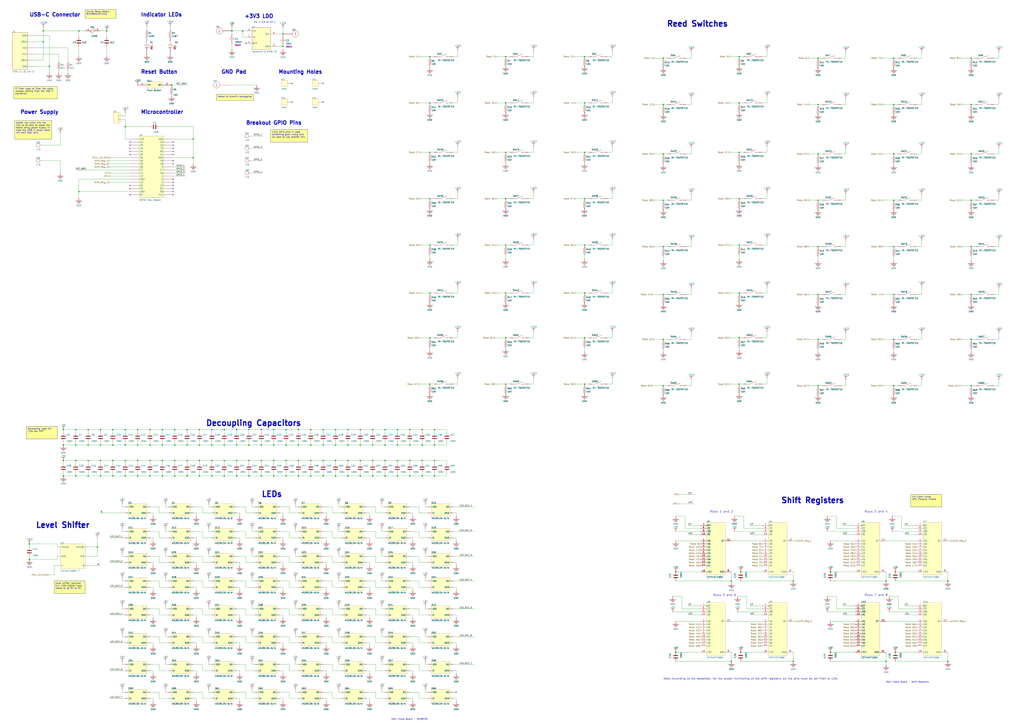
<source format=kicad_sch>
(kicad_sch (version 20250114) (generator "eeschema") (generator_version "9.0")
  (paper "A1")
  (text "" (at 24.13 350.52 0) (effects (font (size 1.27 1.27)) (justify left bottom)))
  (text "Shift Registers" (at 641.35 414.02 0) (effects (font (size 4.572 4.572) (thickness 0.9144) (bold yes)) (justify left bottom)))
  (text "USB-C Connector" (at 24.13 13.97 0) (effects (font (size 3.048 3.048) (thickness 0.6096) (bold yes)) (justify left bottom)))
  (text "" (at 21.59 360.68 0) (effects (font (size 1.27 1.27)) (justify left bottom)))
  (text "Level Shifter" (at 29.21 434.34 0) (effects (font (size 4.572 4.572) (thickness 0.9144) (bold yes)) (justify left bottom)))
  (text "Rows 1 and 2" (at 582.93 421.64 0) (effects (font (size 1.778 1.778)) (justify left bottom)))
  (text "Rows 5 and 6" (at 585.47 490.22 0) (effects (font (size 1.778 1.778)) (justify left bottom)))
  (text "Vin = 2.5 to 12 V" (at 208.28 19.05 0) (effects (font (size 1.27 1.27) (italic yes)) (justify left bottom)))
  (text "GND Pad" (at 181.61 60.96 0) (effects (font (size 3.048 3.048) (thickness 0.6096) (bold yes)) (justify left bottom)))
  (text "Rows 3 and 4" (at 709.93 421.64 0) (effects (font (size 1.778 1.778)) (justify left bottom)))
  (text "Note: According to the datasheet, for the proper functioning of the shift registers, all the pins must be set HIGH or LOW." (at 544.83 558.8 0) (effects (font (size 1.524 1.524)) (justify left bottom)))
  (text "Decoupling Capacitors" (at 168.91 350.52 0) (effects (font (size 4.572 4.572) (thickness 0.9144) (bold yes)) (justify left bottom)))
  (text "Mounting Holes" (at 228.6 60.96 0) (effects (font (size 3.048 3.048) (thickness 0.6096) (bold yes)) (justify left bottom)))
  (text "Rows 7 and 8" (at 709.93 490.22 0) (effects (font (size 1.778 1.778)) (justify left bottom)))
  (text "Indicator LEDs" (at 115.57 13.97 0) (effects (font (size 3.048 3.048) (thickness 0.6096) (bold yes)) (justify left bottom)))
  (text "Power Supply" (at 16.51 93.98 0) (effects (font (size 3.048 3.048) (thickness 0.6096) (bold yes)) (justify left bottom)))
  (text "Microcontroller" (at 115.57 93.98 0) (effects (font (size 3.048 3.048) (thickness 0.6096) (bold yes)) (justify left bottom)))
  (text "+3V3 LDO" (at 200.66 15.24 0) (effects (font (size 3.048 3.048) (thickness 0.6096) (bold yes)) (justify left bottom)))
  (text "Main Chess Board - WS2812B" (at 321.31 591.82 0) (effects (font (size 1.27 1.27)) (justify left bottom)))
  (text "Reset Button" (at 115.57 60.96 0) (effects (font (size 3.048 3.048) (thickness 0.6096) (bold yes)) (justify left bottom)))
  (text "Breakout GPIO Pins" (at 201.93 102.87 0) (effects (font (size 3.048 3.048) (thickness 0.6096) (bold yes)) (justify left bottom)))
  (text "Main Chess Board - Shift Registers" (at 727.71 561.34 0) (effects (font (size 1.27 1.27)) (justify left bottom)))
  (text "Reed Switches" (at 547.37 22.352 0) (effects (font (size 4.572 4.572) (thickness 0.9144) (bold yes)) (justify left bottom)))
  (text "LEDs" (at 214.63 408.94 0) (effects (font (size 4.572 4.572) (thickness 0.9144) (bold yes)) (justify left bottom)))
  (text_box "Added to simplify debugging." (at 208.28 77.47 0) (size -30.48 5.08) (margins 0.9525 0.9525 0.9525 0.9525) (stroke (width 0) (color 0 0 0 1)) (fill (type color) (color 255 255 150 1)) (effects (font (size 1.27 1.27)) (justify left top)))
  (text_box "Pi filter used to filter the noise voltage coming from the USB-C connector." (at 46.99 71.12 0) (size -35.56 10.16) (margins 0.9525 0.9525 0.9525 0.9525) (stroke (width 0) (color 0 0 0 1)) (fill (type color) (color 255 255 150 1)) (effects (font (size 1.27 1.27)) (justify left top)))
  (text_box "Decoupling caps for LEDs are DNP" (at 46.99 350.52 0) (size -25.4 10.16) (margins 0.9525 0.9525 0.9525 0.9525) (stroke (width 0) (color 0 0 0 1)) (fill (type color) (color 255 255 150 1)) (effects (font (size 1.27 1.27)) (justify left top)))
  (text_box "CP: Clock Pulse\nnPE: Parallel Enable" (at 773.43 406.4 0) (size -25.4 10.16) (margins 0.9525 0.9525 0.9525 0.9525) (stroke (width 0) (color 0 0 0 1)) (fill (type color) (color 255 255 150 1)) (effects (font (size 1.27 1.27)) (justify left top)))
  (text_box "Solder two wires into the vias to be able to power the board using power supply in case the USB-C power does not work that well." (at 12.065 99.06 0) (size 30.48 15.24) (margins 0.9525 0.9525 0.9525 0.9525) (stroke (width 0) (color 0 0 0 1)) (fill (type color) (color 255 255 150 1)) (effects (font (size 1.27 1.27)) (justify left top)))
  (text_box "Ferrite Bead Model: BLM18SG121TZ1D" (at 95.25 7.62 0) (size -25.4 7.62) (margins 0.9525 0.9525 0.9525 0.9525) (stroke (width 0) (color 0 0 0 1)) (fill (type color) (color 255 255 150 1)) (effects (font (size 1.27 1.27)) (justify left top)))
  (text_box "Extra GPIO pins in case something goes wrong and we want to use another pin." (at 252.73 106.68 0) (size -30.48 10.16) (margins 0.9525 0.9525 0.9525 0.9525) (stroke (width 0) (color 0 0 0 1)) (fill (type color) (color 255 255 150 1)) (effects (font (size 1.27 1.27)) (justify left top)))
  (text_box "Level shifter required b/c LEDs digital input needs to be 5V or 0V." (at 69.85 477.52 0) (size -25.4 10.16) (margins 0.9525 0.9525 0.9525 0.9525) (stroke (width 0) (color 0 0 0 1)) (fill (type color) (color 255 255 150 1)) (effects (font (size 1.27 1.27)) (justify left top)))
  (junction (at 734.06 126.492))
  (junction (at 245.11 365.76))
  (junction (at 153.67 391.16))
  (junction (at 671.83 242.062))
  (junction (at 353.06 240.792))
  (junction (at 353.06 46.482))
  (junction (at 346.71 391.16))
  (junction (at 275.59 353.06))
  (junction (at 734.06 278.892))
  (junction (at 92.71 378.46))
  (junction (at 415.29 84.582))
  (junction (at 214.63 365.76))
  (junction (at 285.75 365.76))
  (junction (at 734.06 242.062))
  (junction (at 102.87 365.76))
  (junction (at 173.99 391.16))
  (junction (at 336.55 378.46))
  (junction (at 336.55 365.76))
  (junction (at 87.63 25.4))
  (junction (at 346.71 353.06))
  (junction (at 415.29 46.482))
  (junction (at 255.27 365.76))
  (junction (at 346.71 365.76))
  (junction (at 204.47 378.46))
  (junction (at 82.55 353.06))
  (junction (at 214.63 378.46))
  (junction (at 72.39 391.16))
  (junction (at 102.87 391.16))
  (junction (at 113.03 391.16))
  (junction (at 336.55 391.16))
  (junction (at 275.59 378.46))
  (junction (at 163.83 378.46))
  (junction (at 778.51 477.52))
  (junction (at 72.39 378.46))
  (junction (at 727.71 543.56))
  (junction (at 92.71 365.76))
  (junction (at 735.33 469.9))
  (junction (at 173.99 365.76))
  (junction (at 265.43 391.16))
  (junction (at 415.29 163.322))
  (junction (at 544.83 202.692))
  (junction (at 608.33 535.94))
  (junction (at 671.83 164.592))
  (junction (at 353.06 163.322))
  (junction (at 480.06 240.792))
  (junction (at 190.5 25.4))
  (junction (at 275.59 391.16))
  (junction (at 143.51 353.06))
  (junction (at 306.07 365.76))
  (junction (at 671.83 47.752))
  (junction (at 607.06 84.582))
  (junction (at 24.13 459.74))
  (junction (at 480.06 315.722))
  (junction (at 600.71 477.52))
  (junction (at 480.06 46.482))
  (junction (at 306.07 391.16))
  (junction (at 797.56 85.852))
  (junction (at 199.39 25.4))
  (junction (at 797.56 47.752))
  (junction (at 797.56 316.992))
  (junction (at 184.15 378.46))
  (junction (at 52.07 391.16))
  (junction (at 480.06 277.622))
  (junction (at 326.39 365.76))
  (junction (at 62.23 378.46))
  (junction (at 734.06 164.592))
  (junction (at 285.75 378.46))
  (junction (at 64.77 25.4))
  (junction (at 265.43 365.76))
  (junction (at 24.13 447.04))
  (junction (at 607.06 277.622))
  (junction (at 82.55 378.46))
  (junction (at 671.83 85.852))
  (junction (at 35.56 25.4))
  (junction (at 671.83 278.892))
  (junction (at 607.06 240.792))
  (junction (at 123.19 353.06))
  (junction (at 163.83 365.76))
  (junction (at 52.07 365.76))
  (junction (at 797.56 164.592))
  (junction (at 255.27 378.46))
  (junction (at 346.71 378.46))
  (junction (at 173.99 378.46))
  (junction (at 92.71 391.16))
  (junction (at 415.29 125.222))
  (junction (at 415.29 240.792))
  (junction (at 316.23 353.06))
  (junction (at 102.87 378.46))
  (junction (at 224.79 391.16))
  (junction (at 82.55 365.76))
  (junction (at 102.87 104.14))
  (junction (at 607.06 315.722))
  (junction (at 143.51 378.46))
  (junction (at 153.67 353.06))
  (junction (at 194.31 391.16))
  (junction (at 153.67 365.76))
  (junction (at 651.51 543.56))
  (junction (at 415.29 315.722))
  (junction (at 295.91 353.06))
  (junction (at 651.51 477.52))
  (junction (at 255.27 391.16))
  (junction (at 544.83 278.892))
  (junction (at 184.15 365.76))
  (junction (at 62.23 365.76))
  (junction (at 326.39 378.46))
  (junction (at 265.43 353.06))
  (junction (at 778.51 543.56))
  (junction (at 194.31 365.76))
  (junction (at 544.83 316.992))
  (junction (at 600.71 543.56))
  (junction (at 671.83 202.692))
  (junction (at 80.01 449.58))
  (junction (at 306.07 378.46))
  (junction (at 607.06 163.322))
  (junction (at 133.35 353.06))
  (junction (at 734.06 85.852))
  (junction (at 415.29 201.422))
  (junction (at 133.35 391.16))
  (junction (at 140.97 69.85))
  (junction (at 735.33 535.94))
  (junction (at 52.07 353.06))
  (junction (at 544.83 242.062))
  (junction (at 173.99 353.06))
  (junction (at 194.31 353.06))
  (junction (at 234.95 378.46))
  (junction (at 356.87 365.76))
  (junction (at 480.06 163.322))
  (junction (at 356.87 391.16))
  (junction (at 245.11 353.06))
  (junction (at 232.41 38.1))
  (junction (at 64.77 157.48))
  (junction (at 123.19 365.76))
  (junction (at 265.43 378.46))
  (junction (at 316.23 365.76))
  (junction (at 544.83 85.852))
  (junction (at 480.06 201.422))
  (junction (at 204.47 365.76))
  (junction (at 158.75 114.3))
  (junction (at 285.75 353.06))
  (junction (at 143.51 391.16))
  (junction (at 123.19 378.46))
  (junction (at 72.39 365.76))
  (junction (at 113.03 353.06))
  (junction (at 295.91 391.16))
  (junction (at 797.56 126.492))
  (junction (at 554.99 469.9))
  (junction (at 306.07 353.06))
  (junction (at 62.23 353.06))
  (junction (at 353.06 84.582))
  (junction (at 40.64 54.61))
  (junction (at 356.87 378.46))
  (junction (at 102.87 353.06))
  (junction (at 681.99 535.94))
  (junction (at 554.99 535.94))
  (junction (at 35.56 34.29))
  (junction (at 72.39 353.06))
  (junction (at 544.83 164.592))
  (junction (at 224.79 353.06))
  (junction (at 607.06 46.482))
  (junction (at 353.06 125.222))
  (junction (at 204.47 353.06))
  (junction (at 224.79 378.46))
  (junction (at 245.11 378.46))
  (junction (at 234.95 353.06))
  (junction (at 544.83 126.492))
  (junction (at 214.63 391.16))
  (junction (at 163.83 353.06))
  (junction (at 82.55 391.16))
  (junction (at 671.83 126.492))
  (junction (at 194.31 378.46))
  (junction (at 234.95 365.76))
  (junction (at 163.83 391.16))
  (junction (at 480.06 84.582))
  (junction (at 245.11 391.16))
  (junction (at 143.51 365.76))
  (junction (at 607.06 125.222))
  (junction (at 184.15 353.06))
  (junction (at 415.29 277.622))
  (junction (at 734.06 47.752))
  (junction (at 184.15 391.16))
  (junction (at 727.71 477.52))
  (junction (at 52.07 378.46))
  (junction (at 295.91 378.46))
  (junction (at 734.06 316.992))
  (junction (at 608.33 469.9))
  (junction (at 607.06 201.422))
  (junction (at 232.41 27.94))
  (junction (at 255.27 353.06))
  (junction (at 204.47 391.16))
  (junction (at 133.35 365.76))
  (junction (at 797.56 278.892))
  (junction (at 353.06 201.422))
  (junction (at 797.56 202.692))
  (junction (at 224.79 365.76))
  (junction (at 158.75 129.54))
  (junction (at 480.06 125.222))
  (junction (at 113.03 365.76))
  (junction (at 62.23 391.16))
  (junction (at 123.19 391.16))
  (junction (at 356.87 353.06))
  (junction (at 797.56 242.062))
  (junction (at 353.06 315.722))
  (junction (at 133.35 378.46))
  (junction (at 275.59 365.76))
  (junction (at 671.83 316.992))
  (junction (at 153.67 378.46))
  (junction (at 353.06 277.622))
  (junction (at 734.06 202.692))
  (junction (at 326.39 391.16))
  (junction (at 316.23 391.16))
  (junction (at 544.83 47.752))
  (junction (at 336.55 353.06))
  (junction (at 113.03 378.46))
  (junction (at 92.71 353.06))
  (junction (at 214.63 353.06))
  (junction (at 285.75 391.16))
  (junction (at 234.95 391.16))
  (junction (at 316.23 378.46))
  (junction (at 326.39 353.06))
  (junction (at 681.99 469.9))
  (junction (at 295.91 365.76))
  (no_connect (at 142.24 116.84))
  (no_connect (at 265.43 68.58))
  (no_connect (at 106.68 121.92))
  (no_connect (at 106.68 160.02))
  (no_connect (at 240.03 83.82))
  (no_connect (at 106.68 127))
  (no_connect (at 142.24 134.62))
  (no_connect (at 142.24 154.94))
  (no_connect (at 106.68 152.4))
  (no_connect (at 106.68 124.46))
  (no_connect (at 142.24 124.46))
  (no_connect (at 142.24 147.32))
  (no_connect (at 106.68 116.84))
  (no_connect (at 142.24 121.92))
  (no_connect (at 265.43 83.82))
  (no_connect (at 142.24 119.38))
  (no_connect (at 142.24 127))
  (no_connect (at 106.68 119.38))
  (no_connect (at 142.24 132.08))
  (no_connect (at 374.65 568.96))
  (no_connect (at 142.24 149.86))
  (no_connect (at 201.93 35.56))
  (no_connect (at 240.03 68.58))
  (no_connect (at 142.24 160.02))
  (no_connect (at 106.68 154.94))
  (no_connect (at 142.24 152.4))
  (no_connect (at 142.24 157.48))
  (wire (pts (xy 245.11 378.46) (xy 255.27 378.46)))
  (wire (pts (xy 187.96 69.85) (xy 210.82 69.85)))
  (wire (pts (xy 339.09 551.18) (xy 336.55 551.18)))
  (wire (pts (xy 567.69 242.062) (xy 567.69 236.982)))
  (wire (pts (xy 158.75 104.14) (xy 158.75 114.3)))
  (wire (pts (xy 232.41 36.83) (xy 232.41 38.1)))
  (wire (pts (xy 171.45 477.52) (xy 173.99 477.52)))
  (wire (pts (xy 267.97 530.86) (xy 267.97 528.32)))
  (wire (pts (xy 418.846 46.482) (xy 415.29 46.482)))
  (wire (pts (xy 171.45 543.56) (xy 171.45 546.1)))
  (wire (pts (xy 816.356 278.892) (xy 820.42 278.892)))
  (wire (pts (xy 687.07 500.38) (xy 702.31 500.38)))
  (wire (pts (xy 201.93 551.18) (xy 209.55 551.18)))
  (wire (pts (xy 734.06 55.88) (xy 734.06 55.372)))
  (wire (pts (xy 339.09 576.58) (xy 339.09 574.04)))
  (wire (pts (xy 316.23 378.46) (xy 326.39 378.46)))
  (wire (pts (xy 349.25 477.52) (xy 351.79 477.52)))
  (wire (pts (xy 163.83 365.76) (xy 153.67 365.76)))
  (wire (pts (xy 349.25 500.38) (xy 351.79 500.38)))
  (wire (pts (xy 265.43 378.46) (xy 265.43 381)))
  (wire (pts (xy 229.87 568.96) (xy 237.49 568.96)))
  (wire (pts (xy 734.06 135.382) (xy 734.06 134.62)))
  (wire (pts (xy 563.626 85.852) (xy 567.69 85.852)))
  (wire (pts (xy 255.27 378.46) (xy 265.43 378.46)))
  (wire (pts (xy 372.11 568.96) (xy 374.65 568.96)))
  (wire (pts (xy 184.15 365.76) (xy 184.15 363.22)))
  (wire (pts (xy 344.17 551.18) (xy 351.79 551.18)))
  (wire (pts (xy 273.05 505.46) (xy 280.67 505.46)))
  (wire (pts (xy 245.11 378.46) (xy 245.11 381)))
  (wire (pts (xy 752.856 316.992) (xy 756.92 316.992)))
  (wire (pts (xy 205.74 121.92) (xy 215.9 121.92)))
  (wire (pts (xy 797.56 134.62) (xy 797.56 135.382)))
  (wire (pts (xy 135.89 457.2) (xy 138.43 457.2)))
  (wire (pts (xy 418.846 240.792) (xy 415.29 240.792)))
  (wire (pts (xy 48.26 57.88) (xy 48.26 59.69)))
  (wire (pts (xy 142.24 114.3) (xy 158.75 114.3)))
  (wire (pts (xy 480.06 84.582) (xy 480.06 85.63)))
  (wire (pts (xy 100.33 568.96) (xy 102.87 568.96)))
  (wire (pts (xy 575.31 505.46) (xy 565.15 505.46)))
  (wire (pts (xy 313.69 474.98) (xy 313.69 477.52)))
  (wire (pts (xy 600.71 535.94) (xy 600.71 543.56)))
  (wire (pts (xy 106.68 142.24) (xy 90.17 142.24)))
  (wire (pts (xy 295.91 365.76) (xy 295.91 363.22)))
  (wire (pts (xy 273.05 568.96) (xy 273.05 574.04)))
  (wire (pts (xy 356.616 125.222) (xy 353.06 125.222)))
  (wire (pts (xy 207.01 546.1) (xy 209.55 546.1)))
  (wire (pts (xy 100.33 497.84) (xy 100.33 500.38)))
  (wire (pts (xy 40.64 54.61) (xy 40.64 29.21)))
  (wire (pts (xy 130.81 505.46) (xy 138.43 505.46)))
  (wire (pts (xy 724.978 278.892) (xy 734.06 278.892)))
  (wire (pts (xy 234.95 391.16) (xy 224.79 391.16)))
  (wire (pts (xy 194.31 436.88) (xy 201.93 436.88)))
  (wire (pts (xy 344.17 457.2) (xy 344.17 462.28)))
  (wire (pts (xy 797.56 278.892) (xy 797.56 279.94)))
  (wire (pts (xy 344.17 523.24) (xy 344.17 528.32)))
  (wire (pts (xy 562.61 424.18) (xy 562.61 434.34)))
  (wire (pts (xy 273.05 500.38) (xy 273.05 505.46)))
  (wire (pts (xy 367.03 391.16) (xy 356.87 391.16)))
  (wire (pts (xy 306.07 378.46) (xy 316.23 378.46)))
  (wire (pts (xy 789.82 126.492) (xy 797.56 126.492)))
  (wire (pts (xy 356.616 84.582) (xy 353.06 84.582)))
  (wire (pts (xy 346.71 353.06) (xy 346.71 355.6)))
  (wire (pts (xy 242.57 546.1) (xy 245.11 546.1)))
  (wire (pts (xy 166.37 505.46) (xy 173.99 505.46)))
  (wire (pts (xy 40.152 472.44) (xy 44.45 472.44)))
  (wire (pts (xy 374.65 530.86) (xy 374.65 528.32)))
  (wire (pts (xy 336.55 416.56) (xy 344.17 416.56)))
  (wire (pts (xy 702.31 431.8) (xy 692.15 431.8)))
  (wire (pts (xy 575.31 444.5) (xy 554.99 444.5)))
  (wire (pts (xy 418.846 315.722) (xy 415.29 315.722)))
  (wire (pts (xy 734.06 316.992) (xy 734.06 318.04)))
  (wire (pts (xy 166.37 457.2) (xy 166.37 462.28)))
  (wire (pts (xy 130.81 568.96) (xy 130.81 574.04)))
  (wire (pts (xy 267.97 424.18) (xy 267.97 421.64)))
  (wire (pts (xy 308.61 441.96) (xy 316.23 441.96)))
  (wire (pts (xy 375.92 163.322) (xy 375.92 158.242)))
  (wire (pts (xy 123.19 353.06) (xy 123.19 355.6)))
  (wire (pts (xy 196.85 553.72) (xy 196.85 551.18)))
  (wire (pts (xy 201.93 546.1) (xy 201.93 551.18)))
  (wire (pts (xy 265.43 477.52) (xy 273.05 477.52)))
  (wire (pts (xy 90.256 137.16) (xy 106.68 137.16)))
  (wire (pts (xy 694.69 278.892) (xy 694.69 273.812)))
  (wire (pts (xy 434.086 163.322) (xy 438.15 163.322)))
  (wire (pts (xy 166.37 551.18) (xy 173.99 551.18)))
  (wire (pts (xy 801.116 164.592) (xy 797.56 164.592)))
  (wire (pts (xy 245.11 365.76) (xy 245.11 363.22)))
  (wire (pts (xy 72.39 365.76) (xy 82.55 365.76)))
  (wire (pts (xy 349.25 497.84) (xy 349.25 500.38)))
  (wire (pts (xy 184.15 391.16) (xy 184.15 388.62)))
  (wire (pts (xy 353.06 241.84) (xy 353.06 240.792)))
  (wire (pts (xy 143.51 378.46) (xy 143.51 381)))
  (wire (pts (xy 374.65 574.04) (xy 372.11 574.04)))
  (wire (pts (xy 694.69 242.062) (xy 694.69 236.982)))
  (wire (pts (xy 734.06 47.752) (xy 734.06 48.8)))
  (wire (pts (xy 113.03 391.16) (xy 113.03 388.62)))
  (wire (pts (xy 285.75 391.16) (xy 275.59 391.16)))
  (wire (pts (xy 158.75 546.1) (xy 166.37 546.1)))
  (wire (pts (xy 130.81 574.04) (xy 138.43 574.04)))
  (wire (pts (xy 275.59 365.76) (xy 265.43 365.76)))
  (wire (pts (xy 135.89 500.38) (xy 138.43 500.38)))
  (wire (pts (xy 610.616 46.482) (xy 607.06 46.482)))
  (wire (pts (xy 339.09 441.96) (xy 336.55 441.96)))
  (wire (pts (xy 133.35 353.06) (xy 143.51 353.06)))
  (wire (pts (xy 201.93 574.04) (xy 209.55 574.04)))
  (wire (pts (xy 229.87 482.6) (xy 232.41 482.6)))
  (wire (pts (xy 273.05 482.6) (xy 280.67 482.6)))
  (wire (pts (xy 816.356 47.752) (xy 820.42 47.752)))
  (wire (pts (xy 675.386 316.992) (xy 671.83 316.992)))
  (wire (pts (xy 801.116 316.992) (xy 797.56 316.992)))
  (wire (pts (xy 544.83 202.692) (xy 544.83 203.74)))
  (wire (pts (xy 344.17 436.88) (xy 344.17 441.96)))
  (wire (pts (xy 687.07 424.18) (xy 687.07 434.34)))
  (wire (pts (xy 313.69 566.42) (xy 313.69 568.96)))
  (wire (pts (xy 204.47 353.06) (xy 204.47 355.6)))
  (wire (pts (xy 626.11 439.42) (xy 615.95 439.42)))
  (wire (pts (xy 629.92 315.722) (xy 629.92 310.642)))
  (wire (pts (xy 734.06 325.12) (xy 734.06 324.612)))
  (wire (pts (xy 123.19 505.46) (xy 125.73 505.46)))
  (wire (pts (xy 166.37 436.88) (xy 166.37 441.96)))
  (wire (pts (xy 599.372 46.482) (xy 607.06 46.482)))
  (wire (pts (xy 229.87 523.24) (xy 237.49 523.24)))
  (wire (pts (xy 158.75 500.38) (xy 166.37 500.38)))
  (wire (pts (xy 778.51 543.56) (xy 735.33 543.56)))
  (wire (pts (xy 629.92 125.222) (xy 629.92 120.142)))
  (wire (pts (xy 552.45 502.92) (xy 575.31 502.92)))
  (wire (pts (xy 204.47 391.16) (xy 194.31 391.16)))
  (wire (pts (xy 654.05 444.5) (xy 651.51 444.5)))
  (wire (pts (xy 102.87 441.96) (xy 90.17 441.96)))
  (wire (pts (xy 72.39 378.46) (xy 82.55 378.46)))
  (wire (pts (xy 339.09 444.5) (xy 339.09 441.96)))
  (wire (pts (xy 24.13 459.74) (xy 24.13 457.2)))
  (wire (pts (xy 196.85 462.28) (xy 194.31 462.28)))
  (wire (pts (xy 371.856 315.722) (xy 375.92 315.722)))
  (wire (pts (xy 535.818 316.992) (xy 544.83 316.992)))
  (wire (pts (xy 483.616 277.622) (xy 480.06 277.622)))
  (wire (pts (xy 372.11 436.88) (xy 389.89 436.88)))
  (wire (pts (xy 242.57 500.38) (xy 245.11 500.38)))
  (wire (pts (xy 237.49 421.64) (xy 245.11 421.64)))
  (wire (pts (xy 788.55 316.992) (xy 797.56 316.992)))
  (wire (pts (xy 664.09 278.892) (xy 671.83 278.892)))
  (wire (pts (xy 102.87 353.06) (xy 102.87 355.6)))
  (wire (pts (xy 756.92 85.852) (xy 756.92 80.772)))
  (wire (pts (xy 267.97 421.64) (xy 265.43 421.64)))
  (wire (pts (xy 267.97 485.14) (xy 267.97 482.6)))
  (wire (pts (xy 544.83 164.592) (xy 544.83 165.64)))
  (wire (pts (xy 723.881 47.752) (xy 734.06 47.752)))
  (wire (pts (xy 789.804 164.592) (xy 797.56 164.592)))
  (wire (pts (xy 372.11 546.1) (xy 389.89 546.1)))
  (wire (pts (xy 607.06 133.35) (xy 607.06 134.112)))
  (wire (pts (xy 344.17 500.38) (xy 344.17 505.46)))
  (wire (pts (xy 608.33 477.52) (xy 651.51 477.52)))
  (wire (pts (xy 72.39 391.16) (xy 72.39 388.62)))
  (wire (pts (xy 415.29 84.582) (xy 415.29 85.63)))
  (wire (pts (xy 201.93 421.64) (xy 209.55 421.64)))
  (wire (pts (xy 480.06 133.35) (xy 480.06 134.112)))
  (wire (pts (xy 374.65 441.96) (xy 372.11 441.96)))
  (wire (pts (xy 737.616 47.752) (xy 734.06 47.752)))
  (wire (pts (xy 675.386 126.492) (xy 671.83 126.492)))
  (wire (pts (xy 734.06 93.98) (xy 734.06 93.472)))
  (wire (pts (xy 349.25 434.34) (xy 349.25 436.88)))
  (wire (pts (xy 161.29 444.5) (xy 161.29 441.96)))
  (wire (pts (xy 346.71 365.76) (xy 336.55 365.76)))
  (wire (pts (xy 100.33 457.2) (xy 102.87 457.2)))
  (wire (pts (xy 64.77 25.4) (xy 64.77 30.48)))
  (wire (pts (xy 567.69 278.892) (xy 567.69 273.812)))
  (wire (pts (xy 123.19 546.1) (xy 130.81 546.1)))
  (wire (pts (xy 664.038 202.692) (xy 671.83 202.692)))
  (wire (pts (xy 690.626 316.992) (xy 694.69 316.992)))
  (wire (pts (xy 201.93 500.38) (xy 201.93 505.46)))
  (wire (pts (xy 375.92 125.222) (xy 375.92 120.142)))
  (wire (pts (xy 438.15 201.422) (xy 438.15 196.342)))
  (wire (pts (xy 605.79 490.22) (xy 613.41 490.22)))
  (wire (pts (xy 130.81 436.88) (xy 130.81 441.96)))
  (wire (pts (xy 664.088 164.592) (xy 671.83 164.592)))
  (wire (pts (xy 224.79 391.16) (xy 214.63 391.16)))
  (wire (pts (xy 204.47 378.46) (xy 214.63 378.46)))
  (wire (pts (xy 285.75 378.46) (xy 285.75 381)))
  (wire (pts (xy 732.79 424.18) (xy 740.41 424.18)))
  (wire (pts (xy 537.038 164.592) (xy 544.83 164.592)))
  (wire (pts (xy 375.92 46.482) (xy 375.92 41.402)))
  (wire (pts (xy 255.27 378.46) (xy 255.27 381)))
  (wire (pts (xy 100.33 436.88) (xy 102.87 436.88)))
  (wire (pts (xy 610.616 315.722) (xy 607.06 315.722)))
  (wire (pts (xy 613.41 490.22) (xy 613.41 500.38)))
  (wire (pts (xy 278.13 497.84) (xy 278.13 500.38)))
  (wire (pts (xy 781.05 510.54) (xy 778.51 510.54)))
  (wire (pts (xy 82.55 25.4) (xy 87.63 25.4)))
  (wire (pts (xy 64.77 157.48) (xy 106.68 157.48)))
  (wire (pts (xy 316.23 353.06) (xy 316.23 355.6)))
  (wire (pts (xy 480.06 54.61) (xy 480.06 54.102)))
  (wire (pts (xy 752.856 202.692) (xy 756.92 202.692)))
  (wire (pts (xy 610.616 201.422) (xy 607.06 201.422)))
  (wire (pts (xy 242.57 566.42) (xy 242.57 568.96)))
  (wire (pts (xy 626.11 431.8) (xy 615.95 431.8)))
  (wire (pts (xy 161.29 482.6) (xy 158.75 482.6)))
  (wire (pts (xy 204.47 378.46) (xy 204.47 381)))
  (wire (pts (xy 199.39 25.4) (xy 201.93 25.4)))
  (wire (pts (xy 52.07 378.46) (xy 52.07 381)))
  (wire (pts (xy 194.31 353.06) (xy 204.47 353.06)))
  (wire (pts (xy 207.01 434.34) (xy 207.01 436.88)))
  (wire (pts (xy 356.616 201.422) (xy 353.06 201.422)))
  (wire (pts (xy 229.87 462.28) (xy 232.41 462.28)))
  (wire (pts (xy 434.086 277.622) (xy 438.15 277.622)))
  (wire (pts (xy 498.856 125.222) (xy 502.92 125.222)))
  (wire (pts (xy 483.616 163.322) (xy 480.06 163.322)))
  (wire (pts (xy 313.69 416.56) (xy 316.23 416.56)))
  (wire (pts (xy 326.39 378.46) (xy 326.39 381)))
  (wire (pts (xy 671.83 134.62) (xy 671.83 135.382)))
  (wire (pts (xy 207.01 474.98) (xy 207.01 477.52)))
  (wire (pts (xy 344.17 482.6) (xy 351.79 482.6)))
  (wire (pts (xy 548.386 126.492) (xy 544.83 126.492)))
  (wire (pts (xy 681.99 444.5) (xy 702.31 444.5)))
  (wire (pts (xy 353.06 202.47) (xy 353.06 201.422)))
  (wire (pts (xy 130.81 104.14) (xy 158.75 104.14)))
  (wire (pts (xy 245.11 391.16) (xy 234.95 391.16)))
  (wire (pts (xy 308.61 574.04) (xy 316.23 574.04)))
  (wire (pts (xy 356.616 163.322) (xy 353.06 163.322)))
  (wire (pts (xy 471.17 46.482) (xy 480.06 46.482)))
  (wire (pts (xy 734.06 164.592) (xy 734.06 165.64)))
  (wire (pts (xy 214.63 391.16) (xy 204.47 391.16)))
  (wire (pts (xy 599.318 163.322) (xy 607.06 163.322)))
  (wire (pts (xy 80.01 457.2) (xy 80.01 449.58)))
  (wire (pts (xy 90.17 149.86) (xy 106.68 149.86)))
  (wire (pts (xy 265.43 500.38) (xy 273.05 500.38)))
  (wire (pts (xy 123.19 378.46) (xy 133.35 378.46)))
  (wire (pts (xy 245.11 365.76) (xy 234.95 365.76)))
  (wire (pts (xy 166.37 477.52) (xy 166.37 482.6)))
  (wire (pts (xy 629.92 84.582) (xy 629.92 79.502)))
  (wire (pts (xy 285.75 365.76) (xy 275.59 365.76)))
  (wire (pts (xy 308.61 523.24) (xy 308.61 528.32)))
  (wire (pts (xy 415.29 125.222) (xy 415.29 126.27)))
  (wire (pts (xy 353.06 209.55) (xy 353.06 212.852)))
  (wire (pts (xy 353.06 278.67) (xy 353.06 277.622)))
  (wire (pts (xy 374.65 482.6) (xy 372.11 482.6)))
  (wire (pts (xy 349.25 546.1) (xy 351.79 546.1)))
  (wire (pts (xy 55.88 57.88) (xy 55.88 59.69)))
  (wire (pts (xy 544.83 242.062) (xy 544.83 243.11)))
  (wire (pts (xy 797.56 242.062) (xy 797.56 243.11)))
  (wire (pts (xy 734.06 85.852) (xy 734.06 86.9)))
  (wire (pts (xy 161.29 424.18) (xy 161.29 421.64)))
  (wire (pts (xy 255.27 365.76) (xy 255.27 363.22)))
  (wire (pts (xy 820.42 278.892) (xy 820.42 273.812)))
  (wire (pts (xy 163.83 391.16) (xy 153.67 391.16)))
  (wire (pts (xy 242.57 543.56) (xy 242.57 546.1)))
  (wire (pts (xy 356.87 353.06) (xy 367.03 353.06)))
  (wire (pts (xy 344.17 574.04) (xy 351.79 574.04)))
  (wire (pts (xy 242.57 474.98) (xy 242.57 477.52)))
  (wire (pts (xy 161.29 508) (xy 161.29 505.46)))
  (wire (pts (xy 207.01 568.96) (xy 209.55 568.96)))
  (wire (pts (xy 158.75 436.88) (xy 166.37 436.88)))
  (wire (pts (xy 143.51 353.06) (xy 143.51 355.6)))
  (wire (pts (xy 789.82 278.892) (xy 797.56 278.892)))
  (wire (pts (xy 694.69 316.992) (xy 694.69 311.912)))
  (wire (pts (xy 607.06 46.482) (xy 607.06 47.53)))
  (wire (pts (xy 548.386 242.062) (xy 544.83 242.062)))
  (wire (pts (xy 273.05 477.52) (xy 273.05 482.6)))
  (wire (pts (xy 255.27 365.76) (xy 245.11 365.76)))
  (wire (pts (xy 72.39 457.2) (xy 80.01 457.2)))
  (wire (pts (xy 567.69 85.852) (xy 567.69 80.772)))
  (wire (pts (xy 64.77 25.4) (xy 69.85 25.4)))
  (wire (pts (xy 679.45 424.18) (xy 687.07 424.18)))
  (wire (pts (xy 797.56 250.19) (xy 797.56 249.682)))
  (wire (pts (xy 567.69 316.992) (xy 567.69 311.912)))
  (wire (pts (xy 265.43 416.56) (xy 273.05 416.56)))
  (wire (pts (xy 303.53 462.28) (xy 300.99 462.28)))
  (wire (pts (xy 316.23 391.16) (xy 306.07 391.16)))
  (wire (pts (xy 610.616 84.582) (xy 607.06 84.582)))
  (wire (pts (xy 356.616 46.482) (xy 353.06 46.482)))
  (wire (pts (xy 756.92 316.992) (xy 756.92 311.912)))
  (wire (pts (xy 599.12 125.222) (xy 607.06 125.222)))
  (wire (pts (xy 353.06 54.61) (xy 353.06 55.372)))
  (wire (pts (xy 797.56 164.592) (xy 797.56 165.64)))
  (wire (pts (xy 207.01 497.84) (xy 207.01 500.38)))
  (wire (pts (xy 326.39 391.16) (xy 326.39 388.62)))
  (wire (pts (xy 201.93 416.56) (xy 201.93 421.64)))
  (wire (pts (xy 801.116 202.692) (xy 797.56 202.692)))
  (wire (pts (xy 353.06 316.77) (xy 353.06 315.722)))
  (wire (pts (xy 737.87 500.38) (xy 753.11 500.38)))
  (wire (pts (xy 224.79 378.46) (xy 234.95 378.46)))
  (wire (pts (xy 234.95 353.06) (xy 245.11 353.06)))
  (wire (pts (xy 544.83 172.72) (xy 544.83 172.212)))
  (wire (pts (xy 664.09 242.062) (xy 671.83 242.062)))
  (wire (pts (xy 92.71 365.76) (xy 92.71 363.22)))
  (wire (pts (xy 273.05 416.56) (xy 273.05 421.64)))
  (wire (pts (xy 681.99 510.54) (xy 702.31 510.54)))
  (wire (pts (xy 544.83 210.82) (xy 544.83 214.122)))
  (wire (pts (xy 102.87 378.46) (xy 102.87 381)))
  (wire (pts (xy 537.088 126.492) (xy 544.83 126.492)))
  (wire (pts (xy 24.13 459.74) (xy 46.99 459.74)))
  (wire (pts (xy 313.69 520.7) (xy 313.69 523.24)))
  (wire (pts (xy 273.05 574.04) (xy 280.67 574.04)))
  (wire (pts (xy 135.89 497.84) (xy 135.89 500.38)))
  (wire (pts (xy 135.89 434.34) (xy 135.89 436.88)))
  (wire (pts (xy 232.41 38.1) (xy 232.41 40.64)))
  (wire (pts (xy 229.87 441.96) (xy 232.41 441.96)))
  (wire (pts (xy 371.856 163.322) (xy 375.92 163.322)))
  (wire (pts (xy 625.856 201.422) (xy 629.92 201.422)))
  (wire (pts (xy 308.61 528.32) (xy 316.23 528.32)))
  (wire (pts (xy 651.51 543.56) (xy 608.33 543.56)))
  (wire (pts (xy 207.01 454.66) (xy 207.01 457.2)))
  (wire (pts (xy 242.57 434.34) (xy 242.57 436.88)))
  (wire (pts (xy 472.44 125.222) (xy 480.06 125.222)))
  (wire (pts (xy 125.73 421.64) (xy 125.73 424.18)))
  (wire (pts (xy 349.25 566.42) (xy 349.25 568.96)))
  (wire (pts (xy 190.5 27.94) (xy 190.5 25.4)))
  (wire (pts (xy 125.73 441.96) (xy 125.73 444.5)))
  (wire (pts (xy 629.92 201.422) (xy 629.92 196.342)))
  (wire (pts (xy 100.33 477.52) (xy 102.87 477.52)))
  (wire (pts (xy 102.87 365.76) (xy 102.87 363.22)))
  (wire (pts (xy 797.56 93.98) (xy 797.56 93.472)))
  (wire (pts (xy 72.39 391.16) (xy 62.23 391.16)))
  (wire (pts (xy 613.41 500.38) (xy 626.11 500.38)))
  (wire (pts (xy 135.89 543.56) (xy 135.89 546.1)))
  (wire (pts (xy 133.35 365.76) (xy 133.35 363.22)))
  (wire (pts (xy 483.616 201.422) (xy 480.06 201.422)))
  (wire (pts (xy 255.27 391.16) (xy 245.11 391.16)))
  (wire (pts (xy 349.25 414.02) (xy 349.25 416.56)))
  (wire (pts (xy 690.626 126.492) (xy 694.69 126.492)))
  (wire (pts (xy 671.83 55.88) (xy 671.83 55.372)))
  (wire (pts (xy 480.06 171.45) (xy 480.06 170.942)))
  (wire (pts (xy 113.03 378.46) (xy 123.19 378.46)))
  (wire (pts (xy 599.318 315.722) (xy 607.06 315.722)))
  (wire (pts (xy 229.87 546.1) (xy 237.49 546.1)))
  (wire (pts (xy 418.846 84.582) (xy 415.29 84.582)))
  (wire (pts (xy 313.69 543.56) (xy 313.69 546.1)))
  (wire (pts (xy 196.85 464.82) (xy 196.85 462.28)))
  (wire (pts (xy 113.03 365.76) (xy 113.03 363.22)))
  (wire (pts (xy 371.856 84.582) (xy 375.92 84.582)))
  (wire (pts (xy 201.93 477.52) (xy 201.93 482.6)))
  (wire (pts (xy 130.81 441.96) (xy 138.43 441.96)))
  (wire (pts (xy 214.63 353.06) (xy 224.79 353.06)))
  (wire (pts (xy 102.87 104.14) (xy 102.87 114.3)))
  (wire (pts (xy 123.19 421.64) (xy 125.73 421.64)))
  (wire (pts (xy 171.45 520.7) (xy 171.45 523.24)))
  (wire (pts (xy 82.55 365.76) (xy 92.71 365.76)))
  (wire (pts (xy 544.83 289.052) (xy 544.83 287.02)))
  (wire (pts (xy 734.06 242.062) (xy 734.06 243.11)))
  (wire (pts (xy 415.29 286.512) (xy 415.29 285.75)))
  (wire (pts (xy 570.23 414.02) (xy 557.53 414.02)))
  (wire (pts (xy 34.29 119.38) (xy 49.53 119.38)))
  (wire (pts (xy 123.19 482.6) (xy 125.73 482.6)))
  (wire (pts (xy 753.11 439.42) (xy 742.95 439.42)))
  (wire (pts (xy 756.92 164.592) (xy 756.92 159.512)))
  (wire (pts (xy 339.09 464.82) (xy 339.09 462.28)))
  (wire (pts (xy 135.89 414.02) (xy 135.89 416.56)))
  (wire (pts (xy 671.83 126.492) (xy 671.83 127.54)))
  (wire (pts (xy 651.51 535.94) (xy 651.51 543.56)))
  (wire (pts (xy 275.59 353.06) (xy 285.75 353.06)))
  (wire (pts (xy 207.01 566.42) (xy 207.01 568.96)))
  (wire (pts (xy 194.31 546.1) (xy 201.93 546.1)))
  (wire (pts (xy 544.83 278.892) (xy 544.83 279.94)))
  (wire (pts (xy 72.39 464.82) (xy 82.55 464.82)))
  (wire (pts (xy 418.846 125.222) (xy 415.29 125.222)))
  (wire (pts (xy 367.03 378.46) (xy 367.03 381)))
  (wire (pts (xy 135.89 436.88) (xy 138.43 436.88)))
  (wire (pts (xy 130.81 477.52) (xy 130.81 482.6)))
  (wire (pts (xy 24.13 447.04) (xy 46.99 447.04)))
  (wire (pts (xy 227.33 38.1) (xy 232.41 38.1)))
  (wire (pts (xy 308.61 500.38) (xy 308.61 505.46)))
  (wire (pts (xy 154.94 69.85) (xy 140.97 69.85)))
  (wire (pts (xy 438.15 315.722) (xy 438.15 310.642)))
  (wire (pts (xy 313.69 497.84) (xy 313.69 500.38)))
  (wire (pts (xy 224.79 365.76) (xy 214.63 365.76)))
  (wire (pts (xy 498.856 163.322) (xy 502.92 163.322)))
  (wire (pts (xy 415.29 46.482) (xy 415.29 47.53)))
  (wire (pts (xy 675.386 242.062) (xy 671.83 242.062)))
  (wire (pts (xy 265.43 436.88) (xy 273.05 436.88)))
  (wire (pts (xy 196.85 485.14) (xy 196.85 482.6)))
  (wire (pts (xy 694.69 126.492) (xy 694.69 121.412)))
  (wire (pts (xy 278.13 520.7) (xy 278.13 523.24)))
  (wire (pts (xy 339.09 553.72) (xy 339.09 551.18)))
  (wire (pts (xy 242.57 568.96) (xy 245.11 568.96)))
  (wire (pts (xy 326.39 378.46) (xy 336.55 378.46)))
  (wire (pts (xy 308.61 477.52) (xy 308.61 482.6)))
  (wire (pts (xy 727.71 469.9) (xy 727.71 477.52)))
  (wire (pts (xy 346.71 391.16) (xy 346.71 388.62)))
  (wire (pts (xy 100.33 543.56) (xy 100.33 546.1)))
  (wire (pts (xy 415.29 133.35) (xy 415.29 134.112)))
  (wire (pts (xy 267.97 553.72) (xy 267.97 551.18)))
  (wire (pts (xy 563.626 242.062) (xy 567.69 242.062)))
  (wire (pts (xy 753.11 505.46) (xy 742.95 505.46)))
  (wire (pts (xy 64.77 38.1) (xy 64.77 45.72)))
  (wire (pts (xy 278.13 416.56) (xy 280.67 416.56)))
  (wire (pts (xy 702.31 505.46) (xy 692.15 505.46)))
  (wire (pts (xy 237.49 441.96) (xy 245.11 441.96)))
  (wire (pts (xy 375.92 240.792) (xy 375.92 235.712)))
  (wire (pts (xy 158.75 568.96) (xy 166.37 568.96)))
  (wire (pts (xy 102.87 421.64) (xy 82.55 421.64)))
  (wire (pts (xy 740.41 434.34) (xy 753.11 434.34)))
  (wire (pts (xy 415.29 54.61) (xy 415.29 54.102)))
  (wire (pts (xy 756.92 126.492) (xy 756.92 121.412)))
  (wire (pts (xy 737.616 85.852) (xy 734.06 85.852)))
  (wire (pts (xy 345.44 240.792) (xy 353.06 240.792)))
  (wire (pts (xy 690.626 202.692) (xy 694.69 202.692)))
  (wire (pts (xy 603.25 424.18) (xy 610.87 424.18)))
  (wire (pts (xy 163.83 378.46) (xy 163.83 381)))
  (wire (pts (xy 278.13 523.24) (xy 280.67 523.24)))
  (wire (pts (xy 267.97 441.96) (xy 265.43 441.96)))
  (wire (pts (xy 734.06 289.052) (xy 734.06 287.02)))
  (wire (pts (xy 756.92 47.752) (xy 756.92 42.672)))
  (wire (pts (xy 153.67 378.46) (xy 153.67 381)))
  (wire (pts (xy 265.43 457.2) (xy 273.05 457.2)))
  (wire (pts (xy 303.53 444.5) (xy 303.53 441.96)))
  (wire (pts (xy 300.99 477.52) (xy 308.61 477.52)))
  (wire (pts (xy 625.856 277.622) (xy 629.92 277.622)))
  (wire (pts (xy 100.33 520.7) (xy 100.33 523.24)))
  (wire (pts (xy 130.81 482.6) (xy 138.43 482.6)))
  (wire (pts (xy 125.73 462.28) (xy 125.73 464.82)))
  (wire (pts (xy 173.99 378.46) (xy 184.15 378.46)))
  (wire (pts (xy 106.68 147.32) (xy 64.77 147.32)))
  (wire (pts (xy 300.99 416.56) (xy 308.61 416.56)))
  (wire (pts (xy 90.17 129.54) (xy 106.68 129.54)))
  (wire (pts (xy 143.51 353.06) (xy 153.67 353.06)))
  (wire (pts (xy 201.93 568.96) (xy 201.93 574.04)))
  (wire (pts (xy 232.41 551.18) (xy 232.41 553.72)))
  (wire (pts (xy 820.42 164.592) (xy 820.42 159.512)))
  (wire (pts (xy 123.19 500.38) (xy 130.81 500.38)))
  (wire (pts (xy 158.75 457.2) (xy 166.37 457.2)))
  (wire (pts (xy 82.55 353.06) (xy 82.55 355.6)))
  (wire (pts (xy 734.06 278.892) (xy 734.06 279.94)))
  (wire (pts (xy 265.43 568.96) (xy 273.05 568.96)))
  (wire (pts (xy 367.03 365.76) (xy 356.87 365.76)))
  (wire (pts (xy 306.07 365.76) (xy 295.91 365.76)))
  (wire (pts (xy 163.83 391.16) (xy 163.83 388.62)))
  (wire (pts (xy 72.39 449.58) (xy 80.01 449.58)))
  (wire (pts (xy 608.33 469.9) (xy 626.11 469.9)))
  (wire (pts (xy 201.93 462.28) (xy 209.55 462.28)))
  (wire (pts (xy 316.23 378.46) (xy 316.23 381)))
  (wire (pts (xy 730.25 502.92) (xy 753.11 502.92)))
  (wire (pts (xy 135.89 568.96) (xy 138.43 568.96)))
  (wire (pts (xy 285.75 353.06) (xy 285.75 355.6)))
  (wire (pts (xy 306.07 391.16) (xy 295.91 391.16)))
  (wire (pts (xy 690.626 278.892) (xy 694.69 278.892)))
  (wire (pts (xy 664.074 126.492) (xy 671.83 126.492)))
  (wire (pts (xy 113.03 391.16) (xy 102.87 391.16)))
  (wire (pts (xy 245.11 353.06) (xy 245.11 355.6)))
  (wire (pts (xy 123.19 391.16) (xy 113.03 391.16)))
  (wire (pts (xy 671.83 47.752) (xy 671.83 48.8)))
  (wire (pts (xy 265.43 365.76) (xy 255.27 365.76)))
  (wire (pts (xy 374.65 528.32) (xy 372.11 528.32)))
  (wire (pts (xy 229.87 551.18) (xy 232.41 551.18)))
  (wire (pts (xy 675.386 278.892) (xy 671.83 278.892)))
  (wire (pts (xy 82.55 391.16) (xy 82.55 388.62)))
  (wire (pts (xy 184.15 391.16) (xy 173.99 391.16)))
  (wire (pts (xy 55.88 39.37) (xy 55.88 50.8)))
  (wire (pts (xy 102.87 391.16) (xy 102.87 388.62)))
  (wire (pts (xy 544.83 250.19) (xy 544.83 249.682)))
  (wire (pts (xy 300.99 568.96) (xy 308.61 568.96)))
  (wire (pts (xy 52.07 353.06) (xy 52.07 355.6)))
  (wire (pts (xy 502.92 125.222) (xy 502.92 120.142)))
  (wire (pts (xy 161.29 441.96) (xy 158.75 441.96)))
  (wire (pts (xy 92.71 391.16) (xy 82.55 391.16)))
  (wire (pts (xy 34.29 132.08) (xy 49.53 132.08)))
  (wire (pts (xy 752.856 126.492) (xy 756.92 126.492)))
  (wire (pts (xy 374.65 424.18) (xy 374.65 421.64)))
  (wire (pts (xy 502.92 277.622) (xy 502.92 272.542)))
  (wire (pts (xy 184.15 378.46) (xy 184.15 381)))
  (wire (pts (xy 816.356 202.692) (xy 820.42 202.692)))
  (wire (pts (xy 35.56 22.4028) (xy 35.56 25.4)))
  (wire (pts (xy 671.83 202.692) (xy 671.83 203.74)))
  (wire (pts (xy 629.92 240.792) (xy 629.92 235.712)))
  (wire (pts (xy 278.13 543.56) (xy 278.13 546.1)))
  (wire (pts (xy 336.55 436.88) (xy 344.17 436.88)))
  (wire (pts (xy 372.11 523.24) (xy 389.89 523.24)))
  (wire (pts (xy 278.13 434.34) (xy 278.13 436.88)))
  (wire (pts (xy 308.61 505.46) (xy 316.23 505.46)))
  (wire (pts (xy 306.07 353.06) (xy 306.07 355.6)))
  (wire (pts (xy 371.856 277.622) (xy 375.92 277.622)))
  (wire (pts (xy 153.67 378.46) (xy 163.83 378.46)))
  (wire (pts (xy 163.83 353.06) (xy 163.83 355.6)))
  (wire (pts (xy 273.05 551.18) (xy 280.67 551.18)))
  (wire (pts (xy 336.55 457.2) (xy 344.17 457.2)))
  (wire (pts (xy 336.55 568.96) (xy 344.17 568.96)))
  (wire (pts (xy 472.44 201.422) (xy 480.06 201.422)))
  (wire (pts (xy 502.92 315.722) (xy 502.92 310.642)))
  (wire (pts (xy 407.498 125.222) (xy 415.29 125.222)))
  (wire (pts (xy 753.11 431.8) (xy 742.95 431.8)))
  (wire (pts (xy 374.65 508) (xy 374.65 505.46)))
  (wire (pts (xy 90.241 132.08) (xy 106.68 132.08)))
  (wire (pts (xy 675.386 164.592) (xy 671.83 164.592)))
  (wire (pts (xy 544.83 126.492) (xy 544.83 127.54)))
  (wire (pts (xy 554.99 424.18) (xy 562.61 424.18)))
  (wire (pts (xy 737.616 202.692) (xy 734.06 202.692)))
  (wire (pts (xy 242.57 457.2) (xy 245.11 457.2)))
  (wire (pts (xy 681.99 543.56) (xy 727.71 543.56)))
  (wire (pts (xy 498.856 240.792) (xy 502.92 240.792)))
  (wire (pts (xy 727.71 444.5) (xy 753.11 444.5)))
  (wire (pts (xy 727.71 477.52) (xy 681.99 477.52)))
  (wire (pts (xy 353.06 46.482) (xy 344.17 46.482)))
  (wire (pts (xy 820.42 242.062) (xy 820.42 236.982)))
  (wire (pts (xy 171.45 497.84) (xy 171.45 500.38)))
  (wire (pts (xy 237.49 546.1) (xy 237.49 551.18)))
  (wire (pts (xy 724.978 85.852) (xy 734.06 85.852)))
  (wire (pts (xy 605.79 502.92) (xy 626.11 502.92)))
  (wire (pts (xy 313.69 546.1) (xy 316.23 546.1)))
  (wire (pts (xy 237.49 482.6) (xy 245.11 482.6)))
  (wire (pts (xy 797.56 85.852) (xy 797.56 86.9)))
  (wire (pts (xy 671.83 164.592) (xy 671.83 165.64)))
  (wire (pts (xy 196.85 574.04) (xy 194.31 574.04)))
  (wire (pts (xy 344.17 546.1) (xy 344.17 551.18)))
  (wire (pts (xy 308.61 457.2) (xy 308.61 462.28)))
  (wire (pts (xy 415.29 201.422) (xy 415.29 202.47)))
  (wire (pts (xy 232.41 505.46) (xy 232.41 508)))
  (wire (pts (xy 563.626 47.752) (xy 567.69 47.752)))
  (wire (pts (xy 273.05 462.28) (xy 280.67 462.28)))
  (wire (pts (xy 407.548 240.792) (xy 415.29 240.792)))
  (wire (pts (xy 229.87 436.88) (xy 237.49 436.88)))
  (wire (pts (xy 100.33 523.24) (xy 102.87 523.24)))
  (wire (pts (xy 27.94 44.45) (xy 48.26 44.45)))
  (wire (pts (xy 752.856 242.062) (xy 756.92 242.062)))
  (wire (pts (xy 99.06 95.25) (xy 102.87 95.25)))
  (wire (pts (xy 265.43 353.06) (xy 265.43 355.6)))
  (wire (pts (xy 123.19 391.16) (xy 123.19 388.62)))
  (wire (pts (xy 734.06 172.72) (xy 734.06 172.212)))
  (wire (pts (xy 237.49 551.18) (xy 245.11 551.18)))
  (wire (pts (xy 797.56 210.82) (xy 797.56 214.122)))
  (wire (pts (xy 480.06 315.722) (xy 480.06 316.77)))
  (wire (pts (xy 295.91 378.46) (xy 306.07 378.46)))
  (wire (pts (xy 273.05 528.32) (xy 280.67 528.32)))
  (wire (pts (xy 671.83 250.19) (xy 671.83 249.682)))
  (wire (pts (xy 80.01 449.58) (xy 80.01 441.96)))
  (wire (pts (xy 285.75 365.76) (xy 285.75 363.22)))
  (wire (pts (xy 205.74 132.08) (xy 215.9 132.08)))
  (wire (pts (xy 344.17 84.582) (xy 353.06 84.582)))
  (wire (pts (xy 92.71 378.46) (xy 92.71 381)))
  (wire (pts (xy 681.99 469.9) (xy 702.31 469.9)))
  (wire (pts (xy 285.75 378.46) (xy 295.91 378.46)))
  (wire (pts (xy 303.53 424.18) (xy 303.53 421.64)))
  (wire (pts (xy 349.25 568.96) (xy 351.79 568.96)))
  (wire (pts (xy 434.086 315.722) (xy 438.15 315.722)))
  (wire (pts (xy 267.97 528.32) (xy 265.43 528.32)))
  (wire (pts (xy 267.97 444.5) (xy 267.97 441.96)))
  (wire (pts (xy 201.93 528.32) (xy 209.55 528.32)))
  (wire (pts (xy 205.74 111.76) (xy 215.9 111.76)))
  (wire (pts (xy 629.92 277.622) (xy 629.92 272.542)))
  (wire (pts (xy 173.99 391.16) (xy 163.83 391.16)))
  (wire (pts (xy 753.11 497.84) (xy 742.95 497.84)))
  (wire (pts (xy 472.44 240.792) (xy 480.06 240.792)))
  (wire (pts (xy 214.63 365.76) (xy 204.47 365.76)))
  (wire (pts (xy 575.31 439.42) (xy 565.15 439.42)))
  (wire (pts (xy 374.65 505.46) (xy 372.11 505.46)))
  (wire (pts (xy 575.31 436.88) (xy 554.99 436.88)))
  (wire (pts (xy 242.57 477.52) (xy 245.11 477.52)))
  (wire (pts (xy 92.71 391.16) (xy 92.71 388.62)))
  (wire (pts (xy 339.09 508) (xy 339.09 505.46)))
  (wire (pts (xy 690.626 85.852) (xy 694.69 85.852)))
  (wire (pts (xy 690.626 47.752) (xy 694.69 47.752)))
  (wire (pts (xy 607.06 315.722) (xy 607.06 316.77)))
  (wire (pts (xy 552.45 490.22) (xy 560.07 490.22)))
  (wire (pts (xy 102.87 378.46) (xy 113.03 378.46)))
  (wire (pts (xy 407.548 84.582) (xy 415.29 84.582)))
  (wire (pts (xy 184.15 365.76) (xy 173.99 365.76)))
  (wire (pts (xy 102.87 391.16) (xy 92.71 391.16)))
  (wire (pts (xy 153.67 353.06) (xy 153.67 355.6)))
  (wire (pts (xy 610.87 434.34) (xy 626.11 434.34)))
  (wire (pts (xy 303.53 485.14) (xy 303.53 482.6)))
  (wire (pts (xy 196.85 530.86) (xy 196.85 528.32)))
  (wire (pts (xy 607.06 209.55) (xy 607.06 212.852)))
  (wire (pts (xy 544.83 55.88) (xy 544.83 55.372)))
  (wire (pts (xy 472.44 84.582) (xy 480.06 84.582)))
  (wire (pts (xy 278.13 566.42) (xy 278.13 568.96)))
  (wire (pts (xy 24.13 449.58) (xy 24.13 447.04)))
  (wire (pts (xy 544.83 325.12) (xy 544.83 324.612)))
  (wire (pts (xy 166.37 568.96) (xy 166.37 574.04)))
  (wire (pts (xy 265.43 546.1) (xy 273.05 546.1)))
  (wire (pts (xy 346.71 378.46) (xy 356.87 378.46)))
  (wire (pts (xy 207.01 436.88) (xy 209.55 436.88)))
  (wire (pts (xy 356.87 378.46) (xy 367.03 378.46)))
  (wire (pts (xy 232.41 27.94) (xy 232.41 22.86)))
  (wire (pts (xy 214.63 391.16) (xy 214.63 388.62)))
  (wire (pts (xy 374.65 576.58) (xy 374.65 574.04)))
  (wire (pts (xy 629.92 46.482) (xy 629.92 41.402)))
  (wire (pts (xy 207.01 416.56) (xy 209.55 416.56)))
  (wire (pts (xy 300.99 436.88) (xy 308.61 436.88)))
  (wire (pts (xy 339.09 424.18) (xy 339.09 421.64)))
  (wire (pts (xy 190.5 25.4) (xy 199.39 25.4)))
  (wire (pts (xy 336.55 353.06) (xy 346.71 353.06)))
  (wire (pts (xy 548.386 164.592) (xy 544.83 164.592)))
  (wire (pts (xy 267.97 576.58) (xy 267.97 574.04)))
  (wire (pts (xy 142.24 144.78) (xy 152.4 144.78)))
  (wire (pts (xy 308.61 551.18) (xy 316.23 551.18)))
  (wire (pts (xy 797.56 126.492) (xy 797.56 127.54)))
  (wire (pts (xy 130.81 500.38) (xy 130.81 505.46)))
  (wire (pts (xy 229.87 477.52) (xy 237.49 477.52)))
  (wire (pts (xy 303.53 551.18) (xy 300.99 551.18)))
  (wire (pts (xy 349.25 543.56) (xy 349.25 546.1)))
  (wire (pts (xy 173.99 365.76) (xy 173.99 363.22)))
  (wire (pts (xy 142.24 142.24) (xy 152.4 142.24)))
  (wire (pts (xy 237.49 457.2) (xy 237.49 462.28)))
  (wire (pts (xy 339.09 505.46) (xy 336.55 505.46)))
  (wire (pts (xy 371.856 201.422) (xy 375.92 201.422)))
  (wire (pts (xy 326.39 365.76) (xy 326.39 363.22)))
  (wire (pts (xy 135.89 454.66) (xy 135.89 457.2)))
  (wire (pts (xy 295.91 378.46) (xy 295.91 381)))
  (wire (pts (xy 199.39 30.48) (xy 199.39 25.4)))
  (wire (pts (xy 418.846 163.322) (xy 415.29 163.322)))
  (wire (pts (xy 166.37 500.38) (xy 166.37 505.46)))
  (wire (pts (xy 356.87 378.46) (xy 356.87 381)))
  (wire (pts (xy 353.06 248.92) (xy 353.06 248.412)))
  (wire (pts (xy 265.43 365.76) (xy 265.43 363.22)))
  (wire (pts (xy 161.29 530.86) (xy 161.29 528.32)))
  (wire (pts (xy 610.87 424.18) (xy 610.87 434.34)))
  (wire (pts (xy 265.43 391.16) (xy 255.27 391.16)))
  (wire (pts (xy 237.49 523.24) (xy 237.49 528.32)))
  (wire (pts (xy 133.35 378.46) (xy 133.35 381)))
  (wire (pts (xy 548.386 316.992) (xy 544.83 316.992)))
  (wire (pts (xy 483.616 240.792) (xy 480.06 240.792)))
  (wire (pts (xy 82.55 378.46) (xy 82.55 381)))
  (wire (pts (xy 232.41 462.28) (xy 232.41 464.82)))
  (wire (pts (xy 273.05 457.2) (xy 273.05 462.28)))
  (wire (pts (xy 123.19 523.24) (xy 130.81 523.24)))
  (wire (pts (xy 125.73 482.6) (xy 125.73 485.14)))
  (wire (pts (xy 102.87 95.25) (xy 102.87 92.71)))
  (wire (pts (xy 275.59 378.46) (xy 275.59 381)))
  (wire (pts (xy 142.24 137.16) (xy 152.4 137.16)))
  (wire (pts (xy 125.73 574.04) (xy 125.73 576.58)))
  (wire (pts (xy 480.06 125.222) (xy 480.06 126.27)))
  (wire (pts (xy 702.31 497.84) (xy 692.15 497.84)))
  (wire (pts (xy 234.95 378.46) (xy 245.11 378.46)))
  (wire (pts (xy 267.97 551.18) (xy 265.43 551.18)))
  (wire (pts (xy 232.41 528.32) (xy 232.41 530.86)))
  (wire (pts (xy 102.87 574.04) (xy 90.17 574.04)))
  (wire (pts (xy 367.03 353.06) (xy 367.03 355.6)))
  (wire (pts (xy 567.69 164.592) (xy 567.69 159.512)))
  (wire (pts (xy 245.11 391.16) (xy 245.11 388.62)))
  (wire (pts (xy 190.5 25.4) (xy 190.5 22.86)))
  (wire (pts (xy 694.69 202.692) (xy 694.69 197.612)))
  (wire (pts (xy 102.87 505.46) (xy 90.17 505.46)))
  (wire (pts (xy 752.856 164.592) (xy 756.92 164.592)))
  (wire (pts (xy 415.29 323.85) (xy 415.29 323.342)))
  (wire (pts (xy 415.29 240.792) (xy 415.29 241.84)))
  (wire (pts (xy 92.71 365.76) (xy 102.87 365.76)))
  (wire (pts (xy 801.116 85.852) (xy 797.56 85.852)))
  (wire (pts (xy 600.71 444.5) (xy 626.11 444.5)))
  (wire (pts (xy 229.87 505.46) (xy 232.41 505.46)))
  (wire (pts (xy 344.17 441.96) (xy 351.79 441.96)))
  (wire (pts (xy 797.56 202.692) (xy 797.56 203.74)))
  (wire (pts (xy 570.23 406.4) (xy 557.53 406.4)))
  (wire (pts (xy 278.13 500.38) (xy 280.67 500.38)))
  (wire (pts (xy 196.85 551.18) (xy 194.31 551.18)))
  (wire (pts (xy 607.06 54.61) (xy 607.06 54.102)))
  (wire (pts (xy 372.11 500.38) (xy 389.89 500.38)))
  (wire (pts (xy 353.06 85.63) (xy 353.06 84.582)))
  (wire (pts (xy 374.65 551.18) (xy 372.11 551.18)))
  (wire (pts (xy 64.77 162.56) (xy 64.77 157.48)))
  (wire (pts (xy 125.73 551.18) (xy 125.73 553.72)))
  (wire (pts (xy 308.61 482.6) (xy 316.23 482.6)))
  (wire (pts (xy 90.145 134.62) (xy 106.68 134.62)))
  (wire (pts (xy 113.03 353.06) (xy 113.03 355.6)))
  (wire (pts (xy 599.209 84.582) (xy 607.06 84.582)))
  (wire (pts (xy 498.856 46.482) (xy 502.92 46.482)))
  (wire (pts (xy 438.15 240.792) (xy 438.15 235.712)))
  (wire (pts (xy 62.23 353.06) (xy 72.39 353.06)))
  (wire (pts (xy 725.028 242.062) (xy 734.06 242.062)))
  (wire (pts (xy 681.99 535.94) (xy 702.31 535.94)))
  (wire (pts (xy 265.43 391.16) (xy 265.43 388.62)))
  (wire (pts (xy 788.621 47.752) (xy 797.56 47.752)))
  (wire (pts (xy 285.75 353.06) (xy 295.91 353.06)))
  (wire (pts (xy 190.5 35.56) (xy 190.5 40.64)))
  (wire (pts (xy 300.99 546.1) (xy 308.61 546.1)))
  (wire (pts (xy 372.11 457.2) (xy 389.89 457.2)))
  (wire (pts (xy 313.69 500.38) (xy 316.23 500.38)))
  (wire (pts (xy 563.626 278.892) (xy 567.69 278.892)))
  (wire (pts (xy 336.55 391.16) (xy 326.39 391.16)))
  (wire (pts (xy 600.71 510.54) (xy 626.11 510.54)))
  (wire (pts (xy 194.31 391.16) (xy 184.15 391.16)))
  (wire (pts (xy 46.99 459.74) (xy 46.99 457.2)))
  (wire (pts (xy 242.57 416.56) (xy 245.11 416.56)))
  (wire (pts (xy 196.85 576.58) (xy 196.85 574.04)))
  (wire (pts (xy 204.47 365.76) (xy 194.31 365.76)))
  (wire (pts (xy 234.95 378.46) (xy 234.95 381)))
  (wire (pts (xy 353.06 164.37) (xy 353.06 163.322)))
  (wire (pts (xy 229.87 528.32) (xy 232.41 528.32)))
  (wire (pts (xy 267.97 462.28) (xy 265.43 462.28)))
  (wire (pts (xy 339.09 530.86) (xy 339.09 528.32)))
  (wire (pts (xy 273.05 436.88) (xy 273.05 441.96)))
  (wire (pts (xy 72.39 353.06) (xy 82.55 353.06)))
  (wire (pts (xy 102.87 104.14) (xy 123.19 104.14)))
  (wire (pts (xy 607.06 287.782) (xy 607.06 285.75)))
  (wire (pts (xy 356.87 365.76) (xy 346.71 365.76)))
  (wire (pts (xy 133.35 378.46) (xy 143.51 378.46)))
  (wire (pts (xy 171.45 566.42) (xy 171.45 568.96)))
  (wire (pts (xy 133.35 69.85) (xy 140.97 69.85)))
  (wire (pts (xy 554.99 469.9) (xy 575.31 469.9)))
  (wire (pts (xy 498.856 201.422) (xy 502.92 201.422)))
  (wire (pts (xy 242.57 497.84) (xy 242.57 500.38)))
  (wire (pts (xy 480.06 46.482) (xy 480.06 47.53)))
  (wire (pts (xy 480.06 248.92) (xy 480.06 248.412)))
  (wire (pts (xy 563.626 126.492) (xy 567.69 126.492)))
  (wire (pts (xy 100.33 414.02) (xy 100.33 416.56)))
  (wire (pts (xy 64.77 147.32) (xy 64.77 157.48)))
  (wire (pts (xy 671.83 93.98) (xy 671.83 93.472)))
  (wire (pts (xy 316.23 365.76) (xy 306.07 365.76)))
  (wire (pts (xy 502.92 240.792) (xy 502.92 235.712)))
  (wire (pts (xy 237.49 568.96) (xy 237.49 574.04)))
  (wire (pts (xy 371.856 125.222) (xy 375.92 125.222)))
  (wire (pts (xy 87.63 38.1) (xy 87.63 45.72)))
  (wire (pts (xy 502.92 163.322) (xy 502.92 158.242)))
  (wire (pts (xy 196.85 482.6) (xy 194.31 482.6)))
  (wire (pts (xy 372.11 416.56) (xy 389.89 416.56)))
  (wire (pts (xy 300.99 457.2) (xy 308.61 457.2)))
  (wire (pts (xy 204.47 391.16) (xy 204.47 388.62)))
  (wire (pts (xy 171.45 436.88) (xy 173.99 436.88)))
  (wire (pts (xy 49.53 119.38) (xy 49.53 109.22)))
  (wire (pts (xy 275.59 378.46) (xy 285.75 378.46)))
  (wire (pts (xy 278.13 454.66) (xy 278.13 457.2)))
  (wire (pts (xy 194.31 353.06) (xy 194.31 355.6)))
  (wire (pts (xy 143.51 365.76) (xy 143.51 363.22)))
  (wire (pts (xy 161.29 421.64) (xy 158.75 421.64)))
  (wire (pts (xy 171.45 500.38) (xy 173.99 500.38)))
  (wire (pts (xy 194.31 500.38) (xy 201.93 500.38)))
  (wire (pts (xy 52.07 365.76) (xy 52.07 363.22)))
  (wire (pts (xy 161.29 528.32) (xy 158.75 528.32)))
  (wire (pts (xy 353.06 171.45) (xy 353.06 170.942)))
  (wire (pts (xy 339.09 485.14) (xy 339.09 482.6)))
  (wire (pts (xy 356.87 391.16) (xy 356.87 388.62)))
  (wire (pts (xy 171.45 568.96) (xy 173.99 568.96)))
  (wire (pts (xy 135.89 546.1) (xy 138.43 546.1)))
  (wire (pts (xy 161.29 462.28) (xy 158.75 462.28)))
  (wire (pts (xy 158.75 477.52) (xy 166.37 477.52)))
  (wire (pts (xy 607.06 201.422) (xy 607.06 202.47)))
  (wire (pts (xy 308.61 546.1) (xy 308.61 551.18)))
  (wire (pts (xy 727.71 510.54) (xy 753.11 510.54)))
  (wire (pts (xy 224.79 353.06) (xy 224.79 355.6)))
  (wire (pts (xy 214.63 365.76) (xy 214.63 363.22)))
  (wire (pts (xy 237.49 462.28) (xy 245.11 462.28)))
  (wire (pts (xy 483.616 46.482) (xy 480.06 46.482)))
  (wire (pts (xy 303.53 441.96) (xy 300.99 441.96)))
  (wire (pts (xy 35.56 49.53) (xy 35.56 34.29)))
  (wire (pts (xy 52.07 378.46) (xy 62.23 378.46)))
  (wire (pts (xy 353.06 323.85) (xy 353.06 323.342)))
  (wire (pts (xy 100.33 416.56) (xy 102.87 416.56)))
  (wire (pts (xy 306.07 353.06) (xy 316.23 353.06)))
  (wire (pts (xy 171.45 416.56) (xy 173.99 416.56)))
  (wire (pts (xy 207.01 477.52) (xy 209.55 477.52)))
  (wire (pts (xy 353.06 287.782) (xy 353.06 285.75)))
  (wire (pts (xy 102.87 482.6) (xy 90.17 482.6)))
  (wire (pts (xy 346.71 378.46) (xy 346.71 381)))
  (wire (pts (xy 229.87 457.2) (xy 237.49 457.2)))
  (wire (pts (xy 554.99 477.52) (xy 600.71 477.52)))
  (wire (pts (xy 123.19 568.96) (xy 130.81 568.96)))
  (wire (pts (xy 326.39 365.76) (xy 316.23 365.76)))
  (wire (pts (xy 599.209 277.622) (xy 607.06 277.622)))
  (wire (pts (xy 130.81 546.1) (xy 130.81 551.18)))
  (wire (pts (xy 544.83 47.752) (xy 544.83 48.8)))
  (wire (pts (xy 434.086 46.482) (xy 438.15 46.482)))
  (wire (pts (xy 415.29 277.622) (xy 415.29 278.67)))
  (wire (pts (xy 816.356 85.852) (xy 820.42 85.852)))
  (wire (pts (xy 344.17 568.96) (xy 344.17 574.04)))
  (wire (pts (xy 367.03 363.22) (xy 367.03 365.76)))
  (wire (pts (xy 234.95 353.06) (xy 234.95 355.6)))
  (wire (pts (xy 278.13 477.52) (xy 280.67 477.52)))
  (wire (pts (xy 607.06 125.222) (xy 607.06 126.27)))
  (wire (pts (xy 502.92 201.422) (xy 502.92 196.342)))
  (wire (pts (xy 567.69 202.692) (xy 567.69 197.612)))
  (wire (pts (xy 727.71 535.94) (xy 727.71 543.56)))
  (wire (pts (xy 537.081 202.692) (xy 544.83 202.692)))
  (wire (pts (xy 356.616 277.622) (xy 353.06 277.622)))
  (wire (pts (xy 273.05 546.1) (xy 273.05 551.18)))
  (wire (pts (xy 336.55 378.46) (xy 336.55 381)))
  (wire (pts (xy 166.37 528.32) (xy 173.99 528.32)))
  (wire (pts (xy 133.35 391.16) (xy 133.35 388.62)))
  (wire (pts (xy 201.93 436.88) (xy 201.93 441.96)))
  (wire (pts (xy 267.97 464.82) (xy 267.97 462.28)))
  (wire (pts (xy 554.99 535.94) (xy 575.31 535.94)))
  (wire (pts (xy 135.89 523.24) (xy 138.43 523.24)))
  (wire (pts (xy 679.45 502.92) (xy 702.31 502.92)))
  (wire (pts (xy 102.87 528.32) (xy 90.17 528.32)))
  (wire (pts (xy 133.35 365.76) (xy 123.19 365.76)))
  (wire (pts (xy 100.33 434.34) (xy 100.33 436.88)))
  (wire (pts (xy 675.386 202.692) (xy 671.83 202.692)))
  (wire (pts (xy 349.25 416.56) (xy 351.79 416.56)))
  (wire (pts (xy 255.27 353.06) (xy 255.27 355.6)))
  (wire (pts (xy 313.69 477.52) (xy 316.23 477.52)))
  (wire (pts (xy 158.75 523.24) (xy 166.37 523.24)))
  (wire (pts (xy 756.92 242.062) (xy 756.92 235.712)))
  (wire (pts (xy 52.07 365.76) (xy 62.23 365.76)))
  (wire (pts (xy 82.55 391.16) (xy 72.39 391.16)))
  (wire (pts (xy 295.91 391.16) (xy 295.91 388.62)))
  (wire (pts (xy 535.82 242.062) (xy 544.83 242.062)))
  (wire (pts (xy 371.856 46.482) (xy 375.92 46.482)))
  (wire (pts (xy 567.69 47.752) (xy 567.69 42.672)))
  (wire (pts (xy 207.01 457.2) (xy 209.55 457.2)))
  (wire (pts (xy 607.06 163.322) (xy 607.06 164.37)))
  (wire (pts (xy 625.856 240.792) (xy 629.92 240.792)))
  (wire (pts (xy 374.65 485.14) (xy 374.65 482.6)))
  (wire (pts (xy 353.06 133.35) (xy 353.06 134.112)))
  (wire (pts (xy 339.09 482.6) (xy 336.55 482.6)))
  (wire (pts (xy 797.56 318.04) (xy 797.56 316.992)))
  (wire (pts (xy 801.116 126.492) (xy 797.56 126.492)))
  (wire (pts (xy 224.79 365.76) (xy 224.79 363.22)))
  (wire (pts (xy 801.116 278.892) (xy 797.56 278.892)))
  (wire (pts (xy 694.69 47.752) (xy 694.69 42.672)))
  (wire (pts (xy 610.616 240.792) (xy 607.06 240.792)))
  (wire (pts (xy 100.33 500.38) (xy 102.87 500.38)))
  (wire (pts (xy 173.99 353.06) (xy 173.99 355.6)))
  (wire (pts (xy 797.56 325.12) (xy 797.56 324.612)))
  (wire (pts (xy 92.71 378.46) (xy 102.87 378.46)))
  (wire (pts (xy 313.69 436.88) (xy 316.23 436.88)))
  (wire (pts (xy 82.55 378.46) (xy 92.71 378.46)))
  (wire (pts (xy 313.69 568.96) (xy 316.23 568.96)))
  (wire (pts (xy 575.31 497.84) (xy 565.15 497.84)))
  (wire (pts (xy 161.29 576.58) (xy 161.29 574.04)))
  (wire (pts (xy 35.56 25.4) (xy 64.77 25.4)))
  (wire (pts (xy 336.55 546.1) (xy 344.17 546.1)))
  (wire (pts (xy 651.51 469.9) (xy 651.51 477.52)))
  (wire (pts (xy 607.06 240.792) (xy 607.06 241.84)))
  (wire (pts (xy 303.53 421.64) (xy 300.99 421.64)))
  (wire (pts (xy 415.29 248.92) (xy 415.29 248.412)))
  (wire (pts (xy 313.69 414.02) (xy 313.69 416.56)))
  (wire (pts (xy 44.45 472.44) (xy 44.45 464.82)))
  (wire (pts (xy 214.63 378.46) (xy 224.79 378.46)))
  (wire (pts (xy 237.49 477.52) (xy 237.49 482.6)))
  (wire (pts (xy 232.41 421.64) (xy 232.41 424.18)))
  (wire (pts (xy 548.386 278.892) (xy 544.83 278.892)))
  (wire (pts (xy 349.25 474.98) (xy 349.25 477.52)))
  (wire (pts (xy 374.65 462.28) (xy 372.11 462.28)))
  (wire (pts (xy 232.41 574.04) (xy 232.41 576.58)))
  (wire (pts (xy 801.116 47.752) (xy 797.56 47.752)))
  (wire (pts (xy 143.51 378.46) (xy 153.67 378.46)))
  (wire (pts (xy 599.298 201.422) (xy 607.06 201.422)))
  (wire (pts (xy 166.37 462.28) (xy 173.99 462.28)))
  (wire (pts (xy 308.61 436.88) (xy 308.61 441.96)))
  (wire (pts (xy 72.39 378.46) (xy 72.39 381)))
  (wire (pts (xy 548.386 47.752) (xy 544.83 47.752)))
  (wire (pts (xy 344.17 421.64) (xy 351.79 421.64)))
  (wire (pts (xy 625.856 163.322) (xy 629.92 163.322)))
  (wire (pts (xy 438.15 84.582) (xy 438.15 79.502)))
  (wire (pts (xy 275.59 391.16) (xy 275.59 388.62)))
  (wire (pts (xy 418.846 201.422) (xy 415.29 201.422)))
  (wire (pts (xy 607.06 171.45) (xy 607.06 170.942)))
  (wire (pts (xy 92.71 353.06) (xy 92.71 355.6)))
  (wire (pts (xy 438.15 46.482) (xy 438.15 41.402)))
  (wire (pts (xy 346.71 365.76) (xy 346.71 363.22)))
  (wire (pts (xy 339.09 528.32) (xy 336.55 528.32)))
  (wire (pts (xy 820.42 316.992) (xy 820.42 311.912)))
  (wire (pts (xy 278.13 436.88) (xy 280.67 436.88)))
  (wire (pts (xy 275.59 353.06) (xy 275.59 355.6)))
  (wire (pts (xy 483.616 125.222) (xy 480.06 125.222)))
  (wire (pts (xy 434.086 201.422) (xy 438.15 201.422)))
  (wire (pts (xy 600.71 543.56) (xy 554.99 543.56)))
  (wire (pts (xy 295.91 353.06) (xy 306.07 353.06)))
  (wire (pts (xy 313.69 434.34) (xy 313.69 436.88)))
  (wire (pts (xy 415.29 209.55) (xy 415.29 212.852)))
  (wire (pts (xy 346.71 391.16) (xy 336.55 391.16)))
  (wire (pts (xy 35.56 34.29) (xy 35.56 25.4)))
  (wire (pts (xy 756.92 278.892) (xy 756.92 273.812)))
  (wire (pts (xy 130.81 416.56) (xy 130.81 421.64)))
  (wire (pts (xy 278.13 546.1) (xy 280.67 546.1)))
  (wire (pts (xy 371.856 240.792) (xy 375.92 240.792)))
  (wire (pts (xy 316.23 365.76) (xy 316.23 363.22)))
  (wire (pts (xy 265.43 523.24) (xy 273.05 523.24)))
  (wire (pts (xy 196.85 444.5) (xy 196.85 441.96)))
  (wire (pts (xy 339.09 421.64) (xy 336.55 421.64)))
  (wire (pts (xy 356.87 353.06) (xy 356.87 355.6)))
  (wire (pts (xy 52.07 353.06) (xy 62.23 353.06)))
  (wire (pts (xy 300.99 523.24) (xy 308.61 523.24)))
  (wire (pts (xy 295.91 353.06) (xy 295.91 355.6)))
  (wire (pts (xy 308.61 421.64) (xy 316.23 421.64)))
  (wire (pts (xy 171.45 454.66) (xy 171.45 457.2)))
  (wire (pts (xy 664.204 47.752) (xy 671.83 47.752)))
  (wire (pts (xy 353.06 201.422) (xy 345.44 201.422)))
  (wire (pts (xy 237.49 528.32) (xy 245.11 528.32)))
  (wire (pts (xy 232.41 27.94) (xy 232.41 29.21)))
  (wire (pts (xy 171.45 546.1) (xy 173.99 546.1)))
  (wire (pts (xy 234.95 365.76) (xy 234.95 363.22)))
  (wire (pts (xy 113.03 365.76) (xy 123.19 365.76)))
  (wire (pts (xy 789.811 242.062) (xy 797.56 242.062)))
  (wire (pts (xy 599.248 240.792) (xy 607.06 240.792)))
  (wire (pts (xy 100.33 454.66) (xy 100.33 457.2)))
  (wire (pts (xy 756.92 202.692) (xy 756.92 197.612)))
  (wire (pts (xy 196.85 505.46) (xy 194.31 505.46)))
  (wire (pts (xy 171.45 414.02) (xy 171.45 416.56)))
  (wire (pts (xy 480.06 163.322) (xy 480.06 164.37)))
  (wire (pts (xy 306.07 365.76) (xy 306.07 363.22)))
  (wire (pts (xy 171.45 457.2) (xy 173.99 457.2)))
  (wire (pts (xy 229.87 421.64) (xy 232.41 421.64)))
  (wire (pts (xy 664.09 85.852) (xy 671.83 85.852)))
  (wire (pts (xy 724.85 164.592) (xy 734.06 164.592)))
  (wire (pts (xy 102.87 98.25) (xy 102.87 104.14)))
  (wire (pts (xy 480.06 277.622) (xy 480.06 278.67)))
  (wire (pts (xy 607.06 248.92) (xy 607.06 248.412)))
  (wire (pts (xy 123.19 378.46) (xy 123.19 381)))
  (wire (pts (xy 349.25 523.24) (xy 351.79 523.24)))
  (wire (pts (xy 625.856 84.582) (xy 629.92 84.582)))
  (wire (pts (xy 737.616 316.992) (xy 734.06 316.992)))
  (wire (pts (xy 153.67 391.16) (xy 153.67 388.62)))
  (wire (pts (xy 123.19 353.06) (xy 133.35 353.06)))
  (wire (pts (xy 346.71 353.06) (xy 356.87 353.06)))
  (wire (pts (xy 123.19 441.96) (xy 125.73 441.96)))
  (wire (pts (xy 135.89 416.56) (xy 138.43 416.56)))
  (wire (pts (xy 194.31 378.46) (xy 194.31 381)))
  (wire (pts (xy 62.23 353.06) (xy 62.23 355.6)))
  (wire (pts (xy 625.856 46.482) (xy 629.92 46.482)))
  (wire (pts (xy 438.15 125.222) (xy 438.15 120.142)))
  (wire (pts (xy 675.386 85.852) (xy 671.83 85.852)))
  (wire (pts (xy 245.11 353.06) (xy 255.27 353.06)))
  (wire (pts (xy 161.29 553.72) (xy 161.29 551.18)))
  (wire (pts (xy 374.65 444.5) (xy 374.65 441.96)))
  (wire (pts (xy 135.89 566.42) (xy 135.89 568.96)))
  (wire (pts (xy 303.53 464.82) (xy 303.53 462.28)))
  (wire (pts (xy 100.33 566.42) (xy 100.33 568.96)))
  (wire (pts (xy 353.06 126.27) (xy 353.06 125.222)))
  (wire (pts (xy 62.23 378.46) (xy 62.23 381)))
  (wire (pts (xy 737.87 490.22) (xy 737.87 500.38)))
  (wire (pts (xy 139.7 21.59) (xy 139.7 24.67)))
  (wire (pts (xy 562.61 434.34) (xy 575.31 434.34)))
  (wire (pts (xy 278.13 474.98) (xy 278.13 477.52)))
  (wire (pts (xy 242.57 436.88) (xy 245.11 436.88)))
  (wire (pts (xy 438.15 163.322) (xy 438.15 158.242)))
  (wire (pts (xy 295.91 365.76) (xy 285.75 365.76)))
  (wire (pts (xy 142.24 139.7) (xy 152.4 139.7)))
  (wire (pts (xy 303.53 528.32) (xy 300.99 528.32)))
  (wire (pts (xy 367.03 388.62) (xy 367.03 391.16)))
  (wire (pts (xy 99.06 98.25) (xy 102.87 98.25)))
  (wire (pts (xy 548.386 85.852) (xy 544.83 85.852)))
  (wire (pts (xy 142.24 129.54) (xy 158.75 129.54)))
  (wire (pts (xy 143.51 391.16) (xy 143.51 388.62)))
  (wire (pts (xy 727.71 543.56) (xy 727.71 546.1)))
  (wire (pts (xy 326.39 353.06) (xy 336.55 353.06)))
  (wire (pts (xy 544.83 134.62) (xy 544.83 135.382)))
  (wire (pts (xy 166.37 546.1) (xy 166.37 551.18)))
  (wire (pts (xy 690.626 164.592) (xy 694.69 164.592)))
  (wire (pts (xy 356.87 365.76) (xy 356.87 363.22)))
  (wire (pts (xy 161.29 551.18) (xy 158.75 551.18)))
  (wire (pts (xy 166.37 441.96) (xy 173.99 441.96)))
  (wire (pts (xy 374.65 464.82) (xy 374.65 462.28)))
  (wire (pts (xy 702.31 439.42) (xy 692.15 439.42)))
  (wire (pts (xy 480.06 209.55) (xy 480.06 212.852)))
  (wire (pts (xy 194.31 391.16) (xy 194.31 388.62)))
  (wire (pts (xy 265.43 353.06) (xy 275.59 353.06)))
  (wire (pts (xy 106.68 144.78) (xy 90.17 144.78)))
  (wire (pts (xy 62.23 378.46) (xy 72.39 378.46)))
  (wire (pts (xy 480.06 201.422) (xy 480.06 202.47)))
  (wire (pts (xy 166.37 574.04) (xy 173.99 574.04)))
  (wire (pts (xy 679.45 490.22) (xy 687.07 490.22)))
  (wire (pts (xy 207.01 520.7) (xy 207.01 523.24)))
  (wire (pts (xy 153.67 365.76) (xy 153.67 363.22)))
  (wire (pts (xy 626.11 436.88) (xy 603.25 436.88)))
  (wire (pts (xy 102.87 462.28) (xy 90.17 462.28)))
  (wire (pts (xy 161.29 464.82) (xy 161.29 462.28)))
  (wire (pts (xy 229.87 416.56) (xy 237.49 416.56)))
  (wire (pts (xy 483.616 315.722) (xy 480.06 315.722)))
  (wire (pts (xy 303.53 553.72) (xy 303.53 551.18)))
  (wire (pts (xy 161.29 574.04) (xy 158.75 574.04)))
  (wire (pts (xy 797.56 172.72) (xy 797.56 172.212)))
  (wire (pts (xy 415.29 163.322) (xy 415.29 164.37)))
  (wire (pts (xy 123.19 528.32) (xy 125.73 528.32)))
  (wire (pts (xy 102.87 353.06) (xy 113.03 353.06)))
  (wire (pts (xy 610.616 163.322) (xy 607.06 163.322)))
  (wire (pts (xy 734.06 250.19) (xy 734.06 249.682)))
  (wire (pts (xy 625.856 125.222) (xy 629.92 125.222)))
  (wire (pts (xy 316.23 391.16) (xy 316.23 388.62)))
  (wire (pts (xy 789.811 85.852) (xy 797.56 85.852)))
  (wire (pts (xy 480.06 92.71) (xy 480.06 92.202)))
  (wire (pts (xy 303.53 508) (xy 303.53 505.46)))
  (wire (pts (xy 207.01 543.56) (xy 207.01 546.1)))
  (wire (pts (xy 349.25 436.88) (xy 351.79 436.88)))
  (wire (pts (xy 816.356 164.592) (xy 820.42 164.592)))
  (wire (pts (xy 133.35 391.16) (xy 123.19 391.16)))
  (wire (pts (xy 196.85 421.64) (xy 194.31 421.64)))
  (wire (pts (xy 204.47 365.76) (xy 204.47 363.22)))
  (wire (pts (xy 625.856 315.722) (xy 629.92 315.722)))
  (wire (pts (xy 173.99 378.46) (xy 173.99 381)))
  (wire (pts (xy 629.92 163.322) (xy 629.92 158.242)))
  (wire (pts (xy 207.01 523.24) (xy 209.55 523.24)))
  (wire (pts (xy 102.87 551.18) (xy 90.17 551.18)))
  (wire (pts (xy 194.31 523.24) (xy 201.93 523.24)))
  (wire (pts (xy 214.63 378.46) (xy 214.63 381)))
  (wire (pts (xy 27.94 49.53) (xy 35.56 49.53)))
  (wire (pts (xy 224.79 391.16) (xy 224.79 388.62)))
  (wire (pts (xy 255.27 391.16) (xy 255.27 388.62)))
  (wire (pts (xy 349.25 454.66) (xy 349.25 457.2)))
  (wire (pts (xy 336.55 391.16) (xy 336.55 388.62)))
  (wire (pts (xy 778.51 469.9) (xy 778.51 477.52)))
  (wire (pts (xy 49.53 132.08) (xy 49.53 142.24)))
  (wire (pts (xy 278.13 568.96) (xy 280.67 568.96)))
  (wire (pts (xy 480.06 323.85) (xy 480.06 323.342)))
  (wire (pts (xy 375.92 201.422) (xy 375.92 196.342)))
  (wire (pts (xy 349.25 520.7) (xy 349.25 523.24)))
  (wire (pts (xy 407.541 315.722) (xy 415.29 315.722)))
  (wire (pts (xy 303.53 505.46) (xy 300.99 505.46)))
  (wire (pts (xy 725.031 202.692) (xy 734.06 202.692)))
  (wire (pts (xy 224.79 353.06) (xy 234.95 353.06)))
  (wire (pts (xy 434.086 240.792) (xy 438.15 240.792)))
  (wire (pts (xy 27.94 34.29) (xy 35.56 34.29)))
  (wire (pts (xy 171.45 474.98) (xy 171.45 477.52)))
  (wire (pts (xy 344.17 505.46) (xy 351.79 505.46)))
  (wire (pts (xy 201.93 482.6) (xy 209.55 482.6)))
  (wire (pts (xy 153.67 391.16) (xy 143.51 391.16)))
  (wire (pts (xy 687.07 490.22) (xy 687.07 500.38)))
  (wire (pts (xy 227.33 27.94) (xy 232.41 27.94)))
  (wire (pts (xy 184.15 353.06) (xy 194.31 353.06)))
  (wire (pts (xy 375.92 315.722) (xy 375.92 310.642)))
  (wire (pts (xy 196.85 424.18) (xy 196.85 421.64)))
  (wire (pts (xy 62.23 391.16) (xy 52.07 391.16)))
  (wire (pts (xy 87.63 25.4) (xy 87.63 30.48)))
  (wire (pts (xy 434.086 84.582) (xy 438.15 84.582)))
  (wire (pts (xy 62.23 391.16) (xy 62.23 388.62)))
  (wire (pts (xy 82.55 365.76) (xy 82.55 363.22)))
  (wire (pts (xy 752.856 85.852) (xy 756.92 85.852)))
  (wire (pts (xy 267.97 482.6) (xy 265.43 482.6)))
  (wire (pts (xy 173.99 365.76) (xy 163.83 365.76)))
  (wire (pts (xy 336.55 477.52) (xy 344.17 477.52)))
  (wire (pts (xy 123.19 365.76) (xy 123.19 363.22)))
  (wire (pts (xy 44.45 464.82) (xy 46.99 464.82)))
  (wire (pts (xy 158.75 129.54) (xy 158.75 134.62)))
  (wire (pts (xy 130.81 462.28) (xy 138.43 462.28)))
  (wire (pts (xy 610.616 125.222) (xy 607.06 125.222)))
  (wire (pts (xy 353.06 92.71) (xy 353.06 92.202)))
  (wire (pts (xy 196.85 528.32) (xy 194.31 528.32)))
  (wire (pts (xy 194.31 457.2) (xy 201.93 457.2)))
  (wire (pts (xy 242.57 414.02) (xy 242.57 416.56)))
  (wire (pts (xy 326.39 353.06) (xy 326.39 355.6)))
  (wire (pts (xy 201.93 523.24) (xy 201.93 528.32)))
  (wire (pts (xy 480.06 289.052) (xy 480.06 285.75)))
  (wire (pts (xy 123.19 477.52) (xy 130.81 477.52)))
  (wire (pts (xy 92.71 353.06) (xy 102.87 353.06)))
  (wire (pts (xy 237.49 416.56) (xy 237.49 421.64)))
  (wire (pts (xy 166.37 416.56) (xy 166.37 421.64)))
  (wire (pts (xy 306.07 378.46) (xy 306.07 381)))
  (wire (pts (xy 316.23 353.06) (xy 326.39 353.06)))
  (wire (pts (xy 737.616 126.492) (xy 734.06 126.492)))
  (wire (pts (xy 600.71 478.79) (xy 600.71 477.52)))
  (wire (pts (xy 406.278 277.622) (xy 415.29 277.622)))
  (wire (pts (xy 740.41 424.18) (xy 740.41 434.34)))
  (wire (pts (xy 544.83 93.98) (xy 544.83 93.472)))
  (wire (pts (xy 374.65 421.64) (xy 372.11 421.64)))
  (wire (pts (xy 295.91 391.16) (xy 285.75 391.16)))
  (wire (pts (xy 242.57 520.7) (xy 242.57 523.24)))
  (wire (pts (xy 734.06 210.82) (xy 734.06 214.122)))
  (wire (pts (xy 671.83 85.852) (xy 671.83 86.9)))
  (wire (pts (xy 207.01 414.02) (xy 207.01 416.56)))
  (wire (pts (xy 184.15 378.46) (xy 194.31 378.46)))
  (wire (pts (xy 52.07 391.16) (xy 52.07 388.62)))
  (wire (pts (xy 201.93 441.96) (xy 209.55 441.96)))
  (wire (pts (xy 353.06 163.322) (xy 345.44 163.322)))
  (wire (pts (xy 607.06 277.622) (xy 607.06 278.67)))
  (wire (pts (xy 130.81 421.64) (xy 138.43 421.64)))
  (wire (pts (xy 171.45 523.24) (xy 173.99 523.24)))
  (wire (pts (xy 734.06 126.492) (xy 734.06 127.54)))
  (wire (pts (xy 375.92 84.582) (xy 375.92 79.502)))
  (wire (pts (xy 374.65 553.72) (xy 374.65 551.18)))
  (wire (pts (xy 336.55 378.46) (xy 346.71 378.46)))
  (wire (pts (xy 123.19 462.28) (xy 125.73 462.28)))
  (wire (pts (xy 339.09 574.04) (xy 336.55 574.04)))
  (wire (pts (xy 303.53 576.58) (xy 303.53 574.04)))
  (wire (pts (xy 27.94 54.61) (xy 40.64 54.61)))
  (wire (pts (xy 205.74 142.24) (xy 215.9 142.24)))
  (wire (pts (xy 789.818 202.692) (xy 797.56 202.692)))
  (wire (pts (xy 278.13 414.02) (xy 278.13 416.56)))
  (wire (pts (xy 102.87 365.76) (xy 113.03 365.76)))
  (wire (pts (xy 194.31 378.46) (xy 204.47 378.46)))
  (wire (pts (xy 336.55 500.38) (xy 344.17 500.38)))
  (wire (pts (xy 752.856 278.892) (xy 756.92 278.892)))
  (wire (pts (xy 224.79 378.46) (xy 224.79 381)))
  (wire (pts (xy 166.37 421.64) (xy 173.99 421.64)))
  (wire (pts (xy 232.41 441.96) (xy 232.41 444.5)))
  (wire (pts (xy 781.05 444.5) (xy 778.51 444.5)))
  (wire (pts (xy 336.55 365.76) (xy 336.55 363.22)))
  (wire (pts (xy 372.11 477.52) (xy 389.89 477.52)))
  (wire (pts (xy 166.37 523.24) (xy 166.37 528.32)))
  (wire (pts (xy 62.23 365.76) (xy 72.39 365.76)))
  (wire (pts (xy 607.06 84.582) (xy 607.06 85.63)))
  (wire (pts (xy 336.55 523.24) (xy 344.17 523.24)))
  (wire (pts (xy 735.33 535.94) (xy 753.11 535.94)))
  (wire (pts (xy 194.31 477.52) (xy 201.93 477.52)))
  (wire (pts (xy 418.846 277.622) (xy 415.29 277.622)))
  (wire (pts (xy 123.19 551.18) (xy 125.73 551.18)))
  (wire (pts (xy 196.85 441.96) (xy 194.31 441.96)))
  (wire (pts (xy 356.87 391.16) (xy 346.71 391.16)))
  (wire (pts (xy 797.56 47.752) (xy 797.56 48.8)))
  (wire (pts (xy 113.03 353.06) (xy 123.19 353.06)))
  (wire (pts (xy 267.97 574.04) (xy 265.43 574.04)))
  (wire (pts (xy 554.99 510.54) (xy 575.31 510.54)))
  (wire (pts (xy 196.85 508) (xy 196.85 505.46)))
  (wire (pts (xy 820.42 126.492) (xy 820.42 121.412)))
  (wire (pts (xy 610.616 277.622) (xy 607.06 277.622)))
  (wire (pts (xy 801.116 242.062) (xy 797.56 242.062)))
  (wire (pts (xy 102.87 114.3) (xy 106.68 114.3)))
  (wire (pts (xy 336.55 353.06) (xy 336.55 355.6)))
  (wire (pts (xy 356.616 240.792) (xy 353.06 240.792)))
  (wire (pts (xy 344.17 528.32) (xy 351.79 528.32)))
  (wire (pts (xy 544.83 316.992) (xy 544.83 318.04)))
  (wire (pts (xy 267.97 508) (xy 267.97 505.46)))
  (wire (pts (xy 173.99 353.06) (xy 184.15 353.06)))
  (wire (pts (xy 194.31 568.96) (xy 201.93 568.96)))
  (wire (pts (xy 563.626 164.592) (xy 567.69 164.592)))
  (wire (pts (xy 143.51 391.16) (xy 133.35 391.16)))
  (wire (pts (xy 125.73 505.46) (xy 125.73 508)))
  (wire (pts (xy 278.13 457.2) (xy 280.67 457.2)))
  (wire (pts (xy 626.11 505.46) (xy 615.95 505.46)))
  (wire (pts (xy 480.06 240.792) (xy 480.06 241.84)))
  (wire (pts (xy 303.53 482.6) (xy 300.99 482.6)))
  (wire (pts (xy 194.31 365.76) (xy 194.31 363.22)))
  (wire (pts (xy 303.53 530.86) (xy 303.53 528.32)))
  (wire (pts (xy 313.69 457.2) (xy 316.23 457.2)))
  (wire (pts (xy 207.01 500.38) (xy 209.55 500.38)))
  (wire (pts (xy 326.39 391.16) (xy 316.23 391.16)))
  (wire (pts (xy 140.97 69.85) (xy 140.97 71.12)))
  (wire (pts (xy 472.44 315.722) (xy 480.06 315.722)))
  (wire (pts (xy 135.89 477.52) (xy 138.43 477.52)))
  (wire (pts (xy 434.086 125.222) (xy 438.15 125.222)))
  (wire (pts (xy 344.17 416.56) (xy 344.17 421.64)))
  (wire (pts (xy 313.69 454.66) (xy 313.69 457.2)))
  (wire (pts (xy 415.29 171.45) (xy 415.29 170.942)))
  (wire (pts (xy 161.29 505.46) (xy 158.75 505.46)))
  (wire (pts (xy 600.71 477.52) (xy 600.71 469.9)))
  (wire (pts (xy 820.42 202.692) (xy 820.42 197.612)))
  (wire (pts (xy 607.06 323.85) (xy 607.06 323.342)))
  (wire (pts (xy 472.44 163.322) (xy 480.06 163.322)))
  (wire (pts (xy 679.45 436.88) (xy 702.31 436.88)))
  (wire (pts (xy 797.56 55.88) (xy 797.56 55.372)))
  (wire (pts (xy 737.616 164.592) (xy 734.06 164.592)))
  (wire (pts (xy 339.09 462.28) (xy 336.55 462.28)))
  (wire (pts (xy 120.65 24.67) (xy 120.65 21.59)))
  (wire (pts (xy 654.05 510.54) (xy 651.51 510.54)))
  (wire (pts (xy 607.06 92.71) (xy 607.06 92.202)))
  (wire (pts (xy 229.87 500.38) (xy 237.49 500.38)))
  (wire (pts (xy 163.83 365.76) (xy 163.83 363.22)))
  (wire (pts (xy 100.33 546.1) (xy 102.87 546.1)))
  (wire (pts (xy 237.49 500.38) (xy 237.49 505.46)))
  (wire (pts (xy 415.29 92.71) (xy 415.29 92.202)))
  (wire (pts (xy 265.43 378.46) (xy 275.59 378.46)))
  (wire (pts (xy 626.11 497.84) (xy 615.95 497.84)))
  (wire (pts (xy 285.75 391.16) (xy 285.75 388.62)))
  (wire (pts (xy 694.69 164.592) (xy 694.69 159.512)))
  (wire (pts (xy 778.51 535.94) (xy 778.51 543.56)))
  (wire (pts (xy 163.83 353.06) (xy 173.99 353.06)))
  (wire (pts (xy 214.63 353.06) (xy 214.63 355.6)))
  (wire (pts (xy 671.83 172.72) (xy 671.83 172.212)))
  (wire (pts (xy 135.89 474.98) (xy 135.89 477.52)))
  (wire (pts (xy 308.61 416.56) (xy 308.61 421.64)))
  (wire (pts (xy 201.93 505.46) (xy 209.55 505.46)))
  (wire (pts (xy 161.29 485.14) (xy 161.29 482.6)))
  (wire (pts (xy 816.356 242.062) (xy 820.42 242.062)))
  (wire (pts (xy 171.45 434.34) (xy 171.45 436.88)))
  (wire (pts (xy 72.39 353.06) (xy 72.39 355.6)))
  (wire (pts (xy 563.626 316.992) (xy 567.69 316.992)))
  (wire (pts (xy 232.41 482.6) (xy 232.41 485.14)))
  (wire (pts (xy 820.42 47.752) (xy 820.42 42.672)))
  (wire (pts (xy 498.856 84.582) (xy 502.92 84.582)))
  (wire (pts (xy 234.95 391.16) (xy 234.95 388.62)))
  (wire (pts (xy 237.49 505.46) (xy 245.11 505.46)))
  (wire (pts (xy 106.68 139.7) (xy 62.23 139.7)))
  (wire (pts (xy 237.49 436.88) (xy 237.49 441.96)))
  (wire (pts (xy 267.97 505.46) (xy 265.43 505.46)))
  (wire (pts (xy 123.19 457.2) (xy 130.81 457.2)))
  (wire (pts (xy 671.83 242.062) (xy 671.83 243.11)))
  (wire (pts (xy 204.47 353.06) (xy 214.63 353.06)))
  (wire (pts (xy 130.81 528.32) (xy 138.43 528.32)))
  (wire (pts (xy 72.39 365.76) (xy 72.39 363.22)))
  (wire (pts (xy 242.57 454.66) (xy 242.57 457.2)))
  (wire (pts (xy 273.05 421.64) (xy 280.67 421.64)))
  (wire (pts (xy 229.87 574.04) (xy 232.41 574.04)))
  (wire (pts (xy 797.56 287.02) (xy 797.56 289.052)))
  (wire (pts (xy 356.616 315.722) (xy 353.06 315.722)))
  (wire (pts (xy 544.83 85.852) (xy 544.83 86.9)))
  (wire (pts (xy 734.06 202.692) (xy 734.06 203.74)))
  (wire (pts (xy 273.05 523.24) (xy 273.05 528.32)))
  (wire (pts (xy 752.856 47.752) (xy 756.92 47.752)))
  (wire (pts (xy 306.07 391.16) (xy 306.07 388.62)))
  (wire (pts (xy 415.29 315.722) (xy 415.29 316.77)))
  (wire (pts (xy 730.25 490.22) (xy 737.87 490.22)))
  (wire (pts (xy 560.07 500.38) (xy 575.31 500.38)))
  (wire (pts (xy 158.75 114.3) (xy 158.75 129.54)))
  (wire (pts (xy 27.94 39.37) (xy 55.88 39.37)))
  (wire (pts (xy 344.17 462.28) (xy 351.79 462.28)))
  (wire (pts (xy 344.17 315.722) (xy 353.06 315.722)))
  (wire (pts (xy 537.213 47.752) (xy 544.83 47.752)))
  (wire (pts (xy 687.07 434.34) (xy 702.31 434.34)))
  (wire (pts (xy 166.37 482.6) (xy 173.99 482.6)))
  (wire (pts (xy 130.81 457.2) (xy 130.81 462.28)))
  (wire (pts (xy 313.69 523.24) (xy 316.23 523.24)))
  (wire (pts (xy 62.23 365.76) (xy 62.23 363.22)))
  (wire (pts (xy 201.93 457.2) (xy 201.93 462.28)))
  (wire (pts (xy 46.99 447.04) (xy 46.99 449.58)))
  (wire (pts (xy 153.67 353.06) (xy 163.83 353.06)))
  (wire (pts (xy 303.53 574.04) (xy 300.99 574.04)))
  (wire (pts (xy 608.33 535.94) (xy 626.11 535.94)))
  (wire (pts (xy 135.89 520.7) (xy 135.89 523.24)))
  (wire (pts (xy 407.541 163.322) (xy 415.29 163.322)))
  (wire (pts (xy 438.15 277.622) (xy 438.15 272.542)))
  (wire (pts (xy 163.83 378.46) (xy 173.99 378.46)))
  (wire (pts (xy 255.27 353.06) (xy 265.43 353.06)))
  (wire (pts (xy 737.616 278.892) (xy 734.06 278.892)))
  (wire (pts (xy 671.83 289.052) (xy 671.83 287.02)))
  (wire (pts (xy 133.35 353.06) (xy 133.35 355.6)))
  (wire (pts (xy 664.088 316.992) (xy 671.83 316.992)))
  (wire (pts (xy 237.49 574.04) (xy 245.11 574.04)))
  (wire (pts (xy 724.939 316.992) (xy 734.06 316.992)))
  (wire (pts (xy 242.57 523.24) (xy 245.11 523.24)))
  (wire (pts (xy 173.99 391.16) (xy 173.99 388.62)))
  (wire (pts (xy 344.17 277.622) (xy 353.06 277.622)))
  (wire (pts (xy 234.95 365.76) (xy 224.79 365.76)))
  (wire (pts (xy 40.64 29.21) (xy 27.94 29.21)))
  (wire (pts (xy 407.55 201.422) (xy 415.29 201.422)))
  (wire (pts (xy 498.856 315.722) (xy 502.92 315.722)))
  (wire (pts (xy 375.92 277.622) (xy 375.92 272.542)))
  (wire (pts (xy 273.05 441.96) (xy 280.67 441.96)))
  (wire (pts (xy 201.93 30.48) (xy 199.39 30.48)))
  (wire (pts (xy 48.26 44.45) (xy 48.26 50.8)))
  (wire (pts (xy 123.19 574.04) (xy 125.73 574.04)))
  (wire (pts (xy 130.81 551.18) (xy 138.43 551.18)))
  (wire (pts (xy 567.69 126.492) (xy 567.69 121.412)))
  (wire (pts (xy 671.83 278.892) (xy 671.83 279.94)))
  (wire (pts (xy 816.356 316.992) (xy 820.42 316.992)))
  (wire (pts (xy 735.33 477.52) (xy 778.51 477.52)))
  (wire (pts (xy 694.69 85.852) (xy 694.69 80.772)))
  (wire (pts (xy 353.06 125.222) (xy 345.44 125.222)))
  (wire (pts (xy 123.19 436.88) (xy 130.81 436.88)))
  (wire (pts (xy 143.51 365.76) (xy 133.35 365.76)))
  (wire (pts (xy 353.06 47.53) (xy 353.06 46.482)))
  (wire (pts (xy 40.64 54.61) (xy 40.64 59.69)))
  (wire (pts (xy 675.386 47.752) (xy 671.83 47.752)))
  (wire (pts (xy 123.19 416.56) (xy 130.81 416.56)))
  (wire (pts (xy 275.59 391.16) (xy 265.43 391.16)))
  (wire (pts (xy 415.29 46.482) (xy 407.658 46.482)))
  (wire (pts (xy 125.73 528.32) (xy 125.73 530.86)))
  (wire (pts (xy 732.79 436.88) (xy 753.11 436.88)))
  (wire (pts (xy 498.856 277.622) (xy 502.92 277.622)))
  (wire (pts (xy 344.17 477.52) (xy 344.17 482.6)))
  (wire (pts (xy 130.81 523.24) (xy 130.81 528.32)))
  (wire (pts (xy 308.61 568.96) (xy 308.61 574.04)))
  (wire (pts (xy 349.25 457.2) (xy 351.79 457.2)))
  (wire (pts (xy 300.99 500.38) (xy 308.61 500.38)))
  (wire (pts (xy 671.83 210.82) (xy 671.83 214.122)))
  (wire (pts (xy 537.074 85.852) (xy 544.83 85.852)))
  (wire (pts (xy 671.83 325.12) (xy 671.83 324.612)))
  (wire (pts (xy 563.626 202.692) (xy 567.69 202.692)))
  (wire (pts (xy 575.31 431.8) (xy 565.15 431.8)))
  (wire (pts (xy 560.07 490.22) (xy 560.07 500.38)))
  (wire (pts (xy 537.088 278.892) (xy 544.83 278.892)))
  (wire (pts (xy 548.386 202.692) (xy 544.83 202.692)))
  (wire (pts (xy 502.92 84.582) (xy 502.92 79.502)))
  (wire (pts (xy 502.92 46.482) (xy 502.92 41.402)))
  (wire (pts (xy 737.616 242.062) (xy 734.06 242.062)))
  (wire (pts (xy 82.55 353.06) (xy 92.71 353.06)))
  (wire (pts (xy 820.42 85.852) (xy 820.42 80.772)))
  (wire (pts (xy 308.61 462.28) (xy 316.23 462.28)))
  (wire (pts (xy 690.626 242.062) (xy 694.69 242.062)))
  (wire (pts (xy 194.31 416.56) (xy 201.93 416.56)))
  (wire (pts (xy 153.67 365.76) (xy 143.51 365.76)))
  (wire (pts (xy 336.55 365.76) (xy 326.39 365.76)))
  (wire (pts (xy 671.83 316.992) (xy 671.83 318.04)))
  (wire (pts (xy 816.356 126.492) (xy 820.42 126.492)))
  (wire (pts (xy 100.33 474.98) (xy 100.33 477.52)))
  (wire (pts (xy 113.03 378.46) (xy 113.03 381)))
  (wire (pts (xy 724.939 126.492) (xy 734.06 126.492)))
  (wire (pts (xy 158.75 416.56) (xy 166.37 416.56)))
  (wire (pts (xy 735.33 469.9) (xy 753.11 469.9)))
  (wire (pts (xy 275.59 365.76) (xy 275.59 363.22)))
  (wire (pts (xy 483.616 84.582) (xy 480.06 84.582)))
  (wire (pts (xy 472.44 277.622) (xy 480.06 277.622)))
  (wire (pts (xy 194.31 365.76) (xy 184.15 365.76)))
  (wire (pts (xy 184.15 353.06) (xy 184.15 355.6)))
  (wire (pts (xy 140.97 78.74) (xy 140.97 78.2)))
  (label "GPIO_1" (at 144.78 137.16 0))
  (label "RST_BRD" (at 144.78 69.85 0))
  (label "CP" (at 742.95 497.84 0))
  (label "nPE" (at 565.15 414.02 0))
  (label "nPE" (at 742.95 505.46 0))
  (label "LED_OUT_2" (at 377.19 436.88 0))
  (label "nPE" (at 692.15 505.46 0))
  (label "GPIO_3" (at 208.28 132.08 0))
  (label "B" (at 82.55 421.64 0))
  (label "nPE" (at 692.15 439.42 0))
  (label "RST_BRD" (at 62.23 139.7 0))
  (label "LED_OUT_7" (at 90.17 574.04 0))
  (label "LED_OUT_5" (at 90.17 528.32 0))
  (label "LED_OUT_1" (at 377.19 416.56 0))
  (label "LED_OUT_6" (at 90.17 551.18 0))
  (label "nPE" (at 742.95 439.42 0))
  (label "GPIO_4" (at 144.78 144.78 0))
  (label "CP" (at 692.15 431.8 0))
  (label "GPIO_3" (at 144.78 142.24 0))
  (label "CP" (at 692.15 497.84 0))
  (label "nPE" (at 615.95 439.42 0))
  (label "LED_OUT_1" (at 90.17 441.96 0))
  (label "CP" (at 565.15 406.4 0))
  (label "LED_OUT_3" (at 377.19 457.2 0))
  (label "GPIO_2" (at 208.28 121.92 0))
  (label "LED_OUT_4" (at 90.17 505.46 0))
  (label "GPIO_4" (at 208.28 142.24 0))
  (label "CP" (at 565.15 431.8 0))
  (label "LED_OUT_5" (at 377.19 500.38 0))
  (label "nPE" (at 615.95 505.46 0))
  (label "CP" (at 742.95 431.8 0))
  (label "nPE" (at 565.15 439.42 0))
  (label "LED_OUT_7" (at 377.19 546.1 0))
  (label "LED_OUT_4" (at 377.19 477.52 0))
  (label "nPE" (at 565.15 505.46 0))
  (label "B" (at 80.01 464.82 0))
  (label "LED_OUT_2" (at 90.17 462.28 0))
  (label "GPIO_2" (at 144.78 139.7 0))
  (label "GPIO_1" (at 208.28 111.76 0))
  (label "LED_OUT_6" (at 377.19 523.24 0))
  (label "LED_OUT_3" (at 90.17 482.6 0))
  (label "CP" (at 615.95 497.84 0))
  (label "CP" (at 565.15 497.84 0))
  (label "CP" (at 615.95 431.8 0))
  (hierarchical_label "Reed 56" (shape input) (at 753.11 513.08 180))
  (hierarchical_label "Reed 10" (shape output) (at 407.548 84.582 180))
  (hierarchical_label "Reed 31" (shape input) (at 702.31 462.28 180))
  (hierarchical_label "Reed 55" (shape output) (at 724.978 278.892 180))
  (hierarchical_label "Reed 25" (shape input) (at 702.31 447.04 180))
  (hierarchical_label "Reed 36" (shape input) (at 626.11 523.24 180))
  (hierarchical_label "Reed 61" (shape input) (at 702.31 523.24 180))
  (hierarchical_label "Reed 5" (shape output) (at 599.372 46.482 180))
  (hierarchical_label "Reed 34" (shape input) (at 626.11 528.32 180))
  (hierarchical_label "Reed 3" (shape input) (at 626.11 459.74 180))
  (hierarchical_label "CP" (shape output) (at 90.17 142.24 180))
  (hierarchical_label "Reed 39" (shape output) (at 725.031 202.692 180))
  (hierarchical_label "Reed 14" (shape output) (at 664.09 85.852 180))
  (hierarchical_label "Reed 33" (shape input) (at 626.11 530.86 180))
  (hierarchical_label "Reed 7" (shape output) (at 723.881 47.752 180))
  (hierarchical_label "Reed 16" (shape output) (at 789.811 85.852 180))
  (hierarchical_label "Reed 8" (shape input) (at 626.11 447.04 180))
  (hierarchical_label "MCU_LED_DIN" (shape output) (at 90.17 129.54 180))
  (hierarchical_label "Shift_Reg_3" (shape input) (at 90.145 134.62 180))
  (hierarchical_label "Reed 33" (shape output) (at 345.44 201.422 180))
  (hierarchical_label "Reed 22" (shape output) (at 664.074 126.492 180))
  (hierarchical_label "Reed 31" (shape output) (at 724.85 164.592 180))
  (hierarchical_label "Reed 38" (shape output) (at 664.038 202.692 180))
  (hierarchical_label "Reed 30" (shape output) (at 664.088 164.592 180))
  (hierarchical_label "Shift_Reg_2" (shape output) (at 781.05 444.5 0))
  (hierarchical_label "Reed 17" (shape input) (at 753.11 464.82 180))
  (hierarchical_label "Reed 10" (shape input) (at 575.31 449.58 180))
  (hierarchical_label "Reed 11" (shape input) (at 575.31 452.12 180))
  (hierarchical_label "Reed 59" (shape output) (at 472.44 315.722 180))
  (hierarchical_label "MCU_LED_DIN" (shape input) (at 40.152 472.44 180))
  (hierarchical_label "Reed 48" (shape input) (at 575.31 530.86 180))
  (hierarchical_label "Reed 26" (shape output) (at 407.541 163.322 180))
  (hierarchical_label "Reed 6" (shape input) (at 626.11 452.12 180))
  (hierarchical_label "Reed 45" (shape input) (at 575.31 523.24 180))
  (hierarchical_label "Shift_Reg_2" (shape input) (at 90.256 137.16 180))
  (hierarchical_label "CP" (shape input) (at 557.53 406.4 180))
  (hierarchical_label "Reed 47" (shape output) (at 725.028 242.062 180))
  (hierarchical_label "Reed 56" (shape output) (at 789.82 278.892 180))
  (hierarchical_label "Reed 57" (shape output) (at 344.17 315.722 180))
  (hierarchical_label "Reed 18" (shape output) (at 407.498 125.222 180))
  (hierarchical_label "nPE" (shape input) (at 557.53 414.02 180))
  (hierarchical_label "Reed 25" (shape output) (at 345.44 163.322 180))
  (hierarchical_label "Reed 47" (shape input) (at 575.31 528.32 180))
  (hierarchical_label "Shift_Reg_4" (shape input) (at 90.256 132.08 180))
  (hierarchical_label "Reed 60" (shape output) (at 535.818 316.992 180))
  (hierarchical_label "Reed 23" (shape input) (at 753.11 449.58 180))
  (hierarchical_label "Shift_Reg_1" (shape input) (at 90.17 149.86 180))
  (hierarchical_label "Reed 32" (shape input) (at 702.31 464.82 180))
  (hierarchical_label "Reed 62" (shape output) (at 664.088 316.992 180))
  (hierarchical_label "Reed 21" (shape output) (at 599.12 125.222 180))
  (hierarchical_label "Reed 54" (shape input) (at 753.11 518.16 180))
  (hierarchical_label "Reed 50" (shape output) (at 406.278 277.622 180))
  (hierarchical_label "Reed 64" (shape output) (at 788.55 316.992 180))
  (hierarchical_label "Reed 38" (shape input) (at 626.11 518.16 180))
  (hierarchical_label "Reed 20" (shape output) (at 537.088 126.492 180))
  (hierarchical_label "Reed 32" (shape output) (at 789.804 164.592 180))
  (hierarchical_label "Reed 63" (shape output) (at 724.939 316.992 180))
  (hierarchical_label "Reed 2" (shape input) (at 626.11 462.28 180))
  (hierarchical_label "Reed 4" (shape output) (at 537.213 47.752 180))
  (hierarchical_label "Reed 23" (shape output) (at 724.939 126.492 180))
  (hierarchical_label "Reed 8" (shape output) (at 788.621 47.752 180))
  (hierarchical_label "Reed 41" (shape output) (at 345.44 240.792 180))
  (hierarchical_label "Reed 15" (shape input) (at 575.31 462.28 180))
  (hierarchical_label "Reed 16" (shape input) (at 575.31 464.82 180))
  (hierarchical_label "Reed 58" (shape input) (at 702.31 515.62 180))
  (hierarchical_label "Reed 28" (shape input) (at 702.31 454.66 180))
  (hierarchical_label "Reed 41" (shape input) (at 575.31 513.08 180))
  (hierarchical_label "Reed 9" (shape output) (at 344.17 84.582 180))
  (hierarchical_label "Reed 59" (shape input) (at 702.31 518.16 180))
  (hierarchical_label "Reed 45" (shape output) (at 599.248 240.792 180))
  (hierarchical_label "Reed 7" (shape input) (at 626.11 449.58 180))
  (hierarchical_label "Reed 5" (shape input) (at 626.11 454.66 180))
  (hierarchical_label "Reed 1" (shape output) (at 344.17 46.482 180))
  (hierarchical_label "Reed 35" (shape input) (at 626.11 525.78 180))
  (hierarchical_label "Reed 20" (shape input) (at 753.11 457.2 180))
  (hierarchical_label "Reed 12" (shape input) (at 575.31 454.66 180))
  (hierarchical_label "Reed 24" (shape input) (at 753.11 447.04 180))
  (hierarchical_label "Reed 52" (shape input) (at 753.11 523.24 180))
  (hierarchical_label "Reed 51" (shape input) (at 753.11 525.78 180))
  (hierarchical_label "Reed 3" (shape output) (at 471.17 46.482 180))
  (hierarchical_label "Reed 11" (shape output) (at 472.44 84.582 180))
  (hierarchical_label "Reed 42" (shape output) (at 407.548 240.792 180))
  (hierarchical_label "Shift_Reg_3" (shape output) (at 654.05 510.54 0))
  (hierarchical_label "Reed 36" (shape output) (at 537.081 202.692 180))
  (hierarchical_label "Reed 52" (shape output) (at 537.088 278.892 180))
  (hierarchical_label "Reed 30" (shape input) (at 702.31 459.74 180))
  (hierarchical_label "Reed 48" (shape output) (at 789.811 242.062 180))
  (hierarchical_label "Reed 6" (shape output) (at 664.204 47.752 180))
  (hierarchical_label "Reed 53" (shape output) (at 599.209 277.622 180))
  (hierarchical_label "Reed 37" (shape output) (at 599.298 201.422 180))
  (hierarchical_label "Reed 44" (shape input) (at 575.31 520.7 180))
  (hierarchical_label "Reed 50" (shape input) (at 753.11 528.32 180))
  (hierarchical_label "Reed 12" (shape output) (at 537.074 85.852 180))
  (hierarchical_label "Reed 46" (shape input) (at 575.31 525.78 180))
  (hierarchical_label "Reed 17" (shape output) (at 345.44 125.222 180))
  (hierarchical_label "Reed 42" (shape input) (at 575.31 515.62 180))
  (hierarchical_label "Reed 1" (shape input) (at 626.11 464.82 180))
  (hierarchical_label "Shift_Reg_4" (shape output) (at 781.05 510.54 0))
  (hierarchical_label "Reed 39" (shape input) (at 626.11 515.62 180))
  (hierarchical_label "Reed 64" (shape input) (at 702.31 530.86 180))
  (hierarchical_label "Reed 49" (shape output) (at 344.17 277.622 180))
  (hierarchical_label "Reed 26" (shape input) (at 702.31 449.58 180))
  (hierarchical_label "Reed 15" (shape output) (at 724.978 85.852 180))
  (hierarchical_label "Reed 19" (shape input) (at 753.11 459.74 180))
  (hierarchical_label "Reed 9" (shape input) (at 575.31 447.04 180))
  (hierarchical_label "Reed 19" (shape output) (at 472.44 125.222 180))
  (hierarchical_label "Reed 13" (shape input) (at 575.31 457.2 180))
  (hierarchical_label "Reed 27" (shape output) (at 472.44 163.322 180))
  (hierarchical_label "Reed 51" (shape output) (at 472.44 277.622 180))
  (hierarchical_label "Shift_Reg_1" (shape output) (at 654.05 444.5 0))
  (hierarchical_label "Reed 40" (shape input) (at 626.11 513.08 180))
  (hierarchical_label "Reed 34" (shape output) (at 407.55 201.422 180))
  (hierarchical_label "Reed 57" (shape input) (at 702.31 513.08 180))
  (hierarchical_label "Reed 63" (shape input) (at 702.31 528.32 180))
  (hierarchical_label "Reed 60" (shape input) (at 702.31 520.7 180))
  (hierarchical_label "Reed 62" (shape input) (at 702.31 525.78 180))
  (hierarchical_label "Reed 4" (shape input) (at 626.11 457.2 180))
  (hierarchical_label "Reed 54" (shape output) (at 664.09 278.892 180))
  (hierarchical_label "Reed 29" (shape output) (at 599.318 163.322 180))
  (hierarchical_label "Reed 24" (shape output) (at 789.82 126.492 180))
  (hierarchical_label "Reed 43" (shape output) (at 472.44 240.792 180))
  (hierarchical_label "Reed 61" (shape output) (at 599.318 315.722 180))
  (hierarchical_label "Reed 28" (shape output) (at 537.038 164.592 180))
  (hierarchical_label "Reed 13" (shape output) (at 599.209 84.582 180))
  (hierarchical_label "Reed 44" (shape output) (at 535.82 242.062 180))
  (hierarchical_label "Reed 46" (shape output) (at 664.09 242.062 180))
  (hierarchical_label "Reed 37" (shape input) (at 626.11 520.7 180))
  (hierarchical_label "Reed 53" (shape input) (at 753.11 520.7 180))
  (hierarchical_label "Reed 2" (shape output) (at 407.658 46.482 180))
  (hierarchical_label "Reed 58" (shape output) (at 407.541 315.722 180))
  (hierarchical_label "Reed 49" (shape input) (at 753.11 530.86 180))
  (hierarchical_label "Reed 18" (shape input) (at 753.11 462.28 180))
  (hierarchical_label "Reed 40" (shape output) (at 789.818 202.692 180))
  (hierarchical_label "Reed 22" (shape input) (at 753.11 452.12 180))
  (hierarchical_label "Reed 27" (shape input) (at 702.31 452.12 180))
  (hierarchical_label "Reed 14" (shape input) (at 575.31 459.74 180))
  (hierarchical_label "Reed 35" (shape output) (at 472.44 201.422 180))
  (hierarchical_label "Reed 29" (shape input) (at 702.31 457.2 180))
  (hierarchical_label "Reed 55" (shape input) (at 753.11 515.62 180))
  (hierarchical_label "Reed 21" (shape input) (at 753.11 454.66 180))
  (hierarchical_label "Reed 43" (shape input) (at 575.31 518.16 180))
  (hierarchical_label "nPE" (shape output) (at 90.17 144.78 180))
  (symbol (lib_id "ChessBoardSchLib:root_0_WS2812B-B/W_ChessBoardSchLib.SchLib") (at 113.03 480.06 0) (unit 1)
    (property "Reference" "D27" (at 105.41 474.98 0) (effects (justify left bottom)))
    (property "Value" "WS2812B-B/W" (at 105.41 487.68 0) (effects (justify left bottom)))
    (property "Footprint" "WS2812B-B/W" (effects (hide yes)))
    (property "Description" "SMD5050 RGB LEDs(Built-in IC) ROHS" (effects (hide yes)))
    (property "SUPPLIER" "LCSC" (effects (hide yes)))
    (property "SUPPLIER PART NUMBER" "C114586" (effects (hide yes)))
    (property "MANUFACTURER" "Worldsemi" (effects (hide yes)))
    (property "MANUFACTURER PART NUMBER" "WS2812B-B/W" (effects (hide yes)))
  )
  (symbol (lib_id "WS2812B-altium-import:GND_POWER_GROUND") (at 161.29 508 0) (unit 1)
    (property "Reference" "#PWR072" (effects (hide yes)))
    (property "Value" "GND" (at 161.29 514.35 0))
  )
  (symbol (lib_id "ChessBoardSchLib:root_0_WS2812B-B/W_ChessBoardSchLib.SchLib") (at 219.71 419.1 0) (unit 1)
    (property "Reference" "D6" (at 212.09 414.02 0) (effects (justify left bottom)))
    (property "Value" "WS2812B-B/W" (at 212.09 426.72 0) (effects (justify left bottom)))
    (property "Footprint" "WS2812B-B/W" (effects (hide yes)))
    (property "Description" "SMD5050 RGB LEDs(Built-in IC) ROHS" (effects (hide yes)))
    (property "SUPPLIER" "LCSC" (effects (hide yes)))
    (property "SUPPLIER PART NUMBER" "C114586" (effects (hide yes)))
    (property "MANUFACTURER" "Worldsemi" (effects (hide yes)))
    (property "MANUFACTURER PART NUMBER" "WS2812B-B/W" (effects (hide yes)))
  )
  (symbol (lib_id "ChessBoardSchLib:root_0_WS2812B-B/W_ChessBoardSchLib.SchLib") (at 255.27 439.42 0) (unit 1)
    (property "Reference" "D15" (at 247.65 434.34 0) (effects (justify left bottom)))
    (property "Value" "WS2812B-B/W" (at 247.65 447.04 0) (effects (justify left bottom)))
    (property "Footprint" "WS2812B-B/W" (effects (hide yes)))
    (property "Description" "SMD5050 RGB LEDs(Built-in IC) ROHS" (effects (hide yes)))
    (property "SUPPLIER" "LCSC" (effects (hide yes)))
    (property "SUPPLIER PART NUMBER" "C114586" (effects (hide yes)))
    (property "MANUFACTURER" "Worldsemi" (effects (hide yes)))
    (property "MANUFACTURER PART NUMBER" "WS2812B-B/W" (effects (hide yes)))
  )
  (symbol (lib_id "WS2812B-altium-import:+5V_BAR") (at 100.33 543.56 180) (unit 1)
    (property "Reference" "#PWR050" (effects (hide yes)))
    (property "Value" "+5V" (at 100.33 539.75 0))
  )
  (symbol (lib_id "WS2812B-altium-import:GND_POWER_GROUND") (at 232.41 424.18 0) (unit 1)
    (property "Reference" "#PWR0100" (effects (hide yes)))
    (property "Value" "GND" (at 232.41 430.53 0))
  )
  (symbol (lib_id "Reed Switches-altium-import:GND_POWER_GROUND") (at 607.06 248.412 0) (unit 1)
    (property "Reference" "#PWR0321" (effects (hide yes)))
    (property "Value" "GND" (at 607.06 254.762 0))
  )
  (symbol (lib_id "ChessBoardSchLib:root_0_RI-70GP0710_ChessBoardSchLib.SchLib") (at 491.236 240.792 0) (unit 1)
    (property "Reference" "SW44" (at 485.902 239.268 0) (effects (justify left bottom)))
    (property "Value" "RI-70GP0710" (at 486.664 244.602 0) (effects (justify left bottom)))
    (property "Footprint" "RI-70GP0710" (effects (hide yes)))
    (property "Description" "Switch Reed Spst-no 500MA 120V" (effects (hide yes)))
    (property "SUPPLIER" "Digikey" (effects (hide yes)))
    (property "SUPPLIER PART NUMBER" "1835-1025-ND" (effects (hide yes)))
    (property "MANUFACTURER" "Comus" (effects (hide yes)))
    (property "MANUFACTURER PART NUMBER" "RI-70GP0710" (effects (hide yes)))
    (property "ROHS" "No" (effects (hide yes)))
    (property "STOCK" "52347" (effects (hide yes)))
    (property "PRICING" "1=1.05, 10=1.01, 25=0.9496, 100=0.8201, 250=0.7474, 500=0.69488, 2000=0.6464, 4000=0.5858, 6000=0.5454 (USD)" (effects (hide yes)))
    (property "COMPONENTLINK1URL" "https://www.comus-intl.com/wp-content/uploads/2018/10/RI-70GP.pdf?src-supplier=Digikey" (effects (hide yes)))
    (property "COMPONENTLINK1DESCRIPTION" "https://www.comus-intl.com/wp-content/uploads/2018/10/RI-70GP.pdf?src-supplier=Digikey" (effects (hide yes)))
  )
  (symbol (lib_id "ChessBoardSchLib:root_1_CAP 0805_ChessBoardSchLib.SchLib") (at 255.27 386.08 0) (unit 1)
    (property "Reference" "C58" (at 257.81 383.54 0) (effects (justify left bottom)))
    (property "Value" "100n" (at 257.81 388.62 0) (effects (justify left bottom)))
    (property "Footprint" "CAP 0805" (effects (hide yes)))
    (property "SNAPEDA_LINK" "https://www.snapeda.com/parts/C2012X8R1H104K125AA/TDK/view-part/?ref=snap" (effects (hide yes)))
    (property "CHECK_PRICES" "https://www.snapeda.com/parts/C2012X8R1H104K125AA/TDK/view-part/?ref=eda" (effects (hide yes)))
    (property "ALTIUM_VALUE" "*" (effects (hide yes)))
  )
  (symbol (lib_id "ChessBoardSchLib:root_0_RI-70GP0710_ChessBoardSchLib.SchLib") (at 745.236 47.752 0) (unit 1)
    (property "Reference" "SW8" (at 739.902 46.228 0) (effects (justify left bottom)))
    (property "Value" "RI-70GP0710" (at 740.664 51.562 0) (effects (justify left bottom)))
    (property "Footprint" "RI-70GP0710" (effects (hide yes)))
    (property "Description" "Switch Reed Spst-no 500MA 120V" (effects (hide yes)))
    (property "SUPPLIER" "Digikey" (effects (hide yes)))
    (property "SUPPLIER PART NUMBER" "1835-1025-ND" (effects (hide yes)))
    (property "MANUFACTURER" "Comus" (effects (hide yes)))
    (property "MANUFACTURER PART NUMBER" "RI-70GP0710" (effects (hide yes)))
    (property "ROHS" "No" (effects (hide yes)))
    (property "STOCK" "52347" (effects (hide yes)))
    (property "PRICING" "1=1.05, 10=1.01, 25=0.9496, 100=0.8201, 250=0.7474, 500=0.69488, 2000=0.6464, 4000=0.5858, 6000=0.5454 (USD)" (effects (hide yes)))
    (property "COMPONENTLINK1URL" "https://www.comus-intl.com/wp-content/uploads/2018/10/RI-70GP.pdf?src-supplier=Digikey" (effects (hide yes)))
    (property "COMPONENTLINK1DESCRIPTION" "https://www.comus-intl.com/wp-content/uploads/2018/10/RI-70GP.pdf?src-supplier=Digikey" (effects (hide yes)))
  )
  (symbol (lib_id "ChessBoardSchLib:root_1_Resistor 0805_ChessBoardSchLib.SchLib") (at 544.83 283.48 0) (unit 1)
    (property "Reference" "R58" (at 546.1 283.226 0) (effects (justify left bottom)))
    (property "Value" "10K" (at 546.1 285.766 0) (effects (justify left bottom)))
    (property "Footprint" "res 0805" (effects (hide yes)))
    (property "PACKAGE" "0805" (effects (hide yes)))
    (property "MP" "2-2176053-2" (effects (hide yes)))
    (property "ALTIUM_VALUE" "*" (effects (hide yes)))
    (property "RESISTANCE" ".39" (effects (hide yes)))
    (property "POWER_RATING" ".25 W" (effects (hide yes)))
    (property "MF" "TE Connectivity" (effects (hide yes)))
    (property "SNAPEDA_LINK" "https://www.snapeda.com/parts/2-2176053-2/TE%20Connectivity/view-part/2214511/?ref=snap" (effects (hide yes)))
    (property "AVAILABILITY" "Unavailable" (effects (hide yes)))
    (property "TOLERANCE" "1%" (effects (hide yes)))
    (property "PRICE" "None" (effects (hide yes)))
    (property "EU_ROHS_COMPLIANCE" "Compliant with Exemptions" (effects (hide yes)))
  )
  (symbol (lib_id "ChessBoardSchLib:root_1_Resistor 0805_ChessBoardSchLib.SchLib") (at 607.06 245.38 0) (unit 1)
    (property "Reference" "R49" (at 608.33 245.126 0) (effects (justify left bottom)))
    (property "Value" "10K" (at 608.33 247.666 0) (effects (justify left bottom)))
    (property "Footprint" "res 0805" (effects (hide yes)))
    (property "PACKAGE" "0805" (effects (hide yes)))
    (property "MP" "2-2176053-2" (effects (hide yes)))
    (property "ALTIUM_VALUE" "*" (effects (hide yes)))
    (property "RESISTANCE" ".39" (effects (hide yes)))
    (property "POWER_RATING" ".25 W" (effects (hide yes)))
    (property "MF" "TE Connectivity" (effects (hide yes)))
    (property "SNAPEDA_LINK" "https://www.snapeda.com/parts/2-2176053-2/TE%20Connectivity/view-part/2214511/?ref=snap" (effects (hide yes)))
    (property "AVAILABILITY" "Unavailable" (effects (hide yes)))
    (property "TOLERANCE" "1%" (effects (hide yes)))
    (property "PRICE" "None" (effects (hide yes)))
    (property "EU_ROHS_COMPLIANCE" "Compliant with Exemptions" (effects (hide yes)))
  )
  (symbol (lib_id "ChessBoardSchLib:root_0_RI-70GP0710_ChessBoardSchLib.SchLib") (at 808.736 202.692 0) (unit 1)
    (property "Reference" "SW41" (at 803.402 201.168 0) (effects (justify left bottom)))
    (property "Value" "RI-70GP0710" (at 804.164 206.502 0) (effects (justify left bottom)))
    (property "Footprint" "RI-70GP0710" (effects (hide yes)))
    (property "Description" "Switch Reed Spst-no 500MA 120V" (effects (hide yes)))
    (property "SUPPLIER" "Digikey" (effects (hide yes)))
    (property "SUPPLIER PART NUMBER" "1835-1025-ND" (effects (hide yes)))
    (property "MANUFACTURER" "Comus" (effects (hide yes)))
    (property "MANUFACTURER PART NUMBER" "RI-70GP0710" (effects (hide yes)))
    (property "ROHS" "No" (effects (hide yes)))
    (property "STOCK" "52347" (effects (hide yes)))
    (property "PRICING" "1=1.05, 10=1.01, 25=0.9496, 100=0.8201, 250=0.7474, 500=0.69488, 2000=0.6464, 4000=0.5858, 6000=0.5454 (USD)" (effects (hide yes)))
    (property "COMPONENTLINK1URL" "https://www.comus-intl.com/wp-content/uploads/2018/10/RI-70GP.pdf?src-supplier=Digikey" (effects (hide yes)))
    (property "COMPONENTLINK1DESCRIPTION" "https://www.comus-intl.com/wp-content/uploads/2018/10/RI-70GP.pdf?src-supplier=Digikey" (effects (hide yes)))
  )
  (symbol (lib_id "ChessBoardSchLib:root_0_RI-70GP0710_ChessBoardSchLib.SchLib") (at 618.236 125.222 0) (unit 1)
    (property "Reference" "SW21" (at 612.902 123.698 0) (effects (justify left bottom)))
    (property "Value" "RI-70GP0710" (at 613.664 129.032 0) (effects (justify left bottom)))
    (property "Footprint" "RI-70GP0710" (effects (hide yes)))
    (property "Description" "Switch Reed Spst-no 500MA 120V" (effects (hide yes)))
    (property "SUPPLIER" "Digikey" (effects (hide yes)))
    (property "SUPPLIER PART NUMBER" "1835-1025-ND" (effects (hide yes)))
    (property "MANUFACTURER" "Comus" (effects (hide yes)))
    (property "MANUFACTURER PART NUMBER" "RI-70GP0710" (effects (hide yes)))
    (property "ROHS" "No" (effects (hide yes)))
    (property "STOCK" "52347" (effects (hide yes)))
    (property "PRICING" "1=1.05, 10=1.01, 25=0.9496, 100=0.8201, 250=0.7474, 500=0.69488, 2000=0.6464, 4000=0.5858, 6000=0.5454 (USD)" (effects (hide yes)))
    (property "COMPONENTLINK1URL" "https://www.comus-intl.com/wp-content/uploads/2018/10/RI-70GP.pdf?src-supplier=Digikey" (effects (hide yes)))
    (property "COMPONENTLINK1DESCRIPTION" "https://www.comus-intl.com/wp-content/uploads/2018/10/RI-70GP.pdf?src-supplier=Digikey" (effects (hide yes)))
  )
  (symbol (lib_id "Reed Switches-altium-import:+3V3_BAR") (at 694.69 121.412 180) (unit 1)
    (property "Reference" "#PWR0289" (effects (hide yes)))
    (property "Value" "+3V3" (at 694.69 117.602 0))
  )
  (symbol (lib_id "MiniChessBoardSchLib:root_2_Probe_5019_MiniChessBoardSchLib.SchLib") (at 182.88 25.4 0) (unit 1)
    (property "Reference" "P1" (at 177.749 22.809 0) (effects (justify left bottom)))
    (property "Value" "Probe_5019" (effects (hide yes)))
    (property "Footprint" "Testpoint" (effects (hide yes)))
    (property "Description" "Phosphor Bronze Contact Miniature Silver Plated Surface Mount Test Points" (effects (hide yes)))
    (property "SUPPLIER 1" "Newark" (effects (hide yes)))
    (property "MANUFACTURER" "Keystone Electronics" (effects (hide yes)))
    (property "MANUFACTURER PART NUMBER" "5019" (effects (hide yes)))
    (property "ROHS" "Yes" (effects (hide yes)))
    (property "CATEGORY" "Connectors" (effects (hide yes)))
    (property "STOCK 1" "148000" (effects (hide yes)))
    (property "PRICING 1" "1=0.12300, 1000=0.12300, 2000=0.11700, 4000=0.11300, 6000=0.11000 (USD)" (effects (hide yes)))
    (property "MOUNT" "Surface Mount,PCB" (effects (hide yes)))
    (property "NUMBER OF PINS" "1" (effects (hide yes)))
    (property "CONTACT PLATING" "Silver" (effects (hide yes)))
    (property "CONTACT MATERIAL" "Bronze" (effects (hide yes)))
    (property "MATERIAL" "Bronze" (effects (hide yes)))
    (property "PLATING" "Silver" (effects (hide yes)))
    (property "BODY MATERIAL" "Bronze" (effects (hide yes)))
    (property "PACKAGING" "Tape and Reel" (effects (hide yes)))
    (property "PACKAGE QUANTITY" "1" (effects (hide yes)))
    (property "TERMINATION" "SMD/SMT" (effects (hide yes)))
    (property "SERIES" "5019" (effects (hide yes)))
    (property "HEIGHT" "0.09inch" (effects (hide yes)))
    (property "ROHS COMPLIANT" "Yes" (effects (hide yes)))
    (property "LEAD FREE" "Lead Free" (effects (hide yes)))
    (property "REACH SVHC COMPLIANT" "Yes" (effects (hide yes)))
    (property "COMPONENTLINK1URL" "https://datasheet.ciiva.com/16318/m60-2p61-16318395.pdf?src-supplier=Future+Electronics" (effects (hide yes)))
    (property "COMPONENTLINK1DESCRIPTION" "https://datasheet.ciiva.com/16318/m60-2p61-16318395.pdf?src-supplier=Future+Electronics" (effects (hide yes)))
    (property "COMPONENTLINK2URL" "https://datasheet.ciiva.com/16885/70182998-16885945.pdf?src-supplier=Allied+Electronics" (effects (hide yes)))
    (property "COMPONENTLINK2DESCRIPTION" "https://datasheet.ciiva.com/16885/70182998-16885945.pdf?src-supplier=Allied+Electronics" (effects (hide yes)))
    (property "COMPONENTLINK3URL" "https://datasheet.ciiva.com/14848/m60-2p61-14848437.pdf?src-supplier=Digi-Key" (effects (hide yes)))
    (property "COMPONENTLINK3DESCRIPTION" "https://datasheet.ciiva.com/14848/m60-2p61-14848437.pdf?src-supplier=Digi-Key" (effects (hide yes)))
    (property "COMPONENTLINK4URL" "https://datasheet.ciiva.com/14848/m60-2p61-14848438.pdf?src-supplier=Digi-Key" (effects (hide yes)))
    (property "COMPONENTLINK4DESCRIPTION" "https://datasheet.ciiva.com/14848/m60-2p61-14848438.pdf?src-supplier=Digi-Key" (effects (hide yes)))
    (property "COMPONENTLINK5URL" "https://datasheet.ciiva.com/14848/m60-2p61-14848439.pdf?src-supplier=Digi-Key" (effects (hide yes)))
    (property "COMPONENTLINK5DESCRIPTION" "https://datasheet.ciiva.com/14848/m60-2p61-14848439.pdf?src-supplier=Digi-Key" (effects (hide yes)))
    (property "SUPPLIER PART NUMBER 1" "06W4636" (effects (hide yes)))
  )
  (symbol (lib_id "WS2812B-altium-import:GND_POWER_GROUND") (at 52.07 365.76 0) (unit 1)
    (property "Reference" "#PWR040" (effects (hide yes)))
    (property "Value" "GND" (at 52.07 372.11 0))
  )
  (symbol (lib_id "ChessBoardSchLib:root_0_WS2812B-B/W_ChessBoardSchLib.SchLib") (at 290.83 419.1 0) (unit 1)
    (property "Reference" "D8" (at 283.21 414.02 0) (effects (justify left bottom)))
    (property "Value" "WS2812B-B/W" (at 283.21 426.72 0) (effects (justify left bottom)))
    (property "Footprint" "WS2812B-B/W" (effects (hide yes)))
    (property "Description" "SMD5050 RGB LEDs(Built-in IC) ROHS" (effects (hide yes)))
    (property "SUPPLIER" "LCSC" (effects (hide yes)))
    (property "SUPPLIER PART NUMBER" "C114586" (effects (hide yes)))
    (property "MANUFACTURER" "Worldsemi" (effects (hide yes)))
    (property "MANUFACTURER PART NUMBER" "WS2812B-B/W" (effects (hide yes)))
  )
  (symbol (lib_id "WS2812B-altium-import:GND_POWER_GROUND") (at 267.97 464.82 0) (unit 1)
    (property "Reference" "#PWR0141" (effects (hide yes)))
    (property "Value" "GND" (at 267.97 471.17 0))
  )
  (symbol (lib_id "Reed Switches-altium-import:+3V3_BAR") (at 438.15 310.642 180) (unit 1)
    (property "Reference" "#PWR0274" (effects (hide yes)))
    (property "Value" "+3V3" (at 438.15 306.832 0))
  )
  (symbol (lib_id "WS2812B-altium-import:+5V_BAR") (at 349.25 474.98 180) (unit 1)
    (property "Reference" "#PWR0182" (effects (hide yes)))
    (property "Value" "+5V" (at 349.25 471.17 0))
  )
  (symbol (lib_id "ChessBoardSchLib:root_1_CAP 0805_ChessBoardSchLib.SchLib") (at 143.51 386.08 0) (unit 1)
    (property "Reference" "C47" (at 146.05 383.54 0) (effects (justify left bottom)))
    (property "Value" "100n" (at 146.05 388.62 0) (effects (justify left bottom)))
    (property "Footprint" "CAP 0805" (effects (hide yes)))
    (property "SNAPEDA_LINK" "https://www.snapeda.com/parts/C2012X8R1H104K125AA/TDK/view-part/?ref=snap" (effects (hide yes)))
    (property "CHECK_PRICES" "https://www.snapeda.com/parts/C2012X8R1H104K125AA/TDK/view-part/?ref=eda" (effects (hide yes)))
    (property "ALTIUM_VALUE" "*" (effects (hide yes)))
  )
  (symbol (lib_id "ChessBoardSchLib:root_0_RI-70GP0710_ChessBoardSchLib.SchLib") (at 426.466 84.582 0) (unit 1)
    (property "Reference" "SW11" (at 421.132 83.058 0) (effects (justify left bottom)))
    (property "Value" "RI-70GP0710" (at 421.894 88.392 0) (effects (justify left bottom)))
    (property "Footprint" "RI-70GP0710" (effects (hide yes)))
    (property "Description" "Switch Reed Spst-no 500MA 120V" (effects (hide yes)))
    (property "SUPPLIER" "Digikey" (effects (hide yes)))
    (property "SUPPLIER PART NUMBER" "1835-1025-ND" (effects (hide yes)))
    (property "MANUFACTURER" "Comus" (effects (hide yes)))
    (property "MANUFACTURER PART NUMBER" "RI-70GP0710" (effects (hide yes)))
    (property "ROHS" "No" (effects (hide yes)))
    (property "STOCK" "52347" (effects (hide yes)))
    (property "PRICING" "1=1.05, 10=1.01, 25=0.9496, 100=0.8201, 250=0.7474, 500=0.69488, 2000=0.6464, 4000=0.5858, 6000=0.5454 (USD)" (effects (hide yes)))
    (property "COMPONENTLINK1URL" "https://www.comus-intl.com/wp-content/uploads/2018/10/RI-70GP.pdf?src-supplier=Digikey" (effects (hide yes)))
    (property "COMPONENTLINK1DESCRIPTION" "https://www.comus-intl.com/wp-content/uploads/2018/10/RI-70GP.pdf?src-supplier=Digikey" (effects (hide yes)))
  )
  (symbol (lib_id "WS2812B-altium-import:GND_POWER_GROUND") (at 232.41 576.58 0) (unit 1)
    (property "Reference" "#PWR0130" (effects (hide yes)))
    (property "Value" "GND" (at 232.41 582.93 0))
  )
  (symbol (lib_id "ChessBoardSchLib:root_0_RI-70GP0710_ChessBoardSchLib.SchLib") (at 556.006 85.852 0) (unit 1)
    (property "Reference" "SW14" (at 550.672 84.328 0) (effects (justify left bottom)))
    (property "Value" "RI-70GP0710" (at 551.434 89.662 0) (effects (justify left bottom)))
    (property "Footprint" "RI-70GP0710" (effects (hide yes)))
    (property "Description" "Switch Reed Spst-no 500MA 120V" (effects (hide yes)))
    (property "SUPPLIER" "Digikey" (effects (hide yes)))
    (property "SUPPLIER PART NUMBER" "1835-1025-ND" (effects (hide yes)))
    (property "MANUFACTURER" "Comus" (effects (hide yes)))
    (property "MANUFACTURER PART NUMBER" "RI-70GP0710" (effects (hide yes)))
    (property "ROHS" "No" (effects (hide yes)))
    (property "STOCK" "52347" (effects (hide yes)))
    (property "PRICING" "1=1.05, 10=1.01, 25=0.9496, 100=0.8201, 250=0.7474, 500=0.69488, 2000=0.6464, 4000=0.5858, 6000=0.5454 (USD)" (effects (hide yes)))
    (property "COMPONENTLINK1URL" "https://www.comus-intl.com/wp-content/uploads/2018/10/RI-70GP.pdf?src-supplier=Digikey" (effects (hide yes)))
    (property "COMPONENTLINK1DESCRIPTION" "https://www.comus-intl.com/wp-content/uploads/2018/10/RI-70GP.pdf?src-supplier=Digikey" (effects (hide yes)))
  )
  (symbol (lib_id "ChessBoardSchLib:root_1_Resistor 0805_ChessBoardSchLib.SchLib") (at 415.29 89.17 0) (unit 1)
    (property "Reference" "R15" (at 416.56 88.916 0) (effects (justify left bottom)))
    (property "Value" "10K" (at 416.56 91.456 0) (effects (justify left bottom)))
    (property "Footprint" "res 0805" (effects (hide yes)))
    (property "PACKAGE" "0805" (effects (hide yes)))
    (property "MP" "2-2176053-2" (effects (hide yes)))
    (property "ALTIUM_VALUE" "*" (effects (hide yes)))
    (property "RESISTANCE" ".39" (effects (hide yes)))
    (property "POWER_RATING" ".25 W" (effects (hide yes)))
    (property "MF" "TE Connectivity" (effects (hide yes)))
    (property "SNAPEDA_LINK" "https://www.snapeda.com/parts/2-2176053-2/TE%20Connectivity/view-part/2214511/?ref=snap" (effects (hide yes)))
    (property "AVAILABILITY" "Unavailable" (effects (hide yes)))
    (property "TOLERANCE" "1%" (effects (hide yes)))
    (property "PRICE" "None" (effects (hide yes)))
    (property "EU_ROHS_COMPLIANCE" "Compliant with Exemptions" (effects (hide yes)))
  )
  (symbol (lib_id "ChessBoardSchLib:root_0_RI-70GP0710_ChessBoardSchLib.SchLib") (at 618.236 46.482 0) (unit 1)
    (property "Reference" "SW5" (at 612.902 44.958 0) (effects (justify left bottom)))
    (property "Value" "RI-70GP0710" (at 613.664 50.292 0) (effects (justify left bottom)))
    (property "Footprint" "RI-70GP0710" (effects (hide yes)))
    (property "Description" "Switch Reed Spst-no 500MA 120V" (effects (hide yes)))
    (property "SUPPLIER" "Digikey" (effects (hide yes)))
    (property "SUPPLIER PART NUMBER" "1835-1025-ND" (effects (hide yes)))
    (property "MANUFACTURER" "Comus" (effects (hide yes)))
    (property "MANUFACTURER PART NUMBER" "RI-70GP0710" (effects (hide yes)))
    (property "ROHS" "No" (effects (hide yes)))
    (property "STOCK" "52347" (effects (hide yes)))
    (property "PRICING" "1=1.05, 10=1.01, 25=0.9496, 100=0.8201, 250=0.7474, 500=0.69488, 2000=0.6464, 4000=0.5858, 6000=0.5454 (USD)" (effects (hide yes)))
    (property "COMPONENTLINK1URL" "https://www.comus-intl.com/wp-content/uploads/2018/10/RI-70GP.pdf?src-supplier=Digikey" (effects (hide yes)))
    (property "COMPONENTLINK1DESCRIPTION" "https://www.comus-intl.com/wp-content/uploads/2018/10/RI-70GP.pdf?src-supplier=Digikey" (effects (hide yes)))
  )
  (symbol (lib_id "ChessBoardSchLib:root_1_Resistor 0805_ChessBoardSchLib.SchLib") (at 797.56 131.08 0) (unit 1)
    (property "Reference" "R29" (at 798.83 130.826 0) (effects (justify left bottom)))
    (property "Value" "10K" (at 798.83 133.366 0) (effects (justify left bottom)))
    (property "Footprint" "res 0805" (effects (hide yes)))
    (property "PACKAGE" "0805" (effects (hide yes)))
    (property "MP" "2-2176053-2" (effects (hide yes)))
    (property "ALTIUM_VALUE" "*" (effects (hide yes)))
    (property "RESISTANCE" ".39" (effects (hide yes)))
    (property "POWER_RATING" ".25 W" (effects (hide yes)))
    (property "MF" "TE Connectivity" (effects (hide yes)))
    (property "SNAPEDA_LINK" "https://www.snapeda.com/parts/2-2176053-2/TE%20Connectivity/view-part/2214511/?ref=snap" (effects (hide yes)))
    (property "AVAILABILITY" "Unavailable" (effects (hide yes)))
    (property "TOLERANCE" "1%" (effects (hide yes)))
    (property "PRICE" "None" (effects (hide yes)))
    (property "EU_ROHS_COMPLIANCE" "Compliant with Exemptions" (effects (hide yes)))
  )
  (symbol (lib_id "ChessBoardSchLib:root_1_CAP 0805_ChessBoardSchLib.SchLib") (at 336.55 360.68 0) (unit 1)
    (property "Reference" "C34" (at 339.09 358.14 0) (effects (justify left bottom)))
    (property "Value" "100n" (at 339.09 363.22 0) (effects (justify left bottom)))
    (property "Footprint" "CAP 0805" (effects (hide yes)))
    (property "SNAPEDA_LINK" "https://www.snapeda.com/parts/C2012X8R1H104K125AA/TDK/view-part/?ref=snap" (effects (hide yes)))
    (property "CHECK_PRICES" "https://www.snapeda.com/parts/C2012X8R1H104K125AA/TDK/view-part/?ref=eda" (effects (hide yes)))
    (property "ALTIUM_VALUE" "*" (effects (hide yes)))
  )
  (symbol (lib_id "ChessBoardSchLib:root_1_Resistor 0805_ChessBoardSchLib.SchLib") (at 139.7 28.21 0) (unit 1)
    (property "Reference" "R2" (at 140.97 27.956 0) (effects (justify left bottom)))
    (property "Value" "1K87" (at 140.97 30.496 0) (effects (justify left bottom)))
    (property "Footprint" "res 0805" (effects (hide yes)))
    (property "PACKAGE" "0805" (effects (hide yes)))
    (property "MP" "2-2176053-2" (effects (hide yes)))
    (property "ALTIUM_VALUE" "*" (effects (hide yes)))
    (property "RESISTANCE" ".39" (effects (hide yes)))
    (property "POWER_RATING" ".25 W" (effects (hide yes)))
    (property "MF" "TE Connectivity" (effects (hide yes)))
    (property "SNAPEDA_LINK" "https://www.snapeda.com/parts/2-2176053-2/TE%20Connectivity/view-part/2214511/?ref=snap" (effects (hide yes)))
    (property "AVAILABILITY" "Unavailable" (effects (hide yes)))
    (property "TOLERANCE" "1%" (effects (hide yes)))
    (property "PRICE" "None" (effects (hide yes)))
    (property "EU_ROHS_COMPLIANCE" "Compliant with Exemptions" (effects (hide yes)))
  )
  (symbol (lib_id "ChessBoardSchLib:root_0_WS2812B-B/W_ChessBoardSchLib.SchLib") (at 148.59 480.06 0) (unit 1)
    (property "Reference" "D28" (at 140.97 474.98 0) (effects (justify left bottom)))
    (property "Value" "WS2812B-B/W" (at 140.97 487.68 0) (effects (justify left bottom)))
    (property "Footprint" "WS2812B-B/W" (effects (hide yes)))
    (property "Description" "SMD5050 RGB LEDs(Built-in IC) ROHS" (effects (hide yes)))
    (property "SUPPLIER" "LCSC" (effects (hide yes)))
    (property "SUPPLIER PART NUMBER" "C114586" (effects (hide yes)))
    (property "MANUFACTURER" "Worldsemi" (effects (hide yes)))
    (property "MANUFACTURER PART NUMBER" "WS2812B-B/W" (effects (hide yes)))
  )
  (symbol (lib_id "ChessBoardSchLib:root_0_RI-70GP0710_ChessBoardSchLib.SchLib") (at 745.236 164.592 0) (unit 1)
    (property "Reference" "SW32" (at 739.902 163.068 0) (effects (justify left bottom)))
    (property "Value" "RI-70GP0710" (at 740.664 168.402 0) (effects (justify left bottom)))
    (property "Footprint" "RI-70GP0710" (effects (hide yes)))
    (property "Description" "Switch Reed Spst-no 500MA 120V" (effects (hide yes)))
    (property "SUPPLIER" "Digikey" (effects (hide yes)))
    (property "SUPPLIER PART NUMBER" "1835-1025-ND" (effects (hide yes)))
    (property "MANUFACTURER" "Comus" (effects (hide yes)))
    (property "MANUFACTURER PART NUMBER" "RI-70GP0710" (effects (hide yes)))
    (property "ROHS" "No" (effects (hide yes)))
    (property "STOCK" "52347" (effects (hide yes)))
    (property "PRICING" "1=1.05, 10=1.01, 25=0.9496, 100=0.8201, 250=0.7474, 500=0.69488, 2000=0.6464, 4000=0.5858, 6000=0.5454 (USD)" (effects (hide yes)))
    (property "COMPONENTLINK1URL" "https://www.comus-intl.com/wp-content/uploads/2018/10/RI-70GP.pdf?src-supplier=Digikey" (effects (hide yes)))
    (property "COMPONENTLINK1DESCRIPTION" "https://www.comus-intl.com/wp-content/uploads/2018/10/RI-70GP.pdf?src-supplier=Digikey" (effects (hide yes)))
  )
  (symbol (lib_id "Reed Switches-altium-import:+3V3_BAR") (at 820.42 42.672 180) (unit 1)
    (property "Reference" "#PWR0295" (effects (hide yes)))
    (property "Value" "+3V3" (at 820.42 38.862 0))
  )
  (symbol (lib_id "ChessBoardSchLib:root_1_CAP 0805_ChessBoardSchLib.SchLib") (at 64.77 35.56 0) (unit 1)
    (property "Reference" "C3" (at 59.69 35.56 0) (effects (justify left bottom)))
    (property "Value" "2u2" (at 67.31 35.56 0) (effects (justify left bottom)))
    (property "Footprint" "CAP 0805" (effects (hide yes)))
    (property "SNAPEDA_LINK" "https://www.snapeda.com/parts/C2012X8R1H104K125AA/TDK/view-part/?ref=snap" (effects (hide yes)))
    (property "CHECK_PRICES" "https://www.snapeda.com/parts/C2012X8R1H104K125AA/TDK/view-part/?ref=eda" (effects (hide yes)))
    (property "ALTIUM_VALUE" "*" (effects (hide yes)))
  )
  (symbol (lib_id "ChessBoardSchLib:root_0_RI-70GP0710_ChessBoardSchLib.SchLib") (at 556.006 164.592 0) (unit 1)
    (property "Reference" "SW30" (at 550.672 163.068 0) (effects (justify left bottom)))
    (property "Value" "RI-70GP0710" (at 551.434 168.402 0) (effects (justify left bottom)))
    (property "Footprint" "RI-70GP0710" (effects (hide yes)))
    (property "Description" "Switch Reed Spst-no 500MA 120V" (effects (hide yes)))
    (property "SUPPLIER" "Digikey" (effects (hide yes)))
    (property "SUPPLIER PART NUMBER" "1835-1025-ND" (effects (hide yes)))
    (property "MANUFACTURER" "Comus" (effects (hide yes)))
    (property "MANUFACTURER PART NUMBER" "RI-70GP0710" (effects (hide yes)))
    (property "ROHS" "No" (effects (hide yes)))
    (property "STOCK" "52347" (effects (hide yes)))
    (property "PRICING" "1=1.05, 10=1.01, 25=0.9496, 100=0.8201, 250=0.7474, 500=0.69488, 2000=0.6464, 4000=0.5858, 6000=0.5454 (USD)" (effects (hide yes)))
    (property "COMPONENTLINK1URL" "https://www.comus-intl.com/wp-content/uploads/2018/10/RI-70GP.pdf?src-supplier=Digikey" (effects (hide yes)))
    (property "COMPONENTLINK1DESCRIPTION" "https://www.comus-intl.com/wp-content/uploads/2018/10/RI-70GP.pdf?src-supplier=Digikey" (effects (hide yes)))
  )
  (symbol (lib_id "ChessBoardSchLib:root_0_RI-70GP0710_ChessBoardSchLib.SchLib") (at 618.236 315.722 0) (unit 1)
    (property "Reference" "SW61" (at 612.902 314.198 0) (effects (justify left bottom)))
    (property "Value" "RI-70GP0710" (at 613.664 319.532 0) (effects (justify left bottom)))
    (property "Footprint" "RI-70GP0710" (effects (hide yes)))
    (property "Description" "Switch Reed Spst-no 500MA 120V" (effects (hide yes)))
    (property "SUPPLIER" "Digikey" (effects (hide yes)))
    (property "SUPPLIER PART NUMBER" "1835-1025-ND" (effects (hide yes)))
    (property "MANUFACTURER" "Comus" (effects (hide yes)))
    (property "MANUFACTURER PART NUMBER" "RI-70GP0710" (effects (hide yes)))
    (property "ROHS" "No" (effects (hide yes)))
    (property "STOCK" "52347" (effects (hide yes)))
    (property "PRICING" "1=1.05, 10=1.01, 25=0.9496, 100=0.8201, 250=0.7474, 500=0.69488, 2000=0.6464, 4000=0.5858, 6000=0.5454 (USD)" (effects (hide yes)))
    (property "COMPONENTLINK1URL" "https://www.comus-intl.com/wp-content/uploads/2018/10/RI-70GP.pdf?src-supplier=Digikey" (effects (hide yes)))
    (property "COMPONENTLINK1DESCRIPTION" "https://www.comus-intl.com/wp-content/uploads/2018/10/RI-70GP.pdf?src-supplier=Digikey" (effects (hide yes)))
  )
  (symbol (lib_id "ChessBoardSchLib:root_0_WS2812B-B/W_ChessBoardSchLib.SchLib") (at 361.95 525.78 0) (unit 1)
    (property "Reference" "D50" (at 354.33 520.7 0) (effects (justify left bottom)))
    (property "Value" "WS2812B-B/W" (at 354.33 533.4 0) (effects (justify left bottom)))
    (property "Footprint" "WS2812B-B/W" (effects (hide yes)))
    (property "Description" "SMD5050 RGB LEDs(Built-in IC) ROHS" (effects (hide yes)))
    (property "SUPPLIER" "LCSC" (effects (hide yes)))
    (property "SUPPLIER PART NUMBER" "C114586" (effects (hide yes)))
    (property "MANUFACTURER" "Worldsemi" (effects (hide yes)))
    (property "MANUFACTURER PART NUMBER" "WS2812B-B/W" (effects (hide yes)))
  )
  (symbol (lib_id "Reed Switches-altium-import:+3V3_BAR") (at 375.92 120.142 180) (unit 1)
    (property "Reference" "#PWR0262" (effects (hide yes)))
    (property "Value" "+3V3" (at 375.92 116.332 0))
  )
  (symbol (lib_id "MiniChessBoardSchLib:root_1_CAP 0805_MiniChessBoardSchLib.SchLib") (at 735.33 474.98 0) (unit 1)
    (property "Reference" "C74" (at 731.519 474.98 90) (effects (justify left bottom)))
    (property "Value" "100n" (at 740.418 474.98 90) (effects (justify left bottom)))
    (property "Footprint" "CAP 0805" (effects (hide yes)))
    (property "SNAPEDA_LINK" "https://www.snapeda.com/parts/C2012X8R1H104K125AA/TDK/view-part/?ref=snap" (effects (hide yes)))
    (property "CHECK_PRICES" "https://www.snapeda.com/parts/C2012X8R1H104K125AA/TDK/view-part/?ref=eda" (effects (hide yes)))
    (property "ALTIUM_VALUE" "*" (effects (hide yes)))
  )
  (symbol (lib_id "Reed Switches-altium-import:+3V3_BAR") (at 438.15 41.402 180) (unit 1)
    (property "Reference" "#PWR0271" (effects (hide yes)))
    (property "Value" "+3V3" (at 438.15 37.592 0))
  )
  (symbol (lib_id "ChessBoardSchLib:root_0_WS2812B-B/W_ChessBoardSchLib.SchLib") (at 148.59 548.64 0) (unit 1)
    (property "Reference" "D52" (at 140.97 543.56 0) (effects (justify left bottom)))
    (property "Value" "WS2812B-B/W" (at 140.97 556.26 0) (effects (justify left bottom)))
    (property "Footprint" "WS2812B-B/W" (effects (hide yes)))
    (property "Description" "SMD5050 RGB LEDs(Built-in IC) ROHS" (effects (hide yes)))
    (property "SUPPLIER" "LCSC" (effects (hide yes)))
    (property "SUPPLIER PART NUMBER" "C114586" (effects (hide yes)))
    (property "MANUFACTURER" "Worldsemi" (effects (hide yes)))
    (property "MANUFACTURER PART NUMBER" "WS2812B-B/W" (effects (hide yes)))
  )
  (symbol (lib_id "WS2812B-altium-import:+5V_BAR") (at 349.25 414.02 180) (unit 1)
    (property "Reference" "#PWR0179" (effects (hide yes)))
    (property "Value" "+5V" (at 349.25 410.21 0))
  )
  (symbol (lib_id "ChessBoardSchLib:root_0_WS2812B-B/W_ChessBoardSchLib.SchLib") (at 326.39 571.5 0) (unit 1)
    (property "Reference" "D65" (at 318.77 566.42 0) (effects (justify left bottom)))
    (property "Value" "WS2812B-B/W" (at 318.77 579.12 0) (effects (justify left bottom)))
    (property "Footprint" "WS2812B-B/W" (effects (hide yes)))
    (property "Description" "SMD5050 RGB LEDs(Built-in IC) ROHS" (effects (hide yes)))
    (property "SUPPLIER" "LCSC" (effects (hide yes)))
    (property "SUPPLIER PART NUMBER" "C114586" (effects (hide yes)))
    (property "MANUFACTURER" "Worldsemi" (effects (hide yes)))
    (property "MANUFACTURER PART NUMBER" "WS2812B-B/W" (effects (hide yes)))
  )
  (symbol (lib_id "Reed Switches-altium-import:GND_POWER_GROUND") (at 353.06 323.342 0) (unit 1)
    (property "Reference" "#PWR0250" (effects (hide yes)))
    (property "Value" "GND" (at 353.06 329.692 0))
  )
  (symbol (lib_id "SmartChessboard-altium-import:+3V3_BAR") (at 139.7 21.59 180) (unit 1)
    (property "Reference" "#PWR0113" (effects (hide yes)))
    (property "Value" "+3V3" (at 139.7 17.78 0))
  )
  (symbol (lib_id "ChessBoardSchLib:root_0_WS2812B-B/W_ChessBoardSchLib.SchLib") (at 255.27 525.78 0) (unit 1)
    (property "Reference" "D47" (at 247.65 520.7 0) (effects (justify left bottom)))
    (property "Value" "WS2812B-B/W" (at 247.65 533.4 0) (effects (justify left bottom)))
    (property "Footprint" "WS2812B-B/W" (effects (hide yes)))
    (property "Description" "SMD5050 RGB LEDs(Built-in IC) ROHS" (effects (hide yes)))
    (property "SUPPLIER" "LCSC" (effects (hide yes)))
    (property "SUPPLIER PART NUMBER" "C114586" (effects (hide yes)))
    (property "MANUFACTURER" "Worldsemi" (effects (hide yes)))
    (property "MANUFACTURER PART NUMBER" "WS2812B-B/W" (effects (hide yes)))
  )
  (symbol (lib_id "Reed Switches-altium-import:+3V3_BAR") (at 375.92 79.502 180) (unit 1)
    (property "Reference" "#PWR0272" (effects (hide yes)))
    (property "Value" "+3V3" (at 375.92 75.692 0))
  )
  (symbol (lib_id "WS2812B-altium-import:GND_POWER_GROUND") (at 196.85 553.72 0) (unit 1)
    (property "Reference" "#PWR090" (effects (hide yes)))
    (property "Value" "GND" (at 196.85 560.07 0))
  )
  (symbol (lib_id "WS2812B-altium-import:GND_POWER_GROUND") (at 161.29 553.72 0) (unit 1)
    (property "Reference" "#PWR074" (effects (hide yes)))
    (property "Value" "GND" (at 161.29 560.07 0))
  )
  (symbol (lib_id "ChessBoardSchLib:root_1_Resistor 0805_ChessBoardSchLib.SchLib") (at 734.06 246.65 0) (unit 1)
    (property "Reference" "R52" (at 735.33 246.396 0) (effects (justify left bottom)))
    (property "Value" "10K" (at 735.33 248.936 0) (effects (justify left bottom)))
    (property "Footprint" "res 0805" (effects (hide yes)))
    (property "PACKAGE" "0805" (effects (hide yes)))
    (property "MP" "2-2176053-2" (effects (hide yes)))
    (property "ALTIUM_VALUE" "*" (effects (hide yes)))
    (property "RESISTANCE" ".39" (effects (hide yes)))
    (property "POWER_RATING" ".25 W" (effects (hide yes)))
    (property "MF" "TE Connectivity" (effects (hide yes)))
    (property "SNAPEDA_LINK" "https://www.snapeda.com/parts/2-2176053-2/TE%20Connectivity/view-part/2214511/?ref=snap" (effects (hide yes)))
    (property "AVAILABILITY" "Unavailable" (effects (hide yes)))
    (property "TOLERANCE" "1%" (effects (hide yes)))
    (property "PRICE" "None" (effects (hide yes)))
    (property "EU_ROHS_COMPLIANCE" "Compliant with Exemptions" (effects (hide yes)))
  )
  (symbol (lib_id "WS2812B-altium-import:GND_POWER_GROUND") (at 125.73 424.18 0) (unit 1)
    (property "Reference" "#PWR052" (effects (hide yes)))
    (property "Value" "GND" (at 125.73 430.53 0))
  )
  (symbol (lib_id "ChessBoardSchLib:root_1_CAP 0805_ChessBoardSchLib.SchLib") (at 102.87 386.08 0) (unit 1)
    (property "Reference" "C43" (at 105.41 383.54 0) (effects (justify left bottom)))
    (property "Value" "100n" (at 105.41 388.62 0) (effects (justify left bottom)))
    (property "Footprint" "CAP 0805" (effects (hide yes)))
    (property "SNAPEDA_LINK" "https://www.snapeda.com/parts/C2012X8R1H104K125AA/TDK/view-part/?ref=snap" (effects (hide yes)))
    (property "CHECK_PRICES" "https://www.snapeda.com/parts/C2012X8R1H104K125AA/TDK/view-part/?ref=eda" (effects (hide yes)))
    (property "ALTIUM_VALUE" "*" (effects (hide yes)))
  )
  (symbol (lib_id "MiniChessBoardSchLib:root_1_CAP 0805_MiniChessBoardSchLib.SchLib") (at 554.99 474.98 0) (unit 1)
    (property "Reference" "C71" (at 551.179 474.98 90) (effects (justify left bottom)))
    (property "Value" "100n" (at 560.078 474.98 90) (effects (justify left bottom)))
    (property "Footprint" "CAP 0805" (effects (hide yes)))
    (property "SNAPEDA_LINK" "https://www.snapeda.com/parts/C2012X8R1H104K125AA/TDK/view-part/?ref=snap" (effects (hide yes)))
    (property "CHECK_PRICES" "https://www.snapeda.com/parts/C2012X8R1H104K125AA/TDK/view-part/?ref=eda" (effects (hide yes)))
    (property "ALTIUM_VALUE" "*" (effects (hide yes)))
  )
  (symbol (lib_id "ChessBoardSchLib:root_1_CAP 0805_ChessBoardSchLib.SchLib") (at 275.59 386.08 0) (unit 1)
    (property "Reference" "C60" (at 278.13 383.54 0) (effects (justify left bottom)))
    (property "Value" "100n" (at 278.13 388.62 0) (effects (justify left bottom)))
    (property "Footprint" "CAP 0805" (effects (hide yes)))
    (property "SNAPEDA_LINK" "https://www.snapeda.com/parts/C2012X8R1H104K125AA/TDK/view-part/?ref=snap" (effects (hide yes)))
    (property "CHECK_PRICES" "https://www.snapeda.com/parts/C2012X8R1H104K125AA/TDK/view-part/?ref=eda" (effects (hide yes)))
    (property "ALTIUM_VALUE" "*" (effects (hide yes)))
  )
  (symbol (lib_id "ChessBoardSchLib:root_1_CAP 0805_ChessBoardSchLib.SchLib") (at 163.83 360.68 0) (unit 1)
    (property "Reference" "C17" (at 166.37 358.14 0) (effects (justify left bottom)))
    (property "Value" "100n" (at 166.37 363.22 0) (effects (justify left bottom)))
    (property "Footprint" "CAP 0805" (effects (hide yes)))
    (property "SNAPEDA_LINK" "https://www.snapeda.com/parts/C2012X8R1H104K125AA/TDK/view-part/?ref=snap" (effects (hide yes)))
    (property "CHECK_PRICES" "https://www.snapeda.com/parts/C2012X8R1H104K125AA/TDK/view-part/?ref=eda" (effects (hide yes)))
    (property "ALTIUM_VALUE" "*" (effects (hide yes)))
  )
  (symbol (lib_id "Reed Switches-altium-import:GND_POWER_GROUND") (at 797.56 249.682 0) (unit 1)
    (property "Reference" "#PWR0223" (effects (hide yes)))
    (property "Value" "GND" (at 797.56 256.032 0))
  )
  (symbol (lib_id "ChessBoardSchLib:root_0_RI-70GP0710_ChessBoardSchLib.SchLib") (at 745.236 316.992 0) (unit 1)
    (property "Reference" "SW64" (at 739.902 315.468 0) (effects (justify left bottom)))
    (property "Value" "RI-70GP0710" (at 740.664 320.802 0) (effects (justify left bottom)))
    (property "Footprint" "RI-70GP0710" (effects (hide yes)))
    (property "Description" "Switch Reed Spst-no 500MA 120V" (effects (hide yes)))
    (property "SUPPLIER" "Digikey" (effects (hide yes)))
    (property "SUPPLIER PART NUMBER" "1835-1025-ND" (effects (hide yes)))
    (property "MANUFACTURER" "Comus" (effects (hide yes)))
    (property "MANUFACTURER PART NUMBER" "RI-70GP0710" (effects (hide yes)))
    (property "ROHS" "No" (effects (hide yes)))
    (property "STOCK" "52347" (effects (hide yes)))
    (property "PRICING" "1=1.05, 10=1.01, 25=0.9496, 100=0.8201, 250=0.7474, 500=0.69488, 2000=0.6464, 4000=0.5858, 6000=0.5454 (USD)" (effects (hide yes)))
    (property "COMPONENTLINK1URL" "https://www.comus-intl.com/wp-content/uploads/2018/10/RI-70GP.pdf?src-supplier=Digikey" (effects (hide yes)))
    (property "COMPONENTLINK1DESCRIPTION" "https://www.comus-intl.com/wp-content/uploads/2018/10/RI-70GP.pdf?src-supplier=Digikey" (effects (hide yes)))
  )
  (symbol (lib_id "ChessBoardSchLib:root_0_WS2812B-B/W_ChessBoardSchLib.SchLib") (at 113.03 571.5 0) (unit 1)
    (property "Reference" "D59" (at 105.41 566.42 0) (effects (justify left bottom)))
    (property "Value" "WS2812B-B/W" (at 105.41 579.12 0) (effects (justify left bottom)))
    (property "Footprint" "WS2812B-B/W" (effects (hide yes)))
    (property "Description" "SMD5050 RGB LEDs(Built-in IC) ROHS" (effects (hide yes)))
    (property "SUPPLIER" "LCSC" (effects (hide yes)))
    (property "SUPPLIER PART NUMBER" "C114586" (effects (hide yes)))
    (property "MANUFACTURER" "Worldsemi" (effects (hide yes)))
    (property "MANUFACTURER PART NUMBER" "WS2812B-B/W" (effects (hide yes)))
  )
  (symbol (lib_id "ChessBoardSchLib:root_1_CAP 0805_ChessBoardSchLib.SchLib") (at 113.03 360.68 0) (unit 1)
    (property "Reference" "C12" (at 115.57 358.14 0) (effects (justify left bottom)))
    (property "Value" "100n" (at 115.57 363.22 0) (effects (justify left bottom)))
    (property "Footprint" "CAP 0805" (effects (hide yes)))
    (property "SNAPEDA_LINK" "https://www.snapeda.com/parts/C2012X8R1H104K125AA/TDK/view-part/?ref=snap" (effects (hide yes)))
    (property "CHECK_PRICES" "https://www.snapeda.com/parts/C2012X8R1H104K125AA/TDK/view-part/?ref=eda" (effects (hide yes)))
    (property "ALTIUM_VALUE" "*" (effects (hide yes)))
  )
  (symbol (lib_id "ChessBoardSchLib:root_1_CAP 0805_ChessBoardSchLib.SchLib") (at 133.35 386.08 0) (unit 1)
    (property "Reference" "C46" (at 135.89 383.54 0) (effects (justify left bottom)))
    (property "Value" "100n" (at 135.89 388.62 0) (effects (justify left bottom)))
    (property "Footprint" "CAP 0805" (effects (hide yes)))
    (property "SNAPEDA_LINK" "https://www.snapeda.com/parts/C2012X8R1H104K125AA/TDK/view-part/?ref=snap" (effects (hide yes)))
    (property "CHECK_PRICES" "https://www.snapeda.com/parts/C2012X8R1H104K125AA/TDK/view-part/?ref=eda" (effects (hide yes)))
    (property "ALTIUM_VALUE" "*" (effects (hide yes)))
  )
  (symbol (lib_id "WS2812B-altium-import:+5V_BAR") (at 313.69 434.34 180) (unit 1)
    (property "Reference" "#PWR0164" (effects (hide yes)))
    (property "Value" "+5V" (at 313.69 430.53 0))
  )
  (symbol (lib_id "ChessBoardSchLib:root_1_Resistor 0805_ChessBoardSchLib.SchLib") (at 797.56 246.65 0) (unit 1)
    (property "Reference" "R53" (at 798.83 246.396 0) (effects (justify left bottom)))
    (property "Value" "10K" (at 798.83 248.936 0) (effects (justify left bottom)))
    (property "Footprint" "res 0805" (effects (hide yes)))
    (property "PACKAGE" "0805" (effects (hide yes)))
    (property "MP" "2-2176053-2" (effects (hide yes)))
    (property "ALTIUM_VALUE" "*" (effects (hide yes)))
    (property "RESISTANCE" ".39" (effects (hide yes)))
    (property "POWER_RATING" ".25 W" (effects (hide yes)))
    (property "MF" "TE Connectivity" (effects (hide yes)))
    (property "SNAPEDA_LINK" "https://www.snapeda.com/parts/2-2176053-2/TE%20Connectivity/view-part/2214511/?ref=snap" (effects (hide yes)))
    (property "AVAILABILITY" "Unavailable" (effects (hide yes)))
    (property "TOLERANCE" "1%" (effects (hide yes)))
    (property "PRICE" "None" (effects (hide yes)))
    (property "EU_ROHS_COMPLIANCE" "Compliant with Exemptions" (effects (hide yes)))
  )
  (symbol (lib_id "WS2812B-altium-import:GND_POWER_GROUND") (at 196.85 576.58 0) (unit 1)
    (property "Reference" "#PWR091" (effects (hide yes)))
    (property "Value" "GND" (at 196.85 582.93 0))
  )
  (symbol (lib_id "Reed Switches-altium-import:GND_POWER_GROUND") (at 415.29 286.512 0) (unit 1)
    (property "Reference" "#PWR0252" (effects (hide yes)))
    (property "Value" "GND" (at 415.29 292.862 0))
  )
  (symbol (lib_id "WS2812B-altium-import:GND_POWER_GROUND") (at 267.97 424.18 0) (unit 1)
    (property "Reference" "#PWR0139" (effects (hide yes)))
    (property "Value" "GND" (at 267.97 430.53 0))
  )
  (symbol (lib_id "Reed Switches-altium-import:GND_POWER_GROUND") (at 544.83 324.612 0) (unit 1)
    (property "Reference" "#PWR0301" (effects (hide yes)))
    (property "Value" "GND" (at 544.83 330.962 0))
  )
  (symbol (lib_id "ChessBoardSchLib:root_0_WS2812B-B/W_ChessBoardSchLib.SchLib") (at 290.83 439.42 0) (unit 1)
    (property "Reference" "D16" (at 283.21 434.34 0) (effects (justify left bottom)))
    (property "Value" "WS2812B-B/W" (at 283.21 447.04 0) (effects (justify left bottom)))
    (property "Footprint" "WS2812B-B/W" (effects (hide yes)))
    (property "Description" "SMD5050 RGB LEDs(Built-in IC) ROHS" (effects (hide yes)))
    (property "SUPPLIER" "LCSC" (effects (hide yes)))
    (property "SUPPLIER PART NUMBER" "C114586" (effects (hide yes)))
    (property "MANUFACTURER" "Worldsemi" (effects (hide yes)))
    (property "MANUFACTURER PART NUMBER" "WS2812B-B/W" (effects (hide yes)))
  )
  (symbol (lib_id "ChessBoardSchLib:root_1_CAP 0805_ChessBoardSchLib.SchLib") (at 82.55 386.08 0) (unit 1)
    (property "Reference" "C41" (at 85.09 383.54 0) (effects (justify left bottom)))
    (property "Value" "100n" (at 85.09 388.62 0) (effects (justify left bottom)))
    (property "Footprint" "CAP 0805" (effects (hide yes)))
    (property "SNAPEDA_LINK" "https://www.snapeda.com/parts/C2012X8R1H104K125AA/TDK/view-part/?ref=snap" (effects (hide yes)))
    (property "CHECK_PRICES" "https://www.snapeda.com/parts/C2012X8R1H104K125AA/TDK/view-part/?ref=eda" (effects (hide yes)))
    (property "ALTIUM_VALUE" "*" (effects (hide yes)))
  )
  (symbol (lib_id "Shift Registers-altium-import:+5V_BAR") (at 603.25 436.88 180) (unit 1)
    (property "Reference" "#PWR012" (effects (hide yes)))
    (property "Value" "+5V" (at 603.25 433.07 0))
  )
  (symbol (lib_id "Shift Registers-altium-import:GND_POWER_GROUND") (at 727.71 546.1 0) (unit 1)
    (property "Reference" "#PWR028" (effects (hide yes)))
    (property "Value" "GND" (at 727.71 552.45 0))
  )
  (symbol (lib_id "ChessBoardSchLib:root_0_WS2812B-B/W_ChessBoardSchLib.SchLib") (at 219.71 525.78 0) (unit 1)
    (property "Reference" "D46" (at 212.09 520.7 0) (effects (justify left bottom)))
    (property "Value" "WS2812B-B/W" (at 212.09 533.4 0) (effects (justify left bottom)))
    (property "Footprint" "WS2812B-B/W" (effects (hide yes)))
    (property "Description" "SMD5050 RGB LEDs(Built-in IC) ROHS" (effects (hide yes)))
    (property "SUPPLIER" "LCSC" (effects (hide yes)))
    (property "SUPPLIER PART NUMBER" "C114586" (effects (hide yes)))
    (property "MANUFACTURER" "Worldsemi" (effects (hide yes)))
    (property "MANUFACTURER PART NUMBER" "WS2812B-B/W" (effects (hide yes)))
  )
  (symbol (lib_id "ChessBoardSchLib:root_1_Resistor 0805_ChessBoardSchLib.SchLib") (at 415.29 320.31 0) (unit 1)
    (property "Reference" "R63" (at 416.56 320.056 0) (effects (justify left bottom)))
    (property "Value" "10K" (at 416.56 322.596 0) (effects (justify left bottom)))
    (property "Footprint" "res 0805" (effects (hide yes)))
    (property "PACKAGE" "0805" (effects (hide yes)))
    (property "MP" "2-2176053-2" (effects (hide yes)))
    (property "ALTIUM_VALUE" "*" (effects (hide yes)))
    (property "RESISTANCE" ".39" (effects (hide yes)))
    (property "POWER_RATING" ".25 W" (effects (hide yes)))
    (property "MF" "TE Connectivity" (effects (hide yes)))
    (property "SNAPEDA_LINK" "https://www.snapeda.com/parts/2-2176053-2/TE%20Connectivity/view-part/2214511/?ref=snap" (effects (hide yes)))
    (property "AVAILABILITY" "Unavailable" (effects (hide yes)))
    (property "TOLERANCE" "1%" (effects (hide yes)))
    (property "PRICE" "None" (effects (hide yes)))
    (property "EU_ROHS_COMPLIANCE" "Compliant with Exemptions" (effects (hide yes)))
  )
  (symbol (lib_id "ChessBoardSchLib:root_0_RI-70GP0710_ChessBoardSchLib.SchLib") (at 745.236 278.892 0) (unit 1)
    (property "Reference" "SW56" (at 739.902 277.368 0) (effects (justify left bottom)))
    (property "Value" "RI-70GP0710" (at 740.664 282.702 0) (effects (justify left bottom)))
    (property "Footprint" "RI-70GP0710" (effects (hide yes)))
    (property "Description" "Switch Reed Spst-no 500MA 120V" (effects (hide yes)))
    (property "SUPPLIER" "Digikey" (effects (hide yes)))
    (property "SUPPLIER PART NUMBER" "1835-1025-ND" (effects (hide yes)))
    (property "MANUFACTURER" "Comus" (effects (hide yes)))
    (property "MANUFACTURER PART NUMBER" "RI-70GP0710" (effects (hide yes)))
    (property "ROHS" "No" (effects (hide yes)))
    (property "STOCK" "52347" (effects (hide yes)))
    (property "PRICING" "1=1.05, 10=1.01, 25=0.9496, 100=0.8201, 250=0.7474, 500=0.69488, 2000=0.6464, 4000=0.5858, 6000=0.5454 (USD)" (effects (hide yes)))
    (property "COMPONENTLINK1URL" "https://www.comus-intl.com/wp-content/uploads/2018/10/RI-70GP.pdf?src-supplier=Digikey" (effects (hide yes)))
    (property "COMPONENTLINK1DESCRIPTION" "https://www.comus-intl.com/wp-content/uploads/2018/10/RI-70GP.pdf?src-supplier=Digikey" (effects (hide yes)))
  )
  (symbol (lib_id "ChessBoardSchLib:root_1_Resistor 0805_ChessBoardSchLib.SchLib") (at 480.06 320.31 0) (unit 1)
    (property "Reference" "R64" (at 481.33 320.056 0) (effects (justify left bottom)))
    (property "Value" "10K" (at 481.33 322.596 0) (effects (justify left bottom)))
    (property "Footprint" "res 0805" (effects (hide yes)))
    (property "PACKAGE" "0805" (effects (hide yes)))
    (property "MP" "2-2176053-2" (effects (hide yes)))
    (property "ALTIUM_VALUE" "*" (effects (hide yes)))
    (property "RESISTANCE" ".39" (effects (hide yes)))
    (property "POWER_RATING" ".25 W" (effects (hide yes)))
    (property "MF" "TE Connectivity" (effects (hide yes)))
    (property "SNAPEDA_LINK" "https://www.snapeda.com/parts/2-2176053-2/TE%20Connectivity/view-part/2214511/?ref=snap" (effects (hide yes)))
    (property "AVAILABILITY" "Unavailable" (effects (hide yes)))
    (property "TOLERANCE" "1%" (effects (hide yes)))
    (property "PRICE" "None" (effects (hide yes)))
    (property "EU_ROHS_COMPLIANCE" "Compliant with Exemptions" (effects (hide yes)))
  )
  (symbol (lib_id "WS2812B-altium-import:GND_POWER_GROUND") (at 232.41 553.72 0) (unit 1)
    (property "Reference" "#PWR0129" (effects (hide yes)))
    (property "Value" "GND" (at 232.41 560.07 0))
  )
  (symbol (lib_id "ChessBoardSchLib:root_0_WS2812B-B/W_ChessBoardSchLib.SchLib") (at 184.15 459.74 0) (unit 1)
    (property "Reference" "D21" (at 176.53 454.66 0) (effects (justify left bottom)))
    (property "Value" "WS2812B-B/W" (at 176.53 467.36 0) (effects (justify left bottom)))
    (property "Footprint" "WS2812B-B/W" (effects (hide yes)))
    (property "Description" "SMD5050 RGB LEDs(Built-in IC) ROHS" (effects (hide yes)))
    (property "SUPPLIER" "LCSC" (effects (hide yes)))
    (property "SUPPLIER PART NUMBER" "C114586" (effects (hide yes)))
    (property "MANUFACTURER" "Worldsemi" (effects (hide yes)))
    (property "MANUFACTURER PART NUMBER" "WS2812B-B/W" (effects (hide yes)))
  )
  (symbol (lib_id "WS2812B-altium-import:+5V_BAR") (at 52.07 353.06 180) (unit 1)
    (property "Reference" "#PWR039" (effects (hide yes)))
    (property "Value" "+5V" (at 52.07 349.25 0))
  )
  (symbol (lib_id "Reed Switches-altium-import:+3V3_BAR") (at 820.42 236.982 180) (unit 1)
    (property "Reference" "#PWR0226" (effects (hide yes)))
    (property "Value" "+3V3" (at 820.42 233.172 0))
  )
  (symbol (lib_id "SmartChessboard-altium-import:+3V3_BAR") (at 232.41 22.86 180) (unit 1)
    (property "Reference" "#PWR0101" (effects (hide yes)))
    (property "Value" "+3V3" (at 232.41 19.05 0))
  )
  (symbol (lib_id "ChessBoardSchLib:root_1_CAP 0805_ChessBoardSchLib.SchLib") (at 92.71 360.68 0) (unit 1)
    (property "Reference" "C10" (at 95.25 358.14 0) (effects (justify left bottom)))
    (property "Value" "100n" (at 95.25 363.22 0) (effects (justify left bottom)))
    (property "Footprint" "CAP 0805" (effects (hide yes)))
    (property "SNAPEDA_LINK" "https://www.snapeda.com/parts/C2012X8R1H104K125AA/TDK/view-part/?ref=snap" (effects (hide yes)))
    (property "CHECK_PRICES" "https://www.snapeda.com/parts/C2012X8R1H104K125AA/TDK/view-part/?ref=eda" (effects (hide yes)))
    (property "ALTIUM_VALUE" "*" (effects (hide yes)))
  )
  (symbol (lib_id "Reed Switches-altium-import:+3V3_BAR") (at 629.92 310.642 180) (unit 1)
    (property "Reference" "#PWR0300" (effects (hide yes)))
    (property "Value" "+3V3" (at 629.92 306.832 0))
  )
  (symbol (lib_id "WS2812B-altium-import:GND_POWER_GROUND") (at 161.29 424.18 0) (unit 1)
    (property "Reference" "#PWR068" (effects (hide yes)))
    (property "Value" "GND" (at 161.29 430.53 0))
  )
  (symbol (lib_id "WS2812B-altium-import:GND_POWER_GROUND") (at 303.53 485.14 0) (unit 1)
    (property "Reference" "#PWR0158" (effects (hide yes)))
    (property "Value" "GND" (at 303.53 491.49 0))
  )
  (symbol (lib_id "ChessBoardSchLib:root_1_Resistor 0805_ChessBoardSchLib.SchLib") (at 415.29 282.21 0) (unit 1)
    (property "Reference" "R55" (at 416.56 281.956 0) (effects (justify left bottom)))
    (property "Value" "10K" (at 416.56 284.496 0) (effects (justify left bottom)))
    (property "Footprint" "res 0805" (effects (hide yes)))
    (property "PACKAGE" "0805" (effects (hide yes)))
    (property "MP" "2-2176053-2" (effects (hide yes)))
    (property "ALTIUM_VALUE" "*" (effects (hide yes)))
    (property "RESISTANCE" ".39" (effects (hide yes)))
    (property "POWER_RATING" ".25 W" (effects (hide yes)))
    (property "MF" "TE Connectivity" (effects (hide yes)))
    (property "SNAPEDA_LINK" "https://www.snapeda.com/parts/2-2176053-2/TE%20Connectivity/view-part/2214511/?ref=snap" (effects (hide yes)))
    (property "AVAILABILITY" "Unavailable" (effects (hide yes)))
    (property "TOLERANCE" "1%" (effects (hide yes)))
    (property "PRICE" "None" (effects (hide yes)))
    (property "EU_ROHS_COMPLIANCE" "Compliant with Exemptions" (effects (hide yes)))
  )
  (symbol (lib_id "MiniChessBoardSchLib:root_1_CAP 0805_MiniChessBoardSchLib.SchLib") (at 735.33 541.02 0) (unit 1)
    (property "Reference" "C78" (at 731.519 541.02 90) (effects (justify left bottom)))
    (property "Value" "100n" (at 740.418 541.02 90) (effects (justify left bottom)))
    (property "Footprint" "CAP 0805" (effects (hide yes)))
    (property "SNAPEDA_LINK" "https://www.snapeda.com/parts/C2012X8R1H104K125AA/TDK/view-part/?ref=snap" (effects (hide yes)))
    (property "CHECK_PRICES" "https://www.snapeda.com/parts/C2012X8R1H104K125AA/TDK/view-part/?ref=eda" (effects (hide yes)))
    (property "ALTIUM_VALUE" "*" (effects (hide yes)))
  )
  (symbol (lib_id "WS2812B-altium-import:+5V_BAR") (at 171.45 434.34 180) (unit 1)
    (property "Reference" "#PWR077" (effects (hide yes)))
    (property "Value" "+5V" (at 171.45 430.53 0))
  )
  (symbol (lib_id "ChessBoardSchLib:root_0_WS2812B-B/W_ChessBoardSchLib.SchLib") (at 361.95 419.1 0) (unit 1)
    (property "Reference" "D10" (at 354.33 414.02 0) (effects (justify left bottom)))
    (property "Value" "WS2812B-B/W" (at 354.33 426.72 0) (effects (justify left bottom)))
    (property "Footprint" "WS2812B-B/W" (effects (hide yes)))
    (property "Description" "SMD5050 RGB LEDs(Built-in IC) ROHS" (effects (hide yes)))
    (property "SUPPLIER" "LCSC" (effects (hide yes)))
    (property "SUPPLIER PART NUMBER" "C114586" (effects (hide yes)))
    (property "MANUFACTURER" "Worldsemi" (effects (hide yes)))
    (property "MANUFACTURER PART NUMBER" "WS2812B-B/W" (effects (hide yes)))
  )
  (symbol (lib_id "ChessBoardSchLib:root_1_CAP 0805_ChessBoardSchLib.SchLib") (at 367.03 386.08 0) (unit 1)
    (property "Reference" "C69" (at 369.57 383.54 0) (effects (justify left bottom)))
    (property "Value" "100n" (at 369.57 388.62 0) (effects (justify left bottom)))
    (property "Footprint" "CAP 0805" (effects (hide yes)))
    (property "SNAPEDA_LINK" "https://www.snapeda.com/parts/C2012X8R1H104K125AA/TDK/view-part/?ref=snap" (effects (hide yes)))
    (property "CHECK_PRICES" "https://www.snapeda.com/parts/C2012X8R1H104K125AA/TDK/view-part/?ref=eda" (effects (hide yes)))
    (property "ALTIUM_VALUE" "*" (effects (hide yes)))
  )
  (symbol (lib_id "Reed Switches-altium-import:+3V3_BAR") (at 502.92 196.342 180) (unit 1)
    (property "Reference" "#PWR0310" (effects (hide yes)))
    (property "Value" "+3V3" (at 502.92 192.532 0))
  )
  (symbol (lib_id "Reed Switches-altium-import:GND_POWER_GROUND") (at 671.83 289.052 0) (unit 1)
    (property "Reference" "#PWR0236" (effects (hide yes)))
    (property "Value" "GND" (at 671.83 295.402 0))
  )
  (symbol (lib_id "Shift Registers-altium-import:GND_POWER_GROUND") (at 730.25 490.22 0) (unit 1)
    (property "Reference" "#PWR029" (effects (hide yes)))
    (property "Value" "GND" (at 730.25 496.57 0))
  )
  (symbol (lib_id "WS2812B-altium-import:GND_POWER_GROUND") (at 125.73 444.5 0) (unit 1)
    (property "Reference" "#PWR053" (effects (hide yes)))
    (property "Value" "GND" (at 125.73 450.85 0))
  )
  (symbol (lib_id "ChessBoardSchLib:root_0_WS2812B-B/W_ChessBoardSchLib.SchLib") (at 326.39 548.64 0) (unit 1)
    (property "Reference" "D57" (at 318.77 543.56 0) (effects (justify left bottom)))
    (property "Value" "WS2812B-B/W" (at 318.77 556.26 0) (effects (justify left bottom)))
    (property "Footprint" "WS2812B-B/W" (effects (hide yes)))
    (property "Description" "SMD5050 RGB LEDs(Built-in IC) ROHS" (effects (hide yes)))
    (property "SUPPLIER" "LCSC" (effects (hide yes)))
    (property "SUPPLIER PART NUMBER" "C114586" (effects (hide yes)))
    (property "MANUFACTURER" "Worldsemi" (effects (hide yes)))
    (property "MANUFACTURER PART NUMBER" "WS2812B-B/W" (effects (hide yes)))
  )
  (symbol (lib_id "Reed Switches-altium-import:+3V3_BAR") (at 438.15 79.502 180) (unit 1)
    (property "Reference" "#PWR0268" (effects (hide yes)))
    (property "Value" "+3V3" (at 438.15 75.692 0))
  )
  (symbol (lib_id "ChessBoardSchLib:root_1_CAP 0805_ChessBoardSchLib.SchLib") (at 143.51 360.68 0) (unit 1)
    (property "Reference" "C15" (at 146.05 358.14 0) (effects (justify left bottom)))
    (property "Value" "100n" (at 146.05 363.22 0) (effects (justify left bottom)))
    (property "Footprint" "CAP 0805" (effects (hide yes)))
    (property "SNAPEDA_LINK" "https://www.snapeda.com/parts/C2012X8R1H104K125AA/TDK/view-part/?ref=snap" (effects (hide yes)))
    (property "CHECK_PRICES" "https://www.snapeda.com/parts/C2012X8R1H104K125AA/TDK/view-part/?ref=eda" (effects (hide yes)))
    (property "ALTIUM_VALUE" "*" (effects (hide yes)))
  )
  (symbol (lib_id "ChessBoardSchLib:root_1_Resistor 0805_ChessBoardSchLib.SchLib") (at 671.83 52.34 0) (unit 1)
    (property "Reference" "R11" (at 673.1 52.086 0) (effects (justify left bottom)))
    (property "Value" "10K" (at 673.1 54.626 0) (effects (justify left bottom)))
    (property "Footprint" "res 0805" (effects (hide yes)))
    (property "PACKAGE" "0805" (effects (hide yes)))
    (property "MP" "2-2176053-2" (effects (hide yes)))
    (property "ALTIUM_VALUE" "*" (effects (hide yes)))
    (property "RESISTANCE" ".39" (effects (hide yes)))
    (property "POWER_RATING" ".25 W" (effects (hide yes)))
    (property "MF" "TE Connectivity" (effects (hide yes)))
    (property "SNAPEDA_LINK" "https://www.snapeda.com/parts/2-2176053-2/TE%20Connectivity/view-part/2214511/?ref=snap" (effects (hide yes)))
    (property "AVAILABILITY" "Unavailable" (effects (hide yes)))
    (property "TOLERANCE" "1%" (effects (hide yes)))
    (property "PRICE" "None" (effects (hide yes)))
    (property "EU_ROHS_COMPLIANCE" "Compliant with Exemptions" (effects (hide yes)))
  )
  (symbol (lib_id "ChessBoardSchLib:root_1_Resistor 0805_ChessBoardSchLib.SchLib") (at 607.06 51.07 0) (unit 1)
    (property "Reference" "R9" (at 608.33 50.816 0) (effects (justify left bottom)))
    (property "Value" "10K" (at 608.33 53.356 0) (effects (justify left bottom)))
    (property "Footprint" "res 0805" (effects (hide yes)))
    (property "PACKAGE" "0805" (effects (hide yes)))
    (property "MP" "2-2176053-2" (effects (hide yes)))
    (property "ALTIUM_VALUE" "*" (effects (hide yes)))
    (property "RESISTANCE" ".39" (effects (hide yes)))
    (property "POWER_RATING" ".25 W" (effects (hide yes)))
    (property "MF" "TE Connectivity" (effects (hide yes)))
    (property "SNAPEDA_LINK" "https://www.snapeda.com/parts/2-2176053-2/TE%20Connectivity/view-part/2214511/?ref=snap" (effects (hide yes)))
    (property "AVAILABILITY" "Unavailable" (effects (hide yes)))
    (property "TOLERANCE" "1%" (effects (hide yes)))
    (property "PRICE" "None" (effects (hide yes)))
    (property "EU_ROHS_COMPLIANCE" "Compliant with Exemptions" (effects (hide yes)))
  )
  (symbol (lib_id "ChessBoardSchLib:root_1_Resistor 0805_ChessBoardSchLib.SchLib") (at 607.06 320.31 0) (unit 1)
    (property "Reference" "R65" (at 608.33 320.056 0) (effects (justify left bottom)))
    (property "Value" "10K" (at 608.33 322.596 0) (effects (justify left bottom)))
    (property "Footprint" "res 0805" (effects (hide yes)))
    (property "PACKAGE" "0805" (effects (hide yes)))
    (property "MP" "2-2176053-2" (effects (hide yes)))
    (property "ALTIUM_VALUE" "*" (effects (hide yes)))
    (property "RESISTANCE" ".39" (effects (hide yes)))
    (property "POWER_RATING" ".25 W" (effects (hide yes)))
    (property "MF" "TE Connectivity" (effects (hide yes)))
    (property "SNAPEDA_LINK" "https://www.snapeda.com/parts/2-2176053-2/TE%20Connectivity/view-part/2214511/?ref=snap" (effects (hide yes)))
    (property "AVAILABILITY" "Unavailable" (effects (hide yes)))
    (property "TOLERANCE" "1%" (effects (hide yes)))
    (property "PRICE" "None" (effects (hide yes)))
    (property "EU_ROHS_COMPLIANCE" "Compliant with Exemptions" (effects (hide yes)))
  )
  (symbol (lib_id "WS2812B-altium-import:GND_POWER_GROUND") (at 374.65 444.5 0) (unit 1)
    (property "Reference" "#PWR0188" (effects (hide yes)))
    (property "Value" "GND" (at 374.65 450.85 0))
  )
  (symbol (lib_id "WS2812B-altium-import:+5V_BAR") (at 135.89 543.56 180) (unit 1)
    (property "Reference" "#PWR066" (effects (hide yes)))
    (property "Value" "+5V" (at 135.89 539.75 0))
  )
  (symbol (lib_id "Altium Content Vault:root_0_TI-CDX4HCX166-16_Altium Content Vault") (at 707.39 429.26 0) (unit 1)
    (property "Reference" "U6" (at 707.39 429.26 0) (effects (justify left bottom)))
    (property "Value" "CD74HCT166E" (at 707.39 474.98 0) (effects (justify left bottom)))
    (property "Footprint" "N0016A" (effects (hide yes)))
    (property "Description" "High Speed CMOS Logic 8-Bit Parallel-In/Serial-Out Shift Register, N0016A, TUBE" (effects (hide yes)))
    (property "VOLTAGE(NOM)(V)" "5" (effects (hide yes)))
    (property "MANUFACTURER" "Texas Instruments" (effects (hide yes)))
    (property "OPERATING TEMPERATURE RANGE(C)" "-55 to 125" (effects (hide yes)))
    (property "PACKAGEVERSION" "http://www.ti.com/lit/ml/mpdi002c/mpdi002c.pdf" (effects (hide yes)))
    (property "BITS" "8" (effects (hide yes)))
    (property "OUTPUT DRIVE (IOL/IOH)(MAX)(MA)" "4/-4" (effects (hide yes)))
    (property "F @ NOM VOLTAGE(MAX)(MHZ)" "25" (effects (hide yes)))
    (property "VCC(MAX)(V)" "5.5" (effects (hide yes)))
    (property "3-STATE OUTPUT" "No" (effects (hide yes)))
    (property "DATASHEETVERSION" "SCHS157C" (effects (hide yes)))
    (property "GENERIC PART NUMBER" "CD74HCT166" (effects (hide yes)))
    (property "VCC(MIN)(V)" "4.5" (effects (hide yes)))
    (property "PACKAGEREFERENCE" "N0016A" (effects (hide yes)))
    (property "TPD @ NOM VOLTAGE(MAX)(NS)" "50" (effects (hide yes)))
    (property "TECHNOLOGY FAMILY" "HCT" (effects (hide yes)))
    (property "CODE_JEDEC" "MS-001" (effects (hide yes)))
    (property "INPUT TYPE" "TTL" (effects (hide yes)))
    (property "ICC @ NOM VOLTAGE(MAX)(MA)" "0.08" (effects (hide yes)))
    (property "RATING" "Catalog" (effects (hide yes)))
    (property "OUTPUT TYPE" "CMOS" (effects (hide yes)))
  )
  (symbol (lib_id "ChessBoardSchLib:root_0_RI-70GP0710_ChessBoardSchLib.SchLib") (at 364.236 163.322 0) (unit 1)
    (property "Reference" "SW26" (at 358.902 161.798 0) (effects (justify left bottom)))
    (property "Value" "RI-70GP0710" (at 359.664 167.132 0) (effects (justify left bottom)))
    (property "Footprint" "RI-70GP0710" (effects (hide yes)))
    (property "Description" "Switch Reed Spst-no 500MA 120V" (effects (hide yes)))
    (property "SUPPLIER" "Digikey" (effects (hide yes)))
    (property "SUPPLIER PART NUMBER" "1835-1025-ND" (effects (hide yes)))
    (property "MANUFACTURER" "Comus" (effects (hide yes)))
    (property "MANUFACTURER PART NUMBER" "RI-70GP0710" (effects (hide yes)))
    (property "ROHS" "No" (effects (hide yes)))
    (property "STOCK" "52347" (effects (hide yes)))
    (property "PRICING" "1=1.05, 10=1.01, 25=0.9496, 100=0.8201, 250=0.7474, 500=0.69488, 2000=0.6464, 4000=0.5858, 6000=0.5454 (USD)" (effects (hide yes)))
    (property "COMPONENTLINK1URL" "https://www.comus-intl.com/wp-content/uploads/2018/10/RI-70GP.pdf?src-supplier=Digikey" (effects (hide yes)))
    (property "COMPONENTLINK1DESCRIPTION" "https://www.comus-intl.com/wp-content/uploads/2018/10/RI-70GP.pdf?src-supplier=Digikey" (effects (hide yes)))
  )
  (symbol (lib_id "ChessBoardSchLib:root_1_CAP 0805_ChessBoardSchLib.SchLib") (at 336.55 386.08 0) (unit 1)
    (property "Reference" "C66" (at 339.09 383.54 0) (effects (justify left bottom)))
    (property "Value" "100n" (at 339.09 388.62 0) (effects (justify left bottom)))
    (property "Footprint" "CAP 0805" (effects (hide yes)))
    (property "SNAPEDA_LINK" "https://www.snapeda.com/parts/C2012X8R1H104K125AA/TDK/view-part/?ref=snap" (effects (hide yes)))
    (property "CHECK_PRICES" "https://www.snapeda.com/parts/C2012X8R1H104K125AA/TDK/view-part/?ref=eda" (effects (hide yes)))
    (property "ALTIUM_VALUE" "*" (effects (hide yes)))
  )
  (symbol (lib_id "Reed Switches-altium-import:+3V3_BAR") (at 756.92 235.712 180) (unit 1)
    (property "Reference" "#PWR0242" (effects (hide yes)))
    (property "Value" "+3V3" (at 756.92 231.902 0))
  )
  (symbol (lib_id "WS2812B-altium-import:GND_POWER_GROUND") (at 125.73 553.72 0) (unit 1)
    (property "Reference" "#PWR058" (effects (hide yes)))
    (property "Value" "GND" (at 125.73 560.07 0))
  )
  (symbol (lib_id "Reed Switches-altium-import:GND_POWER_GROUND") (at 544.83 214.122 0) (unit 1)
    (property "Reference" "#PWR0312" (effects (hide yes)))
    (property "Value" "GND" (at 544.83 220.472 0))
  )
  (symbol (lib_id "WS2812B-altium-import:GND_POWER_GROUND") (at 303.53 444.5 0) (unit 1)
    (property "Reference" "#PWR0156" (effects (hide yes)))
    (property "Value" "GND" (at 303.53 450.85 0))
  )
  (symbol (lib_id "WS2812B-altium-import:GND_POWER_GROUND") (at 374.65 553.72 0) (unit 1)
    (property "Reference" "#PWR0193" (effects (hide yes)))
    (property "Value" "GND" (at 374.65 560.07 0))
  )
  (symbol (lib_id "ChessBoardSchLib:root_1_Resistor 0805_ChessBoardSchLib.SchLib") (at 415.29 206.01 0) (unit 1)
    (property "Reference" "R39" (at 416.56 205.756 0) (effects (justify left bottom)))
    (property "Value" "10K" (at 416.56 208.296 0) (effects (justify left bottom)))
    (property "Footprint" "res 0805" (effects (hide yes)))
    (property "PACKAGE" "0805" (effects (hide yes)))
    (property "MP" "2-2176053-2" (effects (hide yes)))
    (property "ALTIUM_VALUE" "*" (effects (hide yes)))
    (property "RESISTANCE" ".39" (effects (hide yes)))
    (property "POWER_RATING" ".25 W" (effects (hide yes)))
    (property "MF" "TE Connectivity" (effects (hide yes)))
    (property "SNAPEDA_LINK" "https://www.snapeda.com/parts/2-2176053-2/TE%20Connectivity/view-part/2214511/?ref=snap" (effects (hide yes)))
    (property "AVAILABILITY" "Unavailable" (effects (hide yes)))
    (property "TOLERANCE" "1%" (effects (hide yes)))
    (property "PRICE" "None" (effects (hide yes)))
    (property "EU_ROHS_COMPLIANCE" "Compliant with Exemptions" (effects (hide yes)))
  )
  (symbol (lib_id "Reed Switches-altium-import:+3V3_BAR") (at 694.69 273.812 180) (unit 1)
    (property "Reference" "#PWR0220" (effects (hide yes)))
    (property "Value" "+3V3" (at 694.69 270.002 0))
  )
  (symbol (lib_id "ChessBoardSchLib:root_1_CAP 0805_ChessBoardSchLib.SchLib") (at 346.71 360.68 0) (unit 1)
    (property "Reference" "C35" (at 349.25 358.14 0) (effects (justify left bottom)))
    (property "Value" "100n" (at 349.25 363.22 0) (effects (justify left bottom)))
    (property "Footprint" "CAP 0805" (effects (hide yes)))
    (property "SNAPEDA_LINK" "https://www.snapeda.com/parts/C2012X8R1H104K125AA/TDK/view-part/?ref=snap" (effects (hide yes)))
    (property "CHECK_PRICES" "https://www.snapeda.com/parts/C2012X8R1H104K125AA/TDK/view-part/?ref=eda" (effects (hide yes)))
    (property "ALTIUM_VALUE" "*" (effects (hide yes)))
  )
  (symbol (lib_id "ChessBoardSchLib:root_0_WS2812B-B/W_ChessBoardSchLib.SchLib") (at 219.71 502.92 0) (unit 1)
    (property "Reference" "D38" (at 212.09 497.84 0) (effects (justify left bottom)))
    (property "Value" "WS2812B-B/W" (at 212.09 510.54 0) (effects (justify left bottom)))
    (property "Footprint" "WS2812B-B/W" (effects (hide yes)))
    (property "Description" "SMD5050 RGB LEDs(Built-in IC) ROHS" (effects (hide yes)))
    (property "SUPPLIER" "LCSC" (effects (hide yes)))
    (property "SUPPLIER PART NUMBER" "C114586" (effects (hide yes)))
    (property "MANUFACTURER" "Worldsemi" (effects (hide yes)))
    (property "MANUFACTURER PART NUMBER" "WS2812B-B/W" (effects (hide yes)))
  )
  (symbol (lib_id "Reed Switches-altium-import:+3V3_BAR") (at 375.92 158.242 180) (unit 1)
    (property "Reference" "#PWR0266" (effects (hide yes)))
    (property "Value" "+3V3" (at 375.92 154.432 0))
  )
  (symbol (lib_id "WS2812B-altium-import:+5V_BAR") (at 207.01 434.34 180) (unit 1)
    (property "Reference" "#PWR093" (effects (hide yes)))
    (property "Value" "+5V" (at 207.01 430.53 0))
  )
  (symbol (lib_id "ChessBoardSchLib:root_1_CAP 0805_ChessBoardSchLib.SchLib") (at 326.39 386.08 0) (unit 1)
    (property "Reference" "C65" (at 328.93 383.54 0) (effects (justify left bottom)))
    (property "Value" "100n" (at 328.93 388.62 0) (effects (justify left bottom)))
    (property "Footprint" "CAP 0805" (effects (hide yes)))
    (property "SNAPEDA_LINK" "https://www.snapeda.com/parts/C2012X8R1H104K125AA/TDK/view-part/?ref=snap" (effects (hide yes)))
    (property "CHECK_PRICES" "https://www.snapeda.com/parts/C2012X8R1H104K125AA/TDK/view-part/?ref=eda" (effects (hide yes)))
    (property "ALTIUM_VALUE" "*" (effects (hide yes)))
  )
  (symbol (lib_id "WS2812B-altium-import:+5V_BAR") (at 242.57 520.7 180) (unit 1)
    (property "Reference" "#PWR0136" (effects (hide yes)))
    (property "Value" "+5V" (at 242.57 516.89 0))
  )
  (symbol (lib_id "WS2812B-altium-import:GND_POWER_GROUND") (at 125.73 576.58 0) (unit 1)
    (property "Reference" "#PWR059" (effects (hide yes)))
    (property "Value" "GND" (at 125.73 582.93 0))
  )
  (symbol (lib_id "ChessBoardSchLib:root_0_RI-70GP0710_ChessBoardSchLib.SchLib") (at 808.736 242.062 0) (unit 1)
    (property "Reference" "SW49" (at 803.402 240.538 0) (effects (justify left bottom)))
    (property "Value" "RI-70GP0710" (at 804.164 245.872 0) (effects (justify left bottom)))
    (property "Footprint" "RI-70GP0710" (effects (hide yes)))
    (property "Description" "Switch Reed Spst-no 500MA 120V" (effects (hide yes)))
    (property "SUPPLIER" "Digikey" (effects (hide yes)))
    (property "SUPPLIER PART NUMBER" "1835-1025-ND" (effects (hide yes)))
    (property "MANUFACTURER" "Comus" (effects (hide yes)))
    (property "MANUFACTURER PART NUMBER" "RI-70GP0710" (effects (hide yes)))
    (property "ROHS" "No" (effects (hide yes)))
    (property "STOCK" "52347" (effects (hide yes)))
    (property "PRICING" "1=1.05, 10=1.01, 25=0.9496, 100=0.8201, 250=0.7474, 500=0.69488, 2000=0.6464, 4000=0.5858, 6000=0.5454 (USD)" (effects (hide yes)))
    (property "COMPONENTLINK1URL" "https://www.comus-intl.com/wp-content/uploads/2018/10/RI-70GP.pdf?src-supplier=Digikey" (effects (hide yes)))
    (property "COMPONENTLINK1DESCRIPTION" "https://www.comus-intl.com/wp-content/uploads/2018/10/RI-70GP.pdf?src-supplier=Digikey" (effects (hide yes)))
  )
  (symbol (lib_id "Reed Switches-altium-import:GND_POWER_GROUND") (at 797.56 93.472 0) (unit 1)
    (property "Reference" "#PWR0294" (effects (hide yes)))
    (property "Value" "GND" (at 797.56 99.822 0))
  )
  (symbol (lib_id "WS2812B-altium-import:+5V_BAR") (at 135.89 454.66 180) (unit 1)
    (property "Reference" "#PWR062" (effects (hide yes)))
    (property "Value" "+5V" (at 135.89 450.85 0))
  )
  (symbol (lib_id "ChessBoardSchLib:root_0_WS2812B-B/W_ChessBoardSchLib.SchLib") (at 219.71 459.74 0) (unit 1)
    (property "Reference" "D22" (at 212.09 454.66 0) (effects (justify left bottom)))
    (property "Value" "WS2812B-B/W" (at 212.09 467.36 0) (effects (justify left bottom)))
    (property "Footprint" "WS2812B-B/W" (effects (hide yes)))
    (property "Description" "SMD5050 RGB LEDs(Built-in IC) ROHS" (effects (hide yes)))
    (property "SUPPLIER" "LCSC" (effects (hide yes)))
    (property "SUPPLIER PART NUMBER" "C114586" (effects (hide yes)))
    (property "MANUFACTURER" "Worldsemi" (effects (hide yes)))
    (property "MANUFACTURER PART NUMBER" "WS2812B-B/W" (effects (hide yes)))
  )
  (symbol (lib_id "WS2812B-altium-import:+5V_BAR") (at 100.33 497.84 180) (unit 1)
    (property "Reference" "#PWR048" (effects (hide yes)))
    (property "Value" "+5V" (at 100.33 494.03 0))
  )
  (symbol (lib_id "ChessBoardSchLib:root_0_RI-70GP0710_ChessBoardSchLib.SchLib") (at 618.236 201.422 0) (unit 1)
    (property "Reference" "SW37" (at 612.902 199.898 0) (effects (justify left bottom)))
    (property "Value" "RI-70GP0710" (at 613.664 205.232 0) (effects (justify left bottom)))
    (property "Footprint" "RI-70GP0710" (effects (hide yes)))
    (property "Description" "Switch Reed Spst-no 500MA 120V" (effects (hide yes)))
    (property "SUPPLIER" "Digikey" (effects (hide yes)))
    (property "SUPPLIER PART NUMBER" "1835-1025-ND" (effects (hide yes)))
    (property "MANUFACTURER" "Comus" (effects (hide yes)))
    (property "MANUFACTURER PART NUMBER" "RI-70GP0710" (effects (hide yes)))
    (property "ROHS" "No" (effects (hide yes)))
    (property "STOCK" "52347" (effects (hide yes)))
    (property "PRICING" "1=1.05, 10=1.01, 25=0.9496, 100=0.8201, 250=0.7474, 500=0.69488, 2000=0.6464, 4000=0.5858, 6000=0.5454 (USD)" (effects (hide yes)))
    (property "COMPONENTLINK1URL" "https://www.comus-intl.com/wp-content/uploads/2018/10/RI-70GP.pdf?src-supplier=Digikey" (effects (hide yes)))
    (property "COMPONENTLINK1DESCRIPTION" "https://www.comus-intl.com/wp-content/uploads/2018/10/RI-70GP.pdf?src-supplier=Digikey" (effects (hide yes)))
  )
  (symbol (lib_id "ChessBoardSchLib:root_1_Resistor 0805_ChessBoardSchLib.SchLib") (at 797.56 169.18 0) (unit 1)
    (property "Reference" "R37" (at 798.83 168.926 0) (effects (justify left bottom)))
    (property "Value" "10K" (at 798.83 171.466 0) (effects (justify left bottom)))
    (property "Footprint" "res 0805" (effects (hide yes)))
    (property "PACKAGE" "0805" (effects (hide yes)))
    (property "MP" "2-2176053-2" (effects (hide yes)))
    (property "ALTIUM_VALUE" "*" (effects (hide yes)))
    (property "RESISTANCE" ".39" (effects (hide yes)))
    (property "POWER_RATING" ".25 W" (effects (hide yes)))
    (property "MF" "TE Connectivity" (effects (hide yes)))
    (property "SNAPEDA_LINK" "https://www.snapeda.com/parts/2-2176053-2/TE%20Connectivity/view-part/2214511/?ref=snap" (effects (hide yes)))
    (property "AVAILABILITY" "Unavailable" (effects (hide yes)))
    (property "TOLERANCE" "1%" (effects (hide yes)))
    (property "PRICE" "None" (effects (hide yes)))
    (property "EU_ROHS_COMPLIANCE" "Compliant with Exemptions" (effects (hide yes)))
  )
  (symbol (lib_id "MiniChessBoardSchLib:root_0_I/O_MiniChessBoardSchLib.SchLib") (at 202.74 142.24 0) (unit 1)
    (property "Reference" "IO6" (at 201.23 140.73 0) (effects (justify left bottom)))
    (property "Value" "I/O" (at 201.23 146.29 0) (effects (justify left bottom)))
    (property "Footprint" "I/O" (effects (hide yes)))
  )
  (symbol (lib_id "ChessBoardSchLib:root_0_RI-70GP0710_ChessBoardSchLib.SchLib") (at 426.466 163.322 0) (unit 1)
    (property "Reference" "SW27" (at 421.132 161.798 0) (effects (justify left bottom)))
    (property "Value" "RI-70GP0710" (at 421.894 167.132 0) (effects (justify left bottom)))
    (property "Footprint" "RI-70GP0710" (effects (hide yes)))
    (property "Description" "Switch Reed Spst-no 500MA 120V" (effects (hide yes)))
    (property "SUPPLIER" "Digikey" (effects (hide yes)))
    (property "SUPPLIER PART NUMBER" "1835-1025-ND" (effects (hide yes)))
    (property "MANUFACTURER" "Comus" (effects (hide yes)))
    (property "MANUFACTURER PART NUMBER" "RI-70GP0710" (effects (hide yes)))
    (property "ROHS" "No" (effects (hide yes)))
    (property "STOCK" "52347" (effects (hide yes)))
    (property "PRICING" "1=1.05, 10=1.01, 25=0.9496, 100=0.8201, 250=0.7474, 500=0.69488, 2000=0.6464, 4000=0.5858, 6000=0.5454 (USD)" (effects (hide yes)))
    (property "COMPONENTLINK1URL" "https://www.comus-intl.com/wp-content/uploads/2018/10/RI-70GP.pdf?src-supplier=Digikey" (effects (hide yes)))
    (property "COMPONENTLINK1DESCRIPTION" "https://www.comus-intl.com/wp-content/uploads/2018/10/RI-70GP.pdf?src-supplier=Digikey" (effects (hide yes)))
  )
  (symbol (lib_id "WS2812B-altium-import:+5V_BAR") (at 207.01 474.98 180) (unit 1)
    (property "Reference" "#PWR095" (effects (hide yes)))
    (property "Value" "+5V" (at 207.01 471.17 0))
  )
  (symbol (lib_id "Reed Switches-altium-import:GND_POWER_GROUND") (at 480.06 170.942 0) (unit 1)
    (property "Reference" "#PWR0245" (effects (hide yes)))
    (property "Value" "GND" (at 480.06 177.292 0))
  )
  (symbol (lib_id "Reed Switches-altium-import:+3V3_BAR") (at 694.69 236.982 180) (unit 1)
    (property "Reference" "#PWR0234" (effects (hide yes)))
    (property "Value" "+3V3" (at 694.69 233.172 0))
  )
  (symbol (lib_id "Shift Registers-altium-import:+5V_BAR") (at 681.99 469.9 180) (unit 1)
    (property "Reference" "#PWR024" (effects (hide yes)))
    (property "Value" "+5V" (at 681.99 466.09 0))
  )
  (symbol (lib_id "WS2812B-altium-import:+5V_BAR") (at 349.25 434.34 180) (unit 1)
    (property "Reference" "#PWR0180" (effects (hide yes)))
    (property "Value" "+5V" (at 349.25 430.53 0))
  )
  (symbol (lib_id "Shift Registers-altium-import:GND_POWER_GROUND") (at 554.99 424.18 0) (unit 1)
    (property "Reference" "#PWR03" (effects (hide yes)))
    (property "Value" "GND" (at 554.99 430.53 0))
  )
  (symbol (lib_id "ChessBoardSchLib:root_1_CAP 0805_ChessBoardSchLib.SchLib") (at 224.79 386.08 0) (unit 1)
    (property "Reference" "C55" (at 227.33 383.54 0) (effects (justify left bottom)))
    (property "Value" "100n" (at 227.33 388.62 0) (effects (justify left bottom)))
    (property "Footprint" "CAP 0805" (effects (hide yes)))
    (property "SNAPEDA_LINK" "https://www.snapeda.com/parts/C2012X8R1H104K125AA/TDK/view-part/?ref=snap" (effects (hide yes)))
    (property "CHECK_PRICES" "https://www.snapeda.com/parts/C2012X8R1H104K125AA/TDK/view-part/?ref=eda" (effects (hide yes)))
    (property "ALTIUM_VALUE" "*" (effects (hide yes)))
  )
  (symbol (lib_id "ChessBoardSchLib:root_0_WS2812B-B/W_ChessBoardSchLib.SchLib") (at 148.59 439.42 0) (unit 1)
    (property "Reference" "D12" (at 140.97 434.34 0) (effects (justify left bottom)))
    (property "Value" "WS2812B-B/W" (at 140.97 447.04 0) (effects (justify left bottom)))
    (property "Footprint" "WS2812B-B/W" (effects (hide yes)))
    (property "Description" "SMD5050 RGB LEDs(Built-in IC) ROHS" (effects (hide yes)))
    (property "SUPPLIER" "LCSC" (effects (hide yes)))
    (property "SUPPLIER PART NUMBER" "C114586" (effects (hide yes)))
    (property "MANUFACTURER" "Worldsemi" (effects (hide yes)))
    (property "MANUFACTURER PART NUMBER" "WS2812B-B/W" (effects (hide yes)))
  )
  (symbol (lib_id "MRT SCH Library:root_0_Hole_MRT SCH Library.SchLib") (at 259.08 83.82 0) (unit 1)
    (property "Reference" "H4" (at 256.54 81.28 0) (effects (justify left bottom)))
    (property "Value" "Hole" (at 256.54 88.9 0) (effects (justify left bottom)))
    (property "Footprint" "M3 Holes" (effects (hide yes)))
  )
  (symbol (lib_id "WS2812B-altium-import:GND_POWER_GROUND") (at 339.09 464.82 0) (unit 1)
    (property "Reference" "#PWR0173" (effects (hide yes)))
    (property "Value" "GND" (at 339.09 471.17 0))
  )
  (symbol (lib_id "Shift Registers-altium-import:+5V_BAR") (at 732.79 436.88 180) (unit 1)
    (property "Reference" "#PWR032" (effects (hide yes)))
    (property "Value" "+5V" (at 732.79 433.07 0))
  )
  (symbol (lib_id "Reed Switches-altium-import:GND_POWER_GROUND") (at 734.06 324.612 0) (unit 1)
    (property "Reference" "#PWR0239" (effects (hide yes)))
    (property "Value" "GND" (at 734.06 330.962 0))
  )
  (symbol (lib_id "ChessBoardSchLib:root_1_CAP 0805_ChessBoardSchLib.SchLib") (at 153.67 360.68 0) (unit 1)
    (property "Reference" "C16" (at 156.21 358.14 0) (effects (justify left bottom)))
    (property "Value" "100n" (at 156.21 363.22 0) (effects (justify left bottom)))
    (property "Footprint" "CAP 0805" (effects (hide yes)))
    (property "SNAPEDA_LINK" "https://www.snapeda.com/parts/C2012X8R1H104K125AA/TDK/view-part/?ref=snap" (effects (hide yes)))
    (property "CHECK_PRICES" "https://www.snapeda.com/parts/C2012X8R1H104K125AA/TDK/view-part/?ref=eda" (effects (hide yes)))
    (property "ALTIUM_VALUE" "*" (effects (hide yes)))
  )
  (symbol (lib_id "Shift Registers-altium-import:+5V_BAR") (at 679.45 436.88 180) (unit 1)
    (property "Reference" "#PWR020" (effects (hide yes)))
    (property "Value" "+5V" (at 679.45 433.07 0))
  )
  (symbol (lib_id "WS2812B-altium-import:+5V_BAR") (at 278.13 543.56 180) (unit 1)
    (property "Reference" "#PWR0153" (effects (hide yes)))
    (property "Value" "+5V" (at 278.13 539.75 0))
  )
  (symbol (lib_id "ChessBoardSchLib:root_1_Resistor 0805_ChessBoardSchLib.SchLib") (at 734.06 169.18 0) (unit 1)
    (property "Reference" "R36" (at 735.33 168.926 0) (effects (justify left bottom)))
    (property "Value" "10K" (at 735.33 171.466 0) (effects (justify left bottom)))
    (property "Footprint" "res 0805" (effects (hide yes)))
    (property "PACKAGE" "0805" (effects (hide yes)))
    (property "MP" "2-2176053-2" (effects (hide yes)))
    (property "ALTIUM_VALUE" "*" (effects (hide yes)))
    (property "RESISTANCE" ".39" (effects (hide yes)))
    (property "POWER_RATING" ".25 W" (effects (hide yes)))
    (property "MF" "TE Connectivity" (effects (hide yes)))
    (property "SNAPEDA_LINK" "https://www.snapeda.com/parts/2-2176053-2/TE%20Connectivity/view-part/2214511/?ref=snap" (effects (hide yes)))
    (property "AVAILABILITY" "Unavailable" (effects (hide yes)))
    (property "TOLERANCE" "1%" (effects (hide yes)))
    (property "PRICE" "None" (effects (hide yes)))
    (property "EU_ROHS_COMPLIANCE" "Compliant with Exemptions" (effects (hide yes)))
  )
  (symbol (lib_id "ChessBoardSchLib:root_1_Resistor 0805_ChessBoardSchLib.SchLib") (at 480.06 167.91 0) (unit 1)
    (property "Reference" "R32" (at 481.33 167.656 0) (effects (justify left bottom)))
    (property "Value" "10K" (at 481.33 170.196 0) (effects (justify left bottom)))
    (property "Footprint" "res 0805" (effects (hide yes)))
    (property "PACKAGE" "0805" (effects (hide yes)))
    (property "MP" "2-2176053-2" (effects (hide yes)))
    (property "ALTIUM_VALUE" "*" (effects (hide yes)))
    (property "RESISTANCE" ".39" (effects (hide yes)))
    (property "POWER_RATING" ".25 W" (effects (hide yes)))
    (property "MF" "TE Connectivity" (effects (hide yes)))
    (property "SNAPEDA_LINK" "https://www.snapeda.com/parts/2-2176053-2/TE%20Connectivity/view-part/2214511/?ref=snap" (effects (hide yes)))
    (property "AVAILABILITY" "Unavailable" (effects (hide yes)))
    (property "TOLERANCE" "1%" (effects (hide yes)))
    (property "PRICE" "None" (effects (hide yes)))
    (property "EU_ROHS_COMPLIANCE" "Compliant with Exemptions" (effects (hide yes)))
  )
  (symbol (lib_id "WS2812B-altium-import:+5V_BAR") (at 242.57 543.56 180) (unit 1)
    (property "Reference" "#PWR0137" (effects (hide yes)))
    (property "Value" "+5V" (at 242.57 539.75 0))
  )
  (symbol (lib_id "ChessBoardSchLib:root_0_RI-70GP0710_ChessBoardSchLib.SchLib") (at 556.006 202.692 0) (unit 1)
    (property "Reference" "SW38" (at 550.672 201.168 0) (effects (justify left bottom)))
    (property "Value" "RI-70GP0710" (at 551.434 206.502 0) (effects (justify left bottom)))
    (property "Footprint" "RI-70GP0710" (effects (hide yes)))
    (property "Description" "Switch Reed Spst-no 500MA 120V" (effects (hide yes)))
    (property "SUPPLIER" "Digikey" (effects (hide yes)))
    (property "SUPPLIER PART NUMBER" "1835-1025-ND" (effects (hide yes)))
    (property "MANUFACTURER" "Comus" (effects (hide yes)))
    (property "MANUFACTURER PART NUMBER" "RI-70GP0710" (effects (hide yes)))
    (property "ROHS" "No" (effects (hide yes)))
    (property "STOCK" "52347" (effects (hide yes)))
    (property "PRICING" "1=1.05, 10=1.01, 25=0.9496, 100=0.8201, 250=0.7474, 500=0.69488, 2000=0.6464, 4000=0.5858, 6000=0.5454 (USD)" (effects (hide yes)))
    (property "COMPONENTLINK1URL" "https://www.comus-intl.com/wp-content/uploads/2018/10/RI-70GP.pdf?src-supplier=Digikey" (effects (hide yes)))
    (property "COMPONENTLINK1DESCRIPTION" "https://www.comus-intl.com/wp-content/uploads/2018/10/RI-70GP.pdf?src-supplier=Digikey" (effects (hide yes)))
  )
  (symbol (lib_id "ChessBoardSchLib:root_1_CAP 0805_ChessBoardSchLib.SchLib") (at 265.43 360.68 0) (unit 1)
    (property "Reference" "C27" (at 267.97 358.14 0) (effects (justify left bottom)))
    (property "Value" "100n" (at 267.97 363.22 0) (effects (justify left bottom)))
    (property "Footprint" "CAP 0805" (effects (hide yes)))
    (property "SNAPEDA_LINK" "https://www.snapeda.com/parts/C2012X8R1H104K125AA/TDK/view-part/?ref=snap" (effects (hide yes)))
    (property "CHECK_PRICES" "https://www.snapeda.com/parts/C2012X8R1H104K125AA/TDK/view-part/?ref=eda" (effects (hide yes)))
    (property "ALTIUM_VALUE" "*" (effects (hide yes)))
  )
  (symbol (lib_id "Reed Switches-altium-import:+3V3_BAR") (at 756.92 80.772 180) (unit 1)
    (property "Reference" "#PWR0284" (effects (hide yes)))
    (property "Value" "+3V3" (at 756.92 76.962 0))
  )
  (symbol (lib_id "ChessBoardSchLib:root_0_Push Button_ChessBoardSchLib.SchLib") (at 125.73 72.39 0) (unit 1)
    (property "Reference" "SW1" (at 120.65 67.31 0) (effects (justify left bottom)))
    (property "Value" "Push Button" (at 120.65 74.93 0) (effects (justify left bottom)))
    (property "Footprint" "Push Button" (effects (hide yes)))
  )
  (symbol (lib_id "ChessBoardSchLib:root_1_Resistor 0805_ChessBoardSchLib.SchLib") (at 480.06 129.81 0) (unit 1)
    (property "Reference" "R24" (at 481.33 129.556 0) (effects (justify left bottom)))
    (property "Value" "10K" (at 481.33 132.096 0) (effects (justify left bottom)))
    (property "Footprint" "res 0805" (effects (hide yes)))
    (property "PACKAGE" "0805" (effects (hide yes)))
    (property "MP" "2-2176053-2" (effects (hide yes)))
    (property "ALTIUM_VALUE" "*" (effects (hide yes)))
    (property "RESISTANCE" ".39" (effects (hide yes)))
    (property "POWER_RATING" ".25 W" (effects (hide yes)))
    (property "MF" "TE Connectivity" (effects (hide yes)))
    (property "SNAPEDA_LINK" "https://www.snapeda.com/parts/2-2176053-2/TE%20Connectivity/view-part/2214511/?ref=snap" (effects (hide yes)))
    (property "AVAILABILITY" "Unavailable" (effects (hide yes)))
    (property "TOLERANCE" "1%" (effects (hide yes)))
    (property "PRICE" "None" (effects (hide yes)))
    (property "EU_ROHS_COMPLIANCE" "Compliant with Exemptions" (effects (hide yes)))
  )
  (symbol (lib_id "WS2812B-altium-import:+5V_BAR") (at 135.89 566.42 180) (unit 1)
    (property "Reference" "#PWR067" (effects (hide yes)))
    (property "Value" "+5V" (at 135.89 562.61 0))
  )
  (symbol (lib_id "ChessBoardSchLib:root_0_RI-70GP0710_ChessBoardSchLib.SchLib") (at 745.236 242.062 0) (unit 1)
    (property "Reference" "SW48" (at 739.902 240.538 0) (effects (justify left bottom)))
    (property "Value" "RI-70GP0710" (at 740.664 245.872 0) (effects (justify left bottom)))
    (property "Footprint" "RI-70GP0710" (effects (hide yes)))
    (property "Description" "Switch Reed Spst-no 500MA 120V" (effects (hide yes)))
    (property "SUPPLIER" "Digikey" (effects (hide yes)))
    (property "SUPPLIER PART NUMBER" "1835-1025-ND" (effects (hide yes)))
    (property "MANUFACTURER" "Comus" (effects (hide yes)))
    (property "MANUFACTURER PART NUMBER" "RI-70GP0710" (effects (hide yes)))
    (property "ROHS" "No" (effects (hide yes)))
    (property "STOCK" "52347" (effects (hide yes)))
    (property "PRICING" "1=1.05, 10=1.01, 25=0.9496, 100=0.8201, 250=0.7474, 500=0.69488, 2000=0.6464, 4000=0.5858, 6000=0.5454 (USD)" (effects (hide yes)))
    (property "COMPONENTLINK1URL" "https://www.comus-intl.com/wp-content/uploads/2018/10/RI-70GP.pdf?src-supplier=Digikey" (effects (hide yes)))
    (property "COMPONENTLINK1DESCRIPTION" "https://www.comus-intl.com/wp-content/uploads/2018/10/RI-70GP.pdf?src-supplier=Digikey" (effects (hide yes)))
  )
  (symbol (lib_id "Shift Registers-altium-import:+5V_BAR") (at 608.33 469.9 180) (unit 1)
    (property "Reference" "#PWR015" (effects (hide yes)))
    (property "Value" "+5V" (at 608.33 466.09 0))
  )
  (symbol (lib_id "ChessBoardSchLib:root_1_CAP 0805_ChessBoardSchLib.SchLib") (at 173.99 360.68 0) (unit 1)
    (property "Reference" "C18" (at 176.53 358.14 0) (effects (justify left bottom)))
    (property "Value" "100n" (at 176.53 363.22 0) (effects (justify left bottom)))
    (property "Footprint" "CAP 0805" (effects (hide yes)))
    (property "SNAPEDA_LINK" "https://www.snapeda.com/parts/C2012X8R1H104K125AA/TDK/view-part/?ref=snap" (effects (hide yes)))
    (property "CHECK_PRICES" "https://www.snapeda.com/parts/C2012X8R1H104K125AA/TDK/view-part/?ref=eda" (effects (hide yes)))
    (property "ALTIUM_VALUE" "*" (effects (hide yes)))
  )
  (symbol (lib_id "Reed Switches-altium-import:GND_POWER_GROUND") (at 353.06 287.782 0) (unit 1)
    (property "Reference" "#PWR0253" (effects (hide yes)))
    (property "Value" "GND" (at 353.06 294.132 0))
  )
  (symbol (lib_id "ChessBoardSchLib:root_1_Resistor 0805_ChessBoardSchLib.SchLib") (at 734.06 207.28 0) (unit 1)
    (property "Reference" "R44" (at 735.33 207.026 0) (effects (justify left bottom)))
    (property "Value" "10K" (at 735.33 209.566 0) (effects (justify left bottom)))
    (property "Footprint" "res 0805" (effects (hide yes)))
    (property "PACKAGE" "0805" (effects (hide yes)))
    (property "MP" "2-2176053-2" (effects (hide yes)))
    (property "ALTIUM_VALUE" "*" (effects (hide yes)))
    (property "RESISTANCE" ".39" (effects (hide yes)))
    (property "POWER_RATING" ".25 W" (effects (hide yes)))
    (property "MF" "TE Connectivity" (effects (hide yes)))
    (property "SNAPEDA_LINK" "https://www.snapeda.com/parts/2-2176053-2/TE%20Connectivity/view-part/2214511/?ref=snap" (effects (hide yes)))
    (property "AVAILABILITY" "Unavailable" (effects (hide yes)))
    (property "TOLERANCE" "1%" (effects (hide yes)))
    (property "PRICE" "None" (effects (hide yes)))
    (property "EU_ROHS_COMPLIANCE" "Compliant with Exemptions" (effects (hide yes)))
  )
  (symbol (lib_id "ChessBoardSchLib:root_0_WS2812B-B/W_ChessBoardSchLib.SchLib") (at 290.83 459.74 0) (unit 1)
    (property "Reference" "D24" (at 283.21 454.66 0) (effects (justify left bottom)))
    (property "Value" "WS2812B-B/W" (at 283.21 467.36 0) (effects (justify left bottom)))
    (property "Footprint" "WS2812B-B/W" (effects (hide yes)))
    (property "Description" "SMD5050 RGB LEDs(Built-in IC) ROHS" (effects (hide yes)))
    (property "SUPPLIER" "LCSC" (effects (hide yes)))
    (property "SUPPLIER PART NUMBER" "C114586" (effects (hide yes)))
    (property "MANUFACTURER" "Worldsemi" (effects (hide yes)))
    (property "MANUFACTURER PART NUMBER" "WS2812B-B/W" (effects (hide yes)))
  )
  (symbol (lib_id "ChessBoardSchLib:root_1_Resistor 0805_ChessBoardSchLib.SchLib") (at 797.56 283.48 0) (unit 1)
    (property "Reference" "R61" (at 798.83 283.226 0) (effects (justify left bottom)))
    (property "Value" "10K" (at 798.83 285.766 0) (effects (justify left bottom)))
    (property "Footprint" "res 0805" (effects (hide yes)))
    (property "PACKAGE" "0805" (effects (hide yes)))
    (property "MP" "2-2176053-2" (effects (hide yes)))
    (property "ALTIUM_VALUE" "*" (effects (hide yes)))
    (property "RESISTANCE" ".39" (effects (hide yes)))
    (property "POWER_RATING" ".25 W" (effects (hide yes)))
    (property "MF" "TE Connectivity" (effects (hide yes)))
    (property "SNAPEDA_LINK" "https://www.snapeda.com/parts/2-2176053-2/TE%20Connectivity/view-part/2214511/?ref=snap" (effects (hide yes)))
    (property "AVAILABILITY" "Unavailable" (effects (hide yes)))
    (property "TOLERANCE" "1%" (effects (hide yes)))
    (property "PRICE" "None" (effects (hide yes)))
    (property "EU_ROHS_COMPLIANCE" "Compliant with Exemptions" (effects (hide yes)))
  )
  (symbol (lib_id "ChessBoardSchLib:root_1_CAP 0805_ChessBoardSchLib.SchLib") (at 92.71 386.08 0) (unit 1)
    (property "Reference" "C42" (at 95.25 383.54 0) (effects (justify left bottom)))
    (property "Value" "100n" (at 95.25 388.62 0) (effects (justify left bottom)))
    (property "Footprint" "CAP 0805" (effects (hide yes)))
    (property "SNAPEDA_LINK" "https://www.snapeda.com/parts/C2012X8R1H104K125AA/TDK/view-part/?ref=snap" (effects (hide yes)))
    (property "CHECK_PRICES" "https://www.snapeda.com/parts/C2012X8R1H104K125AA/TDK/view-part/?ref=eda" (effects (hide yes)))
    (property "ALTIUM_VALUE" "*" (effects (hide yes)))
  )
  (symbol (lib_id "SmartChessboard-altium-import:GND_POWER_GROUND") (at 48.26 59.69 0) (unit 1)
    (property "Reference" "#PWR0121" (effects (hide yes)))
    (property "Value" "GND" (at 48.26 66.04 0))
  )
  (symbol (lib_id "ChessBoardSchLib:root_0_WS2812B-B/W_ChessBoardSchLib.SchLib") (at 361.95 439.42 0) (unit 1)
    (property "Reference" "D18" (at 354.33 434.34 0) (effects (justify left bottom)))
    (property "Value" "WS2812B-B/W" (at 354.33 447.04 0) (effects (justify left bottom)))
    (property "Footprint" "WS2812B-B/W" (effects (hide yes)))
    (property "Description" "SMD5050 RGB LEDs(Built-in IC) ROHS" (effects (hide yes)))
    (property "SUPPLIER" "LCSC" (effects (hide yes)))
    (property "SUPPLIER PART NUMBER" "C114586" (effects (hide yes)))
    (property "MANUFACTURER" "Worldsemi" (effects (hide yes)))
    (property "MANUFACTURER PART NUMBER" "WS2812B-B/W" (effects (hide yes)))
  )
  (symbol (lib_id "Shift Registers-altium-import:+5V_BAR") (at 735.33 535.94 180) (unit 1)
    (property "Reference" "#PWR034" (effects (hide yes)))
    (property "Value" "+5V" (at 735.33 532.13 0))
  )
  (symbol (lib_id "ChessBoardSchLib:root_1_CAP 0805_ChessBoardSchLib.SchLib") (at 113.03 386.08 0) (unit 1)
    (property "Reference" "C44" (at 115.57 383.54 0) (effects (justify left bottom)))
    (property "Value" "100n" (at 115.57 388.62 0) (effects (justify left bottom)))
    (property "Footprint" "CAP 0805" (effects (hide yes)))
    (property "SNAPEDA_LINK" "https://www.snapeda.com/parts/C2012X8R1H104K125AA/TDK/view-part/?ref=snap" (effects (hide yes)))
    (property "CHECK_PRICES" "https://www.snapeda.com/parts/C2012X8R1H104K125AA/TDK/view-part/?ref=eda" (effects (hide yes)))
    (property "ALTIUM_VALUE" "*" (effects (hide yes)))
  )
  (symbol (lib_id "ChessBoardSchLib:root_0_WS2812B-B/W_ChessBoardSchLib.SchLib") (at 113.03 525.78 0) (unit 1)
    (property "Reference" "D43" (at 105.41 520.7 0) (effects (justify left bottom)))
    (property "Value" "WS2812B-B/W" (at 105.41 533.4 0) (effects (justify left bottom)))
    (property "Footprint" "WS2812B-B/W" (effects (hide yes)))
    (property "Description" "SMD5050 RGB LEDs(Built-in IC) ROHS" (effects (hide yes)))
    (property "SUPPLIER" "LCSC" (effects (hide yes)))
    (property "SUPPLIER PART NUMBER" "C114586" (effects (hide yes)))
    (property "MANUFACTURER" "Worldsemi" (effects (hide yes)))
    (property "MANUFACTURER PART NUMBER" "WS2812B-B/W" (effects (hide yes)))
  )
  (symbol (lib_id "WS2812B-altium-import:GND_POWER_GROUND") (at 196.85 424.18 0) (unit 1)
    (property "Reference" "#PWR084" (effects (hide yes)))
    (property "Value" "GND" (at 196.85 430.53 0))
  )
  (symbol (lib_id "Reed Switches-altium-import:+3V3_BAR") (at 438.15 235.712 180) (unit 1)
    (property "Reference" "#PWR0261" (effects (hide yes)))
    (property "Value" "+3V3" (at 438.15 231.902 0))
  )
  (symbol (lib_id "MiniChessBoardSchLib:root_0_Probe_5019_MiniChessBoardSchLib.SchLib") (at 240.03 27.94 0) (unit 1)
    (property "Reference" "P2" (at 239.979 25.349 0) (effects (justify left bottom)))
    (property "Value" "Probe_5019" (effects (hide yes)))
    (property "Footprint" "Testpoint" (effects (hide yes)))
    (property "Description" "Phosphor Bronze Contact Miniature Silver Plated Surface Mount Test Points" (effects (hide yes)))
    (property "SUPPLIER 1" "Newark" (effects (hide yes)))
    (property "MANUFACTURER" "Keystone Electronics" (effects (hide yes)))
    (property "MANUFACTURER PART NUMBER" "5019" (effects (hide yes)))
    (property "ROHS" "Yes" (effects (hide yes)))
    (property "CATEGORY" "Connectors" (effects (hide yes)))
    (property "STOCK 1" "148000" (effects (hide yes)))
    (property "PRICING 1" "1=0.12300, 1000=0.12300, 2000=0.11700, 4000=0.11300, 6000=0.11000 (USD)" (effects (hide yes)))
    (property "MOUNT" "Surface Mount,PCB" (effects (hide yes)))
    (property "NUMBER OF PINS" "1" (effects (hide yes)))
    (property "CONTACT PLATING" "Silver" (effects (hide yes)))
    (property "CONTACT MATERIAL" "Bronze" (effects (hide yes)))
    (property "MATERIAL" "Bronze" (effects (hide yes)))
    (property "PLATING" "Silver" (effects (hide yes)))
    (property "BODY MATERIAL" "Bronze" (effects (hide yes)))
    (property "PACKAGING" "Tape and Reel" (effects (hide yes)))
    (property "PACKAGE QUANTITY" "1" (effects (hide yes)))
    (property "TERMINATION" "SMD/SMT" (effects (hide yes)))
    (property "SERIES" "5019" (effects (hide yes)))
    (property "HEIGHT" "0.09inch" (effects (hide yes)))
    (property "ROHS COMPLIANT" "Yes" (effects (hide yes)))
    (property "LEAD FREE" "Lead Free" (effects (hide yes)))
    (property "REACH SVHC COMPLIANT" "Yes" (effects (hide yes)))
    (property "COMPONENTLINK1URL" "https://datasheet.ciiva.com/16318/m60-2p61-16318395.pdf?src-supplier=Future+Electronics" (effects (hide yes)))
    (property "COMPONENTLINK1DESCRIPTION" "https://datasheet.ciiva.com/16318/m60-2p61-16318395.pdf?src-supplier=Future+Electronics" (effects (hide yes)))
    (property "COMPONENTLINK2URL" "https://datasheet.ciiva.com/16885/70182998-16885945.pdf?src-supplier=Allied+Electronics" (effects (hide yes)))
    (property "COMPONENTLINK2DESCRIPTION" "https://datasheet.ciiva.com/16885/70182998-16885945.pdf?src-supplier=Allied+Electronics" (effects (hide yes)))
    (property "COMPONENTLINK3URL" "https://datasheet.ciiva.com/14848/m60-2p61-14848437.pdf?src-supplier=Digi-Key" (effects (hide yes)))
    (property "COMPONENTLINK3DESCRIPTION" "https://datasheet.ciiva.com/14848/m60-2p61-14848437.pdf?src-supplier=Digi-Key" (effects (hide yes)))
    (property "COMPONENTLINK4URL" "https://datasheet.ciiva.com/14848/m60-2p61-14848438.pdf?src-supplier=Digi-Key" (effects (hide yes)))
    (property "COMPONENTLINK4DESCRIPTION" "https://datasheet.ciiva.com/14848/m60-2p61-14848438.pdf?src-supplier=Digi-Key" (effects (hide yes)))
    (property "COMPONENTLINK5URL" "https://datasheet.ciiva.com/14848/m60-2p61-14848439.pdf?src-supplier=Digi-Key" (effects (hide yes)))
    (property "COMPONENTLINK5DESCRIPTION" "https://datasheet.ciiva.com/14848/m60-2p61-14848439.pdf?src-supplier=Digi-Key" (effects (hide yes)))
    (property "SUPPLIER PART NUMBER 1" "06W4636" (effects (hide yes)))
  )
  (symbol (lib_id "ChessBoardSchLib:root_1_CAP 0805_ChessBoardSchLib.SchLib") (at 265.43 386.08 0) (unit 1)
    (property "Reference" "C59" (at 267.97 383.54 0) (effects (justify left bottom)))
    (property "Value" "100n" (at 267.97 388.62 0) (effects (justify left bottom)))
    (property "Footprint" "CAP 0805" (effects (hide yes)))
    (property "SNAPEDA_LINK" "https://www.snapeda.com/parts/C2012X8R1H104K125AA/TDK/view-part/?ref=snap" (effects (hide yes)))
    (property "CHECK_PRICES" "https://www.snapeda.com/parts/C2012X8R1H104K125AA/TDK/view-part/?ref=eda" (effects (hide yes)))
    (property "ALTIUM_VALUE" "*" (effects (hide yes)))
  )
  (symbol (lib_id "Reed Switches-altium-import:+3V3_BAR") (at 629.92 235.712 180) (unit 1)
    (property "Reference" "#PWR0318" (effects (hide yes)))
    (property "Value" "+3V3" (at 629.92 231.902 0))
  )
  (symbol (lib_id "SmartChessboard-altium-import:GND_POWER_GROUND") (at 232.41 40.64 0) (unit 1)
    (property "Reference" "#PWR0102" (effects (hide yes)))
    (property "Value" "GND" (at 232.41 46.99 0))
  )
  (symbol (lib_id "Shift Registers-altium-import:GND_POWER_GROUND") (at 732.79 424.18 0) (unit 1)
    (property "Reference" "#PWR031" (effects (hide yes)))
    (property "Value" "GND" (at 732.79 430.53 0))
  )
  (symbol (lib_id "ChessBoardSchLib:root_1_Resistor 0805_ChessBoardSchLib.SchLib") (at 353.06 51.07 0) (unit 1)
    (property "Reference" "R6" (at 354.33 50.816 0) (effects (justify left bottom)))
    (property "Value" "10K" (at 354.33 53.356 0) (effects (justify left bottom)))
    (property "Footprint" "res 0805" (effects (hide yes)))
    (property "PACKAGE" "0805" (effects (hide yes)))
    (property "MP" "2-2176053-2" (effects (hide yes)))
    (property "ALTIUM_VALUE" "*" (effects (hide yes)))
    (property "RESISTANCE" ".39" (effects (hide yes)))
    (property "POWER_RATING" ".25 W" (effects (hide yes)))
    (property "MF" "TE Connectivity" (effects (hide yes)))
    (property "SNAPEDA_LINK" "https://www.snapeda.com/parts/2-2176053-2/TE%20Connectivity/view-part/2214511/?ref=snap" (effects (hide yes)))
    (property "AVAILABILITY" "Unavailable" (effects (hide yes)))
    (property "TOLERANCE" "1%" (effects (hide yes)))
    (property "PRICE" "None" (effects (hide yes)))
    (property "EU_ROHS_COMPLIANCE" "Compliant with Exemptions" (effects (hide yes)))
  )
  (symbol (lib_id "WS2812B-altium-import:+5V_BAR") (at 278.13 454.66 180) (unit 1)
    (property "Reference" "#PWR0149" (effects (hide yes)))
    (property "Value" "+5V" (at 278.13 450.85 0))
  )
  (symbol (lib_id "ChessBoardSchLib:root_1_Resistor 0805_ChessBoardSchLib.SchLib") (at 797.56 52.34 0) (unit 1)
    (property "Reference" "R13" (at 798.83 52.086 0) (effects (justify left bottom)))
    (property "Value" "10K" (at 798.83 54.626 0) (effects (justify left bottom)))
    (property "Footprint" "res 0805" (effects (hide yes)))
    (property "PACKAGE" "0805" (effects (hide yes)))
    (property "MP" "2-2176053-2" (effects (hide yes)))
    (property "ALTIUM_VALUE" "*" (effects (hide yes)))
    (property "RESISTANCE" ".39" (effects (hide yes)))
    (property "POWER_RATING" ".25 W" (effects (hide yes)))
    (property "MF" "TE Connectivity" (effects (hide yes)))
    (property "SNAPEDA_LINK" "https://www.snapeda.com/parts/2-2176053-2/TE%20Connectivity/view-part/2214511/?ref=snap" (effects (hide yes)))
    (property "AVAILABILITY" "Unavailable" (effects (hide yes)))
    (property "TOLERANCE" "1%" (effects (hide yes)))
    (property "PRICE" "None" (effects (hide yes)))
    (property "EU_ROHS_COMPLIANCE" "Compliant with Exemptions" (effects (hide yes)))
  )
  (symbol (lib_id "Reed Switches-altium-import:GND_POWER_GROUND") (at 480.06 248.412 0) (unit 1)
    (property "Reference" "#PWR0249" (effects (hide yes)))
    (property "Value" "GND" (at 480.06 254.762 0))
  )
  (symbol (lib_id "WS2812B-altium-import:+5V_BAR") (at 171.45 520.7 180) (unit 1)
    (property "Reference" "#PWR081" (effects (hide yes)))
    (property "Value" "+5V" (at 171.45 516.89 0))
  )
  (symbol (lib_id "Reed Switches-altium-import:GND_POWER_GROUND") (at 544.83 135.382 0) (unit 1)
    (property "Reference" "#PWR0211" (effects (hide yes)))
    (property "Value" "GND" (at 544.83 141.732 0))
  )
  (symbol (lib_id "WS2812B-altium-import:+5V_BAR") (at 242.57 454.66 180) (unit 1)
    (property "Reference" "#PWR0133" (effects (hide yes)))
    (property "Value" "+5V" (at 242.57 450.85 0))
  )
  (symbol (lib_id "Reed Switches-altium-import:GND_POWER_GROUND") (at 734.06 135.382 0) (unit 1)
    (property "Reference" "#PWR0291" (effects (hide yes)))
    (property "Value" "GND" (at 734.06 141.732 0))
  )
  (symbol (lib_id "Reed Switches-altium-import:+3V3_BAR") (at 438.15 272.542 180) (unit 1)
    (property "Reference" "#PWR0273" (effects (hide yes)))
    (property "Value" "+3V3" (at 438.15 268.732 0))
  )
  (symbol (lib_id "WS2812B-altium-import:+5V_BAR") (at 207.01 454.66 180) (unit 1)
    (property "Reference" "#PWR094" (effects (hide yes)))
    (property "Value" "+5V" (at 207.01 450.85 0))
  )
  (symbol (lib_id "WS2812B-altium-import:+5V_BAR") (at 207.01 543.56 180) (unit 1)
    (property "Reference" "#PWR098" (effects (hide yes)))
    (property "Value" "+5V" (at 207.01 539.75 0))
  )
  (symbol (lib_id "WS2812B-altium-import:+5V_BAR") (at 278.13 414.02 180) (unit 1)
    (property "Reference" "#PWR0147" (effects (hide yes)))
    (property "Value" "+5V" (at 278.13 410.21 0))
  )
  (symbol (lib_id "Shift Registers-altium-import:GND_POWER_GROUND") (at 600.71 543.56 0) (unit 1)
    (property "Reference" "#PWR010" (effects (hide yes)))
    (property "Value" "GND" (at 600.71 549.91 0))
  )
  (symbol (lib_id "Reed Switches-altium-import:GND_POWER_GROUND") (at 353.06 134.112 0) (unit 1)
    (property "Reference" "#PWR0263" (effects (hide yes)))
    (property "Value" "GND" (at 353.06 140.462 0))
  )
  (symbol (lib_id "WS2812B-altium-import:+5V_BAR") (at 313.69 454.66 180) (unit 1)
    (property "Reference" "#PWR0165" (effects (hide yes)))
    (property "Value" "+5V" (at 313.69 450.85 0))
  )
  (symbol (lib_id "SmartChessboard-altium-import:+5V_BAR") (at 120.65 21.59 180) (unit 1)
    (property "Reference" "#PWR0112" (effects (hide yes)))
    (property "Value" "+5V" (at 120.65 17.78 0))
  )
  (symbol (lib_id "Reed Switches-altium-import:+3V3_BAR") (at 629.92 196.342 180) (unit 1)
    (property "Reference" "#PWR0315" (effects (hide yes)))
    (property "Value" "+3V3" (at 629.92 192.532 0))
  )
  (symbol (lib_id "Reed Switches-altium-import:GND_POWER_GROUND") (at 415.29 170.942 0) (unit 1)
    (property "Reference" "#PWR0265" (effects (hide yes)))
    (property "Value" "GND" (at 415.29 177.292 0))
  )
  (symbol (lib_id "ChessBoardSchLib:root_2_CAP 0805_ChessBoardSchLib.SchLib") (at 128.27 104.14 0) (unit 1)
    (property "Reference" "C5" (at 125.73 101.6 0) (effects (justify left bottom)))
    (property "Value" "100n" (at 125.73 109.22 0) (effects (justify left bottom)))
    (property "Footprint" "CAP 0805" (effects (hide yes)))
    (property "SNAPEDA_LINK" "https://www.snapeda.com/parts/C2012X8R1H104K125AA/TDK/view-part/?ref=snap" (effects (hide yes)))
    (property "CHECK_PRICES" "https://www.snapeda.com/parts/C2012X8R1H104K125AA/TDK/view-part/?ref=eda" (effects (hide yes)))
    (property "ALTIUM_VALUE" "*" (effects (hide yes)))
  )
  (symbol (lib_id "Reed Switches-altium-import:+3V3_BAR") (at 567.69 159.512 180) (unit 1)
    (property "Reference" "#PWR0311" (effects (hide yes)))
    (property "Value" "+3V3" (at 567.69 155.702 0))
  )
  (symbol (lib_id "Reed Switches-altium-import:GND_POWER_GROUND") (at 671.83 214.122 0) (unit 1)
    (property "Reference" "#PWR0233" (effects (hide yes)))
    (property "Value" "GND" (at 671.83 220.472 0))
  )
  (symbol (lib_id "Reed Switches-altium-import:GND_POWER_GROUND") (at 797.56 289.052 0) (unit 1)
    (property "Reference" "#PWR0222" (effects (hide yes)))
    (property "Value" "GND" (at 797.56 295.402 0))
  )
  (symbol (lib_id "Shift Registers-altium-import:GND_POWER_GROUND") (at 603.25 424.18 0) (unit 1)
    (property "Reference" "#PWR011" (effects (hide yes)))
    (property "Value" "GND" (at 603.25 430.53 0))
  )
  (symbol (lib_id "ChessBoardSchLib:root_1_Resistor 0805_ChessBoardSchLib.SchLib") (at 734.06 52.34 0) (unit 1)
    (property "Reference" "R12" (at 735.33 52.086 0) (effects (justify left bottom)))
    (property "Value" "10K" (at 735.33 54.626 0) (effects (justify left bottom)))
    (property "Footprint" "res 0805" (effects (hide yes)))
    (property "PACKAGE" "0805" (effects (hide yes)))
    (property "MP" "2-2176053-2" (effects (hide yes)))
    (property "ALTIUM_VALUE" "*" (effects (hide yes)))
    (property "RESISTANCE" ".39" (effects (hide yes)))
    (property "POWER_RATING" ".25 W" (effects (hide yes)))
    (property "MF" "TE Connectivity" (effects (hide yes)))
    (property "SNAPEDA_LINK" "https://www.snapeda.com/parts/2-2176053-2/TE%20Connectivity/view-part/2214511/?ref=snap" (effects (hide yes)))
    (property "AVAILABILITY" "Unavailable" (effects (hide yes)))
    (property "TOLERANCE" "1%" (effects (hide yes)))
    (property "PRICE" "None" (effects (hide yes)))
    (property "EU_ROHS_COMPLIANCE" "Compliant with Exemptions" (effects (hide yes)))
  )
  (symbol (lib_id "ChessBoardSchLib:root_0_RI-70GP0710_ChessBoardSchLib.SchLib") (at 683.006 202.692 0) (unit 1)
    (property "Reference" "SW39" (at 677.672 201.168 0) (effects (justify left bottom)))
    (property "Value" "RI-70GP0710" (at 678.434 206.502 0) (effects (justify left bottom)))
    (property "Footprint" "RI-70GP0710" (effects (hide yes)))
    (property "Description" "Switch Reed Spst-no 500MA 120V" (effects (hide yes)))
    (property "SUPPLIER" "Digikey" (effects (hide yes)))
    (property "SUPPLIER PART NUMBER" "1835-1025-ND" (effects (hide yes)))
    (property "MANUFACTURER" "Comus" (effects (hide yes)))
    (property "MANUFACTURER PART NUMBER" "RI-70GP0710" (effects (hide yes)))
    (property "ROHS" "No" (effects (hide yes)))
    (property "STOCK" "52347" (effects (hide yes)))
    (property "PRICING" "1=1.05, 10=1.01, 25=0.9496, 100=0.8201, 250=0.7474, 500=0.69488, 2000=0.6464, 4000=0.5858, 6000=0.5454 (USD)" (effects (hide yes)))
    (property "COMPONENTLINK1URL" "https://www.comus-intl.com/wp-content/uploads/2018/10/RI-70GP.pdf?src-supplier=Digikey" (effects (hide yes)))
    (property "COMPONENTLINK1DESCRIPTION" "https://www.comus-intl.com/wp-content/uploads/2018/10/RI-70GP.pdf?src-supplier=Digikey" (effects (hide yes)))
  )
  (symbol (lib_id "Shift Registers-altium-import:+5V_BAR") (at 552.45 502.92 180) (unit 1)
    (property "Reference" "#PWR02" (effects (hide yes)))
    (property "Value" "+5V" (at 552.45 499.11 0))
  )
  (symbol (lib_id "Reed Switches-altium-import:GND_POWER_GROUND") (at 734.06 93.472 0) (unit 1)
    (property "Reference" "#PWR0281" (effects (hide yes)))
    (property "Value" "GND" (at 734.06 99.822 0))
  )
  (symbol (lib_id "ChessBoardSchLib:root_0_WS2812B-B/W_ChessBoardSchLib.SchLib") (at 326.39 480.06 0) (unit 1)
    (property "Reference" "D33" (at 318.77 474.98 0) (effects (justify left bottom)))
    (property "Value" "WS2812B-B/W" (at 318.77 487.68 0) (effects (justify left bottom)))
    (property "Footprint" "WS2812B-B/W" (effects (hide yes)))
    (property "Description" "SMD5050 RGB LEDs(Built-in IC) ROHS" (effects (hide yes)))
    (property "SUPPLIER" "LCSC" (effects (hide yes)))
    (property "SUPPLIER PART NUMBER" "C114586" (effects (hide yes)))
    (property "MANUFACTURER" "Worldsemi" (effects (hide yes)))
    (property "MANUFACTURER PART NUMBER" "WS2812B-B/W" (effects (hide yes)))
  )
  (symbol (lib_id "WS2812B-altium-import:+5V_BAR") (at 171.45 474.98 180) (unit 1)
    (property "Reference" "#PWR079" (effects (hide yes)))
    (property "Value" "+5V" (at 171.45 471.17 0))
  )
  (symbol (lib_id "MiniChessBoardSchLib:root_0_I/O_MiniChessBoardSchLib.SchLib") (at 202.74 121.92 0) (unit 1)
    (property "Reference" "IO2" (at 201.23 120.41 0) (effects (justify left bottom)))
    (property "Value" "I/O" (at 201.23 125.97 0) (effects (justify left bottom)))
    (property "Footprint" "I/O" (effects (hide yes)))
  )
  (symbol (lib_id "ChessBoardSchLib:root_1_Resistor 0805_ChessBoardSchLib.SchLib") (at 415.29 129.81 0) (unit 1)
    (property "Reference" "R23" (at 416.56 129.556 0) (effects (justify left bottom)))
    (property "Value" "10K" (at 416.56 132.096 0) (effects (justify left bottom)))
    (property "Footprint" "res 0805" (effects (hide yes)))
    (property "PACKAGE" "0805" (effects (hide yes)))
    (property "MP" "2-2176053-2" (effects (hide yes)))
    (property "ALTIUM_VALUE" "*" (effects (hide yes)))
    (property "RESISTANCE" ".39" (effects (hide yes)))
    (property "POWER_RATING" ".25 W" (effects (hide yes)))
    (property "MF" "TE Connectivity" (effects (hide yes)))
    (property "SNAPEDA_LINK" "https://www.snapeda.com/parts/2-2176053-2/TE%20Connectivity/view-part/2214511/?ref=snap" (effects (hide yes)))
    (property "AVAILABILITY" "Unavailable" (effects (hide yes)))
    (property "TOLERANCE" "1%" (effects (hide yes)))
    (property "PRICE" "None" (effects (hide yes)))
    (property "EU_ROHS_COMPLIANCE" "Compliant with Exemptions" (effects (hide yes)))
  )
  (symbol (lib_id "WS2812B-altium-import:+5V_BAR") (at 313.69 474.98 180) (unit 1)
    (property "Reference" "#PWR0166" (effects (hide yes)))
    (property "Value" "+5V" (at 313.69 471.17 0))
  )
  (symbol (lib_id "MRT SCH Library:root_0_Hole_MRT SCH Library.SchLib") (at 259.08 68.58 0) (unit 1)
    (property "Reference" "H2" (at 256.54 66.04 0) (effects (justify left bottom)))
    (property "Value" "Hole" (at 256.54 73.66 0) (effects (justify left bottom)))
    (property "Footprint" "M3 Holes" (effects (hide yes)))
  )
  (symbol (lib_id "ChessBoardSchLib:root_1_Resistor 0805_ChessBoardSchLib.SchLib") (at 544.83 52.34 0) (unit 1)
    (property "Reference" "R10" (at 546.1 52.086 0) (effects (justify left bottom)))
    (property "Value" "10K" (at 546.1 54.626 0) (effects (justify left bottom)))
    (property "Footprint" "res 0805" (effects (hide yes)))
    (property "PACKAGE" "0805" (effects (hide yes)))
    (property "MP" "2-2176053-2" (effects (hide yes)))
    (property "ALTIUM_VALUE" "*" (effects (hide yes)))
    (property "RESISTANCE" ".39" (effects (hide yes)))
    (property "POWER_RATING" ".25 W" (effects (hide yes)))
    (property "MF" "TE Connectivity" (effects (hide yes)))
    (property "SNAPEDA_LINK" "https://www.snapeda.com/parts/2-2176053-2/TE%20Connectivity/view-part/2214511/?ref=snap" (effects (hide yes)))
    (property "AVAILABILITY" "Unavailable" (effects (hide yes)))
    (property "TOLERANCE" "1%" (effects (hide yes)))
    (property "PRICE" "None" (effects (hide yes)))
    (property "EU_ROHS_COMPLIANCE" "Compliant with Exemptions" (effects (hide yes)))
  )
  (symbol (lib_id "ChessBoardSchLib:root_0_WS2812B-B/W_ChessBoardSchLib.SchLib") (at 255.27 480.06 0) (unit 1)
    (property "Reference" "D31" (at 247.65 474.98 0) (effects (justify left bottom)))
    (property "Value" "WS2812B-B/W" (at 247.65 487.68 0) (effects (justify left bottom)))
    (property "Footprint" "WS2812B-B/W" (effects (hide yes)))
    (property "Description" "SMD5050 RGB LEDs(Built-in IC) ROHS" (effects (hide yes)))
    (property "SUPPLIER" "LCSC" (effects (hide yes)))
    (property "SUPPLIER PART NUMBER" "C114586" (effects (hide yes)))
    (property "MANUFACTURER" "Worldsemi" (effects (hide yes)))
    (property "MANUFACTURER PART NUMBER" "WS2812B-B/W" (effects (hide yes)))
  )
  (symbol (lib_id "ChessBoardSchLib:root_1_Resistor 0805_ChessBoardSchLib.SchLib") (at 544.83 321.58 0) (unit 1)
    (property "Reference" "R66" (at 546.1 321.326 0) (effects (justify left bottom)))
    (property "Value" "10K" (at 546.1 323.866 0) (effects (justify left bottom)))
    (property "Footprint" "res 0805" (effects (hide yes)))
    (property "PACKAGE" "0805" (effects (hide yes)))
    (property "MP" "2-2176053-2" (effects (hide yes)))
    (property "ALTIUM_VALUE" "*" (effects (hide yes)))
    (property "RESISTANCE" ".39" (effects (hide yes)))
    (property "POWER_RATING" ".25 W" (effects (hide yes)))
    (property "MF" "TE Connectivity" (effects (hide yes)))
    (property "SNAPEDA_LINK" "https://www.snapeda.com/parts/2-2176053-2/TE%20Connectivity/view-part/2214511/?ref=snap" (effects (hide yes)))
    (property "AVAILABILITY" "Unavailable" (effects (hide yes)))
    (property "TOLERANCE" "1%" (effects (hide yes)))
    (property "PRICE" "None" (effects (hide yes)))
    (property "EU_ROHS_COMPLIANCE" "Compliant with Exemptions" (effects (hide yes)))
  )
  (symbol (lib_id "ChessBoardSchLib:root_0_RI-70GP0710_ChessBoardSchLib.SchLib") (at 683.006 242.062 0) (unit 1)
    (property "Reference" "SW47" (at 677.672 240.538 0) (effects (justify left bottom)))
    (property "Value" "RI-70GP0710" (at 678.434 245.872 0) (effects (justify left bottom)))
    (property "Footprint" "RI-70GP0710" (effects (hide yes)))
    (property "Description" "Switch Reed Spst-no 500MA 120V" (effects (hide yes)))
    (property "SUPPLIER" "Digikey" (effects (hide yes)))
    (property "SUPPLIER PART NUMBER" "1835-1025-ND" (effects (hide yes)))
    (property "MANUFACTURER" "Comus" (effects (hide yes)))
    (property "MANUFACTURER PART NUMBER" "RI-70GP0710" (effects (hide yes)))
    (property "ROHS" "No" (effects (hide yes)))
    (property "STOCK" "52347" (effects (hide yes)))
    (property "PRICING" "1=1.05, 10=1.01, 25=0.9496, 100=0.8201, 250=0.7474, 500=0.69488, 2000=0.6464, 4000=0.5858, 6000=0.5454 (USD)" (effects (hide yes)))
    (property "COMPONENTLINK1URL" "https://www.comus-intl.com/wp-content/uploads/2018/10/RI-70GP.pdf?src-supplier=Digikey" (effects (hide yes)))
    (property "COMPONENTLINK1DESCRIPTION" "https://www.comus-intl.com/wp-content/uploads/2018/10/RI-70GP.pdf?src-supplier=Digikey" (effects (hide yes)))
  )
  (symbol (lib_id "Shift Registers-altium-import:GND_POWER_GROUND") (at 778.51 543.56 0) (unit 1)
    (property "Reference" "#PWR036" (effects (hide yes)))
    (property "Value" "GND" (at 778.51 549.91 0))
  )
  (symbol (lib_id "WS2812B-altium-import:+5V_BAR") (at 135.89 497.84 180) (unit 1)
    (property "Reference" "#PWR064" (effects (hide yes)))
    (property "Value" "+5V" (at 135.89 494.03 0))
  )
  (symbol (lib_id "ChessBoardSchLib:root_0_WS2812B-B/W_ChessBoardSchLib.SchLib") (at 219.71 439.42 0) (unit 1)
    (property "Reference" "D14" (at 212.09 434.34 0) (effects (justify left bottom)))
    (property "Value" "WS2812B-B/W" (at 212.09 447.04 0) (effects (justify left bottom)))
    (property "Footprint" "WS2812B-B/W" (effects (hide yes)))
    (property "Description" "SMD5050 RGB LEDs(Built-in IC) ROHS" (effects (hide yes)))
    (property "SUPPLIER" "LCSC" (effects (hide yes)))
    (property "SUPPLIER PART NUMBER" "C114586" (effects (hide yes)))
    (property "MANUFACTURER" "Worldsemi" (effects (hide yes)))
    (property "MANUFACTURER PART NUMBER" "WS2812B-B/W" (effects (hide yes)))
  )
  (symbol (lib_id "ChessBoardSchLib:root_1_CAP 0805_ChessBoardSchLib.SchLib") (at 184.15 360.68 0) (unit 1)
    (property "Reference" "C19" (at 186.69 358.14 0) (effects (justify left bottom)))
    (property "Value" "100n" (at 186.69 363.22 0) (effects (justify left bottom)))
    (property "Footprint" "CAP 0805" (effects (hide yes)))
    (property "SNAPEDA_LINK" "https://www.snapeda.com/parts/C2012X8R1H104K125AA/TDK/view-part/?ref=snap" (effects (hide yes)))
    (property "CHECK_PRICES" "https://www.snapeda.com/parts/C2012X8R1H104K125AA/TDK/view-part/?ref=eda" (effects (hide yes)))
    (property "ALTIUM_VALUE" "*" (effects (hide yes)))
  )
  (symbol (lib_id "WS2812B-altium-import:+5V_BAR") (at 52.07 378.46 180) (unit 1)
    (property "Reference" "#PWR041" (effects (hide yes)))
    (property "Value" "+5V" (at 52.07 374.65 0))
  )
  (symbol (lib_id "WS2812B-altium-import:GND_POWER_GROUND") (at 267.97 530.86 0) (unit 1)
    (property "Reference" "#PWR0144" (effects (hide yes)))
    (property "Value" "GND" (at 267.97 537.21 0))
  )
  (symbol (lib_id "WS2812B-altium-import:GND_POWER_GROUND") (at 24.13 459.74 0) (unit 1)
    (property "Reference" "#PWR038" (effects (hide yes)))
    (property "Value" "GND" (at 24.13 466.09 0))
  )
  (symbol (lib_id "ChessBoardSchLib:root_0_WS2812B-B/W_ChessBoardSchLib.SchLib") (at 361.95 502.92 0) (unit 1)
    (property "Reference" "D42" (at 354.33 497.84 0) (effects (justify left bottom)))
    (property "Value" "WS2812B-B/W" (at 354.33 510.54 0) (effects (justify left bottom)))
    (property "Footprint" "WS2812B-B/W" (effects (hide yes)))
    (property "Description" "SMD5050 RGB LEDs(Built-in IC) ROHS" (effects (hide yes)))
    (property "SUPPLIER" "LCSC" (effects (hide yes)))
    (property "SUPPLIER PART NUMBER" "C114586" (effects (hide yes)))
    (property "MANUFACTURER" "Worldsemi" (effects (hide yes)))
    (property "MANUFACTURER PART NUMBER" "WS2812B-B/W" (effects (hide yes)))
  )
  (symbol (lib_id "WS2812B-altium-import:GND_POWER_GROUND") (at 374.65 576.58 0) (unit 1)
    (property "Reference" "#PWR0194" (effects (hide yes)))
    (property "Value" "GND" (at 374.65 582.93 0))
  )
  (symbol (lib_id "Reed Switches-altium-import:+3V3_BAR") (at 820.42 121.412 180) (unit 1)
    (property "Reference" "#PWR0279" (effects (hide yes)))
    (property "Value" "+3V3" (at 820.42 117.602 0))
  )
  (symbol (lib_id "MiniChessBoardSchLib:root_0_I/O_MiniChessBoardSchLib.SchLib") (at 202.74 111.76 0) (unit 1)
    (property "Reference" "IO1" (at 201.23 110.25 0) (effects (justify left bottom)))
    (property "Value" "I/O" (at 201.23 115.81 0) (effects (justify left bottom)))
    (property "Footprint" "I/O" (effects (hide yes)))
  )
  (symbol (lib_id "Reed Switches-altium-import:+3V3_BAR") (at 629.92 79.502 180) (unit 1)
    (property "Reference" "#PWR0206" (effects (hide yes)))
    (property "Value" "+3V3" (at 629.92 75.692 0))
  )
  (symbol (lib_id "ChessBoardSchLib:root_0_WS2812B-B/W_ChessBoardSchLib.SchLib") (at 148.59 525.78 0) (unit 1)
    (property "Reference" "D44" (at 140.97 520.7 0) (effects (justify left bottom)))
    (property "Value" "WS2812B-B/W" (at 140.97 533.4 0) (effects (justify left bottom)))
    (property "Footprint" "WS2812B-B/W" (effects (hide yes)))
    (property "Description" "SMD5050 RGB LEDs(Built-in IC) ROHS" (effects (hide yes)))
    (property "SUPPLIER" "LCSC" (effects (hide yes)))
    (property "SUPPLIER PART NUMBER" "C114586" (effects (hide yes)))
    (property "MANUFACTURER" "Worldsemi" (effects (hide yes)))
    (property "MANUFACTURER PART NUMBER" "WS2812B-B/W" (effects (hide yes)))
  )
  (symbol (lib_id "WS2812B-altium-import:+5V_BAR") (at 313.69 497.84 180) (unit 1)
    (property "Reference" "#PWR0167" (effects (hide yes)))
    (property "Value" "+5V" (at 313.69 494.03 0))
  )
  (symbol (lib_id "ChessBoardSchLib:root_0_WS2812B-B/W_ChessBoardSchLib.SchLib") (at 326.39 439.42 0) (unit 1)
    (property "Reference" "D17" (at 318.77 434.34 0) (effects (justify left bottom)))
    (property "Value" "WS2812B-B/W" (at 318.77 447.04 0) (effects (justify left bottom)))
    (property "Footprint" "WS2812B-B/W" (effects (hide yes)))
    (property "Description" "SMD5050 RGB LEDs(Built-in IC) ROHS" (effects (hide yes)))
    (property "SUPPLIER" "LCSC" (effects (hide yes)))
    (property "SUPPLIER PART NUMBER" "C114586" (effects (hide yes)))
    (property "MANUFACTURER" "Worldsemi" (effects (hide yes)))
    (property "MANUFACTURER PART NUMBER" "WS2812B-B/W" (effects (hide yes)))
  )
  (symbol (lib_id "Reed Switches-altium-import:GND_POWER_GROUND") (at 480.06 92.202 0) (unit 1)
    (property "Reference" "#PWR0209" (effects (hide yes)))
    (property "Value" "GND" (at 480.06 98.552 0))
  )
  (symbol (lib_id "Reed Switches-altium-import:GND_POWER_GROUND") (at 671.83 324.612 0) (unit 1)
    (property "Reference" "#PWR0238" (effects (hide yes)))
    (property "Value" "GND" (at 671.83 330.962 0))
  )
  (symbol (lib_id "ChessBoardSchLib:root_0_RI-70GP0710_ChessBoardSchLib.SchLib") (at 426.466 46.482 0) (unit 1)
    (property "Reference" "SW3" (at 421.132 44.958 0) (effects (justify left bottom)))
    (property "Value" "RI-70GP0710" (at 421.894 50.292 0) (effects (justify left bottom)))
    (property "Footprint" "RI-70GP0710" (effects (hide yes)))
    (property "Description" "Switch Reed Spst-no 500MA 120V" (effects (hide yes)))
    (property "SUPPLIER" "Digikey" (effects (hide yes)))
    (property "SUPPLIER PART NUMBER" "1835-1025-ND" (effects (hide yes)))
    (property "MANUFACTURER" "Comus" (effects (hide yes)))
    (property "MANUFACTURER PART NUMBER" "RI-70GP0710" (effects (hide yes)))
    (property "ROHS" "No" (effects (hide yes)))
    (property "STOCK" "52347" (effects (hide yes)))
    (property "PRICING" "1=1.05, 10=1.01, 25=0.9496, 100=0.8201, 250=0.7474, 500=0.69488, 2000=0.6464, 4000=0.5858, 6000=0.5454 (USD)" (effects (hide yes)))
    (property "COMPONENTLINK1URL" "https://www.comus-intl.com/wp-content/uploads/2018/10/RI-70GP.pdf?src-supplier=Digikey" (effects (hide yes)))
    (property "COMPONENTLINK1DESCRIPTION" "https://www.comus-intl.com/wp-content/uploads/2018/10/RI-70GP.pdf?src-supplier=Digikey" (effects (hide yes)))
  )
  (symbol (lib_id "ChessBoardSchLib:root_1_CAP 0805_ChessBoardSchLib.SchLib") (at 275.59 360.68 0) (unit 1)
    (property "Reference" "C28" (at 278.13 358.14 0) (effects (justify left bottom)))
    (property "Value" "100n" (at 278.13 363.22 0) (effects (justify left bottom)))
    (property "Footprint" "CAP 0805" (effects (hide yes)))
    (property "SNAPEDA_LINK" "https://www.snapeda.com/parts/C2012X8R1H104K125AA/TDK/view-part/?ref=snap" (effects (hide yes)))
    (property "CHECK_PRICES" "https://www.snapeda.com/parts/C2012X8R1H104K125AA/TDK/view-part/?ref=eda" (effects (hide yes)))
    (property "ALTIUM_VALUE" "*" (effects (hide yes)))
  )
  (symbol (lib_id "WS2812B-altium-import:GND_POWER_GROUND") (at 339.09 508 0) (unit 1)
    (property "Reference" "#PWR0175" (effects (hide yes)))
    (property "Value" "GND" (at 339.09 514.35 0))
  )
  (symbol (lib_id "WS2812B-altium-import:GND_POWER_GROUND") (at 339.09 530.86 0) (unit 1)
    (property "Reference" "#PWR0176" (effects (hide yes)))
    (property "Value" "GND" (at 339.09 537.21 0))
  )
  (symbol (lib_id "ChessBoardSchLib:root_2_TYPE-C-31-M-17_ChessBoardSchLib.SchLib") (at 27.94 52.07 0) (unit 1)
    (property "Reference" "J1" (at 10.16 26.67 0) (effects (justify left bottom)))
    (property "Value" "TYPE-C-31-M-17" (at 10.16 59.69 0) (effects (justify left bottom)))
    (property "Footprint" "TYPEC31M17" (effects (hide yes)))
    (property "Description" "TYPE-C-31-M-17 HROPARTS" (effects (hide yes)))
    (property "SNAPEDA_LINK" "https://www.snapeda.com/parts/TYPE-C-31-M-17/HRO+Electronics+Co.%252C+Ltd./view-part/?ref=snap" (effects (hide yes)))
    (property "PACKAGE" "Package" (effects (hide yes)))
    (property "ALTIUM_VALUE" "*" (effects (hide yes)))
    (property "MF" "HRO Electronics Co., Ltd." (effects (hide yes)))
    (property "MP" "TYPE-C-31-M-17" (effects (hide yes)))
    (property "CHECK_PRICES" "https://www.snapeda.com/parts/TYPE-C-31-M-17/HRO+Electronics+Co.%252C+Ltd./view-part/?ref=eda" (effects (hide yes)))
  )
  (symbol (lib_id "Miscellaneous Devices:root_1_Cap_Miscellaneous Devices.IntLib") (at 187.96 33.02 0) (unit 1)
    (property "Reference" "C1" (at 192.786 32.766 0) (effects (justify left bottom)))
    (property "Value" "100nF" (at 192.786 35.306 0) (effects (justify left bottom)))
    (property "Footprint" "CAP 0805" (effects (hide yes)))
    (property "Description" "Capacitor" (effects (hide yes)))
    (property "PUBLISHED" "8-Jun-2000" (effects (hide yes)))
    (property "LATESTREVISIONDATE" "17-Jul-2002" (effects (hide yes)))
    (property "LATESTREVISIONNOTE" "Re-released for DXP Platform." (effects (hide yes)))
    (property "PACKAGEREFERENCE" "RAD-0.3" (effects (hide yes)))
    (property "PUBLISHER" "Altium Limited" (effects (hide yes)))
    (property "PACKAGEDESCRIPTION" "Radial Cap, Thru-Hole; 2 Leads; 0.3 in Pin Spacing" (effects (hide yes)))
    (property "ALTIUM_VALUE" "0603" (at 192.786 37.846 0) (effects (justify left bottom)))
  )
  (symbol (lib_id "WS2812B-altium-import:GND_POWER_GROUND") (at 339.09 576.58 0) (unit 1)
    (property "Reference" "#PWR0178" (effects (hide yes)))
    (property "Value" "GND" (at 339.09 582.93 0))
  )
  (symbol (lib_id "ChessBoardSchLib:root_1_CAP 0805_ChessBoardSchLib.SchLib") (at 87.63 35.56 0) (unit 1)
    (property "Reference" "C4" (at 82.55 35.56 0) (effects (justify left bottom)))
    (property "Value" "2u2" (at 90.17 35.56 0) (effects (justify left bottom)))
    (property "Footprint" "CAP 0805" (effects (hide yes)))
    (property "SNAPEDA_LINK" "https://www.snapeda.com/parts/C2012X8R1H104K125AA/TDK/view-part/?ref=snap" (effects (hide yes)))
    (property "CHECK_PRICES" "https://www.snapeda.com/parts/C2012X8R1H104K125AA/TDK/view-part/?ref=eda" (effects (hide yes)))
    (property "ALTIUM_VALUE" "*" (effects (hide yes)))
  )
  (symbol (lib_id "Reed Switches-altium-import:+3V3_BAR") (at 567.69 273.812 180) (unit 1)
    (property "Reference" "#PWR0304" (effects (hide yes)))
    (property "Value" "+3V3" (at 567.69 270.002 0))
  )
  (symbol (lib_id "ChessBoardSchLib:root_0_WS2812B-B/W_ChessBoardSchLib.SchLib") (at 148.59 502.92 0) (unit 1)
    (property "Reference" "D36" (at 140.97 497.84 0) (effects (justify left bottom)))
    (property "Value" "WS2812B-B/W" (at 140.97 510.54 0) (effects (justify left bottom)))
    (property "Footprint" "WS2812B-B/W" (effects (hide yes)))
    (property "Description" "SMD5050 RGB LEDs(Built-in IC) ROHS" (effects (hide yes)))
    (property "SUPPLIER" "LCSC" (effects (hide yes)))
    (property "SUPPLIER PART NUMBER" "C114586" (effects (hide yes)))
    (property "MANUFACTURER" "Worldsemi" (effects (hide yes)))
    (property "MANUFACTURER PART NUMBER" "WS2812B-B/W" (effects (hide yes)))
  )
  (symbol (lib_id "ChessBoardSchLib:root_0_2 Pin Male Header_ChessBoardSchLib.SchLib") (at 97.06 97.25 0) (unit 1)
    (property "Reference" "J2" (at 93.06 92.25 0) (effects (justify left bottom)))
    (property "Value" "2 Pin Male Header" (effects (hide yes)))
    (property "Footprint" "2 Pin Male Header" (effects (hide yes)))
    (property "Description" "Board Connector, 2 Contact(s), 1 Row(s), Male, Straight, 0.1 inch Pitch, Solder Terminal, Black Insulator, Receptacle" (effects (hide yes)))
    (property "SUPPLIER" "Digikey" (effects (hide yes)))
    (property "SUPPLIER PART NUMBER" "A121371-ND" (effects (hide yes)))
    (property "MANUFACTURER" "TE Connectivity" (effects (hide yes)))
    (property "MANUFACTURER PART NUMBER" "5-146277-2" (effects (hide yes)))
    (property "ROHS" "Yes" (effects (hide yes)))
    (property "CATEGORY" "Connectors" (effects (hide yes)))
    (property "STOCK" "17660" (effects (hide yes)))
    (property "PRICING" "1=0.41, 10=0.372, 100=0.3099, 500=0.2634, 1000=0.23087, 5000=0.20608, 10000=0.19176 (USD)" (effects (hide yes)))
    (property "MOUNTING TECHNOLOGY" "Board" (effects (hide yes)))
    (property "CONTACT FINISH - MATING" "MATTE TIN" (effects (hide yes)))
    (property "CONTACT FINISH - TERMINATION" "MATTE TIN" (effects (hide yes)))
    (property "INSULATION COLOR" "Black" (effects (hide yes)))
    (property "INSULATION MATERIAL" "Polymer" (effects (hide yes)))
    (property "CONNECTOR TYPE" "BOARD CONNECTOR" (effects (hide yes)))
    (property "JESD-609 CODE" "e3" (effects (hide yes)))
    (property "OPTION" "General Purpose" (effects (hide yes)))
    (property "BODY/SHELL STYLE" "RECEPTACLE" (effects (hide yes)))
    (property "CONTACT GENDER" "Male" (effects (hide yes)))
    (property "CONTACT PATTERN" "RECTANGULAR" (effects (hide yes)))
    (property "CONTACT STYLE" "SQ PIN-SKT" (effects (hide yes)))
    (property "FILTER FEATURE" "No" (effects (hide yes)))
    (property "MIXED CONTACTS" "No" (effects (hide yes)))
    (property "MOUNTING STYLE" "STRAIGHT" (effects (hide yes)))
    (property "NUMBER OF CONNECTORS" "1" (effects (hide yes)))
    (property "NUMBER OF PCB ROWS" "1" (effects (hide yes)))
    (property "NUMBER OF ROWS LOADED" "1" (effects (hide yes)))
    (property "PCB CONTACT PATTERN" "RECTANGULAR" (effects (hide yes)))
    (property "TERMINATION" "Solder" (effects (hide yes)))
    (property "NUMBER OF CONTACTS" "2" (effects (hide yes)))
    (property "BODY BREADTH" "0.092inch" (effects (hide yes)))
    (property "BODY DEPTH" "0.09inch" (effects (hide yes)))
    (property "BODY LENGTH" "0.184inch" (effects (hide yes)))
    (property "MATING CONTACT PITCH" "0.1inch" (effects (hide yes)))
    (property "PLATING THICKNESS" "30uin" (effects (hide yes)))
    (property "TERMINAL LENGTH" "0.125inch" (effects (hide yes)))
    (property "TERMINAL PITCH" "2.54mm" (effects (hide yes)))
    (property "REFERENCE STANDARD" "UL" (effects (hide yes)))
    (property "DIN CONFORMANCE" "No" (effects (hide yes)))
    (property "IEC CONFORMANCE" "No" (effects (hide yes)))
    (property "MIL CONFORMANCE" "No" (effects (hide yes)))
    (property "RELIABILITY" "COMMERCIAL" (effects (hide yes)))
    (property "REACH SVHC COMPLIANT" "Yes" (effects (hide yes)))
    (property "ROHS COMPLIANT" "Yes" (effects (hide yes)))
    (property "COMPONENTLINK1URL" "https://datasheet.ciiva.com:443/pdfs/VipMasterIC/IC/TYEL/TYEL-L-A0003497673/TYEL-S-A0000657051-1.pdf?src-supplier=IHS+Markit" (effects (hide yes)))
    (property "COMPONENTLINK1DESCRIPTION" "https://datasheet.ciiva.com:443/pdfs/VipMasterIC/IC/TYEL/TYEL-L-A0003497673/TYEL-S-A0000657051-1.pdf?src-supplier=IHS+Markit" (effects (hide yes)))
    (property "COMPONENTLINK2URL" "https://datasheet.ciiva.com/22660/1537112-22660377.pdf?src-supplier=Element14" (effects (hide yes)))
    (property "COMPONENTLINK2DESCRIPTION" "https://datasheet.ciiva.com/22660/1537112-22660377.pdf?src-supplier=Element14" (effects (hide yes)))
    (property "COMPONENTLINK3URL" "https://datasheet.ciiva.com/717/eng-cd-146277-h-146277-1-c-dwg-717333.pdf?src-supplier=Digikey" (effects (hide yes)))
    (property "COMPONENTLINK3DESCRIPTION" "https://datasheet.ciiva.com/717/eng-cd-146277-h-146277-1-c-dwg-717333.pdf?src-supplier=Digikey" (effects (hide yes)))
    (property "COMPONENTLINK4URL" "https://datasheet.ciiva.com/16426/eng-cd-146277-g2-16426389.pdf?src-supplier=Future+Electronics" (effects (hide yes)))
    (property "COMPONENTLINK4DESCRIPTION" "https://datasheet.ciiva.com/16426/eng-cd-146277-g2-16426389.pdf?src-supplier=Future+Electronics" (effects (hide yes)))
    (property "COMPONENTLINK5URL" "https://datasheet.ciiva.com/30096/146277-30096236.pdf?src-supplier=Onlinecomponents.com" (effects (hide yes)))
    (property "COMPONENTLINK5DESCRIPTION" "https://datasheet.ciiva.com/30096/146277-30096236.pdf?src-supplier=Onlinecomponents.com" (effects (hide yes)))
  )
  (symbol (lib_id "ChessBoardSchLib:root_1_Resistor 0805_ChessBoardSchLib.SchLib") (at 607.06 206.01 0) (unit 1)
    (property "Reference" "R41" (at 608.33 205.756 0) (effects (justify left bottom)))
    (property "Value" "10K" (at 608.33 208.296 0) (effects (justify left bottom)))
    (property "Footprint" "res 0805" (effects (hide yes)))
    (property "PACKAGE" "0805" (effects (hide yes)))
    (property "MP" "2-2176053-2" (effects (hide yes)))
    (property "ALTIUM_VALUE" "*" (effects (hide yes)))
    (property "RESISTANCE" ".39" (effects (hide yes)))
    (property "POWER_RATING" ".25 W" (effects (hide yes)))
    (property "MF" "TE Connectivity" (effects (hide yes)))
    (property "SNAPEDA_LINK" "https://www.snapeda.com/parts/2-2176053-2/TE%20Connectivity/view-part/2214511/?ref=snap" (effects (hide yes)))
    (property "AVAILABILITY" "Unavailable" (effects (hide yes)))
    (property "TOLERANCE" "1%" (effects (hide yes)))
    (property "PRICE" "None" (effects (hide yes)))
    (property "EU_ROHS_COMPLIANCE" "Compliant with Exemptions" (effects (hide yes)))
  )
  (symbol (lib_id "Reed Switches-altium-import:GND_POWER_GROUND") (at 671.83 135.382 0) (unit 1)
    (property "Reference" "#PWR0290" (effects (hide yes)))
    (property "Value" "GND" (at 671.83 141.732 0))
  )
  (symbol (lib_id "MiniChessBoardSchLib:root_1_CAP 0805_MiniChessBoardSchLib.SchLib") (at 554.99 541.02 0) (unit 1)
    (property "Reference" "C75" (at 551.179 541.02 90) (effects (justify left bottom)))
    (property "Value" "100n" (at 560.078 541.02 90) (effects (justify left bottom)))
    (property "Footprint" "CAP 0805" (effects (hide yes)))
    (property "SNAPEDA_LINK" "https://www.snapeda.com/parts/C2012X8R1H104K125AA/TDK/view-part/?ref=snap" (effects (hide yes)))
    (property "CHECK_PRICES" "https://www.snapeda.com/parts/C2012X8R1H104K125AA/TDK/view-part/?ref=eda" (effects (hide yes)))
    (property "ALTIUM_VALUE" "*" (effects (hide yes)))
  )
  (symbol (lib_id "ChessBoardSchLib:root_0_RI-70GP0710_ChessBoardSchLib.SchLib") (at 426.466 277.622 0) (unit 1)
    (property "Reference" "SW51" (at 421.132 276.098 0) (effects (justify left bottom)))
    (property "Value" "RI-70GP0710" (at 421.894 281.432 0) (effects (justify left bottom)))
    (property "Footprint" "RI-70GP0710" (effects (hide yes)))
    (property "Description" "Switch Reed Spst-no 500MA 120V" (effects (hide yes)))
    (property "SUPPLIER" "Digikey" (effects (hide yes)))
    (property "SUPPLIER PART NUMBER" "1835-1025-ND" (effects (hide yes)))
    (property "MANUFACTURER" "Comus" (effects (hide yes)))
    (property "MANUFACTURER PART NUMBER" "RI-70GP0710" (effects (hide yes)))
    (property "ROHS" "No" (effects (hide yes)))
    (property "STOCK" "52347" (effects (hide yes)))
    (property "PRICING" "1=1.05, 10=1.01, 25=0.9496, 100=0.8201, 250=0.7474, 500=0.69488, 2000=0.6464, 4000=0.5858, 6000=0.5454 (USD)" (effects (hide yes)))
    (property "COMPONENTLINK1URL" "https://www.comus-intl.com/wp-content/uploads/2018/10/RI-70GP.pdf?src-supplier=Digikey" (effects (hide yes)))
    (property "COMPONENTLINK1DESCRIPTION" "https://www.comus-intl.com/wp-content/uploads/2018/10/RI-70GP.pdf?src-supplier=Digikey" (effects (hide yes)))
  )
  (symbol (lib_id "Reed Switches-altium-import:+3V3_BAR") (at 820.42 311.912 180) (unit 1)
    (property "Reference" "#PWR0224" (effects (hide yes)))
    (property "Value" "+3V3" (at 820.42 308.102 0))
  )
  (symbol (lib_id "ChessBoardSchLib:root_0_RI-70GP0710_ChessBoardSchLib.SchLib") (at 683.006 278.892 0) (unit 1)
    (property "Reference" "SW55" (at 677.672 277.368 0) (effects (justify left bottom)))
    (property "Value" "RI-70GP0710" (at 678.434 282.702 0) (effects (justify left bottom)))
    (property "Footprint" "RI-70GP0710" (effects (hide yes)))
    (property "Description" "Switch Reed Spst-no 500MA 120V" (effects (hide yes)))
    (property "SUPPLIER" "Digikey" (effects (hide yes)))
    (property "SUPPLIER PART NUMBER" "1835-1025-ND" (effects (hide yes)))
    (property "MANUFACTURER" "Comus" (effects (hide yes)))
    (property "MANUFACTURER PART NUMBER" "RI-70GP0710" (effects (hide yes)))
    (property "ROHS" "No" (effects (hide yes)))
    (property "STOCK" "52347" (effects (hide yes)))
    (property "PRICING" "1=1.05, 10=1.01, 25=0.9496, 100=0.8201, 250=0.7474, 500=0.69488, 2000=0.6464, 4000=0.5858, 6000=0.5454 (USD)" (effects (hide yes)))
    (property "COMPONENTLINK1URL" "https://www.comus-intl.com/wp-content/uploads/2018/10/RI-70GP.pdf?src-supplier=Digikey" (effects (hide yes)))
    (property "COMPONENTLINK1DESCRIPTION" "https://www.comus-intl.com/wp-content/uploads/2018/10/RI-70GP.pdf?src-supplier=Digikey" (effects (hide yes)))
  )
  (symbol (lib_id "Altium Content Vault:root_0_TI-CDX4HCX166-16_Altium Content Vault") (at 580.39 495.3 0) (unit 1)
    (property "Reference" "U8" (at 580.39 495.3 0) (effects (justify left bottom)))
    (property "Value" "CD74HCT166E" (at 580.39 541.02 0) (effects (justify left bottom)))
    (property "Footprint" "N0016A" (effects (hide yes)))
    (property "Description" "High Speed CMOS Logic 8-Bit Parallel-In/Serial-Out Shift Register, N0016A, TUBE" (effects (hide yes)))
    (property "VOLTAGE(NOM)(V)" "5" (effects (hide yes)))
    (property "MANUFACTURER" "Texas Instruments" (effects (hide yes)))
    (property "OPERATING TEMPERATURE RANGE(C)" "-55 to 125" (effects (hide yes)))
    (property "PACKAGEVERSION" "http://www.ti.com/lit/ml/mpdi002c/mpdi002c.pdf" (effects (hide yes)))
    (property "BITS" "8" (effects (hide yes)))
    (property "OUTPUT DRIVE (IOL/IOH)(MAX)(MA)" "4/-4" (effects (hide yes)))
    (property "F @ NOM VOLTAGE(MAX)(MHZ)" "25" (effects (hide yes)))
    (property "VCC(MAX)(V)" "5.5" (effects (hide yes)))
    (property "3-STATE OUTPUT" "No" (effects (hide yes)))
    (property "DATASHEETVERSION" "SCHS157C" (effects (hide yes)))
    (property "GENERIC PART NUMBER" "CD74HCT166" (effects (hide yes)))
    (property "VCC(MIN)(V)" "4.5" (effects (hide yes)))
    (property "PACKAGEREFERENCE" "N0016A" (effects (hide yes)))
    (property "TPD @ NOM VOLTAGE(MAX)(NS)" "50" (effects (hide yes)))
    (property "TECHNOLOGY FAMILY" "HCT" (effects (hide yes)))
    (property "CODE_JEDEC" "MS-001" (effects (hide yes)))
    (property "INPUT TYPE" "TTL" (effects (hide yes)))
    (property "ICC @ NOM VOLTAGE(MAX)(MA)" "0.08" (effects (hide yes)))
    (property "RATING" "Catalog" (effects (hide yes)))
    (property "OUTPUT TYPE" "CMOS" (effects (hide yes)))
  )
  (symbol (lib_id "WS2812B-altium-import:GND_POWER_GROUND") (at 303.53 464.82 0) (unit 1)
    (property "Reference" "#PWR0157" (effects (hide yes)))
    (property "Value" "GND" (at 303.53 471.17 0))
  )
  (symbol (lib_id "Reed Switches-altium-import:+3V3_BAR") (at 694.69 159.512 180) (unit 1)
    (property "Reference" "#PWR0293" (effects (hide yes)))
    (property "Value" "+3V3" (at 694.69 155.702 0))
  )
  (symbol (lib_id "Shift Registers-altium-import:GND_POWER_GROUND") (at 679.45 424.18 0) (unit 1)
    (property "Reference" "#PWR019" (effects (hide yes)))
    (property "Value" "GND" (at 679.45 430.53 0))
  )
  (symbol (lib_id "ChessBoardSchLib:root_1_CAP 0805_ChessBoardSchLib.SchLib") (at 184.15 386.08 0) (unit 1)
    (property "Reference" "C51" (at 186.69 383.54 0) (effects (justify left bottom)))
    (property "Value" "100n" (at 186.69 388.62 0) (effects (justify left bottom)))
    (property "Footprint" "CAP 0805" (effects (hide yes)))
    (property "SNAPEDA_LINK" "https://www.snapeda.com/parts/C2012X8R1H104K125AA/TDK/view-part/?ref=snap" (effects (hide yes)))
    (property "CHECK_PRICES" "https://www.snapeda.com/parts/C2012X8R1H104K125AA/TDK/view-part/?ref=eda" (effects (hide yes)))
    (property "ALTIUM_VALUE" "*" (effects (hide yes)))
  )
  (symbol (lib_id "ChessBoardSchLib:root_0_RI-70GP0710_ChessBoardSchLib.SchLib") (at 618.236 163.322 0) (unit 1)
    (property "Reference" "SW29" (at 612.902 161.798 0) (effects (justify left bottom)))
    (property "Value" "RI-70GP0710" (at 613.664 167.132 0) (effects (justify left bottom)))
    (property "Footprint" "RI-70GP0710" (effects (hide yes)))
    (property "Description" "Switch Reed Spst-no 500MA 120V" (effects (hide yes)))
    (property "SUPPLIER" "Digikey" (effects (hide yes)))
    (property "SUPPLIER PART NUMBER" "1835-1025-ND" (effects (hide yes)))
    (property "MANUFACTURER" "Comus" (effects (hide yes)))
    (property "MANUFACTURER PART NUMBER" "RI-70GP0710" (effects (hide yes)))
    (property "ROHS" "No" (effects (hide yes)))
    (property "STOCK" "52347" (effects (hide yes)))
    (property "PRICING" "1=1.05, 10=1.01, 25=0.9496, 100=0.8201, 250=0.7474, 500=0.69488, 2000=0.6464, 4000=0.5858, 6000=0.5454 (USD)" (effects (hide yes)))
    (property "COMPONENTLINK1URL" "https://www.comus-intl.com/wp-content/uploads/2018/10/RI-70GP.pdf?src-supplier=Digikey" (effects (hide yes)))
    (property "COMPONENTLINK1DESCRIPTION" "https://www.comus-intl.com/wp-content/uploads/2018/10/RI-70GP.pdf?src-supplier=Digikey" (effects (hide yes)))
  )
  (symbol (lib_id "ChessBoardSchLib:root_1_Resistor 0805_ChessBoardSchLib.SchLib") (at 544.83 207.28 0) (unit 1)
    (property "Reference" "R42" (at 546.1 207.026 0) (effects (justify left bottom)))
    (property "Value" "10K" (at 546.1 209.566 0) (effects (justify left bottom)))
    (property "Footprint" "res 0805" (effects (hide yes)))
    (property "PACKAGE" "0805" (effects (hide yes)))
    (property "MP" "2-2176053-2" (effects (hide yes)))
    (property "ALTIUM_VALUE" "*" (effects (hide yes)))
    (property "RESISTANCE" ".39" (effects (hide yes)))
    (property "POWER_RATING" ".25 W" (effects (hide yes)))
    (property "MF" "TE Connectivity" (effects (hide yes)))
    (property "SNAPEDA_LINK" "https://www.snapeda.com/parts/2-2176053-2/TE%20Connectivity/view-part/2214511/?ref=snap" (effects (hide yes)))
    (property "AVAILABILITY" "Unavailable" (effects (hide yes)))
    (property "TOLERANCE" "1%" (effects (hide yes)))
    (property "PRICE" "None" (effects (hide yes)))
    (property "EU_ROHS_COMPLIANCE" "Compliant with Exemptions" (effects (hide yes)))
  )
  (symbol (lib_id "WS2812B-altium-import:+5V_BAR") (at 278.13 497.84 180) (unit 1)
    (property "Reference" "#PWR0151" (effects (hide yes)))
    (property "Value" "+5V" (at 278.13 494.03 0))
  )
  (symbol (lib_id "Reed Switches-altium-import:+3V3_BAR") (at 629.92 120.142 180) (unit 1)
    (property "Reference" "#PWR0200" (effects (hide yes)))
    (property "Value" "+3V3" (at 629.92 116.332 0))
  )
  (symbol (lib_id "WS2812B-altium-import:+3V3_BAR") (at 24.13 447.04 180) (unit 1)
    (property "Reference" "#PWR037" (effects (hide yes)))
    (property "Value" "+3V3" (at 24.13 443.23 0))
  )
  (symbol (lib_id "ChessBoardSchLib:root_0_WS2812B-B/W_ChessBoardSchLib.SchLib") (at 326.39 525.78 0) (unit 1)
    (property "Reference" "D49" (at 318.77 520.7 0) (effects (justify left bottom)))
    (property "Value" "WS2812B-B/W" (at 318.77 533.4 0) (effects (justify left bottom)))
    (property "Footprint" "WS2812B-B/W" (effects (hide yes)))
    (property "Description" "SMD5050 RGB LEDs(Built-in IC) ROHS" (effects (hide yes)))
    (property "SUPPLIER" "LCSC" (effects (hide yes)))
    (property "SUPPLIER PART NUMBER" "C114586" (effects (hide yes)))
    (property "MANUFACTURER" "Worldsemi" (effects (hide yes)))
    (property "MANUFACTURER PART NUMBER" "WS2812B-B/W" (effects (hide yes)))
  )
  (symbol (lib_id "WS2812B-altium-import:GND_POWER_GROUND") (at 232.41 444.5 0) (unit 1)
    (property "Reference" "#PWR0124" (effects (hide yes)))
    (property "Value" "GND" (at 232.41 450.85 0))
  )
  (symbol (lib_id "ChessBoardSchLib:root_1_CAP 0805_ChessBoardSchLib.SchLib") (at 173.99 386.08 0) (unit 1)
    (property "Reference" "C50" (at 176.53 383.54 0) (effects (justify left bottom)))
    (property "Value" "100n" (at 176.53 388.62 0) (effects (justify left bottom)))
    (property "Footprint" "CAP 0805" (effects (hide yes)))
    (property "SNAPEDA_LINK" "https://www.snapeda.com/parts/C2012X8R1H104K125AA/TDK/view-part/?ref=snap" (effects (hide yes)))
    (property "CHECK_PRICES" "https://www.snapeda.com/parts/C2012X8R1H104K125AA/TDK/view-part/?ref=eda" (effects (hide yes)))
    (property "ALTIUM_VALUE" "*" (effects (hide yes)))
  )
  (symbol (lib_id "ChessBoardSchLib:root_0_RI-70GP0710_ChessBoardSchLib.SchLib") (at 556.006 47.752 0) (unit 1)
    (property "Reference" "SW6" (at 550.672 46.228 0) (effects (justify left bottom)))
    (property "Value" "RI-70GP0710" (at 551.434 51.562 0) (effects (justify left bottom)))
    (property "Footprint" "RI-70GP0710" (effects (hide yes)))
    (property "Description" "Switch Reed Spst-no 500MA 120V" (effects (hide yes)))
    (property "SUPPLIER" "Digikey" (effects (hide yes)))
    (property "SUPPLIER PART NUMBER" "1835-1025-ND" (effects (hide yes)))
    (property "MANUFACTURER" "Comus" (effects (hide yes)))
    (property "MANUFACTURER PART NUMBER" "RI-70GP0710" (effects (hide yes)))
    (property "ROHS" "No" (effects (hide yes)))
    (property "STOCK" "52347" (effects (hide yes)))
    (property "PRICING" "1=1.05, 10=1.01, 25=0.9496, 100=0.8201, 250=0.7474, 500=0.69488, 2000=0.6464, 4000=0.5858, 6000=0.5454 (USD)" (effects (hide yes)))
    (property "COMPONENTLINK1URL" "https://www.comus-intl.com/wp-content/uploads/2018/10/RI-70GP.pdf?src-supplier=Digikey" (effects (hide yes)))
    (property "COMPONENTLINK1DESCRIPTION" "https://www.comus-intl.com/wp-content/uploads/2018/10/RI-70GP.pdf?src-supplier=Digikey" (effects (hide yes)))
  )
  (symbol (lib_id "ChessBoardSchLib:root_1_Resistor 0805_ChessBoardSchLib.SchLib") (at 797.56 90.44 0) (unit 1)
    (property "Reference" "R21" (at 798.83 90.186 0) (effects (justify left bottom)))
    (property "Value" "10K" (at 798.83 92.726 0) (effects (justify left bottom)))
    (property "Footprint" "res 0805" (effects (hide yes)))
    (property "PACKAGE" "0805" (effects (hide yes)))
    (property "MP" "2-2176053-2" (effects (hide yes)))
    (property "ALTIUM_VALUE" "*" (effects (hide yes)))
    (property "RESISTANCE" ".39" (effects (hide yes)))
    (property "POWER_RATING" ".25 W" (effects (hide yes)))
    (property "MF" "TE Connectivity" (effects (hide yes)))
    (property "SNAPEDA_LINK" "https://www.snapeda.com/parts/2-2176053-2/TE%20Connectivity/view-part/2214511/?ref=snap" (effects (hide yes)))
    (property "AVAILABILITY" "Unavailable" (effects (hide yes)))
    (property "TOLERANCE" "1%" (effects (hide yes)))
    (property "PRICE" "None" (effects (hide yes)))
    (property "EU_ROHS_COMPLIANCE" "Compliant with Exemptions" (effects (hide yes)))
  )
  (symbol (lib_id "Altium Content Vault:root_0_TI-CDX4HCX166-16_Altium Content Vault") (at 707.39 495.3 0) (unit 1)
    (property "Reference" "U10" (at 707.39 495.3 0) (effects (justify left bottom)))
    (property "Value" "CD74HCT166E" (at 707.39 541.02 0) (effects (justify left bottom)))
    (property "Footprint" "N0016A" (effects (hide yes)))
    (property "Description" "High Speed CMOS Logic 8-Bit Parallel-In/Serial-Out Shift Register, N0016A, TUBE" (effects (hide yes)))
    (property "VOLTAGE(NOM)(V)" "5" (effects (hide yes)))
    (property "MANUFACTURER" "Texas Instruments" (effects (hide yes)))
    (property "OPERATING TEMPERATURE RANGE(C)" "-55 to 125" (effects (hide yes)))
    (property "PACKAGEVERSION" "http://www.ti.com/lit/ml/mpdi002c/mpdi002c.pdf" (effects (hide yes)))
    (property "BITS" "8" (effects (hide yes)))
    (property "OUTPUT DRIVE (IOL/IOH)(MAX)(MA)" "4/-4" (effects (hide yes)))
    (property "F @ NOM VOLTAGE(MAX)(MHZ)" "25" (effects (hide yes)))
    (property "VCC(MAX)(V)" "5.5" (effects (hide yes)))
    (property "3-STATE OUTPUT" "No" (effects (hide yes)))
    (property "DATASHEETVERSION" "SCHS157C" (effects (hide yes)))
    (property "GENERIC PART NUMBER" "CD74HCT166" (effects (hide yes)))
    (property "VCC(MIN)(V)" "4.5" (effects (hide yes)))
    (property "PACKAGEREFERENCE" "N0016A" (effects (hide yes)))
    (property "TPD @ NOM VOLTAGE(MAX)(NS)" "50" (effects (hide yes)))
    (property "TECHNOLOGY FAMILY" "HCT" (effects (hide yes)))
    (property "CODE_JEDEC" "MS-001" (effects (hide yes)))
    (property "INPUT TYPE" "TTL" (effects (hide yes)))
    (property "ICC @ NOM VOLTAGE(MAX)(MA)" "0.08" (effects (hide yes)))
    (property "RATING" "Catalog" (effects (hide yes)))
    (property "OUTPUT TYPE" "CMOS" (effects (hide yes)))
  )
  (symbol (lib_id "Altium Content Vault:root_0_5f30dd21d616792df468990f7003faa_Altium Content Vault") (at 69.85 25.4 0) (unit 1)
    (property "Reference" "FB1" (at 73.914 23.114 0) (effects (justify left bottom)))
    (property "Value" "120R" (at 74.93 30.48 0) (effects (justify left bottom)))
    (property "Footprint" "FP-BLM21-0_2-t0_85-e0_5-IPC_A" (effects (hide yes)))
    (property "Description" "FERRITE BEAD 120 OHM 0603 1LN" (effects (hide yes)))
    (property "WIDTH" "1.25mm" (effects (hide yes)))
    (property "NUMBER OF LINES" "1" (effects (hide yes)))
    (property "NUMBER OF CIRCUITS" "1" (effects (hide yes)))
    (property "DC RESISTANCE-MAX" "100mR" (effects (hide yes)))
    (property "MATERIAL" "Steel" (effects (hide yes)))
    (property "MILITARY STANDARD" "Not" (effects (hide yes)))
    (property "HEIGHT" "0.85mm" (effects (hide yes)))
    (property "MAX DC CURRENT" "200mA" (effects (hide yes)))
    (property "SHIELDING" "Unshielded" (effects (hide yes)))
    (property "TEST FREQUENCY" "100MHz" (effects (hide yes)))
    (property "SERIES" "BLM21A" (effects (hide yes)))
    (property "MIN OPERATING TEMPERATURE" "-55°C" (effects (hide yes)))
    (property "DC RESISTANCE (DCR)" "100mR" (effects (hide yes)))
    (property "TERMINATION" "SMD/SMT" (effects (hide yes)))
    (property "IMPEDANCE" "120R" (effects (hide yes)))
    (property "CORE MATERIAL" "Ferrite" (effects (hide yes)))
    (property "REACH SVHC" "No SVHC" (effects (hide yes)))
    (property "RADIATION HARDENING" "No" (effects (hide yes)))
    (property "MAX OPERATING TEMPERATURE" "125°C" (effects (hide yes)))
    (property "NUMBER OF PINS" "2" (effects (hide yes)))
    (property "CURRENT RATING" "800mA" (effects (hide yes)))
    (property "CASE/PACKAGE" "0805" (effects (hide yes)))
    (property "CASE CODE (IMPERIAL)" "0805" (effects (hide yes)))
    (property "FREQUENCY" "100MHz" (effects (hide yes)))
    (property "DEPTH" "1.25mm" (effects (hide yes)))
    (property "LENGTH" "2mm" (effects (hide yes)))
    (property "MAX CURRENT RATING" "1A" (effects (hide yes)))
    (property "DC CURRENT" "200mA" (effects (hide yes)))
    (property "RESISTANCE" "150mR" (effects (hide yes)))
    (property "LEAD FREE" "Lead Free" (effects (hide yes)))
    (property "CASE CODE (METRIC)" "2012" (effects (hide yes)))
    (property "PACKAGE QUANTITY" "1" (effects (hide yes)))
    (property "PACKAGING" "Tape and Reel" (effects (hide yes)))
    (property "TOLERANCE" "25%" (effects (hide yes)))
  )
  (symbol (lib_id "ChessBoardSchLib:root_0_RI-70GP0710_ChessBoardSchLib.SchLib") (at 491.236 201.422 0) (unit 1)
    (property "Reference" "SW36" (at 485.902 199.898 0) (effects (justify left bottom)))
    (property "Value" "RI-70GP0710" (at 486.664 205.232 0) (effects (justify left bottom)))
    (property "Footprint" "RI-70GP0710" (effects (hide yes)))
    (property "Description" "Switch Reed Spst-no 500MA 120V" (effects (hide yes)))
    (property "SUPPLIER" "Digikey" (effects (hide yes)))
    (property "SUPPLIER PART NUMBER" "1835-1025-ND" (effects (hide yes)))
    (property "MANUFACTURER" "Comus" (effects (hide yes)))
    (property "MANUFACTURER PART NUMBER" "RI-70GP0710" (effects (hide yes)))
    (property "ROHS" "No" (effects (hide yes)))
    (property "STOCK" "52347" (effects (hide yes)))
    (property "PRICING" "1=1.05, 10=1.01, 25=0.9496, 100=0.8201, 250=0.7474, 500=0.69488, 2000=0.6464, 4000=0.5858, 6000=0.5454 (USD)" (effects (hide yes)))
    (property "COMPONENTLINK1URL" "https://www.comus-intl.com/wp-content/uploads/2018/10/RI-70GP.pdf?src-supplier=Digikey" (effects (hide yes)))
    (property "COMPONENTLINK1DESCRIPTION" "https://www.comus-intl.com/wp-content/uploads/2018/10/RI-70GP.pdf?src-supplier=Digikey" (effects (hide yes)))
  )
  (symbol (lib_id "ChessBoardSchLib:root_1_Resistor 0805_ChessBoardSchLib.SchLib") (at 415.29 167.91 0) (unit 1)
    (property "Reference" "R31" (at 416.56 167.656 0) (effects (justify left bottom)))
    (property "Value" "10K" (at 416.56 170.196 0) (effects (justify left bottom)))
    (property "Footprint" "res 0805" (effects (hide yes)))
    (property "PACKAGE" "0805" (effects (hide yes)))
    (property "MP" "2-2176053-2" (effects (hide yes)))
    (property "ALTIUM_VALUE" "*" (effects (hide yes)))
    (property "RESISTANCE" ".39" (effects (hide yes)))
    (property "POWER_RATING" ".25 W" (effects (hide yes)))
    (property "MF" "TE Connectivity" (effects (hide yes)))
    (property "SNAPEDA_LINK" "https://www.snapeda.com/parts/2-2176053-2/TE%20Connectivity/view-part/2214511/?ref=snap" (effects (hide yes)))
    (property "AVAILABILITY" "Unavailable" (effects (hide yes)))
    (property "TOLERANCE" "1%" (effects (hide yes)))
    (property "PRICE" "None" (effects (hide yes)))
    (property "EU_ROHS_COMPLIANCE" "Compliant with Exemptions" (effects (hide yes)))
  )
  (symbol (lib_id "Reed Switches-altium-import:GND_POWER_GROUND") (at 734.06 55.372 0) (unit 1)
    (property "Reference" "#PWR0283" (effects (hide yes)))
    (property "Value" "GND" (at 734.06 61.722 0))
  )
  (symbol (lib_id "WS2812B-altium-import:GND_POWER_GROUND") (at 161.29 576.58 0) (unit 1)
    (property "Reference" "#PWR075" (effects (hide yes)))
    (property "Value" "GND" (at 161.29 582.93 0))
  )
  (symbol (lib_id "ChessBoardSchLib:root_0_WS2812B-B/W_ChessBoardSchLib.SchLib") (at 148.59 459.74 0) (unit 1)
    (property "Reference" "D20" (at 140.97 454.66 0) (effects (justify left bottom)))
    (property "Value" "WS2812B-B/W" (at 140.97 467.36 0) (effects (justify left bottom)))
    (property "Footprint" "WS2812B-B/W" (effects (hide yes)))
    (property "Description" "SMD5050 RGB LEDs(Built-in IC) ROHS" (effects (hide yes)))
    (property "SUPPLIER" "LCSC" (effects (hide yes)))
    (property "SUPPLIER PART NUMBER" "C114586" (effects (hide yes)))
    (property "MANUFACTURER" "Worldsemi" (effects (hide yes)))
    (property "MANUFACTURER PART NUMBER" "WS2812B-B/W" (effects (hide yes)))
  )
  (symbol (lib_id "WS2812B-altium-import:GND_POWER_GROUND") (at 303.53 553.72 0) (unit 1)
    (property "Reference" "#PWR0161" (effects (hide yes)))
    (property "Value" "GND" (at 303.53 560.07 0))
  )
  (symbol (lib_id "WS2812B-altium-import:GND_POWER_GROUND") (at 374.65 464.82 0) (unit 1)
    (property "Reference" "#PWR0189" (effects (hide yes)))
    (property "Value" "GND" (at 374.65 471.17 0))
  )
  (symbol (lib_id "ChessBoardSchLib:root_0_74LVC1T45DW-7_ChessBoardSchLib.SchLib") (at 57.15 457.2 0) (unit 1)
    (property "Reference" "U3" (at 49.53 447.04 0) (effects (justify left bottom)))
    (property "Value" "74LVC1T45DW-7" (at 49.53 469.9 0) (effects (justify left bottom)))
    (property "Footprint" "74LVC1T45DW-7" (effects (hide yes)))
    (property "Description" "Bus Transceiver, LVC/LCX/Z Series, 1-Func, 1-Bit, True Output, CMOS, PDSO6" (effects (hide yes)))
    (property "SUPPLIER" "Future Electronics" (effects (hide yes)))
    (property "SUPPLIER PART NUMBER" "3070442" (effects (hide yes)))
    (property "MANUFACTURER" "Diodes" (effects (hide yes)))
    (property "MANUFACTURER PART NUMBER" "74LVC1T45DW-7" (effects (hide yes)))
    (property "ROHS" "Yes" (effects (hide yes)))
    (property "STOCK" "42000" (effects (hide yes)))
    (property "PRICING" "3000=0.0512, 9000=0.0494, 15000=0.0485, 60000=0.0463, 90000=0.0449 (USD)" (effects (hide yes)))
    (property "CASE/PACKAGE" "TSSOP" (effects (hide yes)))
    (property "PINS" "6" (effects (hide yes)))
    (property "PACKAGE BODY MATERIAL" "Plastic" (effects (hide yes)))
    (property "PACKAGE SHAPE" "Rectangular" (effects (hide yes)))
    (property "TERMINAL FINISH" "Tin" (effects (hide yes)))
    (property "MIN OPERATING TEMPERATURE" "-40°C" (effects (hide yes)))
    (property "MAX OPERATING TEMPERATURE" "125°C" (effects (hide yes)))
    (property "JESD-609 CODE" "e3" (effects (hide yes)))
    (property "OUTPUT POLARITY" "True" (effects (hide yes)))
    (property "CONTROL TYPE" "COMMON CONTROL" (effects (hide yes)))
    (property "COUNT DIRECTION" "Bidirectional" (effects (hide yes)))
    (property "JESD-30 CODE" "R-PDSO-G6" (effects (hide yes)))
    (property "LOAD/PRESET INPUT" "Yes" (effects (hide yes)))
    (property "LOGIC TYPE" "BUS TRANSCEIVER" (effects (hide yes)))
    (property "MAX I(OL)" "24mA" (effects (hide yes)))
    (property "MOISTURE SENSITIVITY LEVEL" "1" (effects (hide yes)))
    (property "NUMBER OF BITS" "1" (effects (hide yes)))
    (property "CHANNELS" "1" (effects (hide yes)))
    (property "NUMBER OF PORTS" "2" (effects (hide yes)))
    (property "OUTPUT CHARACTERISTICS" "3-STATE" (effects (hide yes)))
    (property "PACKAGE EQUIVALENCE CODE" "TSSOP6,.08" (effects (hide yes)))
    (property "PACKAGE STYLE" "SMALL OUTLINE, THIN PROFILE, SHRINK PITCHMeter" (effects (hide yes)))
    (property "PACKAGING" "Tape and Reel" (effects (hide yes)))
    (property "POWER SUPPLIES" "3.3V" (effects (hide yes)))
    (property "MAX SUPPLY VOLTAGE" "5.5V" (effects (hide yes)))
    (property "MIN SUPPLY VOLTAGE" "1.65V" (effects (hide yes)))
    (property "NOMINAL SUPPLY VOLTAGE" "3.3V" (effects (hide yes)))
    (property "SURFACE MOUNT" "Yes" (effects (hide yes)))
    (property "TECHNOLOGY" "CMOS" (effects (hide yes)))
    (property "TERMINAL FORM" "Gull Wing" (effects (hide yes)))
    (property "TERMINAL POSITION" "DUAL" (effects (hide yes)))
    (property "LENGTH" "2mm" (effects (hide yes)))
    (property "WIDTH" "1.25mm" (effects (hide yes)))
    (property "HEIGHT - SEATED (MAX)" "1.1mm" (effects (hide yes)))
    (property "TERMINAL PITCH" "0.65mm" (effects (hide yes)))
    (property "QUALIFICATION STATUS" "Not Qualified" (effects (hide yes)))
    (property "TEMPERATURE GRADE" "AUTOMOTIVE" (effects (hide yes)))
    (property "REACH SVHC COMPLIANT" "Yes" (effects (hide yes)))
    (property "ROHS COMPLIANT" "Yes" (effects (hide yes)))
    (property "COMPONENTLINK1URL" "https://datasheet.ciiva.com:443/pdfs/VipMasterIC/IC/DIOD/DIOD-S-A0006644025/DIOD-S-A0006644025-1.pdf?src-supplier=IHS+Markit" (effects (hide yes)))
    (property "COMPONENTLINK1DESCRIPTION" "https://datasheet.ciiva.com:443/pdfs/VipMasterIC/IC/DIOD/DIOD-S-A0006644025/DIOD-S-A0006644025-1.pdf?src-supplier=IHS+Markit" (effects (hide yes)))
    (property "COMPONENTLINK2URL" "http://www.mouser.com/ds/2/115/74LVC1T45-318124.pdf?src-supplier=Mouser" (effects (hide yes)))
    (property "COMPONENTLINK2DESCRIPTION" "http://www.mouser.com/ds/2/115/74LVC1T45-318124.pdf?src-supplier=Mouser" (effects (hide yes)))
    (property "COMPONENTLINK3URL" "https://www.diodes.com/assets/Datasheets/74LVC1T45.pdf?src-supplier=Digikey" (effects (hide yes)))
    (property "COMPONENTLINK3DESCRIPTION" "https://www.diodes.com/assets/Datasheets/74LVC1T45.pdf?src-supplier=Digikey" (effects (hide yes)))
    (property "COMPONENTLINK4URL" "https://datasheet.octopart.com/74LVC1T45DW-7-Diodes-Inc.-datasheet-160640065.pdf?src-supplier=Newark" (effects (hide yes)))
    (property "COMPONENTLINK4DESCRIPTION" "https://datasheet.octopart.com/74LVC1T45DW-7-Diodes-Inc.-datasheet-160640065.pdf?src-supplier=Newark" (effects (hide yes)))
    (property "COMPONENTLINK5URL" "http://www.diodes.com/datasheets/74LVC1T45.pdf?src-supplier=Avnet" (effects (hide yes)))
    (property "COMPONENTLINK5DESCRIPTION" "http://www.diodes.com/datasheets/74LVC1T45.pdf?src-supplier=Avnet" (effects (hide yes)))
  )
  (symbol (lib_id "WS2812B-altium-import:+5V_BAR") (at 278.13 434.34 180) (unit 1)
    (property "Reference" "#PWR0148" (effects (hide yes)))
    (property "Value" "+5V" (at 278.13 430.53 0))
  )
  (symbol (lib_id "ChessBoardSchLib:root_1_Resistor 0805_ChessBoardSchLib.SchLib") (at 353.06 245.38 0) (unit 1)
    (property "Reference" "R46" (at 354.33 245.126 0) (effects (justify left bottom)))
    (property "Value" "10K" (at 354.33 247.666 0) (effects (justify left bottom)))
    (property "Footprint" "res 0805" (effects (hide yes)))
    (property "PACKAGE" "0805" (effects (hide yes)))
    (property "MP" "2-2176053-2" (effects (hide yes)))
    (property "ALTIUM_VALUE" "*" (effects (hide yes)))
    (property "RESISTANCE" ".39" (effects (hide yes)))
    (property "POWER_RATING" ".25 W" (effects (hide yes)))
    (property "MF" "TE Connectivity" (effects (hide yes)))
    (property "SNAPEDA_LINK" "https://www.snapeda.com/parts/2-2176053-2/TE%20Connectivity/view-part/2214511/?ref=snap" (effects (hide yes)))
    (property "AVAILABILITY" "Unavailable" (effects (hide yes)))
    (property "TOLERANCE" "1%" (effects (hide yes)))
    (property "PRICE" "None" (effects (hide yes)))
    (property "EU_ROHS_COMPLIANCE" "Compliant with Exemptions" (effects (hide yes)))
  )
  (symbol (lib_id "ChessBoardSchLib:root_1_Resistor 0805_ChessBoardSchLib.SchLib") (at 671.83 321.58 0) (unit 1)
    (property "Reference" "R67" (at 673.1 321.326 0) (effects (justify left bottom)))
    (property "Value" "10K" (at 673.1 323.866 0) (effects (justify left bottom)))
    (property "Footprint" "res 0805" (effects (hide yes)))
    (property "PACKAGE" "0805" (effects (hide yes)))
    (property "MP" "2-2176053-2" (effects (hide yes)))
    (property "ALTIUM_VALUE" "*" (effects (hide yes)))
    (property "RESISTANCE" ".39" (effects (hide yes)))
    (property "POWER_RATING" ".25 W" (effects (hide yes)))
    (property "MF" "TE Connectivity" (effects (hide yes)))
    (property "SNAPEDA_LINK" "https://www.snapeda.com/parts/2-2176053-2/TE%20Connectivity/view-part/2214511/?ref=snap" (effects (hide yes)))
    (property "AVAILABILITY" "Unavailable" (effects (hide yes)))
    (property "TOLERANCE" "1%" (effects (hide yes)))
    (property "PRICE" "None" (effects (hide yes)))
    (property "EU_ROHS_COMPLIANCE" "Compliant with Exemptions" (effects (hide yes)))
  )
  (symbol (lib_id "ChessBoardSchLib:root_0_WS2812B-B/W_ChessBoardSchLib.SchLib") (at 326.39 502.92 0) (unit 1)
    (property "Reference" "D41" (at 318.77 497.84 0) (effects (justify left bottom)))
    (property "Value" "WS2812B-B/W" (at 318.77 510.54 0) (effects (justify left bottom)))
    (property "Footprint" "WS2812B-B/W" (effects (hide yes)))
    (property "Description" "SMD5050 RGB LEDs(Built-in IC) ROHS" (effects (hide yes)))
    (property "SUPPLIER" "LCSC" (effects (hide yes)))
    (property "SUPPLIER PART NUMBER" "C114586" (effects (hide yes)))
    (property "MANUFACTURER" "Worldsemi" (effects (hide yes)))
    (property "MANUFACTURER PART NUMBER" "WS2812B-B/W" (effects (hide yes)))
  )
  (symbol (lib_id "ChessBoardSchLib:root_1_Resistor 0805_ChessBoardSchLib.SchLib") (at 480.06 51.07 0) (unit 1)
    (property "Reference" "R8" (at 481.33 50.816 0) (effects (justify left bottom)))
    (property "Value" "10K" (at 481.33 53.356 0) (effects (justify left bottom)))
    (property "Footprint" "res 0805" (effects (hide yes)))
    (property "PACKAGE" "0805" (effects (hide yes)))
    (property "MP" "2-2176053-2" (effects (hide yes)))
    (property "ALTIUM_VALUE" "*" (effects (hide yes)))
    (property "RESISTANCE" ".39" (effects (hide yes)))
    (property "POWER_RATING" ".25 W" (effects (hide yes)))
    (property "MF" "TE Connectivity" (effects (hide yes)))
    (property "SNAPEDA_LINK" "https://www.snapeda.com/parts/2-2176053-2/TE%20Connectivity/view-part/2214511/?ref=snap" (effects (hide yes)))
    (property "AVAILABILITY" "Unavailable" (effects (hide yes)))
    (property "TOLERANCE" "1%" (effects (hide yes)))
    (property "PRICE" "None" (effects (hide yes)))
    (property "EU_ROHS_COMPLIANCE" "Compliant with Exemptions" (effects (hide yes)))
  )
  (symbol (lib_id "SmartChessboard-altium-import:GND_POWER_GROUND") (at 139.7 44.45 0) (unit 1)
    (property "Reference" "#PWR0114" (effects (hide yes)))
    (property "Value" "GND" (at 139.7 50.8 0))
  )
  (symbol (lib_id "ChessBoardSchLib:root_1_CAP 0805_ChessBoardSchLib.SchLib") (at 316.23 360.68 0) (unit 1)
    (property "Reference" "C32" (at 318.77 358.14 0) (effects (justify left bottom)))
    (property "Value" "100n" (at 318.77 363.22 0) (effects (justify left bottom)))
    (property "Footprint" "CAP 0805" (effects (hide yes)))
    (property "SNAPEDA_LINK" "https://www.snapeda.com/parts/C2012X8R1H104K125AA/TDK/view-part/?ref=snap" (effects (hide yes)))
    (property "CHECK_PRICES" "https://www.snapeda.com/parts/C2012X8R1H104K125AA/TDK/view-part/?ref=eda" (effects (hide yes)))
    (property "ALTIUM_VALUE" "*" (effects (hide yes)))
  )
  (symbol (lib_id "ChessBoardSchLib:root_1_Resistor 0805_ChessBoardSchLib.SchLib") (at 55.88 54.34 0) (unit 1)
    (property "Reference" "R4" (at 57.15 54.086 0) (effects (justify left bottom)))
    (property "Value" "5K1" (at 57.15 56.626 0) (effects (justify left bottom)))
    (property "Footprint" "res 0805" (effects (hide yes)))
    (property "PACKAGE" "0805" (effects (hide yes)))
    (property "MP" "2-2176053-2" (effects (hide yes)))
    (property "ALTIUM_VALUE" "*" (effects (hide yes)))
    (property "RESISTANCE" ".39" (effects (hide yes)))
    (property "POWER_RATING" ".25 W" (effects (hide yes)))
    (property "MF" "TE Connectivity" (effects (hide yes)))
    (property "SNAPEDA_LINK" "https://www.snapeda.com/parts/2-2176053-2/TE%20Connectivity/view-part/2214511/?ref=snap" (effects (hide yes)))
    (property "AVAILABILITY" "Unavailable" (effects (hide yes)))
    (property "TOLERANCE" "1%" (effects (hide yes)))
    (property "PRICE" "None" (effects (hide yes)))
    (property "EU_ROHS_COMPLIANCE" "Compliant with Exemptions" (effects (hide yes)))
  )
  (symbol (lib_id "Reed Switches-altium-import:+3V3_BAR") (at 629.92 41.402 180) (unit 1)
    (property "Reference" "#PWR0203" (effects (hide yes)))
    (property "Value" "+3V3" (at 629.92 37.592 0))
  )
  (symbol (lib_id "ChessBoardSchLib:root_1_CAP 0805_ChessBoardSchLib.SchLib") (at 123.19 360.68 0) (unit 1)
    (property "Reference" "C13" (at 125.73 358.14 0) (effects (justify left bottom)))
    (property "Value" "100n" (at 125.73 363.22 0) (effects (justify left bottom)))
    (property "Footprint" "CAP 0805" (effects (hide yes)))
    (property "SNAPEDA_LINK" "https://www.snapeda.com/parts/C2012X8R1H104K125AA/TDK/view-part/?ref=snap" (effects (hide yes)))
    (property "CHECK_PRICES" "https://www.snapeda.com/parts/C2012X8R1H104K125AA/TDK/view-part/?ref=eda" (effects (hide yes)))
    (property "ALTIUM_VALUE" "*" (effects (hide yes)))
  )
  (symbol (lib_id "ChessBoardSchLib:root_0_WS2812B-B/W_ChessBoardSchLib.SchLib") (at 148.59 571.5 0) (unit 1)
    (property "Reference" "D60" (at 140.97 566.42 0) (effects (justify left bottom)))
    (property "Value" "WS2812B-B/W" (at 140.97 579.12 0) (effects (justify left bottom)))
    (property "Footprint" "WS2812B-B/W" (effects (hide yes)))
    (property "Description" "SMD5050 RGB LEDs(Built-in IC) ROHS" (effects (hide yes)))
    (property "SUPPLIER" "LCSC" (effects (hide yes)))
    (property "SUPPLIER PART NUMBER" "C114586" (effects (hide yes)))
    (property "MANUFACTURER" "Worldsemi" (effects (hide yes)))
    (property "MANUFACTURER PART NUMBER" "WS2812B-B/W" (effects (hide yes)))
  )
  (symbol (lib_id "Altium Content Vault:root_0_TI-CDX4HCX166-16_Altium Content Vault") (at 758.19 429.26 0) (unit 1)
    (property "Reference" "U7" (at 758.19 429.26 0) (effects (justify left bottom)))
    (property "Value" "CD74HCT166E" (at 758.19 474.98 0) (effects (justify left bottom)))
    (property "Footprint" "N0016A" (effects (hide yes)))
    (property "Description" "High Speed CMOS Logic 8-Bit Parallel-In/Serial-Out Shift Register, N0016A, TUBE" (effects (hide yes)))
    (property "VOLTAGE(NOM)(V)" "5" (effects (hide yes)))
    (property "MANUFACTURER" "Texas Instruments" (effects (hide yes)))
    (property "OPERATING TEMPERATURE RANGE(C)" "-55 to 125" (effects (hide yes)))
    (property "PACKAGEVERSION" "http://www.ti.com/lit/ml/mpdi002c/mpdi002c.pdf" (effects (hide yes)))
    (property "BITS" "8" (effects (hide yes)))
    (property "OUTPUT DRIVE (IOL/IOH)(MAX)(MA)" "4/-4" (effects (hide yes)))
    (property "F @ NOM VOLTAGE(MAX)(MHZ)" "25" (effects (hide yes)))
    (property "VCC(MAX)(V)" "5.5" (effects (hide yes)))
    (property "3-STATE OUTPUT" "No" (effects (hide yes)))
    (property "DATASHEETVERSION" "SCHS157C" (effects (hide yes)))
    (property "GENERIC PART NUMBER" "CD74HCT166" (effects (hide yes)))
    (property "VCC(MIN)(V)" "4.5" (effects (hide yes)))
    (property "PACKAGEREFERENCE" "N0016A" (effects (hide yes)))
    (property "TPD @ NOM VOLTAGE(MAX)(NS)" "50" (effects (hide yes)))
    (property "TECHNOLOGY FAMILY" "HCT" (effects (hide yes)))
    (property "CODE_JEDEC" "MS-001" (effects (hide yes)))
    (property "INPUT TYPE" "TTL" (effects (hide yes)))
    (property "ICC @ NOM VOLTAGE(MAX)(MA)" "0.08" (effects (hide yes)))
    (property "RATING" "Catalog" (effects (hide yes)))
    (property "OUTPUT TYPE" "CMOS" (effects (hide yes)))
  )
  (symbol (lib_id "ChessBoardSchLib:root_0_WS2812B-B/W_ChessBoardSchLib.SchLib") (at 255.27 571.5 0) (unit 1)
    (property "Reference" "D63" (at 247.65 566.42 0) (effects (justify left bottom)))
    (property "Value" "WS2812B-B/W" (at 247.65 579.12 0) (effects (justify left bottom)))
    (property "Footprint" "WS2812B-B/W" (effects (hide yes)))
    (property "Description" "SMD5050 RGB LEDs(Built-in IC) ROHS" (effects (hide yes)))
    (property "SUPPLIER" "LCSC" (effects (hide yes)))
    (property "SUPPLIER PART NUMBER" "C114586" (effects (hide yes)))
    (property "MANUFACTURER" "Worldsemi" (effects (hide yes)))
    (property "MANUFACTURER PART NUMBER" "WS2812B-B/W" (effects (hide yes)))
  )
  (symbol (lib_id "Shift Registers-altium-import:GND_POWER_GROUND") (at 778.51 477.52 0) (unit 1)
    (property "Reference" "#PWR035" (effects (hide yes)))
    (property "Value" "GND" (at 778.51 483.87 0))
  )
  (symbol (lib_id "Reed Switches-altium-import:GND_POWER_GROUND") (at 544.83 93.472 0) (unit 1)
    (property "Reference" "#PWR0212" (effects (hide yes)))
    (property "Value" "GND" (at 544.83 99.822 0))
  )
  (symbol (lib_id "ChessBoardSchLib:root_0_RI-70GP0710_ChessBoardSchLib.SchLib") (at 618.236 84.582 0) (unit 1)
    (property "Reference" "SW13" (at 612.902 83.058 0) (effects (justify left bottom)))
    (property "Value" "RI-70GP0710" (at 613.664 88.392 0) (effects (justify left bottom)))
    (property "Footprint" "RI-70GP0710" (effects (hide yes)))
    (property "Description" "Switch Reed Spst-no 500MA 120V" (effects (hide yes)))
    (property "SUPPLIER" "Digikey" (effects (hide yes)))
    (property "SUPPLIER PART NUMBER" "1835-1025-ND" (effects (hide yes)))
    (property "MANUFACTURER" "Comus" (effects (hide yes)))
    (property "MANUFACTURER PART NUMBER" "RI-70GP0710" (effects (hide yes)))
    (property "ROHS" "No" (effects (hide yes)))
    (property "STOCK" "52347" (effects (hide yes)))
    (property "PRICING" "1=1.05, 10=1.01, 25=0.9496, 100=0.8201, 250=0.7474, 500=0.69488, 2000=0.6464, 4000=0.5858, 6000=0.5454 (USD)" (effects (hide yes)))
    (property "COMPONENTLINK1URL" "https://www.comus-intl.com/wp-content/uploads/2018/10/RI-70GP.pdf?src-supplier=Digikey" (effects (hide yes)))
    (property "COMPONENTLINK1DESCRIPTION" "https://www.comus-intl.com/wp-content/uploads/2018/10/RI-70GP.pdf?src-supplier=Digikey" (effects (hide yes)))
  )
  (symbol (lib_id "WS2812B-altium-import:+5V_BAR") (at 349.25 543.56 180) (unit 1)
    (property "Reference" "#PWR0185" (effects (hide yes)))
    (property "Value" "+5V" (at 349.25 539.75 0))
  )
  (symbol (lib_id "WS2812B-altium-import:+5V_BAR") (at 100.33 454.66 180) (unit 1)
    (property "Reference" "#PWR046" (effects (hide yes)))
    (property "Value" "+5V" (at 100.33 450.85 0))
  )
  (symbol (lib_id "ChessBoardSchLib:root_0_WS2812B-B/W_ChessBoardSchLib.SchLib") (at 184.15 439.42 0) (unit 1)
    (property "Reference" "D13" (at 176.53 434.34 0) (effects (justify left bottom)))
    (property "Value" "WS2812B-B/W" (at 176.53 447.04 0) (effects (justify left bottom)))
    (property "Footprint" "WS2812B-B/W" (effects (hide yes)))
    (property "Description" "SMD5050 RGB LEDs(Built-in IC) ROHS" (effects (hide yes)))
    (property "SUPPLIER" "LCSC" (effects (hide yes)))
    (property "SUPPLIER PART NUMBER" "C114586" (effects (hide yes)))
    (property "MANUFACTURER" "Worldsemi" (effects (hide yes)))
    (property "MANUFACTURER PART NUMBER" "WS2812B-B/W" (effects (hide yes)))
  )
  (symbol (lib_id "ChessBoardSchLib:root_1_Resistor 0805_ChessBoardSchLib.SchLib") (at 671.83 90.44 0) (unit 1)
    (property "Reference" "R19" (at 673.1 90.186 0) (effects (justify left bottom)))
    (property "Value" "10K" (at 673.1 92.726 0) (effects (justify left bottom)))
    (property "Footprint" "res 0805" (effects (hide yes)))
    (property "PACKAGE" "0805" (effects (hide yes)))
    (property "MP" "2-2176053-2" (effects (hide yes)))
    (property "ALTIUM_VALUE" "*" (effects (hide yes)))
    (property "RESISTANCE" ".39" (effects (hide yes)))
    (property "POWER_RATING" ".25 W" (effects (hide yes)))
    (property "MF" "TE Connectivity" (effects (hide yes)))
    (property "SNAPEDA_LINK" "https://www.snapeda.com/parts/2-2176053-2/TE%20Connectivity/view-part/2214511/?ref=snap" (effects (hide yes)))
    (property "AVAILABILITY" "Unavailable" (effects (hide yes)))
    (property "TOLERANCE" "1%" (effects (hide yes)))
    (property "PRICE" "None" (effects (hide yes)))
    (property "EU_ROHS_COMPLIANCE" "Compliant with Exemptions" (effects (hide yes)))
  )
  (symbol (lib_id "WS2812B-altium-import:GND_POWER_GROUND") (at 339.09 444.5 0) (unit 1)
    (property "Reference" "#PWR0172" (effects (hide yes)))
    (property "Value" "GND" (at 339.09 450.85 0))
  )
  (symbol (lib_id "ChessBoardSchLib:root_1_Resistor 0805_ChessBoardSchLib.SchLib") (at 480.06 245.38 0) (unit 1)
    (property "Reference" "R48" (at 481.33 245.126 0) (effects (justify left bottom)))
    (property "Value" "10K" (at 481.33 247.666 0) (effects (justify left bottom)))
    (property "Footprint" "res 0805" (effects (hide yes)))
    (property "PACKAGE" "0805" (effects (hide yes)))
    (property "MP" "2-2176053-2" (effects (hide yes)))
    (property "ALTIUM_VALUE" "*" (effects (hide yes)))
    (property "RESISTANCE" ".39" (effects (hide yes)))
    (property "POWER_RATING" ".25 W" (effects (hide yes)))
    (property "MF" "TE Connectivity" (effects (hide yes)))
    (property "SNAPEDA_LINK" "https://www.snapeda.com/parts/2-2176053-2/TE%20Connectivity/view-part/2214511/?ref=snap" (effects (hide yes)))
    (property "AVAILABILITY" "Unavailable" (effects (hide yes)))
    (property "TOLERANCE" "1%" (effects (hide yes)))
    (property "PRICE" "None" (effects (hide yes)))
    (property "EU_ROHS_COMPLIANCE" "Compliant with Exemptions" (effects (hide yes)))
  )
  (symbol (lib_id "ChessBoardSchLib:root_1_CAP 0805_ChessBoardSchLib.SchLib") (at 295.91 360.68 0) (unit 1)
    (property "Reference" "C30" (at 298.45 358.14 0) (effects (justify left bottom)))
    (property "Value" "100n" (at 298.45 363.22 0) (effects (justify left bottom)))
    (property "Footprint" "CAP 0805" (effects (hide yes)))
    (property "SNAPEDA_LINK" "https://www.snapeda.com/parts/C2012X8R1H104K125AA/TDK/view-part/?ref=snap" (effects (hide yes)))
    (property "CHECK_PRICES" "https://www.snapeda.com/parts/C2012X8R1H104K125AA/TDK/view-part/?ref=eda" (effects (hide yes)))
    (property "ALTIUM_VALUE" "*" (effects (hide yes)))
  )
  (symbol (lib_id "ChessBoardSchLib:root_0_WS2812B-B/W_ChessBoardSchLib.SchLib") (at 219.71 480.06 0) (unit 1)
    (property "Reference" "D30" (at 212.09 474.98 0) (effects (justify left bottom)))
    (property "Value" "WS2812B-B/W" (at 212.09 487.68 0) (effects (justify left bottom)))
    (property "Footprint" "WS2812B-B/W" (effects (hide yes)))
    (property "Description" "SMD5050 RGB LEDs(Built-in IC) ROHS" (effects (hide yes)))
    (property "SUPPLIER" "LCSC" (effects (hide yes)))
    (property "SUPPLIER PART NUMBER" "C114586" (effects (hide yes)))
    (property "MANUFACTURER" "Worldsemi" (effects (hide yes)))
    (property "MANUFACTURER PART NUMBER" "WS2812B-B/W" (effects (hide yes)))
  )
  (symbol (lib_id "ChessBoardSchLib:root_1_Resistor 0805_ChessBoardSchLib.SchLib") (at 671.83 169.18 0) (unit 1)
    (property "Reference" "R35" (at 673.1 168.926 0) (effects (justify left bottom)))
    (property "Value" "10K" (at 673.1 171.466 0) (effects (justify left bottom)))
    (property "Footprint" "res 0805" (effects (hide yes)))
    (property "PACKAGE" "0805" (effects (hide yes)))
    (property "MP" "2-2176053-2" (effects (hide yes)))
    (property "ALTIUM_VALUE" "*" (effects (hide yes)))
    (property "RESISTANCE" ".39" (effects (hide yes)))
    (property "POWER_RATING" ".25 W" (effects (hide yes)))
    (property "MF" "TE Connectivity" (effects (hide yes)))
    (property "SNAPEDA_LINK" "https://www.snapeda.com/parts/2-2176053-2/TE%20Connectivity/view-part/2214511/?ref=snap" (effects (hide yes)))
    (property "AVAILABILITY" "Unavailable" (effects (hide yes)))
    (property "TOLERANCE" "1%" (effects (hide yes)))
    (property "PRICE" "None" (effects (hide yes)))
    (property "EU_ROHS_COMPLIANCE" "Compliant with Exemptions" (effects (hide yes)))
  )
  (symbol (lib_id "WS2812B-altium-import:GND_POWER_GROUND") (at 196.85 444.5 0) (unit 1)
    (property "Reference" "#PWR085" (effects (hide yes)))
    (property "Value" "GND" (at 196.85 450.85 0))
  )
  (symbol (lib_id "ChessBoardSchLib:root_1_Resistor 0805_ChessBoardSchLib.SchLib") (at 415.29 51.07 0) (unit 1)
    (property "Reference" "R7" (at 416.56 50.816 0) (effects (justify left bottom)))
    (property "Value" "10K" (at 416.56 53.356 0) (effects (justify left bottom)))
    (property "Footprint" "res 0805" (effects (hide yes)))
    (property "PACKAGE" "0805" (effects (hide yes)))
    (property "MP" "2-2176053-2" (effects (hide yes)))
    (property "ALTIUM_VALUE" "*" (effects (hide yes)))
    (property "RESISTANCE" ".39" (effects (hide yes)))
    (property "POWER_RATING" ".25 W" (effects (hide yes)))
    (property "MF" "TE Connectivity" (effects (hide yes)))
    (property "SNAPEDA_LINK" "https://www.snapeda.com/parts/2-2176053-2/TE%20Connectivity/view-part/2214511/?ref=snap" (effects (hide yes)))
    (property "AVAILABILITY" "Unavailable" (effects (hide yes)))
    (property "TOLERANCE" "1%" (effects (hide yes)))
    (property "PRICE" "None" (effects (hide yes)))
    (property "EU_ROHS_COMPLIANCE" "Compliant with Exemptions" (effects (hide yes)))
  )
  (symbol (lib_id "ChessBoardSchLib:root_0_WS2812B-B/W_ChessBoardSchLib.SchLib") (at 184.15 502.92 0) (unit 1)
    (property "Reference" "D37" (at 176.53 497.84 0) (effects (justify left bottom)))
    (property "Value" "WS2812B-B/W" (at 176.53 510.54 0) (effects (justify left bottom)))
    (property "Footprint" "WS2812B-B/W" (effects (hide yes)))
    (property "Description" "SMD5050 RGB LEDs(Built-in IC) ROHS" (effects (hide yes)))
    (property "SUPPLIER" "LCSC" (effects (hide yes)))
    (property "SUPPLIER PART NUMBER" "C114586" (effects (hide yes)))
    (property "MANUFACTURER" "Worldsemi" (effects (hide yes)))
    (property "MANUFACTURER PART NUMBER" "WS2812B-B/W" (effects (hide yes)))
  )
  (symbol (lib_id "SmartChessboard-altium-import:GND_POWER_GROUND") (at 140.97 78.74 0) (unit 1)
    (property "Reference" "#PWR0109" (effects (hide yes)))
    (property "Value" "GND" (at 140.97 85.09 0))
  )
  (symbol (lib_id "Reed Switches-altium-import:GND_POWER_GROUND") (at 415.29 323.342 0) (unit 1)
    (property "Reference" "#PWR0251" (effects (hide yes)))
    (property "Value" "GND" (at 415.29 329.692 0))
  )
  (symbol (lib_id "SmartChessboard-altium-import:GND_POWER_GROUND") (at 120.65 44.45 0) (unit 1)
    (property "Reference" "#PWR0115" (effects (hide yes)))
    (property "Value" "GND" (at 120.65 50.8 0))
  )
  (symbol (lib_id "WS2812B-altium-import:GND_POWER_GROUND") (at 267.97 444.5 0) (unit 1)
    (property "Reference" "#PWR0140" (effects (hide yes)))
    (property "Value" "GND" (at 267.97 450.85 0))
  )
  (symbol (lib_id "ChessBoardSchLib:root_1_Resistor 0805_ChessBoardSchLib.SchLib") (at 734.06 283.48 0) (unit 1)
    (property "Reference" "R60" (at 735.33 283.226 0) (effects (justify left bottom)))
    (property "Value" "10K" (at 735.33 285.766 0) (effects (justify left bottom)))
    (property "Footprint" "res 0805" (effects (hide yes)))
    (property "PACKAGE" "0805" (effects (hide yes)))
    (property "MP" "2-2176053-2" (effects (hide yes)))
    (property "ALTIUM_VALUE" "*" (effects (hide yes)))
    (property "RESISTANCE" ".39" (effects (hide yes)))
    (property "POWER_RATING" ".25 W" (effects (hide yes)))
    (property "MF" "TE Connectivity" (effects (hide yes)))
    (property "SNAPEDA_LINK" "https://www.snapeda.com/parts/2-2176053-2/TE%20Connectivity/view-part/2214511/?ref=snap" (effects (hide yes)))
    (property "AVAILABILITY" "Unavailable" (effects (hide yes)))
    (property "TOLERANCE" "1%" (effects (hide yes)))
    (property "PRICE" "None" (effects (hide yes)))
    (property "EU_ROHS_COMPLIANCE" "Compliant with Exemptions" (effects (hide yes)))
  )
  (symbol (lib_id "WS2812B-altium-import:GND_POWER_GROUND") (at 303.53 576.58 0) (unit 1)
    (property "Reference" "#PWR0162" (effects (hide yes)))
    (property "Value" "GND" (at 303.53 582.93 0))
  )
  (symbol (lib_id "SmartChessboard-altium-import:GND_POWER_GROUND") (at 210.82 69.85 0) (unit 1)
    (property "Reference" "#PWR0105" (effects (hide yes)))
    (property "Value" "GND" (at 210.82 76.2 0))
  )
  (symbol (lib_id "ChessBoardSchLib:root_0_WS2812B-B/W_ChessBoardSchLib.SchLib") (at 290.83 548.64 0) (unit 1)
    (property "Reference" "D56" (at 283.21 543.56 0) (effects (justify left bottom)))
    (property "Value" "WS2812B-B/W" (at 283.21 556.26 0) (effects (justify left bottom)))
    (property "Footprint" "WS2812B-B/W" (effects (hide yes)))
    (property "Description" "SMD5050 RGB LEDs(Built-in IC) ROHS" (effects (hide yes)))
    (property "SUPPLIER" "LCSC" (effects (hide yes)))
    (property "SUPPLIER PART NUMBER" "C114586" (effects (hide yes)))
    (property "MANUFACTURER" "Worldsemi" (effects (hide yes)))
    (property "MANUFACTURER PART NUMBER" "WS2812B-B/W" (effects (hide yes)))
  )
  (symbol (lib_id "Reed Switches-altium-import:GND_POWER_GROUND") (at 415.29 92.202 0) (unit 1)
    (property "Reference" "#PWR0269" (effects (hide yes)))
    (property "Value" "GND" (at 415.29 98.552 0))
  )
  (symbol (lib_id "Reed Switches-altium-import:GND_POWER_GROUND") (at 353.06 212.852 0) (unit 1)
    (property "Reference" "#PWR0243" (effects (hide yes)))
    (property "Value" "GND" (at 353.06 219.202 0))
  )
  (symbol (lib_id "WS2812B-altium-import:GND_POWER_GROUND") (at 267.97 553.72 0) (unit 1)
    (property "Reference" "#PWR0145" (effects (hide yes)))
    (property "Value" "GND" (at 267.97 560.07 0))
  )
  (symbol (lib_id "ChessBoardSchLib:root_0_RI-70GP0710_ChessBoardSchLib.SchLib") (at 683.006 316.992 0) (unit 1)
    (property "Reference" "SW63" (at 677.672 315.468 0) (effects (justify left bottom)))
    (property "Value" "RI-70GP0710" (at 678.434 320.802 0) (effects (justify left bottom)))
    (property "Footprint" "RI-70GP0710" (effects (hide yes)))
    (property "Description" "Switch Reed Spst-no 500MA 120V" (effects (hide yes)))
    (property "SUPPLIER" "Digikey" (effects (hide yes)))
    (property "SUPPLIER PART NUMBER" "1835-1025-ND" (effects (hide yes)))
    (property "MANUFACTURER" "Comus" (effects (hide yes)))
    (property "MANUFACTURER PART NUMBER" "RI-70GP0710" (effects (hide yes)))
    (property "ROHS" "No" (effects (hide yes)))
    (property "STOCK" "52347" (effects (hide yes)))
    (property "PRICING" "1=1.05, 10=1.01, 25=0.9496, 100=0.8201, 250=0.7474, 500=0.69488, 2000=0.6464, 4000=0.5858, 6000=0.5454 (USD)" (effects (hide yes)))
    (property "COMPONENTLINK1URL" "https://www.comus-intl.com/wp-content/uploads/2018/10/RI-70GP.pdf?src-supplier=Digikey" (effects (hide yes)))
    (property "COMPONENTLINK1DESCRIPTION" "https://www.comus-intl.com/wp-content/uploads/2018/10/RI-70GP.pdf?src-supplier=Digikey" (effects (hide yes)))
  )
  (symbol (lib_id "Shift Registers-altium-import:+5V_BAR") (at 735.33 469.9 180) (unit 1)
    (property "Reference" "#PWR033" (effects (hide yes)))
    (property "Value" "+5V" (at 735.33 466.09 0))
  )
  (symbol (lib_id "WS2812B-altium-import:+5V_BAR") (at 207.01 566.42 180) (unit 1)
    (property "Reference" "#PWR099" (effects (hide yes)))
    (property "Value" "+5V" (at 207.01 562.61 0))
  )
  (symbol (lib_id "WS2812B-altium-import:+5V_BAR") (at 135.89 474.98 180) (unit 1)
    (property "Reference" "#PWR063" (effects (hide yes)))
    (property "Value" "+5V" (at 135.89 471.17 0))
  )
  (symbol (lib_id "WS2812B-altium-import:GND_POWER_GROUND") (at 196.85 485.14 0) (unit 1)
    (property "Reference" "#PWR087" (effects (hide yes)))
    (property "Value" "GND" (at 196.85 491.49 0))
  )
  (symbol (lib_id "Reed Switches-altium-import:GND_POWER_GROUND") (at 607.06 134.112 0) (unit 1)
    (property "Reference" "#PWR0199" (effects (hide yes)))
    (property "Value" "GND" (at 607.06 140.462 0))
  )
  (symbol (lib_id "Shift Registers-altium-import:GND_POWER_GROUND") (at 651.51 543.56 0) (unit 1)
    (property "Reference" "#PWR018" (effects (hide yes)))
    (property "Value" "GND" (at 651.51 549.91 0))
  )
  (symbol (lib_id "ChessBoardSchLib:root_0_WS2812B-B/W_ChessBoardSchLib.SchLib") (at 361.95 571.5 0) (unit 1)
    (property "Reference" "D66" (at 354.33 566.42 0) (effects (justify left bottom)))
    (property "Value" "WS2812B-B/W" (at 354.33 579.12 0) (effects (justify left bottom)))
    (property "Footprint" "WS2812B-B/W" (effects (hide yes)))
    (property "Description" "SMD5050 RGB LEDs(Built-in IC) ROHS" (effects (hide yes)))
    (property "SUPPLIER" "LCSC" (effects (hide yes)))
    (property "SUPPLIER PART NUMBER" "C114586" (effects (hide yes)))
    (property "MANUFACTURER" "Worldsemi" (effects (hide yes)))
    (property "MANUFACTURER PART NUMBER" "WS2812B-B/W" (effects (hide yes)))
  )
  (symbol (lib_id "Reed Switches-altium-import:+3V3_BAR") (at 502.92 272.542 180) (unit 1)
    (property "Reference" "#PWR0306" (effects (hide yes)))
    (property "Value" "+3V3" (at 502.92 268.732 0))
  )
  (symbol (lib_id "Altium Content Vault:root_0_TI-CDX4HCX166-16_Altium Content Vault") (at 631.19 429.26 0) (unit 1)
    (property "Reference" "U5" (at 631.19 429.26 0) (effects (justify left bottom)))
    (property "Value" "CD74HCT166E" (at 631.19 474.98 0) (effects (justify left bottom)))
    (property "Footprint" "N0016A" (effects (hide yes)))
    (property "Description" "High Speed CMOS Logic 8-Bit Parallel-In/Serial-Out Shift Register, N0016A, TUBE" (effects (hide yes)))
    (property "VOLTAGE(NOM)(V)" "5" (effects (hide yes)))
    (property "MANUFACTURER" "Texas Instruments" (effects (hide yes)))
    (property "OPERATING TEMPERATURE RANGE(C)" "-55 to 125" (effects (hide yes)))
    (property "PACKAGEVERSION" "http://www.ti.com/lit/ml/mpdi002c/mpdi002c.pdf" (effects (hide yes)))
    (property "BITS" "8" (effects (hide yes)))
    (property "OUTPUT DRIVE (IOL/IOH)(MAX)(MA)" "4/-4" (effects (hide yes)))
    (property "F @ NOM VOLTAGE(MAX)(MHZ)" "25" (effects (hide yes)))
    (property "VCC(MAX)(V)" "5.5" (effects (hide yes)))
    (property "3-STATE OUTPUT" "No" (effects (hide yes)))
    (property "DATASHEETVERSION" "SCHS157C" (effects (hide yes)))
    (property "GENERIC PART NUMBER" "CD74HCT166" (effects (hide yes)))
    (property "VCC(MIN)(V)" "4.5" (effects (hide yes)))
    (property "PACKAGEREFERENCE" "N0016A" (effects (hide yes)))
    (property "TPD @ NOM VOLTAGE(MAX)(NS)" "50" (effects (hide yes)))
    (property "TECHNOLOGY FAMILY" "HCT" (effects (hide yes)))
    (property "CODE_JEDEC" "MS-001" (effects (hide yes)))
    (property "INPUT TYPE" "TTL" (effects (hide yes)))
    (property "ICC @ NOM VOLTAGE(MAX)(MA)" "0.08" (effects (hide yes)))
    (property "RATING" "Catalog" (effects (hide yes)))
    (property "OUTPUT TYPE" "CMOS" (effects (hide yes)))
  )
  (symbol (lib_id "ChessBoardSchLib:root_1_CAP 0805_ChessBoardSchLib.SchLib") (at 72.39 360.68 0) (unit 1)
    (property "Reference" "C8" (at 74.93 358.14 0) (effects (justify left bottom)))
    (property "Value" "100n" (at 74.93 363.22 0) (effects (justify left bottom)))
    (property "Footprint" "CAP 0805" (effects (hide yes)))
    (property "SNAPEDA_LINK" "https://www.snapeda.com/parts/C2012X8R1H104K125AA/TDK/view-part/?ref=snap" (effects (hide yes)))
    (property "CHECK_PRICES" "https://www.snapeda.com/parts/C2012X8R1H104K125AA/TDK/view-part/?ref=eda" (effects (hide yes)))
    (property "ALTIUM_VALUE" "*" (effects (hide yes)))
  )
  (symbol (lib_id "WS2812B-altium-import:GND_POWER_GROUND") (at 125.73 464.82 0) (unit 1)
    (property "Reference" "#PWR054" (effects (hide yes)))
    (property "Value" "GND" (at 125.73 471.17 0))
  )
  (symbol (lib_id "ChessBoardSchLib:root_0_RI-70GP0710_ChessBoardSchLib.SchLib") (at 364.236 315.722 0) (unit 1)
    (property "Reference" "SW58" (at 358.902 314.198 0) (effects (justify left bottom)))
    (property "Value" "RI-70GP0710" (at 359.664 319.532 0) (effects (justify left bottom)))
    (property "Footprint" "RI-70GP0710" (effects (hide yes)))
    (property "Description" "Switch Reed Spst-no 500MA 120V" (effects (hide yes)))
    (property "SUPPLIER" "Digikey" (effects (hide yes)))
    (property "SUPPLIER PART NUMBER" "1835-1025-ND" (effects (hide yes)))
    (property "MANUFACTURER" "Comus" (effects (hide yes)))
    (property "MANUFACTURER PART NUMBER" "RI-70GP0710" (effects (hide yes)))
    (property "ROHS" "No" (effects (hide yes)))
    (property "STOCK" "52347" (effects (hide yes)))
    (property "PRICING" "1=1.05, 10=1.01, 25=0.9496, 100=0.8201, 250=0.7474, 500=0.69488, 2000=0.6464, 4000=0.5858, 6000=0.5454 (USD)" (effects (hide yes)))
    (property "COMPONENTLINK1URL" "https://www.comus-intl.com/wp-content/uploads/2018/10/RI-70GP.pdf?src-supplier=Digikey" (effects (hide yes)))
    (property "COMPONENTLINK1DESCRIPTION" "https://www.comus-intl.com/wp-content/uploads/2018/10/RI-70GP.pdf?src-supplier=Digikey" (effects (hide yes)))
  )
  (symbol (lib_id "Reed Switches-altium-import:+3V3_BAR") (at 756.92 159.512 180) (unit 1)
    (property "Reference" "#PWR0292" (effects (hide yes)))
    (property "Value" "+3V3" (at 756.92 155.702 0))
  )
  (symbol (lib_id "Reed Switches-altium-import:+3V3_BAR") (at 502.92 310.642 180) (unit 1)
    (property "Reference" "#PWR0303" (effects (hide yes)))
    (property "Value" "+3V3" (at 502.92 306.832 0))
  )
  (symbol (lib_id "Reed Switches-altium-import:+3V3_BAR") (at 567.69 80.772 180) (unit 1)
    (property "Reference" "#PWR0204" (effects (hide yes)))
    (property "Value" "+3V3" (at 567.69 76.962 0))
  )
  (symbol (lib_id "WS2812B-altium-import:+5V_BAR") (at 171.45 414.02 180) (unit 1)
    (property "Reference" "#PWR076" (effects (hide yes)))
    (property "Value" "+5V" (at 171.45 410.21 0))
  )
  (symbol (lib_id "ChessBoardSchLib:root_1_Resistor 0805_ChessBoardSchLib.SchLib") (at 480.06 206.01 0) (unit 1)
    (property "Reference" "R40" (at 481.33 205.756 0) (effects (justify left bottom)))
    (property "Value" "10K" (at 481.33 208.296 0) (effects (justify left bottom)))
    (property "Footprint" "res 0805" (effects (hide yes)))
    (property "PACKAGE" "0805" (effects (hide yes)))
    (property "MP" "2-2176053-2" (effects (hide yes)))
    (property "ALTIUM_VALUE" "*" (effects (hide yes)))
    (property "RESISTANCE" ".39" (effects (hide yes)))
    (property "POWER_RATING" ".25 W" (effects (hide yes)))
    (property "MF" "TE Connectivity" (effects (hide yes)))
    (property "SNAPEDA_LINK" "https://www.snapeda.com/parts/2-2176053-2/TE%20Connectivity/view-part/2214511/?ref=snap" (effects (hide yes)))
    (property "AVAILABILITY" "Unavailable" (effects (hide yes)))
    (property "TOLERANCE" "1%" (effects (hide yes)))
    (property "PRICE" "None" (effects (hide yes)))
    (property "EU_ROHS_COMPLIANCE" "Compliant with Exemptions" (effects (hide yes)))
  )
  (symbol (lib_id "MiniChessBoardSchLib:root_1_CAP 0805_MiniChessBoardSchLib.SchLib") (at 608.33 541.02 0) (unit 1)
    (property "Reference" "C76" (at 604.519 541.02 90) (effects (justify left bottom)))
    (property "Value" "100n" (at 613.418 541.02 90) (effects (justify left bottom)))
    (property "Footprint" "CAP 0805" (effects (hide yes)))
    (property "SNAPEDA_LINK" "https://www.snapeda.com/parts/C2012X8R1H104K125AA/TDK/view-part/?ref=snap" (effects (hide yes)))
    (property "CHECK_PRICES" "https://www.snapeda.com/parts/C2012X8R1H104K125AA/TDK/view-part/?ref=eda" (effects (hide yes)))
    (property "ALTIUM_VALUE" "*" (effects (hide yes)))
  )
  (symbol (lib_id "MiniChessBoardSchLib:root_0_I/O_MiniChessBoardSchLib.SchLib") (at 31.29 132.08 0) (unit 1)
    (property "Reference" "IO5" (at 29.78 130.57 0) (effects (justify left bottom)))
    (property "Value" "I/O" (at 29.78 136.13 0) (effects (justify left bottom)))
    (property "Footprint" "I/O" (effects (hide yes)))
  )
  (symbol (lib_id "ChessBoardSchLib:root_0_RI-70GP0710_ChessBoardSchLib.SchLib") (at 426.466 125.222 0) (unit 1)
    (property "Reference" "SW19" (at 421.132 123.698 0) (effects (justify left bottom)))
    (property "Value" "RI-70GP0710" (at 421.894 129.032 0) (effects (justify left bottom)))
    (property "Footprint" "RI-70GP0710" (effects (hide yes)))
    (property "Description" "Switch Reed Spst-no 500MA 120V" (effects (hide yes)))
    (property "SUPPLIER" "Digikey" (effects (hide yes)))
    (property "SUPPLIER PART NUMBER" "1835-1025-ND" (effects (hide yes)))
    (property "MANUFACTURER" "Comus" (effects (hide yes)))
    (property "MANUFACTURER PART NUMBER" "RI-70GP0710" (effects (hide yes)))
    (property "ROHS" "No" (effects (hide yes)))
    (property "STOCK" "52347" (effects (hide yes)))
    (property "PRICING" "1=1.05, 10=1.01, 25=0.9496, 100=0.8201, 250=0.7474, 500=0.69488, 2000=0.6464, 4000=0.5858, 6000=0.5454 (USD)" (effects (hide yes)))
    (property "COMPONENTLINK1URL" "https://www.comus-intl.com/wp-content/uploads/2018/10/RI-70GP.pdf?src-supplier=Digikey" (effects (hide yes)))
    (property "COMPONENTLINK1DESCRIPTION" "https://www.comus-intl.com/wp-content/uploads/2018/10/RI-70GP.pdf?src-supplier=Digikey" (effects (hide yes)))
  )
  (symbol (lib_id "Reed Switches-altium-import:+3V3_BAR") (at 820.42 273.812 180) (unit 1)
    (property "Reference" "#PWR0227" (effects (hide yes)))
    (property "Value" "+3V3" (at 820.42 270.002 0))
  )
  (symbol (lib_id "Reed Switches-altium-import:+3V3_BAR") (at 567.69 311.912 180) (unit 1)
    (property "Reference" "#PWR0307" (effects (hide yes)))
    (property "Value" "+3V3" (at 567.69 308.102 0))
  )
  (symbol (lib_id "WS2812B-altium-import:+5V_BAR") (at 100.33 434.34 180) (unit 1)
    (property "Reference" "#PWR045" (effects (hide yes)))
    (property "Value" "+5V" (at 100.33 430.53 0))
  )
  (symbol (lib_id "WS2812B-altium-import:GND_POWER_GROUND") (at 267.97 485.14 0) (unit 1)
    (property "Reference" "#PWR0142" (effects (hide yes)))
    (property "Value" "GND" (at 267.97 491.49 0))
  )
  (symbol (lib_id "ChessBoardSchLib:root_0_RI-70GP0710_ChessBoardSchLib.SchLib") (at 491.236 125.222 0) (unit 1)
    (property "Reference" "SW20" (at 485.902 123.698 0) (effects (justify left bottom)))
    (property "Value" "RI-70GP0710" (at 486.664 129.032 0) (effects (justify left bottom)))
    (property "Footprint" "RI-70GP0710" (effects (hide yes)))
    (property "Description" "Switch Reed Spst-no 500MA 120V" (effects (hide yes)))
    (property "SUPPLIER" "Digikey" (effects (hide yes)))
    (property "SUPPLIER PART NUMBER" "1835-1025-ND" (effects (hide yes)))
    (property "MANUFACTURER" "Comus" (effects (hide yes)))
    (property "MANUFACTURER PART NUMBER" "RI-70GP0710" (effects (hide yes)))
    (property "ROHS" "No" (effects (hide yes)))
    (property "STOCK" "52347" (effects (hide yes)))
    (property "PRICING" "1=1.05, 10=1.01, 25=0.9496, 100=0.8201, 250=0.7474, 500=0.69488, 2000=0.6464, 4000=0.5858, 6000=0.5454 (USD)" (effects (hide yes)))
    (property "COMPONENTLINK1URL" "https://www.comus-intl.com/wp-content/uploads/2018/10/RI-70GP.pdf?src-supplier=Digikey" (effects (hide yes)))
    (property "COMPONENTLINK1DESCRIPTION" "https://www.comus-intl.com/wp-content/uploads/2018/10/RI-70GP.pdf?src-supplier=Digikey" (effects (hide yes)))
  )
  (symbol (lib_id "Shift Registers-altium-import:+5V_BAR") (at 679.45 502.92 180) (unit 1)
    (property "Reference" "#PWR022" (effects (hide yes)))
    (property "Value" "+5V" (at 679.45 499.11 0))
  )
  (symbol (lib_id "ChessBoardSchLib:root_0_WS2812B-B/W_ChessBoardSchLib.SchLib") (at 290.83 502.92 0) (unit 1)
    (property "Reference" "D40" (at 283.21 497.84 0) (effects (justify left bottom)))
    (property "Value" "WS2812B-B/W" (at 283.21 510.54 0) (effects (justify left bottom)))
    (property "Footprint" "WS2812B-B/W" (effects (hide yes)))
    (property "Description" "SMD5050 RGB LEDs(Built-in IC) ROHS" (effects (hide yes)))
    (property "SUPPLIER" "LCSC" (effects (hide yes)))
    (property "SUPPLIER PART NUMBER" "C114586" (effects (hide yes)))
    (property "MANUFACTURER" "Worldsemi" (effects (hide yes)))
    (property "MANUFACTURER PART NUMBER" "WS2812B-B/W" (effects (hide yes)))
  )
  (symbol (lib_id "Reed Switches-altium-import:GND_POWER_GROUND") (at 544.83 249.682 0) (unit 1)
    (property "Reference" "#PWR0305" (effects (hide yes)))
    (property "Value" "GND" (at 544.83 256.032 0))
  )
  (symbol (lib_id "Shift Registers-altium-import:GND_POWER_GROUND") (at 681.99 510.54 0) (unit 1)
    (property "Reference" "#PWR025" (effects (hide yes)))
    (property "Value" "GND" (at 681.99 516.89 0))
  )
  (symbol (lib_id "WS2812B-altium-import:GND_POWER_GROUND") (at 232.41 485.14 0) (unit 1)
    (property "Reference" "#PWR0126" (effects (hide yes)))
    (property "Value" "GND" (at 232.41 491.49 0))
  )
  (symbol (lib_id "ChessBoardSchLib:root_0_WS2812B-B/W_ChessBoardSchLib.SchLib") (at 255.27 459.74 0) (unit 1)
    (property "Reference" "D23" (at 247.65 454.66 0) (effects (justify left bottom)))
    (property "Value" "WS2812B-B/W" (at 247.65 467.36 0) (effects (justify left bottom)))
    (property "Footprint" "WS2812B-B/W" (effects (hide yes)))
    (property "Description" "SMD5050 RGB LEDs(Built-in IC) ROHS" (effects (hide yes)))
    (property "SUPPLIER" "LCSC" (effects (hide yes)))
    (property "SUPPLIER PART NUMBER" "C114586" (effects (hide yes)))
    (property "MANUFACTURER" "Worldsemi" (effects (hide yes)))
    (property "MANUFACTURER PART NUMBER" "WS2812B-B/W" (effects (hide yes)))
  )
  (symbol (lib_id "WS2812B-altium-import:GND_POWER_GROUND") (at 267.97 576.58 0) (unit 1)
    (property "Reference" "#PWR0146" (effects (hide yes)))
    (property "Value" "GND" (at 267.97 582.93 0))
  )
  (symbol (lib_id "Reed Switches-altium-import:+3V3_BAR") (at 820.42 197.612 180) (unit 1)
    (property "Reference" "#PWR0228" (effects (hide yes)))
    (property "Value" "+3V3" (at 820.42 193.802 0))
  )
  (symbol (lib_id "ChessBoardSchLib:root_1_CAP 0805_ChessBoardSchLib.SchLib") (at 285.75 386.08 0) (unit 1)
    (property "Reference" "C61" (at 288.29 383.54 0) (effects (justify left bottom)))
    (property "Value" "100n" (at 288.29 388.62 0) (effects (justify left bottom)))
    (property "Footprint" "CAP 0805" (effects (hide yes)))
    (property "SNAPEDA_LINK" "https://www.snapeda.com/parts/C2012X8R1H104K125AA/TDK/view-part/?ref=snap" (effects (hide yes)))
    (property "CHECK_PRICES" "https://www.snapeda.com/parts/C2012X8R1H104K125AA/TDK/view-part/?ref=eda" (effects (hide yes)))
    (property "ALTIUM_VALUE" "*" (effects (hide yes)))
  )
  (symbol (lib_id "Reed Switches-altium-import:GND_POWER_GROUND") (at 353.06 55.372 0) (unit 1)
    (property "Reference" "#PWR0197" (effects (hide yes)))
    (property "Value" "GND" (at 353.06 61.722 0))
  )
  (symbol (lib_id "Reed Switches-altium-import:GND_POWER_GROUND") (at 415.29 134.112 0) (unit 1)
    (property "Reference" "#PWR0264" (effects (hide yes)))
    (property "Value" "GND" (at 415.29 140.462 0))
  )
  (symbol (lib_id "ChessBoardSchLib:root_0_RI-70GP0710_ChessBoardSchLib.SchLib") (at 491.236 277.622 0) (unit 1)
    (property "Reference" "SW52" (at 485.902 276.098 0) (effects (justify left bottom)))
    (property "Value" "RI-70GP0710" (at 486.664 281.432 0) (effects (justify left bottom)))
    (property "Footprint" "RI-70GP0710" (effects (hide yes)))
    (property "Description" "Switch Reed Spst-no 500MA 120V" (effects (hide yes)))
    (property "SUPPLIER" "Digikey" (effects (hide yes)))
    (property "SUPPLIER PART NUMBER" "1835-1025-ND" (effects (hide yes)))
    (property "MANUFACTURER" "Comus" (effects (hide yes)))
    (property "MANUFACTURER PART NUMBER" "RI-70GP0710" (effects (hide yes)))
    (property "ROHS" "No" (effects (hide yes)))
    (property "STOCK" "52347" (effects (hide yes)))
    (property "PRICING" "1=1.05, 10=1.01, 25=0.9496, 100=0.8201, 250=0.7474, 500=0.69488, 2000=0.6464, 4000=0.5858, 6000=0.5454 (USD)" (effects (hide yes)))
    (property "COMPONENTLINK1URL" "https://www.comus-intl.com/wp-content/uploads/2018/10/RI-70GP.pdf?src-supplier=Digikey" (effects (hide yes)))
    (property "COMPONENTLINK1DESCRIPTION" "https://www.comus-intl.com/wp-content/uploads/2018/10/RI-70GP.pdf?src-supplier=Digikey" (effects (hide yes)))
  )
  (symbol (lib_id "WS2812B-altium-import:GND_POWER_GROUND") (at 232.41 508 0) (unit 1)
    (property "Reference" "#PWR0127" (effects (hide yes)))
    (property "Value" "GND" (at 232.41 514.35 0))
  )
  (symbol (lib_id "Shift Registers-altium-import:GND_POWER_GROUND") (at 554.99 510.54 0) (unit 1)
    (property "Reference" "#PWR07" (effects (hide yes)))
    (property "Value" "GND" (at 554.99 516.89 0))
  )
  (symbol (lib_id "WS2812B-altium-import:+5V_BAR") (at 313.69 566.42 180) (unit 1)
    (property "Reference" "#PWR0170" (effects (hide yes)))
    (property "Value" "+5V" (at 313.69 562.61 0))
  )
  (symbol (lib_id "SmartChessboard-altium-import:GND_POWER_GROUND") (at 40.64 59.69 0) (unit 1)
    (property "Reference" "#PWR0120" (effects (hide yes)))
    (property "Value" "GND" (at 40.64 66.04 0))
  )
  (symbol (lib_id "ChessBoardSchLib:root_1_Resistor 0805_ChessBoardSchLib.SchLib") (at 353.06 167.91 0) (unit 1)
    (property "Reference" "R30" (at 354.33 167.656 0) (effects (justify left bottom)))
    (property "Value" "10K" (at 354.33 170.196 0) (effects (justify left bottom)))
    (property "Footprint" "res 0805" (effects (hide yes)))
    (property "PACKAGE" "0805" (effects (hide yes)))
    (property "MP" "2-2176053-2" (effects (hide yes)))
    (property "ALTIUM_VALUE" "*" (effects (hide yes)))
    (property "RESISTANCE" ".39" (effects (hide yes)))
    (property "POWER_RATING" ".25 W" (effects (hide yes)))
    (property "MF" "TE Connectivity" (effects (hide yes)))
    (property "SNAPEDA_LINK" "https://www.snapeda.com/parts/2-2176053-2/TE%20Connectivity/view-part/2214511/?ref=snap" (effects (hide yes)))
    (property "AVAILABILITY" "Unavailable" (effects (hide yes)))
    (property "TOLERANCE" "1%" (effects (hide yes)))
    (property "PRICE" "None" (effects (hide yes)))
    (property "EU_ROHS_COMPLIANCE" "Compliant with Exemptions" (effects (hide yes)))
  )
  (symbol (lib_id "ChessBoardSchLib:root_0_WS2812B-B/W_ChessBoardSchLib.SchLib") (at 361.95 480.06 0) (unit 1)
    (property "Reference" "D34" (at 354.33 474.98 0) (effects (justify left bottom)))
    (property "Value" "WS2812B-B/W" (at 354.33 487.68 0) (effects (justify left bottom)))
    (property "Footprint" "WS2812B-B/W" (effects (hide yes)))
    (property "Description" "SMD5050 RGB LEDs(Built-in IC) ROHS" (effects (hide yes)))
    (property "SUPPLIER" "LCSC" (effects (hide yes)))
    (property "SUPPLIER PART NUMBER" "C114586" (effects (hide yes)))
    (property "MANUFACTURER" "Worldsemi" (effects (hide yes)))
    (property "MANUFACTURER PART NUMBER" "WS2812B-B/W" (effects (hide yes)))
  )
  (symbol (lib_id "ChessBoardSchLib:root_0_WS2812B-B/W_ChessBoardSchLib.SchLib") (at 326.39 419.1 0) (unit 1)
    (property "Reference" "D9" (at 318.77 414.02 0) (effects (justify left bottom)))
    (property "Value" "WS2812B-B/W" (at 318.77 426.72 0) (effects (justify left bottom)))
    (property "Footprint" "WS2812B-B/W" (effects (hide yes)))
    (property "Description" "SMD5050 RGB LEDs(Built-in IC) ROHS" (effects (hide yes)))
    (property "SUPPLIER" "LCSC" (effects (hide yes)))
    (property "SUPPLIER PART NUMBER" "C114586" (effects (hide yes)))
    (property "MANUFACTURER" "Worldsemi" (effects (hide yes)))
    (property "MANUFACTURER PART NUMBER" "WS2812B-B/W" (effects (hide yes)))
  )
  (symbol (lib_id "Reed Switches-altium-import:+3V3_BAR") (at 438.15 120.142 180) (unit 1)
    (property "Reference" "#PWR0247" (effects (hide yes)))
    (property "Value" "+3V3" (at 438.15 116.332 0))
  )
  (symbol (lib_id "ChessBoardSchLib:root_1_CAP 0805_ChessBoardSchLib.SchLib") (at 295.91 386.08 0) (unit 1)
    (property "Reference" "C62" (at 298.45 383.54 0) (effects (justify left bottom)))
    (property "Value" "100n" (at 298.45 388.62 0) (effects (justify left bottom)))
    (property "Footprint" "CAP 0805" (effects (hide yes)))
    (property "SNAPEDA_LINK" "https://www.snapeda.com/parts/C2012X8R1H104K125AA/TDK/view-part/?ref=snap" (effects (hide yes)))
    (property "CHECK_PRICES" "https://www.snapeda.com/parts/C2012X8R1H104K125AA/TDK/view-part/?ref=eda" (effects (hide yes)))
    (property "ALTIUM_VALUE" "*" (effects (hide yes)))
  )
  (symbol (lib_id "ChessBoardSchLib:root_1_CAP 0805_ChessBoardSchLib.SchLib") (at 62.23 386.08 0) (unit 1)
    (property "Reference" "C39" (at 64.77 383.54 0) (effects (justify left bottom)))
    (property "Value" "100n" (at 64.77 388.62 0) (effects (justify left bottom)))
    (property "Footprint" "CAP 0805" (effects (hide yes)))
    (property "SNAPEDA_LINK" "https://www.snapeda.com/parts/C2012X8R1H104K125AA/TDK/view-part/?ref=snap" (effects (hide yes)))
    (property "CHECK_PRICES" "https://www.snapeda.com/parts/C2012X8R1H104K125AA/TDK/view-part/?ref=eda" (effects (hide yes)))
    (property "ALTIUM_VALUE" "*" (effects (hide yes)))
  )
  (symbol (lib_id "WS2812B-altium-import:+5V_BAR") (at 313.69 414.02 180) (unit 1)
    (property "Reference" "#PWR0163" (effects (hide yes)))
    (property "Value" "+5V" (at 313.69 410.21 0))
  )
  (symbol (lib_id "Reed Switches-altium-import:+3V3_BAR") (at 567.69 121.412 180) (unit 1)
    (property "Reference" "#PWR0207" (effects (hide yes)))
    (property "Value" "+3V3" (at 567.69 117.602 0))
  )
  (symbol (lib_id "ChessBoardSchLib:root_1_CAP 0805_ChessBoardSchLib.SchLib") (at 194.31 360.68 0) (unit 1)
    (property "Reference" "C20" (at 196.85 358.14 0) (effects (justify left bottom)))
    (property "Value" "100n" (at 196.85 363.22 0) (effects (justify left bottom)))
    (property "Footprint" "CAP 0805" (effects (hide yes)))
    (property "SNAPEDA_LINK" "https://www.snapeda.com/parts/C2012X8R1H104K125AA/TDK/view-part/?ref=snap" (effects (hide yes)))
    (property "CHECK_PRICES" "https://www.snapeda.com/parts/C2012X8R1H104K125AA/TDK/view-part/?ref=eda" (effects (hide yes)))
    (property "ALTIUM_VALUE" "*" (effects (hide yes)))
  )
  (symbol (lib_id "Reed Switches-altium-import:GND_POWER_GROUND") (at 480.06 323.342 0) (unit 1)
    (property "Reference" "#PWR0276" (effects (hide yes)))
    (property "Value" "GND" (at 480.06 329.692 0))
  )
  (symbol (lib_id "Reed Switches-altium-import:+3V3_BAR") (at 694.69 80.772 180) (unit 1)
    (property "Reference" "#PWR0288" (effects (hide yes)))
    (property "Value" "+3V3" (at 694.69 76.962 0))
  )
  (symbol (lib_id "ChessBoardSchLib:root_0_WS2812B-B/W_ChessBoardSchLib.SchLib") (at 361.95 459.74 0) (unit 1)
    (property "Reference" "D26" (at 354.33 454.66 0) (effects (justify left bottom)))
    (property "Value" "WS2812B-B/W" (at 354.33 467.36 0) (effects (justify left bottom)))
    (property "Footprint" "WS2812B-B/W" (effects (hide yes)))
    (property "Description" "SMD5050 RGB LEDs(Built-in IC) ROHS" (effects (hide yes)))
    (property "SUPPLIER" "LCSC" (effects (hide yes)))
    (property "SUPPLIER PART NUMBER" "C114586" (effects (hide yes)))
    (property "MANUFACTURER" "Worldsemi" (effects (hide yes)))
    (property "MANUFACTURER PART NUMBER" "WS2812B-B/W" (effects (hide yes)))
  )
  (symbol (lib_id "WS2812B-altium-import:+5V_BAR") (at 171.45 497.84 180) (unit 1)
    (property "Reference" "#PWR080" (effects (hide yes)))
    (property "Value" "+5V" (at 171.45 494.03 0))
  )
  (symbol (lib_id "WS2812B-altium-import:+5V_BAR") (at 135.89 434.34 180) (unit 1)
    (property "Reference" "#PWR061" (effects (hide yes)))
    (property "Value" "+5V" (at 135.89 430.53 0))
  )
  (symbol (lib_id "ChessBoardSchLib:root_1_CAP 0805_ChessBoardSchLib.SchLib") (at 153.67 386.08 0) (unit 1)
    (property "Reference" "C48" (at 156.21 383.54 0) (effects (justify left bottom)))
    (property "Value" "100n" (at 156.21 388.62 0) (effects (justify left bottom)))
    (property "Footprint" "CAP 0805" (effects (hide yes)))
    (property "SNAPEDA_LINK" "https://www.snapeda.com/parts/C2012X8R1H104K125AA/TDK/view-part/?ref=snap" (effects (hide yes)))
    (property "CHECK_PRICES" "https://www.snapeda.com/parts/C2012X8R1H104K125AA/TDK/view-part/?ref=eda" (effects (hide yes)))
    (property "ALTIUM_VALUE" "*" (effects (hide yes)))
  )
  (symbol (lib_id "ChessBoardSchLib:root_1_CAP 0805_ChessBoardSchLib.SchLib") (at 52.07 360.68 0) (unit 1)
    (property "Reference" "C6" (at 54.61 358.14 0) (effects (justify left bottom)))
    (property "Value" "100n" (at 54.61 363.22 0) (effects (justify left bottom)))
    (property "Footprint" "CAP 0805" (effects (hide yes)))
    (property "SNAPEDA_LINK" "https://www.snapeda.com/parts/C2012X8R1H104K125AA/TDK/view-part/?ref=snap" (effects (hide yes)))
    (property "CHECK_PRICES" "https://www.snapeda.com/parts/C2012X8R1H104K125AA/TDK/view-part/?ref=eda" (effects (hide yes)))
    (property "ALTIUM_VALUE" "*" (effects (hide yes)))
  )
  (symbol (lib_id "WS2812B-altium-import:+5V_BAR") (at 207.01 520.7 180) (unit 1)
    (property "Reference" "#PWR097" (effects (hide yes)))
    (property "Value" "+5V" (at 207.01 516.89 0))
  )
  (symbol (lib_id "ChessBoardSchLib:root_3_LED 0805_ChessBoardSchLib.SchLib") (at 139.7 39.37 0) (unit 1)
    (property "Reference" "D2" (at 143.51 35.56 0) (effects (justify left bottom)))
    (property "Value" "LED 0805" (effects (hide yes)))
    (property "Footprint" "LED_0805" (effects (hide yes)))
    (property "Description" "Red LED Indication - Discrete 1.7V 0805 (2012 Metric)" (effects (hide yes)))
    (property "PACKAGE" "None" (effects (hide yes)))
    (property "AVAILABILITY" "Unavailable" (effects (hide yes)))
    (property "ALTIUM_VALUE" "*" (effects (hide yes)))
    (property "MP" "7012X1" (effects (hide yes)))
    (property "PRICE" "None" (effects (hide yes)))
  )
  (symbol (lib_id "ChessBoardSchLib:root_1_Resistor 0805_ChessBoardSchLib.SchLib") (at 415.29 245.38 0) (unit 1)
    (property "Reference" "R47" (at 416.56 245.126 0) (effects (justify left bottom)))
    (property "Value" "10K" (at 416.56 247.666 0) (effects (justify left bottom)))
    (property "Footprint" "res 0805" (effects (hide yes)))
    (property "PACKAGE" "0805" (effects (hide yes)))
    (property "MP" "2-2176053-2" (effects (hide yes)))
    (property "ALTIUM_VALUE" "*" (effects (hide yes)))
    (property "RESISTANCE" ".39" (effects (hide yes)))
    (property "POWER_RATING" ".25 W" (effects (hide yes)))
    (property "MF" "TE Connectivity" (effects (hide yes)))
    (property "SNAPEDA_LINK" "https://www.snapeda.com/parts/2-2176053-2/TE%20Connectivity/view-part/2214511/?ref=snap" (effects (hide yes)))
    (property "AVAILABILITY" "Unavailable" (effects (hide yes)))
    (property "TOLERANCE" "1%" (effects (hide yes)))
    (property "PRICE" "None" (effects (hide yes)))
    (property "EU_ROHS_COMPLIANCE" "Compliant with Exemptions" (effects (hide yes)))
  )
  (symbol (lib_id "ChessBoardSchLib:root_1_CAP 0805_ChessBoardSchLib.SchLib") (at 194.31 386.08 0) (unit 1)
    (property "Reference" "C52" (at 196.85 383.54 0) (effects (justify left bottom)))
    (property "Value" "100n" (at 196.85 388.62 0) (effects (justify left bottom)))
    (property "Footprint" "CAP 0805" (effects (hide yes)))
    (property "SNAPEDA_LINK" "https://www.snapeda.com/parts/C2012X8R1H104K125AA/TDK/view-part/?ref=snap" (effects (hide yes)))
    (property "CHECK_PRICES" "https://www.snapeda.com/parts/C2012X8R1H104K125AA/TDK/view-part/?ref=eda" (effects (hide yes)))
    (property "ALTIUM_VALUE" "*" (effects (hide yes)))
  )
  (symbol (lib_id "Reed Switches-altium-import:GND_POWER_GROUND") (at 415.29 54.102 0) (unit 1)
    (property "Reference" "#PWR0270" (effects (hide yes)))
    (property "Value" "GND" (at 415.29 60.452 0))
  )
  (symbol (lib_id "ChessBoardSchLib:root_0_WS2812B-B/W_ChessBoardSchLib.SchLib") (at 113.03 548.64 0) (unit 1)
    (property "Reference" "D51" (at 105.41 543.56 0) (effects (justify left bottom)))
    (property "Value" "WS2812B-B/W" (at 105.41 556.26 0) (effects (justify left bottom)))
    (property "Footprint" "WS2812B-B/W" (effects (hide yes)))
    (property "Description" "SMD5050 RGB LEDs(Built-in IC) ROHS" (effects (hide yes)))
    (property "SUPPLIER" "LCSC" (effects (hide yes)))
    (property "SUPPLIER PART NUMBER" "C114586" (effects (hide yes)))
    (property "MANUFACTURER" "Worldsemi" (effects (hide yes)))
    (property "MANUFACTURER PART NUMBER" "WS2812B-B/W" (effects (hide yes)))
  )
  (symbol (lib_id "ChessBoardSchLib:root_3_LED 0805_ChessBoardSchLib.SchLib") (at 120.65 39.37 0) (unit 1)
    (property "Reference" "D1" (at 123.19 35.56 0) (effects (justify left bottom)))
    (property "Value" "LED 0805" (effects (hide yes)))
    (property "Footprint" "LED_0805" (effects (hide yes)))
    (property "Description" "Red LED Indication - Discrete 1.7V 0805 (2012 Metric)" (effects (hide yes)))
    (property "PACKAGE" "None" (effects (hide yes)))
    (property "AVAILABILITY" "Unavailable" (effects (hide yes)))
    (property "ALTIUM_VALUE" "*" (effects (hide yes)))
    (property "MP" "7012X1" (effects (hide yes)))
    (property "PRICE" "None" (effects (hide yes)))
  )
  (symbol (lib_id "WS2812B-altium-import:GND_POWER_GROUND") (at 125.73 508 0) (unit 1)
    (property "Reference" "#PWR056" (effects (hide yes)))
    (property "Value" "GND" (at 125.73 514.35 0))
  )
  (symbol (lib_id "WS2812B-altium-import:GND_POWER_GROUND") (at 374.65 485.14 0) (unit 1)
    (property "Reference" "#PWR0190" (effects (hide yes)))
    (property "Value" "GND" (at 374.65 491.49 0))
  )
  (symbol (lib_id "ChessBoardSchLib:root_1_Resistor 0805_ChessBoardSchLib.SchLib") (at 353.06 320.31 0) (unit 1)
    (property "Reference" "R62" (at 354.33 320.056 0) (effects (justify left bottom)))
    (property "Value" "10K" (at 354.33 322.596 0) (effects (justify left bottom)))
    (property "Footprint" "res 0805" (effects (hide yes)))
    (property "PACKAGE" "0805" (effects (hide yes)))
    (property "MP" "2-2176053-2" (effects (hide yes)))
    (property "ALTIUM_VALUE" "*" (effects (hide yes)))
    (property "RESISTANCE" ".39" (effects (hide yes)))
    (property "POWER_RATING" ".25 W" (effects (hide yes)))
    (property "MF" "TE Connectivity" (effects (hide yes)))
    (property "SNAPEDA_LINK" "https://www.snapeda.com/parts/2-2176053-2/TE%20Connectivity/view-part/2214511/?ref=snap" (effects (hide yes)))
    (property "AVAILABILITY" "Unavailable" (effects (hide yes)))
    (property "TOLERANCE" "1%" (effects (hide yes)))
    (property "PRICE" "None" (effects (hide yes)))
    (property "EU_ROHS_COMPLIANCE" "Compliant with Exemptions" (effects (hide yes)))
  )
  (symbol (lib_id "WS2812B-altium-import:+5V_BAR") (at 349.25 566.42 180) (unit 1)
    (property "Reference" "#PWR0186" (effects (hide yes)))
    (property "Value" "+5V" (at 349.25 562.61 0))
  )
  (symbol (lib_id "Shift Registers-altium-import:+5V_BAR") (at 554.99 469.9 180) (unit 1)
    (property "Reference" "#PWR06" (effects (hide yes)))
    (property "Value" "+5V" (at 554.99 466.09 0))
  )
  (symbol (lib_id "ChessBoardSchLib:root_1_CAP 0805_ChessBoardSchLib.SchLib") (at 255.27 360.68 0) (unit 1)
    (property "Reference" "C26" (at 257.81 358.14 0) (effects (justify left bottom)))
    (property "Value" "100n" (at 257.81 363.22 0) (effects (justify left bottom)))
    (property "Footprint" "CAP 0805" (effects (hide yes)))
    (property "SNAPEDA_LINK" "https://www.snapeda.com/parts/C2012X8R1H104K125AA/TDK/view-part/?ref=snap" (effects (hide yes)))
    (property "CHECK_PRICES" "https://www.snapeda.com/parts/C2012X8R1H104K125AA/TDK/view-part/?ref=eda" (effects (hide yes)))
    (property "ALTIUM_VALUE" "*" (effects (hide yes)))
  )
  (symbol (lib_id "Shift Registers-altium-import:GND_POWER_GROUND") (at 727.71 477.52 0) (unit 1)
    (property "Reference" "#PWR027" (effects (hide yes)))
    (property "Value" "GND" (at 727.71 483.87 0))
  )
  (symbol (lib_id "ChessBoardSchLib:root_0_WS2812B-B/W_ChessBoardSchLib.SchLib") (at 255.27 502.92 0) (unit 1)
    (property "Reference" "D39" (at 247.65 497.84 0) (effects (justify left bottom)))
    (property "Value" "WS2812B-B/W" (at 247.65 510.54 0) (effects (justify left bottom)))
    (property "Footprint" "WS2812B-B/W" (effects (hide yes)))
    (property "Description" "SMD5050 RGB LEDs(Built-in IC) ROHS" (effects (hide yes)))
    (property "SUPPLIER" "LCSC" (effects (hide yes)))
    (property "SUPPLIER PART NUMBER" "C114586" (effects (hide yes)))
    (property "MANUFACTURER" "Worldsemi" (effects (hide yes)))
    (property "MANUFACTURER PART NUMBER" "WS2812B-B/W" (effects (hide yes)))
  )
  (symbol (lib_id "Reed Switches-altium-import:+3V3_BAR") (at 502.92 235.712 180) (unit 1)
    (property "Reference" "#PWR0309" (effects (hide yes)))
    (property "Value" "+3V3" (at 502.92 231.902 0))
  )
  (symbol (lib_id "SmartChessboard-altium-import:GND_POWER_GROUND") (at 87.63 45.72 0) (unit 1)
    (property "Reference" "#PWR0119" (effects (hide yes)))
    (property "Value" "GND" (at 87.63 52.07 0))
  )
  (symbol (lib_id "Reed Switches-altium-import:+3V3_BAR") (at 756.92 311.912 180) (unit 1)
    (property "Reference" "#PWR0219" (effects (hide yes)))
    (property "Value" "+3V3" (at 756.92 308.102 0))
  )
  (symbol (lib_id "ChessBoardSchLib:root_1_CAP 0805_ChessBoardSchLib.SchLib") (at 346.71 386.08 0) (unit 1)
    (property "Reference" "C67" (at 349.25 383.54 0) (effects (justify left bottom)))
    (property "Value" "100n" (at 349.25 388.62 0) (effects (justify left bottom)))
    (property "Footprint" "CAP 0805" (effects (hide yes)))
    (property "SNAPEDA_LINK" "https://www.snapeda.com/parts/C2012X8R1H104K125AA/TDK/view-part/?ref=snap" (effects (hide yes)))
    (property "CHECK_PRICES" "https://www.snapeda.com/parts/C2012X8R1H104K125AA/TDK/view-part/?ref=eda" (effects (hide yes)))
    (property "ALTIUM_VALUE" "*" (effects (hide yes)))
  )
  (symbol (lib_id "ChessBoardSchLib:root_0_WS2812B-B/W_ChessBoardSchLib.SchLib") (at 113.03 419.1 0) (unit 1)
    (property "Reference" "D3" (at 105.41 414.02 0) (effects (justify left bottom)))
    (property "Value" "WS2812B-B/W" (at 105.41 426.72 0) (effects (justify left bottom)))
    (property "Footprint" "WS2812B-B/W" (effects (hide yes)))
    (property "Description" "SMD5050 RGB LEDs(Built-in IC) ROHS" (effects (hide yes)))
    (property "SUPPLIER" "LCSC" (effects (hide yes)))
    (property "SUPPLIER PART NUMBER" "C114586" (effects (hide yes)))
    (property "MANUFACTURER" "Worldsemi" (effects (hide yes)))
    (property "MANUFACTURER PART NUMBER" "WS2812B-B/W" (effects (hide yes)))
  )
  (symbol (lib_id "ChessBoardSchLib:root_0_WS2812B-B/W_ChessBoardSchLib.SchLib") (at 184.15 548.64 0) (unit 1)
    (property "Reference" "D53" (at 176.53 543.56 0) (effects (justify left bottom)))
    (property "Value" "WS2812B-B/W" (at 176.53 556.26 0) (effects (justify left bottom)))
    (property "Footprint" "WS2812B-B/W" (effects (hide yes)))
    (property "Description" "SMD5050 RGB LEDs(Built-in IC) ROHS" (effects (hide yes)))
    (property "SUPPLIER" "LCSC" (effects (hide yes)))
    (property "SUPPLIER PART NUMBER" "C114586" (effects (hide yes)))
    (property "MANUFACTURER" "Worldsemi" (effects (hide yes)))
    (property "MANUFACTURER PART NUMBER" "WS2812B-B/W" (effects (hide yes)))
  )
  (symbol (lib_id "SmartChessboard-altium-import:+3V3_BAR") (at 102.87 92.71 180) (unit 1)
    (property "Reference" "#PWR0107" (effects (hide yes)))
    (property "Value" "+3V3" (at 102.87 88.9 0))
  )
  (symbol (lib_id "WS2812B-altium-import:GND_POWER_GROUND") (at 161.29 530.86 0) (unit 1)
    (property "Reference" "#PWR073" (effects (hide yes)))
    (property "Value" "GND" (at 161.29 537.21 0))
  )
  (symbol (lib_id "ChessBoardSchLib:root_1_CAP 0805_ChessBoardSchLib.SchLib") (at 133.35 360.68 0) (unit 1)
    (property "Reference" "C14" (at 135.89 358.14 0) (effects (justify left bottom)))
    (property "Value" "100n" (at 135.89 363.22 0) (effects (justify left bottom)))
    (property "Footprint" "CAP 0805" (effects (hide yes)))
    (property "SNAPEDA_LINK" "https://www.snapeda.com/parts/C2012X8R1H104K125AA/TDK/view-part/?ref=snap" (effects (hide yes)))
    (property "CHECK_PRICES" "https://www.snapeda.com/parts/C2012X8R1H104K125AA/TDK/view-part/?ref=eda" (effects (hide yes)))
    (property "ALTIUM_VALUE" "*" (effects (hide yes)))
  )
  (symbol (lib_id "Reed Switches-altium-import:+3V3_BAR") (at 502.92 41.402 180) (unit 1)
    (property "Reference" "#PWR0215" (effects (hide yes)))
    (property "Value" "+3V3" (at 502.92 37.592 0))
  )
  (symbol (lib_id "Reed Switches-altium-import:+3V3_BAR") (at 756.92 197.612 180) (unit 1)
    (property "Reference" "#PWR0241" (effects (hide yes)))
    (property "Value" "+3V3" (at 756.92 193.802 0))
  )
  (symbol (lib_id "ChessBoardSchLib:root_1_CAP 0805_ChessBoardSchLib.SchLib") (at 245.11 360.68 0) (unit 1)
    (property "Reference" "C25" (at 247.65 358.14 0) (effects (justify left bottom)))
    (property "Value" "100n" (at 247.65 363.22 0) (effects (justify left bottom)))
    (property "Footprint" "CAP 0805" (effects (hide yes)))
    (property "SNAPEDA_LINK" "https://www.snapeda.com/parts/C2012X8R1H104K125AA/TDK/view-part/?ref=snap" (effects (hide yes)))
    (property "CHECK_PRICES" "https://www.snapeda.com/parts/C2012X8R1H104K125AA/TDK/view-part/?ref=eda" (effects (hide yes)))
    (property "ALTIUM_VALUE" "*" (effects (hide yes)))
  )
  (symbol (lib_id "Shift Registers-altium-import:GND_POWER_GROUND") (at 554.99 444.5 0) (unit 1)
    (property "Reference" "#PWR05" (effects (hide yes)))
    (property "Value" "GND" (at 554.99 450.85 0))
  )
  (symbol (lib_id "Shift Registers-altium-import:GND_POWER_GROUND") (at 679.45 490.22 0) (unit 1)
    (property "Reference" "#PWR021" (effects (hide yes)))
    (property "Value" "GND" (at 679.45 496.57 0))
  )
  (symbol (lib_id "Reed Switches-altium-import:GND_POWER_GROUND") (at 797.56 55.372 0) (unit 1)
    (property "Reference" "#PWR0296" (effects (hide yes)))
    (property "Value" "GND" (at 797.56 61.722 0))
  )
  (symbol (lib_id "Reed Switches-altium-import:+3V3_BAR") (at 375.92 310.642 180) (unit 1)
    (property "Reference" "#PWR0255" (effects (hide yes)))
    (property "Value" "+3V3" (at 375.92 306.832 0))
  )
  (symbol (lib_id "SmartChessboard-altium-import:+5V_BAR") (at 190.5 22.86 180) (unit 1)
    (property "Reference" "#PWR0104" (effects (hide yes)))
    (property "Value" "+5V" (at 190.5 19.05 0))
  )
  (symbol (lib_id "ChessBoardSchLib:root_1_CAP 0805_ChessBoardSchLib.SchLib") (at 214.63 360.68 0) (unit 1)
    (property "Reference" "C22" (at 217.17 358.14 0) (effects (justify left bottom)))
    (property "Value" "100n" (at 217.17 363.22 0) (effects (justify left bottom)))
    (property "Footprint" "CAP 0805" (effects (hide yes)))
    (property "SNAPEDA_LINK" "https://www.snapeda.com/parts/C2012X8R1H104K125AA/TDK/view-part/?ref=snap" (effects (hide yes)))
    (property "CHECK_PRICES" "https://www.snapeda.com/parts/C2012X8R1H104K125AA/TDK/view-part/?ref=eda" (effects (hide yes)))
    (property "ALTIUM_VALUE" "*" (effects (hide yes)))
  )
  (symbol (lib_id "MiniChessBoardSchLib:root_1_CAP 0805_MiniChessBoardSchLib.SchLib") (at 681.99 474.98 0) (unit 1)
    (property "Reference" "C73" (at 678.179 474.98 90) (effects (justify left bottom)))
    (property "Value" "100n" (at 687.078 474.98 90) (effects (justify left bottom)))
    (property "Footprint" "CAP 0805" (effects (hide yes)))
    (property "SNAPEDA_LINK" "https://www.snapeda.com/parts/C2012X8R1H104K125AA/TDK/view-part/?ref=snap" (effects (hide yes)))
    (property "CHECK_PRICES" "https://www.snapeda.com/parts/C2012X8R1H104K125AA/TDK/view-part/?ref=eda" (effects (hide yes)))
    (property "ALTIUM_VALUE" "*" (effects (hide yes)))
  )
  (symbol (lib_id "Shift Registers-altium-import:+5V_BAR") (at 554.99 535.94 180) (unit 1)
    (property "Reference" "#PWR08" (effects (hide yes)))
    (property "Value" "+5V" (at 554.99 532.13 0))
  )
  (symbol (lib_id "Shift Registers-altium-import:+5V_BAR") (at 681.99 535.94 180) (unit 1)
    (property "Reference" "#PWR026" (effects (hide yes)))
    (property "Value" "+5V" (at 681.99 532.13 0))
  )
  (symbol (lib_id "Reed Switches-altium-import:GND_POWER_GROUND") (at 607.06 323.342 0) (unit 1)
    (property "Reference" "#PWR0299" (effects (hide yes)))
    (property "Value" "GND" (at 607.06 329.692 0))
  )
  (symbol (lib_id "Shift Registers-altium-import:GND_POWER_GROUND") (at 681.99 444.5 0) (unit 1)
    (property "Reference" "#PWR023" (effects (hide yes)))
    (property "Value" "GND" (at 681.99 450.85 0))
  )
  (symbol (lib_id "Reed Switches-altium-import:+3V3_BAR") (at 502.92 79.502 180) (unit 1)
    (property "Reference" "#PWR0213" (effects (hide yes)))
    (property "Value" "+3V3" (at 502.92 75.692 0))
  )
  (symbol (lib_id "Shift Registers-altium-import:+5V_BAR") (at 554.99 436.88 180) (unit 1)
    (property "Reference" "#PWR04" (effects (hide yes)))
    (property "Value" "+5V" (at 554.99 433.07 0))
  )
  (symbol (lib_id "Miscellaneous Devices:root_1_Cap_Miscellaneous Devices.IntLib") (at 229.87 34.29 0) (unit 1)
    (property "Reference" "C2" (at 234.696 34.036 0) (effects (justify left bottom)))
    (property "Value" "10uF" (at 234.696 36.576 0) (effects (justify left bottom)))
    (property "Footprint" "CAP 0805" (effects (hide yes)))
    (property "Description" "Capacitor" (effects (hide yes)))
    (property "PUBLISHED" "8-Jun-2000" (effects (hide yes)))
    (property "LATESTREVISIONDATE" "17-Jul-2002" (effects (hide yes)))
    (property "LATESTREVISIONNOTE" "Re-released for DXP Platform." (effects (hide yes)))
    (property "PACKAGEREFERENCE" "RAD-0.3" (effects (hide yes)))
    (property "PUBLISHER" "Altium Limited" (effects (hide yes)))
    (property "PACKAGEDESCRIPTION" "Radial Cap, Thru-Hole; 2 Leads; 0.3 in Pin Spacing" (effects (hide yes)))
    (property "ALTIUM_VALUE" "0603" (at 234.696 39.116 0) (effects (justify left bottom)))
  )
  (symbol (lib_id "WS2812B-altium-import:GND_POWER_GROUND") (at 303.53 530.86 0) (unit 1)
    (property "Reference" "#PWR0160" (effects (hide yes)))
    (property "Value" "GND" (at 303.53 537.21 0))
  )
  (symbol (lib_id "ChessBoardSchLib:root_0_RI-70GP0710_ChessBoardSchLib.SchLib") (at 364.236 125.222 0) (unit 1)
    (property "Reference" "SW18" (at 358.902 123.698 0) (effects (justify left bottom)))
    (property "Value" "RI-70GP0710" (at 359.664 129.032 0) (effects (justify left bottom)))
    (property "Footprint" "RI-70GP0710" (effects (hide yes)))
    (property "Description" "Switch Reed Spst-no 500MA 120V" (effects (hide yes)))
    (property "SUPPLIER" "Digikey" (effects (hide yes)))
    (property "SUPPLIER PART NUMBER" "1835-1025-ND" (effects (hide yes)))
    (property "MANUFACTURER" "Comus" (effects (hide yes)))
    (property "MANUFACTURER PART NUMBER" "RI-70GP0710" (effects (hide yes)))
    (property "ROHS" "No" (effects (hide yes)))
    (property "STOCK" "52347" (effects (hide yes)))
    (property "PRICING" "1=1.05, 10=1.01, 25=0.9496, 100=0.8201, 250=0.7474, 500=0.69488, 2000=0.6464, 4000=0.5858, 6000=0.5454 (USD)" (effects (hide yes)))
    (property "COMPONENTLINK1URL" "https://www.comus-intl.com/wp-content/uploads/2018/10/RI-70GP.pdf?src-supplier=Digikey" (effects (hide yes)))
    (property "COMPONENTLINK1DESCRIPTION" "https://www.comus-intl.com/wp-content/uploads/2018/10/RI-70GP.pdf?src-supplier=Digikey" (effects (hide yes)))
  )
  (symbol (lib_id "ChessBoardSchLib:root_1_CAP 0805_ChessBoardSchLib.SchLib") (at 72.39 386.08 0) (unit 1)
    (property "Reference" "C40" (at 74.93 383.54 0) (effects (justify left bottom)))
    (property "Value" "100n" (at 74.93 388.62 0) (effects (justify left bottom)))
    (property "Footprint" "CAP 0805" (effects (hide yes)))
    (property "SNAPEDA_LINK" "https://www.snapeda.com/parts/C2012X8R1H104K125AA/TDK/view-part/?ref=snap" (effects (hide yes)))
    (property "CHECK_PRICES" "https://www.snapeda.com/parts/C2012X8R1H104K125AA/TDK/view-part/?ref=eda" (effects (hide yes)))
    (property "ALTIUM_VALUE" "*" (effects (hide yes)))
  )
  (symbol (lib_id "ChessBoardSchLib:root_0_RI-70GP0710_ChessBoardSchLib.SchLib") (at 491.236 84.582 0) (unit 1)
    (property "Reference" "SW12" (at 485.902 83.058 0) (effects (justify left bottom)))
    (property "Value" "RI-70GP0710" (at 486.664 88.392 0) (effects (justify left bottom)))
    (property "Footprint" "RI-70GP0710" (effects (hide yes)))
    (property "Description" "Switch Reed Spst-no 500MA 120V" (effects (hide yes)))
    (property "SUPPLIER" "Digikey" (effects (hide yes)))
    (property "SUPPLIER PART NUMBER" "1835-1025-ND" (effects (hide yes)))
    (property "MANUFACTURER" "Comus" (effects (hide yes)))
    (property "MANUFACTURER PART NUMBER" "RI-70GP0710" (effects (hide yes)))
    (property "ROHS" "No" (effects (hide yes)))
    (property "STOCK" "52347" (effects (hide yes)))
    (property "PRICING" "1=1.05, 10=1.01, 25=0.9496, 100=0.8201, 250=0.7474, 500=0.69488, 2000=0.6464, 4000=0.5858, 6000=0.5454 (USD)" (effects (hide yes)))
    (property "COMPONENTLINK1URL" "https://www.comus-intl.com/wp-content/uploads/2018/10/RI-70GP.pdf?src-supplier=Digikey" (effects (hide yes)))
    (property "COMPONENTLINK1DESCRIPTION" "https://www.comus-intl.com/wp-content/uploads/2018/10/RI-70GP.pdf?src-supplier=Digikey" (effects (hide yes)))
  )
  (symbol (lib_id "ChessBoardSchLib:root_0_WS2812B-B/W_ChessBoardSchLib.SchLib") (at 113.03 459.74 0) (unit 1)
    (property "Reference" "D19" (at 105.41 454.66 0) (effects (justify left bottom)))
    (property "Value" "WS2812B-B/W" (at 105.41 467.36 0) (effects (justify left bottom)))
    (property "Footprint" "WS2812B-B/W" (effects (hide yes)))
    (property "Description" "SMD5050 RGB LEDs(Built-in IC) ROHS" (effects (hide yes)))
    (property "SUPPLIER" "LCSC" (effects (hide yes)))
    (property "SUPPLIER PART NUMBER" "C114586" (effects (hide yes)))
    (property "MANUFACTURER" "Worldsemi" (effects (hide yes)))
    (property "MANUFACTURER PART NUMBER" "WS2812B-B/W" (effects (hide yes)))
  )
  (symbol (lib_id "ChessBoardSchLib:root_0_WS2812B-B/W_ChessBoardSchLib.SchLib") (at 361.95 548.64 0) (unit 1)
    (property "Reference" "D58" (at 354.33 543.56 0) (effects (justify left bottom)))
    (property "Value" "WS2812B-B/W" (at 354.33 556.26 0) (effects (justify left bottom)))
    (property "Footprint" "WS2812B-B/W" (effects (hide yes)))
    (property "Description" "SMD5050 RGB LEDs(Built-in IC) ROHS" (effects (hide yes)))
    (property "SUPPLIER" "LCSC" (effects (hide yes)))
    (property "SUPPLIER PART NUMBER" "C114586" (effects (hide yes)))
    (property "MANUFACTURER" "Worldsemi" (effects (hide yes)))
    (property "MANUFACTURER PART NUMBER" "WS2812B-B/W" (effects (hide yes)))
  )
  (symbol (lib_id "ChessBoardSchLib:root_1_CAP 0805_ChessBoardSchLib.SchLib") (at 306.07 386.08 0) (unit 1)
    (property "Reference" "C63" (at 308.61 383.54 0) (effects (justify left bottom)))
    (property "Value" "100n" (at 308.61 388.62 0) (effects (justify left bottom)))
    (property "Footprint" "CAP 0805" (effects (hide yes)))
    (property "SNAPEDA_LINK" "https://www.snapeda.com/parts/C2012X8R1H104K125AA/TDK/view-part/?ref=snap" (effects (hide yes)))
    (property "CHECK_PRICES" "https://www.snapeda.com/parts/C2012X8R1H104K125AA/TDK/view-part/?ref=eda" (effects (hide yes)))
    (property "ALTIUM_VALUE" "*" (effects (hide yes)))
  )
  (symbol (lib_id "Reed Switches-altium-import:GND_POWER_GROUND") (at 607.06 92.202 0) (unit 1)
    (property "Reference" "#PWR0201" (effects (hide yes)))
    (property "Value" "GND" (at 607.06 98.552 0))
  )
  (symbol (lib_id "WS2812B-altium-import:+5V_BAR") (at 135.89 520.7 180) (unit 1)
    (property "Reference" "#PWR065" (effects (hide yes)))
    (property "Value" "+5V" (at 135.89 516.89 0))
  )
  (symbol (lib_id "WS2812B-altium-import:+5V_BAR") (at 278.13 520.7 180) (unit 1)
    (property "Reference" "#PWR0152" (effects (hide yes)))
    (property "Value" "+5V" (at 278.13 516.89 0))
  )
  (symbol (lib_id "WS2812B-altium-import:+5V_BAR") (at 171.45 566.42 180) (unit 1)
    (property "Reference" "#PWR083" (effects (hide yes)))
    (property "Value" "+5V" (at 171.45 562.61 0))
  )
  (symbol (lib_id "ChessBoardSchLib:root_1_CAP 0805_ChessBoardSchLib.SchLib") (at 316.23 386.08 0) (unit 1)
    (property "Reference" "C64" (at 318.77 383.54 0) (effects (justify left bottom)))
    (property "Value" "100n" (at 318.77 388.62 0) (effects (justify left bottom)))
    (property "Footprint" "CAP 0805" (effects (hide yes)))
    (property "SNAPEDA_LINK" "https://www.snapeda.com/parts/C2012X8R1H104K125AA/TDK/view-part/?ref=snap" (effects (hide yes)))
    (property "CHECK_PRICES" "https://www.snapeda.com/parts/C2012X8R1H104K125AA/TDK/view-part/?ref=eda" (effects (hide yes)))
    (property "ALTIUM_VALUE" "*" (effects (hide yes)))
  )
  (symbol (lib_id "ChessBoardSchLib:root_1_Resistor 0805_ChessBoardSchLib.SchLib") (at 797.56 207.28 0) (unit 1)
    (property "Reference" "R45" (at 798.83 207.026 0) (effects (justify left bottom)))
    (property "Value" "10K" (at 798.83 209.566 0) (effects (justify left bottom)))
    (property "Footprint" "res 0805" (effects (hide yes)))
    (property "PACKAGE" "0805" (effects (hide yes)))
    (property "MP" "2-2176053-2" (effects (hide yes)))
    (property "ALTIUM_VALUE" "*" (effects (hide yes)))
    (property "RESISTANCE" ".39" (effects (hide yes)))
    (property "POWER_RATING" ".25 W" (effects (hide yes)))
    (property "MF" "TE Connectivity" (effects (hide yes)))
    (property "SNAPEDA_LINK" "https://www.snapeda.com/parts/2-2176053-2/TE%20Connectivity/view-part/2214511/?ref=snap" (effects (hide yes)))
    (property "AVAILABILITY" "Unavailable" (effects (hide yes)))
    (property "TOLERANCE" "1%" (effects (hide yes)))
    (property "PRICE" "None" (effects (hide yes)))
    (property "EU_ROHS_COMPLIANCE" "Compliant with Exemptions" (effects (hide yes)))
  )
  (symbol (lib_id "ChessBoardSchLib:root_0_WS2812B-B/W_ChessBoardSchLib.SchLib") (at 148.59 419.1 0) (unit 1)
    (property "Reference" "D4" (at 140.97 414.02 0) (effects (justify left bottom)))
    (property "Value" "WS2812B-B/W" (at 140.97 426.72 0) (effects (justify left bottom)))
    (property "Footprint" "WS2812B-B/W" (effects (hide yes)))
    (property "Description" "SMD5050 RGB LEDs(Built-in IC) ROHS" (effects (hide yes)))
    (property "SUPPLIER" "LCSC" (effects (hide yes)))
    (property "SUPPLIER PART NUMBER" "C114586" (effects (hide yes)))
    (property "MANUFACTURER" "Worldsemi" (effects (hide yes)))
    (property "MANUFACTURER PART NUMBER" "WS2812B-B/W" (effects (hide yes)))
  )
  (symbol (lib_id "WS2812B-altium-import:+5V_BAR") (at 80.01 441.96 180) (unit 1)
    (property "Reference" "#PWR043" (effects (hide yes)))
    (property "Value" "+5V" (at 80.01 438.15 0))
  )
  (symbol (lib_id "WS2812B-altium-import:+5V_BAR") (at 207.01 497.84 180) (unit 1)
    (property "Reference" "#PWR096" (effects (hide yes)))
    (property "Value" "+5V" (at 207.01 494.03 0))
  )
  (symbol (lib_id "ChessBoardSchLib:root_1_Resistor 0805_ChessBoardSchLib.SchLib") (at 48.26 54.34 0) (unit 1)
    (property "Reference" "R3" (at 49.53 54.086 0) (effects (justify left bottom)))
    (property "Value" "5K1" (at 49.53 56.626 0) (effects (justify left bottom)))
    (property "Footprint" "res 0805" (effects (hide yes)))
    (property "PACKAGE" "0805" (effects (hide yes)))
    (property "MP" "2-2176053-2" (effects (hide yes)))
    (property "ALTIUM_VALUE" "*" (effects (hide yes)))
    (property "RESISTANCE" ".39" (effects (hide yes)))
    (property "POWER_RATING" ".25 W" (effects (hide yes)))
    (property "MF" "TE Connectivity" (effects (hide yes)))
    (property "SNAPEDA_LINK" "https://www.snapeda.com/parts/2-2176053-2/TE%20Connectivity/view-part/2214511/?ref=snap" (effects (hide yes)))
    (property "AVAILABILITY" "Unavailable" (effects (hide yes)))
    (property "TOLERANCE" "1%" (effects (hide yes)))
    (property "PRICE" "None" (effects (hide yes)))
    (property "EU_ROHS_COMPLIANCE" "Compliant with Exemptions" (effects (hide yes)))
  )
  (symbol (lib_id "ChessBoardSchLib:root_0_RI-70GP0710_ChessBoardSchLib.SchLib") (at 491.236 163.322 0) (unit 1)
    (property "Reference" "SW28" (at 485.902 161.798 0) (effects (justify left bottom)))
    (property "Value" "RI-70GP0710" (at 486.664 167.132 0) (effects (justify left bottom)))
    (property "Footprint" "RI-70GP0710" (effects (hide yes)))
    (property "Description" "Switch Reed Spst-no 500MA 120V" (effects (hide yes)))
    (property "SUPPLIER" "Digikey" (effects (hide yes)))
    (property "SUPPLIER PART NUMBER" "1835-1025-ND" (effects (hide yes)))
    (property "MANUFACTURER" "Comus" (effects (hide yes)))
    (property "MANUFACTURER PART NUMBER" "RI-70GP0710" (effects (hide yes)))
    (property "ROHS" "No" (effects (hide yes)))
    (property "STOCK" "52347" (effects (hide yes)))
    (property "PRICING" "1=1.05, 10=1.01, 25=0.9496, 100=0.8201, 250=0.7474, 500=0.69488, 2000=0.6464, 4000=0.5858, 6000=0.5454 (USD)" (effects (hide yes)))
    (property "COMPONENTLINK1URL" "https://www.comus-intl.com/wp-content/uploads/2018/10/RI-70GP.pdf?src-supplier=Digikey" (effects (hide yes)))
    (property "COMPONENTLINK1DESCRIPTION" "https://www.comus-intl.com/wp-content/uploads/2018/10/RI-70GP.pdf?src-supplier=Digikey" (effects (hide yes)))
  )
  (symbol (lib_id "Reed Switches-altium-import:GND_POWER_GROUND") (at 734.06 289.052 0) (unit 1)
    (property "Reference" "#PWR0218" (effects (hide yes)))
    (property "Value" "GND" (at 734.06 295.402 0))
  )
  (symbol (lib_id "ChessBoardSchLib:root_0_WS2812B-B/W_ChessBoardSchLib.SchLib") (at 184.15 525.78 0) (unit 1)
    (property "Reference" "D45" (at 176.53 520.7 0) (effects (justify left bottom)))
    (property "Value" "WS2812B-B/W" (at 176.53 533.4 0) (effects (justify left bottom)))
    (property "Footprint" "WS2812B-B/W" (effects (hide yes)))
    (property "Description" "SMD5050 RGB LEDs(Built-in IC) ROHS" (effects (hide yes)))
    (property "SUPPLIER" "LCSC" (effects (hide yes)))
    (property "SUPPLIER PART NUMBER" "C114586" (effects (hide yes)))
    (property "MANUFACTURER" "Worldsemi" (effects (hide yes)))
    (property "MANUFACTURER PART NUMBER" "WS2812B-B/W" (effects (hide yes)))
  )
  (symbol (lib_id "Reed Switches-altium-import:+3V3_BAR") (at 438.15 158.242 180) (unit 1)
    (property "Reference" "#PWR0246" (effects (hide yes)))
    (property "Value" "+3V3" (at 438.15 154.432 0))
  )
  (symbol (lib_id "ChessBoardSchLib:root_1_Resistor 0805_ChessBoardSchLib.SchLib") (at 544.83 90.44 0) (unit 1)
    (property "Reference" "R18" (at 546.1 90.186 0) (effects (justify left bottom)))
    (property "Value" "10K" (at 546.1 92.726 0) (effects (justify left bottom)))
    (property "Footprint" "res 0805" (effects (hide yes)))
    (property "PACKAGE" "0805" (effects (hide yes)))
    (property "MP" "2-2176053-2" (effects (hide yes)))
    (property "ALTIUM_VALUE" "*" (effects (hide yes)))
    (property "RESISTANCE" ".39" (effects (hide yes)))
    (property "POWER_RATING" ".25 W" (effects (hide yes)))
    (property "MF" "TE Connectivity" (effects (hide yes)))
    (property "SNAPEDA_LINK" "https://www.snapeda.com/parts/2-2176053-2/TE%20Connectivity/view-part/2214511/?ref=snap" (effects (hide yes)))
    (property "AVAILABILITY" "Unavailable" (effects (hide yes)))
    (property "TOLERANCE" "1%" (effects (hide yes)))
    (property "PRICE" "None" (effects (hide yes)))
    (property "EU_ROHS_COMPLIANCE" "Compliant with Exemptions" (effects (hide yes)))
  )
  (symbol (lib_id "WS2812B-altium-import:GND_POWER_GROUND") (at 52.07 391.16 0) (unit 1)
    (property "Reference" "#PWR042" (effects (hide yes)))
    (property "Value" "GND" (at 52.07 397.51 0))
  )
  (symbol (lib_id "ChessBoardSchLib:root_1_Resistor 0805_ChessBoardSchLib.SchLib") (at 671.83 246.65 0) (unit 1)
    (property "Reference" "R51" (at 673.1 246.396 0) (effects (justify left bottom)))
    (property "Value" "10K" (at 673.1 248.936 0) (effects (justify left bottom)))
    (property "Footprint" "res 0805" (effects (hide yes)))
    (property "PACKAGE" "0805" (effects (hide yes)))
    (property "MP" "2-2176053-2" (effects (hide yes)))
    (property "ALTIUM_VALUE" "*" (effects (hide yes)))
    (property "RESISTANCE" ".39" (effects (hide yes)))
    (property "POWER_RATING" ".25 W" (effects (hide yes)))
    (property "MF" "TE Connectivity" (effects (hide yes)))
    (property "SNAPEDA_LINK" "https://www.snapeda.com/parts/2-2176053-2/TE%20Connectivity/view-part/2214511/?ref=snap" (effects (hide yes)))
    (property "AVAILABILITY" "Unavailable" (effects (hide yes)))
    (property "TOLERANCE" "1%" (effects (hide yes)))
    (property "PRICE" "None" (effects (hide yes)))
    (property "EU_ROHS_COMPLIANCE" "Compliant with Exemptions" (effects (hide yes)))
  )
  (symbol (lib_id "Reed Switches-altium-import:GND_POWER_GROUND") (at 480.06 54.102 0) (unit 1)
    (property "Reference" "#PWR0214" (effects (hide yes)))
    (property "Value" "GND" (at 480.06 60.452 0))
  )
  (symbol (lib_id "WS2812B-altium-import:+5V_BAR") (at 349.25 520.7 180) (unit 1)
    (property "Reference" "#PWR0184" (effects (hide yes)))
    (property "Value" "+5V" (at 349.25 516.89 0))
  )
  (symbol (lib_id "ChessBoardSchLib:root_1_Resistor 0805_ChessBoardSchLib.SchLib") (at 353.06 206.01 0) (unit 1)
    (property "Reference" "R38" (at 354.33 205.756 0) (effects (justify left bottom)))
    (property "Value" "10K" (at 354.33 208.296 0) (effects (justify left bottom)))
    (property "Footprint" "res 0805" (effects (hide yes)))
    (property "PACKAGE" "0805" (effects (hide yes)))
    (property "MP" "2-2176053-2" (effects (hide yes)))
    (property "ALTIUM_VALUE" "*" (effects (hide yes)))
    (property "RESISTANCE" ".39" (effects (hide yes)))
    (property "POWER_RATING" ".25 W" (effects (hide yes)))
    (property "MF" "TE Connectivity" (effects (hide yes)))
    (property "SNAPEDA_LINK" "https://www.snapeda.com/parts/2-2176053-2/TE%20Connectivity/view-part/2214511/?ref=snap" (effects (hide yes)))
    (property "AVAILABILITY" "Unavailable" (effects (hide yes)))
    (property "TOLERANCE" "1%" (effects (hide yes)))
    (property "PRICE" "None" (effects (hide yes)))
    (property "EU_ROHS_COMPLIANCE" "Compliant with Exemptions" (effects (hide yes)))
  )
  (symbol (lib_id "MiniChessBoardSchLib:root_0_I/O_MiniChessBoardSchLib.SchLib") (at 31.29 119.38 0) (unit 1)
    (property "Reference" "IO3" (at 29.78 117.87 0) (effects (justify left bottom)))
    (property "Value" "I/O" (at 29.78 123.43 0) (effects (justify left bottom)))
    (property "Footprint" "I/O" (effects (hide yes)))
  )
  (symbol (lib_id "WS2812B-altium-import:GND_POWER_GROUND") (at 374.65 530.86 0) (unit 1)
    (property "Reference" "#PWR0192" (effects (hide yes)))
    (property "Value" "GND" (at 374.65 537.21 0))
  )
  (symbol (lib_id "WS2812B-altium-import:GND_POWER_GROUND") (at 303.53 508 0) (unit 1)
    (property "Reference" "#PWR0159" (effects (hide yes)))
    (property "Value" "GND" (at 303.53 514.35 0))
  )
  (symbol (lib_id "ChessBoardSchLib:root_0_RI-70GP0710_ChessBoardSchLib.SchLib") (at 426.466 240.792 0) (unit 1)
    (property "Reference" "SW43" (at 421.132 239.268 0) (effects (justify left bottom)))
    (property "Value" "RI-70GP0710" (at 421.894 244.602 0) (effects (justify left bottom)))
    (property "Footprint" "RI-70GP0710" (effects (hide yes)))
    (property "Description" "Switch Reed Spst-no 500MA 120V" (effects (hide yes)))
    (property "SUPPLIER" "Digikey" (effects (hide yes)))
    (property "SUPPLIER PART NUMBER" "1835-1025-ND" (effects (hide yes)))
    (property "MANUFACTURER" "Comus" (effects (hide yes)))
    (property "MANUFACTURER PART NUMBER" "RI-70GP0710" (effects (hide yes)))
    (property "ROHS" "No" (effects (hide yes)))
    (property "STOCK" "52347" (effects (hide yes)))
    (property "PRICING" "1=1.05, 10=1.01, 25=0.9496, 100=0.8201, 250=0.7474, 500=0.69488, 2000=0.6464, 4000=0.5858, 6000=0.5454 (USD)" (effects (hide yes)))
    (property "COMPONENTLINK1URL" "https://www.comus-intl.com/wp-content/uploads/2018/10/RI-70GP.pdf?src-supplier=Digikey" (effects (hide yes)))
    (property "COMPONENTLINK1DESCRIPTION" "https://www.comus-intl.com/wp-content/uploads/2018/10/RI-70GP.pdf?src-supplier=Digikey" (effects (hide yes)))
  )
  (symbol (lib_id "SmartChessboard-altium-import:+VUSB_BAR") (at 35.56 22.4028 180) (unit 1)
    (property "Reference" "#PWR0117" (effects (hide yes)))
    (property "Value" "+VUSB" (at 35.56 18.5928 0))
  )
  (symbol (lib_id "ChessBoardSchLib:root_0_RI-70GP0710_ChessBoardSchLib.SchLib") (at 364.236 240.792 0) (unit 1)
    (property "Reference" "SW42" (at 358.902 239.268 0) (effects (justify left bottom)))
    (property "Value" "RI-70GP0710" (at 359.664 244.602 0) (effects (justify left bottom)))
    (property "Footprint" "RI-70GP0710" (effects (hide yes)))
    (property "Description" "Switch Reed Spst-no 500MA 120V" (effects (hide yes)))
    (property "SUPPLIER" "Digikey" (effects (hide yes)))
    (property "SUPPLIER PART NUMBER" "1835-1025-ND" (effects (hide yes)))
    (property "MANUFACTURER" "Comus" (effects (hide yes)))
    (property "MANUFACTURER PART NUMBER" "RI-70GP0710" (effects (hide yes)))
    (property "ROHS" "No" (effects (hide yes)))
    (property "STOCK" "52347" (effects (hide yes)))
    (property "PRICING" "1=1.05, 10=1.01, 25=0.9496, 100=0.8201, 250=0.7474, 500=0.69488, 2000=0.6464, 4000=0.5858, 6000=0.5454 (USD)" (effects (hide yes)))
    (property "COMPONENTLINK1URL" "https://www.comus-intl.com/wp-content/uploads/2018/10/RI-70GP.pdf?src-supplier=Digikey" (effects (hide yes)))
    (property "COMPONENTLINK1DESCRIPTION" "https://www.comus-intl.com/wp-content/uploads/2018/10/RI-70GP.pdf?src-supplier=Digikey" (effects (hide yes)))
  )
  (symbol (lib_id "Shift Registers-altium-import:GND_POWER_GROUND") (at 552.45 490.22 0) (unit 1)
    (property "Reference" "#PWR01" (effects (hide yes)))
    (property "Value" "GND" (at 552.45 496.57 0))
  )
  (symbol (lib_id "ChessBoardSchLib:root_1_Resistor 0805_ChessBoardSchLib.SchLib") (at 353.06 89.17 0) (unit 1)
    (property "Reference" "R14" (at 354.33 88.916 0) (effects (justify left bottom)))
    (property "Value" "10K" (at 354.33 91.456 0) (effects (justify left bottom)))
    (property "Footprint" "res 0805" (effects (hide yes)))
    (property "PACKAGE" "0805" (effects (hide yes)))
    (property "MP" "2-2176053-2" (effects (hide yes)))
    (property "ALTIUM_VALUE" "*" (effects (hide yes)))
    (property "RESISTANCE" ".39" (effects (hide yes)))
    (property "POWER_RATING" ".25 W" (effects (hide yes)))
    (property "MF" "TE Connectivity" (effects (hide yes)))
    (property "SNAPEDA_LINK" "https://www.snapeda.com/parts/2-2176053-2/TE%20Connectivity/view-part/2214511/?ref=snap" (effects (hide yes)))
    (property "AVAILABILITY" "Unavailable" (effects (hide yes)))
    (property "TOLERANCE" "1%" (effects (hide yes)))
    (property "PRICE" "None" (effects (hide yes)))
    (property "EU_ROHS_COMPLIANCE" "Compliant with Exemptions" (effects (hide yes)))
  )
  (symbol (lib_id "MiniChessBoardSchLib:root_0_I/O_MiniChessBoardSchLib.SchLib") (at 202.74 132.08 0) (unit 1)
    (property "Reference" "IO4" (at 201.23 130.57 0) (effects (justify left bottom)))
    (property "Value" "I/O" (at 201.23 136.13 0) (effects (justify left bottom)))
    (property "Footprint" "I/O" (effects (hide yes)))
  )
  (symbol (lib_id "ChessBoardSchLib:root_0_RI-70GP0710_ChessBoardSchLib.SchLib") (at 808.736 126.492 0) (unit 1)
    (property "Reference" "SW25" (at 803.402 124.968 0) (effects (justify left bottom)))
    (property "Value" "RI-70GP0710" (at 804.164 130.302 0) (effects (justify left bottom)))
    (property "Footprint" "RI-70GP0710" (effects (hide yes)))
    (property "Description" "Switch Reed Spst-no 500MA 120V" (effects (hide yes)))
    (property "SUPPLIER" "Digikey" (effects (hide yes)))
    (property "SUPPLIER PART NUMBER" "1835-1025-ND" (effects (hide yes)))
    (property "MANUFACTURER" "Comus" (effects (hide yes)))
    (property "MANUFACTURER PART NUMBER" "RI-70GP0710" (effects (hide yes)))
    (property "ROHS" "No" (effects (hide yes)))
    (property "STOCK" "52347" (effects (hide yes)))
    (property "PRICING" "1=1.05, 10=1.01, 25=0.9496, 100=0.8201, 250=0.7474, 500=0.69488, 2000=0.6464, 4000=0.5858, 6000=0.5454 (USD)" (effects (hide yes)))
    (property "COMPONENTLINK1URL" "https://www.comus-intl.com/wp-content/uploads/2018/10/RI-70GP.pdf?src-supplier=Digikey" (effects (hide yes)))
    (property "COMPONENTLINK1DESCRIPTION" "https://www.comus-intl.com/wp-content/uploads/2018/10/RI-70GP.pdf?src-supplier=Digikey" (effects (hide yes)))
  )
  (symbol (lib_id "Reed Switches-altium-import:GND_POWER_GROUND") (at 353.06 92.202 0) (unit 1)
    (property "Reference" "#PWR0196" (effects (hide yes)))
    (property "Value" "GND" (at 353.06 98.552 0))
  )
  (symbol (lib_id "ChessBoardSchLib:root_0_WS2812B-B/W_ChessBoardSchLib.SchLib") (at 113.03 439.42 0) (unit 1)
    (property "Reference" "D11" (at 105.41 434.34 0) (effects (justify left bottom)))
    (property "Value" "WS2812B-B/W" (at 105.41 447.04 0) (effects (justify left bottom)))
    (property "Footprint" "WS2812B-B/W" (effects (hide yes)))
    (property "Description" "SMD5050 RGB LEDs(Built-in IC) ROHS" (effects (hide yes)))
    (property "SUPPLIER" "LCSC" (effects (hide yes)))
    (property "SUPPLIER PART NUMBER" "C114586" (effects (hide yes)))
    (property "MANUFACTURER" "Worldsemi" (effects (hide yes)))
    (property "MANUFACTURER PART NUMBER" "WS2812B-B/W" (effects (hide yes)))
  )
  (symbol (lib_id "ChessBoardSchLib:root_1_CAP 0805_ChessBoardSchLib.SchLib") (at 326.39 360.68 0) (unit 1)
    (property "Reference" "C33" (at 328.93 358.14 0) (effects (justify left bottom)))
    (property "Value" "100n" (at 328.93 363.22 0) (effects (justify left bottom)))
    (property "Footprint" "CAP 0805" (effects (hide yes)))
    (property "SNAPEDA_LINK" "https://www.snapeda.com/parts/C2012X8R1H104K125AA/TDK/view-part/?ref=snap" (effects (hide yes)))
    (property "CHECK_PRICES" "https://www.snapeda.com/parts/C2012X8R1H104K125AA/TDK/view-part/?ref=eda" (effects (hide yes)))
    (property "ALTIUM_VALUE" "*" (effects (hide yes)))
  )
  (symbol (lib_id "Reed Switches-altium-import:+3V3_BAR") (at 756.92 121.412 180) (unit 1)
    (property "Reference" "#PWR0282" (effects (hide yes)))
    (property "Value" "+3V3" (at 756.92 117.602 0))
  )
  (symbol (lib_id "MRT SCH Library:root_0_Hole_MRT SCH Library.SchLib") (at 233.68 83.82 0) (unit 1)
    (property "Reference" "H3" (at 231.14 81.28 0) (effects (justify left bottom)))
    (property "Value" "Hole" (at 231.14 88.9 0) (effects (justify left bottom)))
    (property "Footprint" "M3 Holes" (effects (hide yes)))
  )
  (symbol (lib_id "WS2812B-altium-import:GND_POWER_GROUND") (at 339.09 485.14 0) (unit 1)
    (property "Reference" "#PWR0174" (effects (hide yes)))
    (property "Value" "GND" (at 339.09 491.49 0))
  )
  (symbol (lib_id "SmartChessboard-altium-import:GND_POWER_GROUND") (at 55.88 59.69 0) (unit 1)
    (property "Reference" "#PWR0123" (effects (hide yes)))
    (property "Value" "GND" (at 55.88 66.04 0))
  )
  (symbol (lib_id "Reed Switches-altium-import:+3V3_BAR") (at 694.69 197.612 180) (unit 1)
    (property "Reference" "#PWR0232" (effects (hide yes)))
    (property "Value" "+3V3" (at 694.69 193.802 0))
  )
  (symbol (lib_id "ChessBoardSchLib:root_1_Resistor 0805_ChessBoardSchLib.SchLib") (at 607.06 282.21 0) (unit 1)
    (property "Reference" "R57" (at 608.33 281.956 0) (effects (justify left bottom)))
    (property "Value" "10K" (at 608.33 284.496 0) (effects (justify left bottom)))
    (property "Footprint" "res 0805" (effects (hide yes)))
    (property "PACKAGE" "0805" (effects (hide yes)))
    (property "MP" "2-2176053-2" (effects (hide yes)))
    (property "ALTIUM_VALUE" "*" (effects (hide yes)))
    (property "RESISTANCE" ".39" (effects (hide yes)))
    (property "POWER_RATING" ".25 W" (effects (hide yes)))
    (property "MF" "TE Connectivity" (effects (hide yes)))
    (property "SNAPEDA_LINK" "https://www.snapeda.com/parts/2-2176053-2/TE%20Connectivity/view-part/2214511/?ref=snap" (effects (hide yes)))
    (property "AVAILABILITY" "Unavailable" (effects (hide yes)))
    (property "TOLERANCE" "1%" (effects (hide yes)))
    (property "PRICE" "None" (effects (hide yes)))
    (property "EU_ROHS_COMPLIANCE" "Compliant with Exemptions" (effects (hide yes)))
  )
  (symbol (lib_id "MiniChessBoardSchLib:root_1_CAP 0805_MiniChessBoardSchLib.SchLib") (at 681.99 541.02 0) (unit 1)
    (property "Reference" "C77" (at 678.179 541.02 90) (effects (justify left bottom)))
    (property "Value" "100n" (at 687.078 541.02 90) (effects (justify left bottom)))
    (property "Footprint" "CAP 0805" (effects (hide yes)))
    (property "SNAPEDA_LINK" "https://www.snapeda.com/parts/C2012X8R1H104K125AA/TDK/view-part/?ref=snap" (effects (hide yes)))
    (property "CHECK_PRICES" "https://www.snapeda.com/parts/C2012X8R1H104K125AA/TDK/view-part/?ref=eda" (effects (hide yes)))
    (property "ALTIUM_VALUE" "*" (effects (hide yes)))
  )
  (symbol (lib_id "Reed Switches-altium-import:GND_POWER_GROUND") (at 415.29 212.852 0) (unit 1)
    (property "Reference" "#PWR0258" (effects (hide yes)))
    (property "Value" "GND" (at 415.29 219.202 0))
  )
  (symbol (lib_id "Reed Switches-altium-import:GND_POWER_GROUND") (at 797.56 214.122 0) (unit 1)
    (property "Reference" "#PWR0225" (effects (hide yes)))
    (property "Value" "GND" (at 797.56 220.472 0))
  )
  (symbol (lib_id "Shift Registers-altium-import:+5V_BAR") (at 608.33 535.94 180) (unit 1)
    (property "Reference" "#PWR016" (effects (hide yes)))
    (property "Value" "+5V" (at 608.33 532.13 0))
  )
  (symbol (lib_id "ChessBoardSchLib:root_1_CAP 0805_ChessBoardSchLib.SchLib") (at 224.79 360.68 0) (unit 1)
    (property "Reference" "C23" (at 227.33 358.14 0) (effects (justify left bottom)))
    (property "Value" "100n" (at 227.33 363.22 0) (effects (justify left bottom)))
    (property "Footprint" "CAP 0805" (effects (hide yes)))
    (property "SNAPEDA_LINK" "https://www.snapeda.com/parts/C2012X8R1H104K125AA/TDK/view-part/?ref=snap" (effects (hide yes)))
    (property "CHECK_PRICES" "https://www.snapeda.com/parts/C2012X8R1H104K125AA/TDK/view-part/?ref=eda" (effects (hide yes)))
    (property "ALTIUM_VALUE" "*" (effects (hide yes)))
  )
  (symbol (lib_id "ChessBoardSchLib:root_0_RI-70GP0710_ChessBoardSchLib.SchLib") (at 364.236 201.422 0) (unit 1)
    (property "Reference" "SW34" (at 358.902 199.898 0) (effects (justify left bottom)))
    (property "Value" "RI-70GP0710" (at 359.664 205.232 0) (effects (justify left bottom)))
    (property "Footprint" "RI-70GP0710" (effects (hide yes)))
    (property "Description" "Switch Reed Spst-no 500MA 120V" (effects (hide yes)))
    (property "SUPPLIER" "Digikey" (effects (hide yes)))
    (property "SUPPLIER PART NUMBER" "1835-1025-ND" (effects (hide yes)))
    (property "MANUFACTURER" "Comus" (effects (hide yes)))
    (property "MANUFACTURER PART NUMBER" "RI-70GP0710" (effects (hide yes)))
    (property "ROHS" "No" (effects (hide yes)))
    (property "STOCK" "52347" (effects (hide yes)))
    (property "PRICING" "1=1.05, 10=1.01, 25=0.9496, 100=0.8201, 250=0.7474, 500=0.69488, 2000=0.6464, 4000=0.5858, 6000=0.5454 (USD)" (effects (hide yes)))
    (property "COMPONENTLINK1URL" "https://www.comus-intl.com/wp-content/uploads/2018/10/RI-70GP.pdf?src-supplier=Digikey" (effects (hide yes)))
    (property "COMPONENTLINK1DESCRIPTION" "https://www.comus-intl.com/wp-content/uploads/2018/10/RI-70GP.pdf?src-supplier=Digikey" (effects (hide yes)))
  )
  (symbol (lib_id "ChessBoardSchLib:root_1_CAP 0805_ChessBoardSchLib.SchLib") (at 24.13 454.66 0) (unit 1)
    (property "Reference" "C70" (at 26.67 452.12 0) (effects (justify left bottom)))
    (property "Value" "100n" (at 26.67 457.2 0) (effects (justify left bottom)))
    (property "Footprint" "CAP 0805" (effects (hide yes)))
    (property "SNAPEDA_LINK" "https://www.snapeda.com/parts/C2012X8R1H104K125AA/TDK/view-part/?ref=snap" (effects (hide yes)))
    (property "CHECK_PRICES" "https://www.snapeda.com/parts/C2012X8R1H104K125AA/TDK/view-part/?ref=eda" (effects (hide yes)))
    (property "ALTIUM_VALUE" "*" (effects (hide yes)))
  )
  (symbol (lib_id "ChessBoardSchLib:root_1_Resistor 0805_ChessBoardSchLib.SchLib") (at 671.83 131.08 0) (unit 1)
    (property "Reference" "R27" (at 673.1 130.826 0) (effects (justify left bottom)))
    (property "Value" "10K" (at 673.1 133.366 0) (effects (justify left bottom)))
    (property "Footprint" "res 0805" (effects (hide yes)))
    (property "PACKAGE" "0805" (effects (hide yes)))
    (property "MP" "2-2176053-2" (effects (hide yes)))
    (property "ALTIUM_VALUE" "*" (effects (hide yes)))
    (property "RESISTANCE" ".39" (effects (hide yes)))
    (property "POWER_RATING" ".25 W" (effects (hide yes)))
    (property "MF" "TE Connectivity" (effects (hide yes)))
    (property "SNAPEDA_LINK" "https://www.snapeda.com/parts/2-2176053-2/TE%20Connectivity/view-part/2214511/?ref=snap" (effects (hide yes)))
    (property "AVAILABILITY" "Unavailable" (effects (hide yes)))
    (property "TOLERANCE" "1%" (effects (hide yes)))
    (property "PRICE" "None" (effects (hide yes)))
    (property "EU_ROHS_COMPLIANCE" "Compliant with Exemptions" (effects (hide yes)))
  )
  (symbol (lib_id "Reed Switches-altium-import:GND_POWER_GROUND") (at 544.83 289.052 0) (unit 1)
    (property "Reference" "#PWR0302" (effects (hide yes)))
    (property "Value" "GND" (at 544.83 295.402 0))
  )
  (symbol (lib_id "Reed Switches-altium-import:+3V3_BAR") (at 375.92 272.542 180) (unit 1)
    (property "Reference" "#PWR0254" (effects (hide yes)))
    (property "Value" "+3V3" (at 375.92 268.732 0))
  )
  (symbol (lib_id "Reed Switches-altium-import:GND_POWER_GROUND") (at 480.06 289.052 0) (unit 1)
    (property "Reference" "#PWR0275" (effects (hide yes)))
    (property "Value" "GND" (at 480.06 295.402 0))
  )
  (symbol (lib_id "Reed Switches-altium-import:GND_POWER_GROUND") (at 480.06 212.852 0) (unit 1)
    (property "Reference" "#PWR0248" (effects (hide yes)))
    (property "Value" "GND" (at 480.06 219.202 0))
  )
  (symbol (lib_id "SmartChessboard-altium-import:+3V3_BAR") (at 113.03 69.85 180) (unit 1)
    (property "Reference" "#PWR0116" (effects (hide yes)))
    (property "Value" "+3V3" (at 113.03 66.04 0))
  )
  (symbol (lib_id "ChessBoardSchLib:root_0_RI-70GP0710_ChessBoardSchLib.SchLib") (at 745.236 202.692 0) (unit 1)
    (property "Reference" "SW40" (at 739.902 201.168 0) (effects (justify left bottom)))
    (property "Value" "RI-70GP0710" (at 740.664 206.502 0) (effects (justify left bottom)))
    (property "Footprint" "RI-70GP0710" (effects (hide yes)))
    (property "Description" "Switch Reed Spst-no 500MA 120V" (effects (hide yes)))
    (property "SUPPLIER" "Digikey" (effects (hide yes)))
    (property "SUPPLIER PART NUMBER" "1835-1025-ND" (effects (hide yes)))
    (property "MANUFACTURER" "Comus" (effects (hide yes)))
    (property "MANUFACTURER PART NUMBER" "RI-70GP0710" (effects (hide yes)))
    (property "ROHS" "No" (effects (hide yes)))
    (property "STOCK" "52347" (effects (hide yes)))
    (property "PRICING" "1=1.05, 10=1.01, 25=0.9496, 100=0.8201, 250=0.7474, 500=0.69488, 2000=0.6464, 4000=0.5858, 6000=0.5454 (USD)" (effects (hide yes)))
    (property "COMPONENTLINK1URL" "https://www.comus-intl.com/wp-content/uploads/2018/10/RI-70GP.pdf?src-supplier=Digikey" (effects (hide yes)))
    (property "COMPONENTLINK1DESCRIPTION" "https://www.comus-intl.com/wp-content/uploads/2018/10/RI-70GP.pdf?src-supplier=Digikey" (effects (hide yes)))
  )
  (symbol (lib_id "Reed Switches-altium-import:+3V3_BAR") (at 502.92 120.142 180) (unit 1)
    (property "Reference" "#PWR0210" (effects (hide yes)))
    (property "Value" "+3V3" (at 502.92 116.332 0))
  )
  (symbol (lib_id "WS2812B-altium-import:+5V_BAR") (at 100.33 414.02 180) (unit 1)
    (property "Reference" "#PWR044" (effects (hide yes)))
    (property "Value" "+5V" (at 100.33 410.21 0))
  )
  (symbol (lib_id "Reed Switches-altium-import:+3V3_BAR") (at 375.92 196.342 180) (unit 1)
    (property "Reference" "#PWR0259" (effects (hide yes)))
    (property "Value" "+3V3" (at 375.92 192.532 0))
  )
  (symbol (lib_id "WS2812B-altium-import:+5V_BAR") (at 171.45 543.56 180) (unit 1)
    (property "Reference" "#PWR082" (effects (hide yes)))
    (property "Value" "+5V" (at 171.45 539.75 0))
  )
  (symbol (lib_id "Reed Switches-altium-import:+3V3_BAR") (at 567.69 236.982 180) (unit 1)
    (property "Reference" "#PWR0313" (effects (hide yes)))
    (property "Value" "+3V3" (at 567.69 233.172 0))
  )
  (symbol (lib_id "ChessBoardSchLib:root_1_CAP 0805_ChessBoardSchLib.SchLib") (at 214.63 386.08 0) (unit 1)
    (property "Reference" "C54" (at 217.17 383.54 0) (effects (justify left bottom)))
    (property "Value" "100n" (at 217.17 388.62 0) (effects (justify left bottom)))
    (property "Footprint" "CAP 0805" (effects (hide yes)))
    (property "SNAPEDA_LINK" "https://www.snapeda.com/parts/C2012X8R1H104K125AA/TDK/view-part/?ref=snap" (effects (hide yes)))
    (property "CHECK_PRICES" "https://www.snapeda.com/parts/C2012X8R1H104K125AA/TDK/view-part/?ref=eda" (effects (hide yes)))
    (property "ALTIUM_VALUE" "*" (effects (hide yes)))
  )
  (symbol (lib_id "MRT SCH Library:root_0_Hole_MRT SCH Library.SchLib") (at 233.68 68.58 0) (unit 1)
    (property "Reference" "H1" (at 231.14 66.04 0) (effects (justify left bottom)))
    (property "Value" "Hole" (at 231.14 73.66 0) (effects (justify left bottom)))
    (property "Footprint" "M3 Holes" (effects (hide yes)))
  )
  (symbol (lib_id "ChessBoardSchLib:root_0_RI-70GP0710_ChessBoardSchLib.SchLib") (at 683.006 126.492 0) (unit 1)
    (property "Reference" "SW23" (at 677.672 124.968 0) (effects (justify left bottom)))
    (property "Value" "RI-70GP0710" (at 678.434 130.302 0) (effects (justify left bottom)))
    (property "Footprint" "RI-70GP0710" (effects (hide yes)))
    (property "Description" "Switch Reed Spst-no 500MA 120V" (effects (hide yes)))
    (property "SUPPLIER" "Digikey" (effects (hide yes)))
    (property "SUPPLIER PART NUMBER" "1835-1025-ND" (effects (hide yes)))
    (property "MANUFACTURER" "Comus" (effects (hide yes)))
    (property "MANUFACTURER PART NUMBER" "RI-70GP0710" (effects (hide yes)))
    (property "ROHS" "No" (effects (hide yes)))
    (property "STOCK" "52347" (effects (hide yes)))
    (property "PRICING" "1=1.05, 10=1.01, 25=0.9496, 100=0.8201, 250=0.7474, 500=0.69488, 2000=0.6464, 4000=0.5858, 6000=0.5454 (USD)" (effects (hide yes)))
    (property "COMPONENTLINK1URL" "https://www.comus-intl.com/wp-content/uploads/2018/10/RI-70GP.pdf?src-supplier=Digikey" (effects (hide yes)))
    (property "COMPONENTLINK1DESCRIPTION" "https://www.comus-intl.com/wp-content/uploads/2018/10/RI-70GP.pdf?src-supplier=Digikey" (effects (hide yes)))
  )
  (symbol (lib_id "MiniChessBoardSchLib:root_1_CAP 0805_MiniChessBoardSchLib.SchLib") (at 608.33 474.98 0) (unit 1)
    (property "Reference" "C72" (at 604.519 474.98 90) (effects (justify left bottom)))
    (property "Value" "100n" (at 613.418 474.98 90) (effects (justify left bottom)))
    (property "Footprint" "CAP 0805" (effects (hide yes)))
    (property "SNAPEDA_LINK" "https://www.snapeda.com/parts/C2012X8R1H104K125AA/TDK/view-part/?ref=snap" (effects (hide yes)))
    (property "CHECK_PRICES" "https://www.snapeda.com/parts/C2012X8R1H104K125AA/TDK/view-part/?ref=eda" (effects (hide yes)))
    (property "ALTIUM_VALUE" "*" (effects (hide yes)))
  )
  (symbol (lib_id "SmartChessboard-altium-import:+5V_BAR") (at 87.63 25.4 180) (unit 1)
    (property "Reference" "#PWR0122" (effects (hide yes)))
    (property "Value" "+5V" (at 87.63 21.59 0))
  )
  (symbol (lib_id "ChessBoardSchLib:root_1_Resistor 0805_ChessBoardSchLib.SchLib") (at 734.06 131.08 0) (unit 1)
    (property "Reference" "R28" (at 735.33 130.826 0) (effects (justify left bottom)))
    (property "Value" "10K" (at 735.33 133.366 0) (effects (justify left bottom)))
    (property "Footprint" "res 0805" (effects (hide yes)))
    (property "PACKAGE" "0805" (effects (hide yes)))
    (property "MP" "2-2176053-2" (effects (hide yes)))
    (property "ALTIUM_VALUE" "*" (effects (hide yes)))
    (property "RESISTANCE" ".39" (effects (hide yes)))
    (property "POWER_RATING" ".25 W" (effects (hide yes)))
    (property "MF" "TE Connectivity" (effects (hide yes)))
    (property "SNAPEDA_LINK" "https://www.snapeda.com/parts/2-2176053-2/TE%20Connectivity/view-part/2214511/?ref=snap" (effects (hide yes)))
    (property "AVAILABILITY" "Unavailable" (effects (hide yes)))
    (property "TOLERANCE" "1%" (effects (hide yes)))
    (property "PRICE" "None" (effects (hide yes)))
    (property "EU_ROHS_COMPLIANCE" "Compliant with Exemptions" (effects (hide yes)))
  )
  (symbol (lib_id "Reed Switches-altium-import:GND_POWER_GROUND") (at 544.83 55.372 0) (unit 1)
    (property "Reference" "#PWR0205" (effects (hide yes)))
    (property "Value" "GND" (at 544.83 61.722 0))
  )
  (symbol (lib_id "ChessBoardSchLib:root_1_Resistor 0805_ChessBoardSchLib.SchLib") (at 671.83 207.28 0) (unit 1)
    (property "Reference" "R43" (at 673.1 207.026 0) (effects (justify left bottom)))
    (property "Value" "10K" (at 673.1 209.566 0) (effects (justify left bottom)))
    (property "Footprint" "res 0805" (effects (hide yes)))
    (property "PACKAGE" "0805" (effects (hide yes)))
    (property "MP" "2-2176053-2" (effects (hide yes)))
    (property "ALTIUM_VALUE" "*" (effects (hide yes)))
    (property "RESISTANCE" ".39" (effects (hide yes)))
    (property "POWER_RATING" ".25 W" (effects (hide yes)))
    (property "MF" "TE Connectivity" (effects (hide yes)))
    (property "SNAPEDA_LINK" "https://www.snapeda.com/parts/2-2176053-2/TE%20Connectivity/view-part/2214511/?ref=snap" (effects (hide yes)))
    (property "AVAILABILITY" "Unavailable" (effects (hide yes)))
    (property "TOLERANCE" "1%" (effects (hide yes)))
    (property "PRICE" "None" (effects (hide yes)))
    (property "EU_ROHS_COMPLIANCE" "Compliant with Exemptions" (effects (hide yes)))
  )
  (symbol (lib_id "ChessBoardSchLib:root_0_WS2812B-B/W_ChessBoardSchLib.SchLib") (at 290.83 571.5 0) (unit 1)
    (property "Reference" "D64" (at 283.21 566.42 0) (effects (justify left bottom)))
    (property "Value" "WS2812B-B/W" (at 283.21 579.12 0) (effects (justify left bottom)))
    (property "Footprint" "WS2812B-B/W" (effects (hide yes)))
    (property "Description" "SMD5050 RGB LEDs(Built-in IC) ROHS" (effects (hide yes)))
    (property "SUPPLIER" "LCSC" (effects (hide yes)))
    (property "SUPPLIER PART NUMBER" "C114586" (effects (hide yes)))
    (property "MANUFACTURER" "Worldsemi" (effects (hide yes)))
    (property "MANUFACTURER PART NUMBER" "WS2812B-B/W" (effects (hide yes)))
  )
  (symbol (lib_id "ChessBoardSchLib:root_0_WS2812B-B/W_ChessBoardSchLib.SchLib") (at 219.71 571.5 0) (unit 1)
    (property "Reference" "D62" (at 212.09 566.42 0) (effects (justify left bottom)))
    (property "Value" "WS2812B-B/W" (at 212.09 579.12 0) (effects (justify left bottom)))
    (property "Footprint" "WS2812B-B/W" (effects (hide yes)))
    (property "Description" "SMD5050 RGB LEDs(Built-in IC) ROHS" (effects (hide yes)))
    (property "SUPPLIER" "LCSC" (effects (hide yes)))
    (property "SUPPLIER PART NUMBER" "C114586" (effects (hide yes)))
    (property "MANUFACTURER" "Worldsemi" (effects (hide yes)))
    (property "MANUFACTURER PART NUMBER" "WS2812B-B/W" (effects (hide yes)))
  )
  (symbol (lib_id "Altium Content Vault:root_0_TI-CDX4HCX166-16_Altium Content Vault") (at 580.39 429.26 0) (unit 1)
    (property "Reference" "U4" (at 580.39 429.26 0) (effects (justify left bottom)))
    (property "Value" "CD74HCT166E" (at 580.39 474.98 0) (effects (justify left bottom)))
    (property "Footprint" "N0016A" (effects (hide yes)))
    (property "Description" "High Speed CMOS Logic 8-Bit Parallel-In/Serial-Out Shift Register, N0016A, TUBE" (effects (hide yes)))
    (property "VOLTAGE(NOM)(V)" "5" (effects (hide yes)))
    (property "MANUFACTURER" "Texas Instruments" (effects (hide yes)))
    (property "OPERATING TEMPERATURE RANGE(C)" "-55 to 125" (effects (hide yes)))
    (property "PACKAGEVERSION" "http://www.ti.com/lit/ml/mpdi002c/mpdi002c.pdf" (effects (hide yes)))
    (property "BITS" "8" (effects (hide yes)))
    (property "OUTPUT DRIVE (IOL/IOH)(MAX)(MA)" "4/-4" (effects (hide yes)))
    (property "F @ NOM VOLTAGE(MAX)(MHZ)" "25" (effects (hide yes)))
    (property "VCC(MAX)(V)" "5.5" (effects (hide yes)))
    (property "3-STATE OUTPUT" "No" (effects (hide yes)))
    (property "DATASHEETVERSION" "SCHS157C" (effects (hide yes)))
    (property "GENERIC PART NUMBER" "CD74HCT166" (effects (hide yes)))
    (property "VCC(MIN)(V)" "4.5" (effects (hide yes)))
    (property "PACKAGEREFERENCE" "N0016A" (effects (hide yes)))
    (property "TPD @ NOM VOLTAGE(MAX)(NS)" "50" (effects (hide yes)))
    (property "TECHNOLOGY FAMILY" "HCT" (effects (hide yes)))
    (property "CODE_JEDEC" "MS-001" (effects (hide yes)))
    (property "INPUT TYPE" "TTL" (effects (hide yes)))
    (property "ICC @ NOM VOLTAGE(MAX)(MA)" "0.08" (effects (hide yes)))
    (property "RATING" "Catalog" (effects (hide yes)))
    (property "OUTPUT TYPE" "CMOS" (effects (hide yes)))
  )
  (symbol (lib_id "ChessBoardSchLib:root_1_Resistor 0805_ChessBoardSchLib.SchLib") (at 797.56 321.58 0) (unit 1)
    (property "Reference" "R69" (at 798.83 321.326 0) (effects (justify left bottom)))
    (property "Value" "10K" (at 798.83 323.866 0) (effects (justify left bottom)))
    (property "Footprint" "res 0805" (effects (hide yes)))
    (property "PACKAGE" "0805" (effects (hide yes)))
    (property "MP" "2-2176053-2" (effects (hide yes)))
    (property "ALTIUM_VALUE" "*" (effects (hide yes)))
    (property "RESISTANCE" ".39" (effects (hide yes)))
    (property "POWER_RATING" ".25 W" (effects (hide yes)))
    (property "MF" "TE Connectivity" (effects (hide yes)))
    (property "SNAPEDA_LINK" "https://www.snapeda.com/parts/2-2176053-2/TE%20Connectivity/view-part/2214511/?ref=snap" (effects (hide yes)))
    (property "AVAILABILITY" "Unavailable" (effects (hide yes)))
    (property "TOLERANCE" "1%" (effects (hide yes)))
    (property "PRICE" "None" (effects (hide yes)))
    (property "EU_ROHS_COMPLIANCE" "Compliant with Exemptions" (effects (hide yes)))
  )
  (symbol (lib_id "Reed Switches-altium-import:+3V3_BAR") (at 438.15 196.342 180) (unit 1)
    (property "Reference" "#PWR0260" (effects (hide yes)))
    (property "Value" "+3V3" (at 438.15 192.532 0))
  )
  (symbol (lib_id "Reed Switches-altium-import:GND_POWER_GROUND") (at 797.56 172.212 0) (unit 1)
    (property "Reference" "#PWR0229" (effects (hide yes)))
    (property "Value" "GND" (at 797.56 178.562 0))
  )
  (symbol (lib_id "ChessBoardSchLib:root_1_Resistor 0805_ChessBoardSchLib.SchLib") (at 480.06 282.21 0) (unit 1)
    (property "Reference" "R56" (at 481.33 281.956 0) (effects (justify left bottom)))
    (property "Value" "10K" (at 481.33 284.496 0) (effects (justify left bottom)))
    (property "Footprint" "res 0805" (effects (hide yes)))
    (property "PACKAGE" "0805" (effects (hide yes)))
    (property "MP" "2-2176053-2" (effects (hide yes)))
    (property "ALTIUM_VALUE" "*" (effects (hide yes)))
    (property "RESISTANCE" ".39" (effects (hide yes)))
    (property "POWER_RATING" ".25 W" (effects (hide yes)))
    (property "MF" "TE Connectivity" (effects (hide yes)))
    (property "SNAPEDA_LINK" "https://www.snapeda.com/parts/2-2176053-2/TE%20Connectivity/view-part/2214511/?ref=snap" (effects (hide yes)))
    (property "AVAILABILITY" "Unavailable" (effects (hide yes)))
    (property "TOLERANCE" "1%" (effects (hide yes)))
    (property "PRICE" "None" (effects (hide yes)))
    (property "EU_ROHS_COMPLIANCE" "Compliant with Exemptions" (effects (hide yes)))
  )
  (symbol (lib_id "ChessBoardSchLib:root_1_CAP 0805_ChessBoardSchLib.SchLib") (at 285.75 360.68 0) (unit 1)
    (property "Reference" "C29" (at 288.29 358.14 0) (effects (justify left bottom)))
    (property "Value" "100n" (at 288.29 363.22 0) (effects (justify left bottom)))
    (property "Footprint" "CAP 0805" (effects (hide yes)))
    (property "SNAPEDA_LINK" "https://www.snapeda.com/parts/C2012X8R1H104K125AA/TDK/view-part/?ref=snap" (effects (hide yes)))
    (property "CHECK_PRICES" "https://www.snapeda.com/parts/C2012X8R1H104K125AA/TDK/view-part/?ref=eda" (effects (hide yes)))
    (property "ALTIUM_VALUE" "*" (effects (hide yes)))
  )
  (symbol (lib_id "Shift Registers-altium-import:+5V_BAR") (at 605.79 502.92 180) (unit 1)
    (property "Reference" "#PWR014" (effects (hide yes)))
    (property "Value" "+5V" (at 605.79 499.11 0))
  )
  (symbol (lib_id "WS2812B-altium-import:GND_POWER_GROUND") (at 125.73 530.86 0) (unit 1)
    (property "Reference" "#PWR057" (effects (hide yes)))
    (property "Value" "GND" (at 125.73 537.21 0))
  )
  (symbol (lib_id "ChessBoardSchLib:root_0_RI-70GP0710_ChessBoardSchLib.SchLib") (at 364.236 46.482 0) (unit 1)
    (property "Reference" "SW2" (at 358.902 44.958 0) (effects (justify left bottom)))
    (property "Value" "RI-70GP0710" (at 359.664 50.292 0) (effects (justify left bottom)))
    (property "Footprint" "RI-70GP0710" (effects (hide yes)))
    (property "Description" "Switch Reed Spst-no 500MA 120V" (effects (hide yes)))
    (property "SUPPLIER" "Digikey" (effects (hide yes)))
    (property "SUPPLIER PART NUMBER" "1835-1025-ND" (effects (hide yes)))
    (property "MANUFACTURER" "Comus" (effects (hide yes)))
    (property "MANUFACTURER PART NUMBER" "RI-70GP0710" (effects (hide yes)))
    (property "ROHS" "No" (effects (hide yes)))
    (property "STOCK" "52347" (effects (hide yes)))
    (property "PRICING" "1=1.05, 10=1.01, 25=0.9496, 100=0.8201, 250=0.7474, 500=0.69488, 2000=0.6464, 4000=0.5858, 6000=0.5454 (USD)" (effects (hide yes)))
    (property "COMPONENTLINK1URL" "https://www.comus-intl.com/wp-content/uploads/2018/10/RI-70GP.pdf?src-supplier=Digikey" (effects (hide yes)))
    (property "COMPONENTLINK1DESCRIPTION" "https://www.comus-intl.com/wp-content/uploads/2018/10/RI-70GP.pdf?src-supplier=Digikey" (effects (hide yes)))
  )
  (symbol (lib_id "WS2812B-altium-import:+5V_BAR") (at 313.69 520.7 180) (unit 1)
    (property "Reference" "#PWR0168" (effects (hide yes)))
    (property "Value" "+5V" (at 313.69 516.89 0))
  )
  (symbol (lib_id "ChessBoardSchLib:root_1_CAP 0805_ChessBoardSchLib.SchLib") (at 356.87 360.68 0) (unit 1)
    (property "Reference" "C36" (at 359.41 358.14 0) (effects (justify left bottom)))
    (property "Value" "100n" (at 359.41 363.22 0) (effects (justify left bottom)))
    (property "Footprint" "CAP 0805" (effects (hide yes)))
    (property "SNAPEDA_LINK" "https://www.snapeda.com/parts/C2012X8R1H104K125AA/TDK/view-part/?ref=snap" (effects (hide yes)))
    (property "CHECK_PRICES" "https://www.snapeda.com/parts/C2012X8R1H104K125AA/TDK/view-part/?ref=eda" (effects (hide yes)))
    (property "ALTIUM_VALUE" "*" (effects (hide yes)))
  )
  (symbol (lib_id "ChessBoardSchLib:root_1_Resistor 0805_ChessBoardSchLib.SchLib") (at 544.83 169.18 0) (unit 1)
    (property "Reference" "R34" (at 546.1 168.926 0) (effects (justify left bottom)))
    (property "Value" "10K" (at 546.1 171.466 0) (effects (justify left bottom)))
    (property "Footprint" "res 0805" (effects (hide yes)))
    (property "PACKAGE" "0805" (effects (hide yes)))
    (property "MP" "2-2176053-2" (effects (hide yes)))
    (property "ALTIUM_VALUE" "*" (effects (hide yes)))
    (property "RESISTANCE" ".39" (effects (hide yes)))
    (property "POWER_RATING" ".25 W" (effects (hide yes)))
    (property "MF" "TE Connectivity" (effects (hide yes)))
    (property "SNAPEDA_LINK" "https://www.snapeda.com/parts/2-2176053-2/TE%20Connectivity/view-part/2214511/?ref=snap" (effects (hide yes)))
    (property "AVAILABILITY" "Unavailable" (effects (hide yes)))
    (property "TOLERANCE" "1%" (effects (hide yes)))
    (property "PRICE" "None" (effects (hide yes)))
    (property "EU_ROHS_COMPLIANCE" "Compliant with Exemptions" (effects (hide yes)))
  )
  (symbol (lib_id "WS2812B-altium-import:+5V_BAR") (at 207.01 414.02 180) (unit 1)
    (property "Reference" "#PWR092" (effects (hide yes)))
    (property "Value" "+5V" (at 207.01 410.21 0))
  )
  (symbol (lib_id "ChessBoardSchLib:root_0_WS2812B-B/W_ChessBoardSchLib.SchLib") (at 290.83 480.06 0) (unit 1)
    (property "Reference" "D32" (at 283.21 474.98 0) (effects (justify left bottom)))
    (property "Value" "WS2812B-B/W" (at 283.21 487.68 0) (effects (justify left bottom)))
    (property "Footprint" "WS2812B-B/W" (effects (hide yes)))
    (property "Description" "SMD5050 RGB LEDs(Built-in IC) ROHS" (effects (hide yes)))
    (property "SUPPLIER" "LCSC" (effects (hide yes)))
    (property "SUPPLIER PART NUMBER" "C114586" (effects (hide yes)))
    (property "MANUFACTURER" "Worldsemi" (effects (hide yes)))
    (property "MANUFACTURER PART NUMBER" "WS2812B-B/W" (effects (hide yes)))
  )
  (symbol (lib_id "ChessBoardSchLib:root_1_CAP 0805_ChessBoardSchLib.SchLib") (at 204.47 386.08 0) (unit 1)
    (property "Reference" "C53" (at 207.01 383.54 0) (effects (justify left bottom)))
    (property "Value" "100n" (at 207.01 388.62 0) (effects (justify left bottom)))
    (property "Footprint" "CAP 0805" (effects (hide yes)))
    (property "SNAPEDA_LINK" "https://www.snapeda.com/parts/C2012X8R1H104K125AA/TDK/view-part/?ref=snap" (effects (hide yes)))
    (property "CHECK_PRICES" "https://www.snapeda.com/parts/C2012X8R1H104K125AA/TDK/view-part/?ref=eda" (effects (hide yes)))
    (property "ALTIUM_VALUE" "*" (effects (hide yes)))
  )
  (symbol (lib_id "ChessBoardSchLib:root_0_RI-70GP0710_ChessBoardSchLib.SchLib") (at 491.236 46.482 0) (unit 1)
    (property "Reference" "SW4" (at 485.902 44.958 0) (effects (justify left bottom)))
    (property "Value" "RI-70GP0710" (at 486.664 50.292 0) (effects (justify left bottom)))
    (property "Footprint" "RI-70GP0710" (effects (hide yes)))
    (property "Description" "Switch Reed Spst-no 500MA 120V" (effects (hide yes)))
    (property "SUPPLIER" "Digikey" (effects (hide yes)))
    (property "SUPPLIER PART NUMBER" "1835-1025-ND" (effects (hide yes)))
    (property "MANUFACTURER" "Comus" (effects (hide yes)))
    (property "MANUFACTURER PART NUMBER" "RI-70GP0710" (effects (hide yes)))
    (property "ROHS" "No" (effects (hide yes)))
    (property "STOCK" "52347" (effects (hide yes)))
    (property "PRICING" "1=1.05, 10=1.01, 25=0.9496, 100=0.8201, 250=0.7474, 500=0.69488, 2000=0.6464, 4000=0.5858, 6000=0.5454 (USD)" (effects (hide yes)))
    (property "COMPONENTLINK1URL" "https://www.comus-intl.com/wp-content/uploads/2018/10/RI-70GP.pdf?src-supplier=Digikey" (effects (hide yes)))
    (property "COMPONENTLINK1DESCRIPTION" "https://www.comus-intl.com/wp-content/uploads/2018/10/RI-70GP.pdf?src-supplier=Digikey" (effects (hide yes)))
  )
  (symbol (lib_id "Reed Switches-altium-import:GND_POWER_GROUND") (at 671.83 172.212 0) (unit 1)
    (property "Reference" "#PWR0231" (effects (hide yes)))
    (property "Value" "GND" (at 671.83 178.562 0))
  )
  (symbol (lib_id "WS2812B-altium-import:GND_POWER_GROUND") (at 339.09 424.18 0) (unit 1)
    (property "Reference" "#PWR0171" (effects (hide yes)))
    (property "Value" "GND" (at 339.09 430.53 0))
  )
  (symbol (lib_id "Shift Registers-altium-import:GND_POWER_GROUND") (at 600.71 478.79 0) (unit 1)
    (property "Reference" "#PWR09" (effects (hide yes)))
    (property "Value" "GND" (at 600.71 485.14 0))
  )
  (symbol (lib_id "WS2812B-altium-import:+5V_BAR") (at 100.33 474.98 180) (unit 1)
    (property "Reference" "#PWR047" (effects (hide yes)))
    (property "Value" "+5V" (at 100.33 471.17 0))
  )
  (symbol (lib_id "WS2812B-altium-import:+5V_BAR") (at 242.57 434.34 180) (unit 1)
    (property "Reference" "#PWR0132" (effects (hide yes)))
    (property "Value" "+5V" (at 242.57 430.53 0))
  )
  (symbol (lib_id "WS2812B-altium-import:GND_POWER_GROUND") (at 267.97 508 0) (unit 1)
    (property "Reference" "#PWR0143" (effects (hide yes)))
    (property "Value" "GND" (at 267.97 514.35 0))
  )
  (symbol (lib_id "WS2812B-altium-import:GND_POWER_GROUND") (at 161.29 464.82 0) (unit 1)
    (property "Reference" "#PWR070" (effects (hide yes)))
    (property "Value" "GND" (at 161.29 471.17 0))
  )
  (symbol (lib_id "ChessBoardSchLib:root_1_Resistor 0805_ChessBoardSchLib.SchLib") (at 607.06 129.81 0) (unit 1)
    (property "Reference" "R25" (at 608.33 129.556 0) (effects (justify left bottom)))
    (property "Value" "10K" (at 608.33 132.096 0) (effects (justify left bottom)))
    (property "Footprint" "res 0805" (effects (hide yes)))
    (property "PACKAGE" "0805" (effects (hide yes)))
    (property "MP" "2-2176053-2" (effects (hide yes)))
    (property "ALTIUM_VALUE" "*" (effects (hide yes)))
    (property "RESISTANCE" ".39" (effects (hide yes)))
    (property "POWER_RATING" ".25 W" (effects (hide yes)))
    (property "MF" "TE Connectivity" (effects (hide yes)))
    (property "SNAPEDA_LINK" "https://www.snapeda.com/parts/2-2176053-2/TE%20Connectivity/view-part/2214511/?ref=snap" (effects (hide yes)))
    (property "AVAILABILITY" "Unavailable" (effects (hide yes)))
    (property "TOLERANCE" "1%" (effects (hide yes)))
    (property "PRICE" "None" (effects (hide yes)))
    (property "EU_ROHS_COMPLIANCE" "Compliant with Exemptions" (effects (hide yes)))
  )
  (symbol (lib_id "Reed Switches-altium-import:GND_POWER_GROUND") (at 671.83 55.372 0) (unit 1)
    (property "Reference" "#PWR0286" (effects (hide yes)))
    (property "Value" "GND" (at 671.83 61.722 0))
  )
  (symbol (lib_id "Reed Switches-altium-import:GND_POWER_GROUND") (at 415.29 248.412 0) (unit 1)
    (property "Reference" "#PWR0257" (effects (hide yes)))
    (property "Value" "GND" (at 415.29 254.762 0))
  )
  (symbol (lib_id "WS2812B-altium-import:GND_POWER_GROUND") (at 232.41 530.86 0) (unit 1)
    (property "Reference" "#PWR0128" (effects (hide yes)))
    (property "Value" "GND" (at 232.41 537.21 0))
  )
  (symbol (lib_id "ChessBoardSchLib:root_0_RI-70GP0710_ChessBoardSchLib.SchLib") (at 683.006 85.852 0) (unit 1)
    (property "Reference" "SW15" (at 677.672 84.328 0) (effects (justify left bottom)))
    (property "Value" "RI-70GP0710" (at 678.434 89.662 0) (effects (justify left bottom)))
    (property "Footprint" "RI-70GP0710" (effects (hide yes)))
    (property "Description" "Switch Reed Spst-no 500MA 120V" (effects (hide yes)))
    (property "SUPPLIER" "Digikey" (effects (hide yes)))
    (property "SUPPLIER PART NUMBER" "1835-1025-ND" (effects (hide yes)))
    (property "MANUFACTURER" "Comus" (effects (hide yes)))
    (property "MANUFACTURER PART NUMBER" "RI-70GP0710" (effects (hide yes)))
    (property "ROHS" "No" (effects (hide yes)))
    (property "STOCK" "52347" (effects (hide yes)))
    (property "PRICING" "1=1.05, 10=1.01, 25=0.9496, 100=0.8201, 250=0.7474, 500=0.69488, 2000=0.6464, 4000=0.5858, 6000=0.5454 (USD)" (effects (hide yes)))
    (property "COMPONENTLINK1URL" "https://www.comus-intl.com/wp-content/uploads/2018/10/RI-70GP.pdf?src-supplier=Digikey" (effects (hide yes)))
    (property "COMPONENTLINK1DESCRIPTION" "https://www.comus-intl.com/wp-content/uploads/2018/10/RI-70GP.pdf?src-supplier=Digikey" (effects (hide yes)))
  )
  (symbol (lib_id "Reed Switches-altium-import:+3V3_BAR") (at 375.92 235.712 180) (unit 1)
    (property "Reference" "#PWR0256" (effects (hide yes)))
    (property "Value" "+3V3" (at 375.92 231.902 0))
  )
  (symbol (lib_id "ChessBoardSchLib:root_1_Resistor 0805_ChessBoardSchLib.SchLib") (at 671.83 283.48 0) (unit 1)
    (property "Reference" "R59" (at 673.1 283.226 0) (effects (justify left bottom)))
    (property "Value" "10K" (at 673.1 285.766 0) (effects (justify left bottom)))
    (property "Footprint" "res 0805" (effects (hide yes)))
    (property "PACKAGE" "0805" (effects (hide yes)))
    (property "MP" "2-2176053-2" (effects (hide yes)))
    (property "ALTIUM_VALUE" "*" (effects (hide yes)))
    (property "RESISTANCE" ".39" (effects (hide yes)))
    (property "POWER_RATING" ".25 W" (effects (hide yes)))
    (property "MF" "TE Connectivity" (effects (hide yes)))
    (property "SNAPEDA_LINK" "https://www.snapeda.com/parts/2-2176053-2/TE%20Connectivity/view-part/2214511/?ref=snap" (effects (hide yes)))
    (property "AVAILABILITY" "Unavailable" (effects (hide yes)))
    (property "TOLERANCE" "1%" (effects (hide yes)))
    (property "PRICE" "None" (effects (hide yes)))
    (property "EU_ROHS_COMPLIANCE" "Compliant with Exemptions" (effects (hide yes)))
  )
  (symbol (lib_id "Reed Switches-altium-import:GND_POWER_GROUND") (at 607.06 54.102 0) (unit 1)
    (property "Reference" "#PWR0202" (effects (hide yes)))
    (property "Value" "GND" (at 607.06 60.452 0))
  )
  (symbol (lib_id "ChessBoardSchLib:root_1_CAP 0805_ChessBoardSchLib.SchLib") (at 234.95 360.68 0) (unit 1)
    (property "Reference" "C24" (at 237.49 358.14 0) (effects (justify left bottom)))
    (property "Value" "100n" (at 237.49 363.22 0) (effects (justify left bottom)))
    (property "Footprint" "CAP 0805" (effects (hide yes)))
    (property "SNAPEDA_LINK" "https://www.snapeda.com/parts/C2012X8R1H104K125AA/TDK/view-part/?ref=snap" (effects (hide yes)))
    (property "CHECK_PRICES" "https://www.snapeda.com/parts/C2012X8R1H104K125AA/TDK/view-part/?ref=eda" (effects (hide yes)))
    (property "ALTIUM_VALUE" "*" (effects (hide yes)))
  )
  (symbol (lib_id "WS2812B-altium-import:GND_POWER_GROUND") (at 232.41 464.82 0) (unit 1)
    (property "Reference" "#PWR0125" (effects (hide yes)))
    (property "Value" "GND" (at 232.41 471.17 0))
  )
  (symbol (lib_id "WS2812B-altium-import:GND_POWER_GROUND") (at 161.29 444.5 0) (unit 1)
    (property "Reference" "#PWR069" (effects (hide yes)))
    (property "Value" "GND" (at 161.29 450.85 0))
  )
  (symbol (lib_id "ChessBoardSchLib:root_0_WS2812B-B/W_ChessBoardSchLib.SchLib") (at 290.83 525.78 0) (unit 1)
    (property "Reference" "D48" (at 283.21 520.7 0) (effects (justify left bottom)))
    (property "Value" "WS2812B-B/W" (at 283.21 533.4 0) (effects (justify left bottom)))
    (property "Footprint" "WS2812B-B/W" (effects (hide yes)))
    (property "Description" "SMD5050 RGB LEDs(Built-in IC) ROHS" (effects (hide yes)))
    (property "SUPPLIER" "LCSC" (effects (hide yes)))
    (property "SUPPLIER PART NUMBER" "C114586" (effects (hide yes)))
    (property "MANUFACTURER" "Worldsemi" (effects (hide yes)))
    (property "MANUFACTURER PART NUMBER" "WS2812B-B/W" (effects (hide yes)))
  )
  (symbol (lib_id "Reed Switches-altium-import:+3V3_BAR") (at 756.92 42.672 180) (unit 1)
    (property "Reference" "#PWR0280" (effects (hide yes)))
    (property "Value" "+3V3" (at 756.92 38.862 0))
  )
  (symbol (lib_id "SmartChessboard-altium-import:GND_POWER_GROUND") (at 64.77 162.56 0) (unit 1)
    (property "Reference" "#PWR0110" (effects (hide yes)))
    (property "Value" "GND" (at 64.77 168.91 0))
  )
  (symbol (lib_id "MiniChessBoardSchLib:root_2_Probe_5019_MiniChessBoardSchLib.SchLib") (at 180.34 69.85 0) (unit 1)
    (property "Reference" "P3" (at 175.209 67.259 0) (effects (justify left bottom)))
    (property "Value" "Probe_5019" (effects (hide yes)))
    (property "Footprint" "Testpoint" (effects (hide yes)))
    (property "Description" "Phosphor Bronze Contact Miniature Silver Plated Surface Mount Test Points" (effects (hide yes)))
    (property "SUPPLIER 1" "Newark" (effects (hide yes)))
    (property "MANUFACTURER" "Keystone Electronics" (effects (hide yes)))
    (property "MANUFACTURER PART NUMBER" "5019" (effects (hide yes)))
    (property "ROHS" "Yes" (effects (hide yes)))
    (property "CATEGORY" "Connectors" (effects (hide yes)))
    (property "STOCK 1" "148000" (effects (hide yes)))
    (property "PRICING 1" "1=0.12300, 1000=0.12300, 2000=0.11700, 4000=0.11300, 6000=0.11000 (USD)" (effects (hide yes)))
    (property "MOUNT" "Surface Mount,PCB" (effects (hide yes)))
    (property "NUMBER OF PINS" "1" (effects (hide yes)))
    (property "CONTACT PLATING" "Silver" (effects (hide yes)))
    (property "CONTACT MATERIAL" "Bronze" (effects (hide yes)))
    (property "MATERIAL" "Bronze" (effects (hide yes)))
    (property "PLATING" "Silver" (effects (hide yes)))
    (property "BODY MATERIAL" "Bronze" (effects (hide yes)))
    (property "PACKAGING" "Tape and Reel" (effects (hide yes)))
    (property "PACKAGE QUANTITY" "1" (effects (hide yes)))
    (property "TERMINATION" "SMD/SMT" (effects (hide yes)))
    (property "SERIES" "5019" (effects (hide yes)))
    (property "HEIGHT" "0.09inch" (effects (hide yes)))
    (property "ROHS COMPLIANT" "Yes" (effects (hide yes)))
    (property "LEAD FREE" "Lead Free" (effects (hide yes)))
    (property "REACH SVHC COMPLIANT" "Yes" (effects (hide yes)))
    (property "COMPONENTLINK1URL" "https://datasheet.ciiva.com/16318/m60-2p61-16318395.pdf?src-supplier=Future+Electronics" (effects (hide yes)))
    (property "COMPONENTLINK1DESCRIPTION" "https://datasheet.ciiva.com/16318/m60-2p61-16318395.pdf?src-supplier=Future+Electronics" (effects (hide yes)))
    (property "COMPONENTLINK2URL" "https://datasheet.ciiva.com/16885/70182998-16885945.pdf?src-supplier=Allied+Electronics" (effects (hide yes)))
    (property "COMPONENTLINK2DESCRIPTION" "https://datasheet.ciiva.com/16885/70182998-16885945.pdf?src-supplier=Allied+Electronics" (effects (hide yes)))
    (property "COMPONENTLINK3URL" "https://datasheet.ciiva.com/14848/m60-2p61-14848437.pdf?src-supplier=Digi-Key" (effects (hide yes)))
    (property "COMPONENTLINK3DESCRIPTION" "https://datasheet.ciiva.com/14848/m60-2p61-14848437.pdf?src-supplier=Digi-Key" (effects (hide yes)))
    (property "COMPONENTLINK4URL" "https://datasheet.ciiva.com/14848/m60-2p61-14848438.pdf?src-supplier=Digi-Key" (effects (hide yes)))
    (property "COMPONENTLINK4DESCRIPTION" "https://datasheet.ciiva.com/14848/m60-2p61-14848438.pdf?src-supplier=Digi-Key" (effects (hide yes)))
    (property "COMPONENTLINK5URL" "https://datasheet.ciiva.com/14848/m60-2p61-14848439.pdf?src-supplier=Digi-Key" (effects (hide yes)))
    (property "COMPONENTLINK5DESCRIPTION" "https://datasheet.ciiva.com/14848/m60-2p61-14848439.pdf?src-supplier=Digi-Key" (effects (hide yes)))
    (property "SUPPLIER PART NUMBER 1" "06W4636" (effects (hide yes)))
  )
  (symbol (lib_id "ChessBoardSchLib:root_1_Resistor 0805_ChessBoardSchLib.SchLib") (at 353.06 129.81 0) (unit 1)
    (property "Reference" "R22" (at 354.33 129.556 0) (effects (justify left bottom)))
    (property "Value" "10K" (at 354.33 132.096 0) (effects (justify left bottom)))
    (property "Footprint" "res 0805" (effects (hide yes)))
    (property "PACKAGE" "0805" (effects (hide yes)))
    (property "MP" "2-2176053-2" (effects (hide yes)))
    (property "ALTIUM_VALUE" "*" (effects (hide yes)))
    (property "RESISTANCE" ".39" (effects (hide yes)))
    (property "POWER_RATING" ".25 W" (effects (hide yes)))
    (property "MF" "TE Connectivity" (effects (hide yes)))
    (property "SNAPEDA_LINK" "https://www.snapeda.com/parts/2-2176053-2/TE%20Connectivity/view-part/2214511/?ref=snap" (effects (hide yes)))
    (property "AVAILABILITY" "Unavailable" (effects (hide yes)))
    (property "TOLERANCE" "1%" (effects (hide yes)))
    (property "PRICE" "None" (effects (hide yes)))
    (property "EU_ROHS_COMPLIANCE" "Compliant with Exemptions" (effects (hide yes)))
  )
  (symbol (lib_id "WS2812B-altium-import:+5V_BAR") (at 278.13 474.98 180) (unit 1)
    (property "Reference" "#PWR0150" (effects (hide yes)))
    (property "Value" "+5V" (at 278.13 471.17 0))
  )
  (symbol (lib_id "Reed Switches-altium-import:GND_POWER_GROUND") (at 607.06 287.782 0) (unit 1)
    (property "Reference" "#PWR0298" (effects (hide yes)))
    (property "Value" "GND" (at 607.06 294.132 0))
  )
  (symbol (lib_id "ChessBoardSchLib:root_0_RI-70GP0710_ChessBoardSchLib.SchLib") (at 683.006 164.592 0) (unit 1)
    (property "Reference" "SW31" (at 677.672 163.068 0) (effects (justify left bottom)))
    (property "Value" "RI-70GP0710" (at 678.434 168.402 0) (effects (justify left bottom)))
    (property "Footprint" "RI-70GP0710" (effects (hide yes)))
    (property "Description" "Switch Reed Spst-no 500MA 120V" (effects (hide yes)))
    (property "SUPPLIER" "Digikey" (effects (hide yes)))
    (property "SUPPLIER PART NUMBER" "1835-1025-ND" (effects (hide yes)))
    (property "MANUFACTURER" "Comus" (effects (hide yes)))
    (property "MANUFACTURER PART NUMBER" "RI-70GP0710" (effects (hide yes)))
    (property "ROHS" "No" (effects (hide yes)))
    (property "STOCK" "52347" (effects (hide yes)))
    (property "PRICING" "1=1.05, 10=1.01, 25=0.9496, 100=0.8201, 250=0.7474, 500=0.69488, 2000=0.6464, 4000=0.5858, 6000=0.5454 (USD)" (effects (hide yes)))
    (property "COMPONENTLINK1URL" "https://www.comus-intl.com/wp-content/uploads/2018/10/RI-70GP.pdf?src-supplier=Digikey" (effects (hide yes)))
    (property "COMPONENTLINK1DESCRIPTION" "https://www.comus-intl.com/wp-content/uploads/2018/10/RI-70GP.pdf?src-supplier=Digikey" (effects (hide yes)))
  )
  (symbol (lib_id "Reed Switches-altium-import:GND_POWER_GROUND") (at 734.06 214.122 0) (unit 1)
    (property "Reference" "#PWR0240" (effects (hide yes)))
    (property "Value" "GND" (at 734.06 220.472 0))
  )
  (symbol (lib_id "SmartChessboard-altium-import:GND_POWER_GROUND") (at 190.5 40.64 0) (unit 1)
    (property "Reference" "#PWR0103" (effects (hide yes)))
    (property "Value" "GND" (at 190.5 46.99 0))
  )
  (symbol (lib_id "ChessBoardSchLib:root_1_CAP 0805_ChessBoardSchLib.SchLib") (at 245.11 386.08 0) (unit 1)
    (property "Reference" "C57" (at 247.65 383.54 0) (effects (justify left bottom)))
    (property "Value" "100n" (at 247.65 388.62 0) (effects (justify left bottom)))
    (property "Footprint" "CAP 0805" (effects (hide yes)))
    (property "SNAPEDA_LINK" "https://www.snapeda.com/parts/C2012X8R1H104K125AA/TDK/view-part/?ref=snap" (effects (hide yes)))
    (property "CHECK_PRICES" "https://www.snapeda.com/parts/C2012X8R1H104K125AA/TDK/view-part/?ref=eda" (effects (hide yes)))
    (property "ALTIUM_VALUE" "*" (effects (hide yes)))
  )
  (symbol (lib_id "ChessBoardSchLib:root_0_WS2812B-B/W_ChessBoardSchLib.SchLib") (at 184.15 419.1 0) (unit 1)
    (property "Reference" "D5" (at 176.53 414.02 0) (effects (justify left bottom)))
    (property "Value" "WS2812B-B/W" (at 176.53 426.72 0) (effects (justify left bottom)))
    (property "Footprint" "WS2812B-B/W" (effects (hide yes)))
    (property "Description" "SMD5050 RGB LEDs(Built-in IC) ROHS" (effects (hide yes)))
    (property "SUPPLIER" "LCSC" (effects (hide yes)))
    (property "SUPPLIER PART NUMBER" "C114586" (effects (hide yes)))
    (property "MANUFACTURER" "Worldsemi" (effects (hide yes)))
    (property "MANUFACTURER PART NUMBER" "WS2812B-B/W" (effects (hide yes)))
  )
  (symbol (lib_id "WS2812B-altium-import:+5V_BAR") (at 100.33 520.7 180) (unit 1)
    (property "Reference" "#PWR049" (effects (hide yes)))
    (property "Value" "+5V" (at 100.33 516.89 0))
  )
  (symbol (lib_id "Shift Registers-altium-import:+5V_BAR") (at 730.25 502.92 180) (unit 1)
    (property "Reference" "#PWR030" (effects (hide yes)))
    (property "Value" "+5V" (at 730.25 499.11 0))
  )
  (symbol (lib_id "ChessBoardSchLib:root_0_RI-70GP0710_ChessBoardSchLib.SchLib") (at 808.736 47.752 0) (unit 1)
    (property "Reference" "SW9" (at 803.402 46.228 0) (effects (justify left bottom)))
    (property "Value" "RI-70GP0710" (at 804.164 51.562 0) (effects (justify left bottom)))
    (property "Footprint" "RI-70GP0710" (effects (hide yes)))
    (property "Description" "Switch Reed Spst-no 500MA 120V" (effects (hide yes)))
    (property "SUPPLIER" "Digikey" (effects (hide yes)))
    (property "SUPPLIER PART NUMBER" "1835-1025-ND" (effects (hide yes)))
    (property "MANUFACTURER" "Comus" (effects (hide yes)))
    (property "MANUFACTURER PART NUMBER" "RI-70GP0710" (effects (hide yes)))
    (property "ROHS" "No" (effects (hide yes)))
    (property "STOCK" "52347" (effects (hide yes)))
    (property "PRICING" "1=1.05, 10=1.01, 25=0.9496, 100=0.8201, 250=0.7474, 500=0.69488, 2000=0.6464, 4000=0.5858, 6000=0.5454 (USD)" (effects (hide yes)))
    (property "COMPONENTLINK1URL" "https://www.comus-intl.com/wp-content/uploads/2018/10/RI-70GP.pdf?src-supplier=Digikey" (effects (hide yes)))
    (property "COMPONENTLINK1DESCRIPTION" "https://www.comus-intl.com/wp-content/uploads/2018/10/RI-70GP.pdf?src-supplier=Digikey" (effects (hide yes)))
  )
  (symbol (lib_id "Reed Switches-altium-import:GND_POWER_GROUND") (at 353.06 170.942 0) (unit 1)
    (property "Reference" "#PWR0267" (effects (hide yes)))
    (property "Value" "GND" (at 353.06 177.292 0))
  )
  (symbol (lib_id "ChessBoardSchLib:root_0_WS2812B-B/W_ChessBoardSchLib.SchLib") (at 219.71 548.64 0) (unit 1)
    (property "Reference" "D54" (at 212.09 543.56 0) (effects (justify left bottom)))
    (property "Value" "WS2812B-B/W" (at 212.09 556.26 0) (effects (justify left bottom)))
    (property "Footprint" "WS2812B-B/W" (effects (hide yes)))
    (property "Description" "SMD5050 RGB LEDs(Built-in IC) ROHS" (effects (hide yes)))
    (property "SUPPLIER" "LCSC" (effects (hide yes)))
    (property "SUPPLIER PART NUMBER" "C114586" (effects (hide yes)))
    (property "MANUFACTURER" "Worldsemi" (effects (hide yes)))
    (property "MANUFACTURER PART NUMBER" "WS2812B-B/W" (effects (hide yes)))
  )
  (symbol (lib_id "Reed Switches-altium-import:GND_POWER_GROUND") (at 607.06 212.852 0) (unit 1)
    (property "Reference" "#PWR0319" (effects (hide yes)))
    (property "Value" "GND" (at 607.06 219.202 0))
  )
  (symbol (lib_id "SmartChessboard-altium-import:GND_POWER_GROUND") (at 158.75 134.62 0) (unit 1)
    (property "Reference" "#PWR0111" (effects (hide yes)))
    (property "Value" "GND" (at 158.75 140.97 0))
  )
  (symbol (lib_id "ChessBoardSchLib:root_1_CAP 0805_ChessBoardSchLib.SchLib") (at 204.47 360.68 0) (unit 1)
    (property "Reference" "C21" (at 207.01 358.14 0) (effects (justify left bottom)))
    (property "Value" "100n" (at 207.01 363.22 0) (effects (justify left bottom)))
    (property "Footprint" "CAP 0805" (effects (hide yes)))
    (property "SNAPEDA_LINK" "https://www.snapeda.com/parts/C2012X8R1H104K125AA/TDK/view-part/?ref=snap" (effects (hide yes)))
    (property "CHECK_PRICES" "https://www.snapeda.com/parts/C2012X8R1H104K125AA/TDK/view-part/?ref=eda" (effects (hide yes)))
    (property "ALTIUM_VALUE" "*" (effects (hide yes)))
  )
  (symbol (lib_id "WS2812B-altium-import:+5V_BAR") (at 171.45 454.66 180) (unit 1)
    (property "Reference" "#PWR078" (effects (hide yes)))
    (property "Value" "+5V" (at 171.45 450.85 0))
  )
  (symbol (lib_id "Reed Switches-altium-import:GND_POWER_GROUND") (at 734.06 249.682 0) (unit 1)
    (property "Reference" "#PWR0235" (effects (hide yes)))
    (property "Value" "GND" (at 734.06 256.032 0))
  )
  (symbol (lib_id "Reed Switches-altium-import:+3V3_BAR") (at 502.92 158.242 180) (unit 1)
    (property "Reference" "#PWR0314" (effects (hide yes)))
    (property "Value" "+3V3" (at 502.92 154.432 0))
  )
  (symbol (lib_id "Altium Content Vault:root_0_16b36b16d6b7b40c29ab14718bc3058_Altium Content Vault") (at 201.93 25.4 0) (unit 1)
    (property "Reference" "U1" (at 207.01 22.86 0) (effects (justify left bottom)))
    (property "Value" "MIC5219-3.3YM5-TR" (at 207.01 43.18 0) (effects (justify left bottom)))
    (property "Footprint" "FP-SOT23-5LD-PL-1-IPC_C" (effects (hide yes)))
    (property "Description" "IC REG LINEAR 3.3V 500MA SOT23-5" (effects (hide yes)))
    (property "MIN OPERATING TEMPERATURE" "-40°C" (effects (hide yes)))
    (property "NOMINAL OUTPUT VOLTAGE" "3.3V" (effects (hide yes)))
    (property "OUTPUT VOLTAGE" "3.3V" (effects (hide yes)))
    (property "DROPOUT VOLTAGE" "350mV" (effects (hide yes)))
    (property "PACKAGING" "Cut Tape" (effects (hide yes)))
    (property "OUTPUT TYPE" "Fixed" (effects (hide yes)))
    (property "MOUNT" "Surface Mount" (effects (hide yes)))
    (property "NUMBER OF PINS" "5" (effects (hide yes)))
    (property "NUMBER OF REGULATORS" "1" (effects (hide yes)))
    (property "CASE/PACKAGE" "SOT-23-5" (effects (hide yes)))
    (property "LEAD FREE" "Lead Free" (effects (hide yes)))
    (property "MAX INPUT VOLTAGE" "12V" (effects (hide yes)))
    (property "MAX OPERATING TEMPERATURE" "125°C" (effects (hide yes)))
    (property "MIN INPUT VOLTAGE" "2.5V" (effects (hide yes)))
    (property "REACH SVHC" "No SVHC" (effects (hide yes)))
    (property "OUTPUT CURRENT" "500mA" (effects (hide yes)))
  )
  (symbol (lib_id "WS2812B-altium-import:+5V_BAR") (at 349.25 454.66 180) (unit 1)
    (property "Reference" "#PWR0181" (effects (hide yes)))
    (property "Value" "+5V" (at 349.25 450.85 0))
  )
  (symbol (lib_id "ChessBoardSchLib:root_1_Resistor 0805_ChessBoardSchLib.SchLib") (at 607.06 89.17 0) (unit 1)
    (property "Reference" "R17" (at 608.33 88.916 0) (effects (justify left bottom)))
    (property "Value" "10K" (at 608.33 91.456 0) (effects (justify left bottom)))
    (property "Footprint" "res 0805" (effects (hide yes)))
    (property "PACKAGE" "0805" (effects (hide yes)))
    (property "MP" "2-2176053-2" (effects (hide yes)))
    (property "ALTIUM_VALUE" "*" (effects (hide yes)))
    (property "RESISTANCE" ".39" (effects (hide yes)))
    (property "POWER_RATING" ".25 W" (effects (hide yes)))
    (property "MF" "TE Connectivity" (effects (hide yes)))
    (property "SNAPEDA_LINK" "https://www.snapeda.com/parts/2-2176053-2/TE%20Connectivity/view-part/2214511/?ref=snap" (effects (hide yes)))
    (property "AVAILABILITY" "Unavailable" (effects (hide yes)))
    (property "TOLERANCE" "1%" (effects (hide yes)))
    (property "PRICE" "None" (effects (hide yes)))
    (property "EU_ROHS_COMPLIANCE" "Compliant with Exemptions" (effects (hide yes)))
  )
  (symbol (lib_id "ChessBoardSchLib:root_1_Resistor 0805_ChessBoardSchLib.SchLib") (at 120.65 28.21 0) (unit 1)
    (property "Reference" "R1" (at 121.92 27.956 0) (effects (justify left bottom)))
    (property "Value" "1K87" (at 121.92 30.496 0) (effects (justify left bottom)))
    (property "Footprint" "res 0805" (effects (hide yes)))
    (property "PACKAGE" "0805" (effects (hide yes)))
    (property "MP" "2-2176053-2" (effects (hide yes)))
    (property "ALTIUM_VALUE" "*" (effects (hide yes)))
    (property "RESISTANCE" ".39" (effects (hide yes)))
    (property "POWER_RATING" ".25 W" (effects (hide yes)))
    (property "MF" "TE Connectivity" (effects (hide yes)))
    (property "SNAPEDA_LINK" "https://www.snapeda.com/parts/2-2176053-2/TE%20Connectivity/view-part/2214511/?ref=snap" (effects (hide yes)))
    (property "AVAILABILITY" "Unavailable" (effects (hide yes)))
    (property "TOLERANCE" "1%" (effects (hide yes)))
    (property "PRICE" "None" (effects (hide yes)))
    (property "EU_ROHS_COMPLIANCE" "Compliant with Exemptions" (effects (hide yes)))
  )
  (symbol (lib_id "WS2812B-altium-import:GND_POWER_GROUND") (at 374.65 424.18 0) (unit 1)
    (property "Reference" "#PWR0187" (effects (hide yes)))
    (property "Value" "GND" (at 374.65 430.53 0))
  )
  (symbol (lib_id "WS2812B-altium-import:GND_POWER_GROUND") (at 196.85 508 0) (unit 1)
    (property "Reference" "#PWR088" (effects (hide yes)))
    (property "Value" "GND" (at 196.85 514.35 0))
  )
  (symbol (lib_id "Reed Switches-altium-import:+3V3_BAR") (at 694.69 311.912 180) (unit 1)
    (property "Reference" "#PWR0216" (effects (hide yes)))
    (property "Value" "+3V3" (at 694.69 308.102 0))
  )
  (symbol (lib_id "ChessBoardSchLib:root_0_RI-70GP0710_ChessBoardSchLib.SchLib") (at 745.236 85.852 0) (unit 1)
    (property "Reference" "SW16" (at 739.902 84.328 0) (effects (justify left bottom)))
    (property "Value" "RI-70GP0710" (at 740.664 89.662 0) (effects (justify left bottom)))
    (property "Footprint" "RI-70GP0710" (effects (hide yes)))
    (property "Description" "Switch Reed Spst-no 500MA 120V" (effects (hide yes)))
    (property "SUPPLIER" "Digikey" (effects (hide yes)))
    (property "SUPPLIER PART NUMBER" "1835-1025-ND" (effects (hide yes)))
    (property "MANUFACTURER" "Comus" (effects (hide yes)))
    (property "MANUFACTURER PART NUMBER" "RI-70GP0710" (effects (hide yes)))
    (property "ROHS" "No" (effects (hide yes)))
    (property "STOCK" "52347" (effects (hide yes)))
    (property "PRICING" "1=1.05, 10=1.01, 25=0.9496, 100=0.8201, 250=0.7474, 500=0.69488, 2000=0.6464, 4000=0.5858, 6000=0.5454 (USD)" (effects (hide yes)))
    (property "COMPONENTLINK1URL" "https://www.comus-intl.com/wp-content/uploads/2018/10/RI-70GP.pdf?src-supplier=Digikey" (effects (hide yes)))
    (property "COMPONENTLINK1DESCRIPTION" "https://www.comus-intl.com/wp-content/uploads/2018/10/RI-70GP.pdf?src-supplier=Digikey" (effects (hide yes)))
  )
  (symbol (lib_id "ChessBoardSchLib:root_0_RI-70GP0710_ChessBoardSchLib.SchLib") (at 556.006 126.492 0) (unit 1)
    (property "Reference" "SW22" (at 550.672 124.968 0) (effects (justify left bottom)))
    (property "Value" "RI-70GP0710" (at 551.434 130.302 0) (effects (justify left bottom)))
    (property "Footprint" "RI-70GP0710" (effects (hide yes)))
    (property "Description" "Switch Reed Spst-no 500MA 120V" (effects (hide yes)))
    (property "SUPPLIER" "Digikey" (effects (hide yes)))
    (property "SUPPLIER PART NUMBER" "1835-1025-ND" (effects (hide yes)))
    (property "MANUFACTURER" "Comus" (effects (hide yes)))
    (property "MANUFACTURER PART NUMBER" "RI-70GP0710" (effects (hide yes)))
    (property "ROHS" "No" (effects (hide yes)))
    (property "STOCK" "52347" (effects (hide yes)))
    (property "PRICING" "1=1.05, 10=1.01, 25=0.9496, 100=0.8201, 250=0.7474, 500=0.69488, 2000=0.6464, 4000=0.5858, 6000=0.5454 (USD)" (effects (hide yes)))
    (property "COMPONENTLINK1URL" "https://www.comus-intl.com/wp-content/uploads/2018/10/RI-70GP.pdf?src-supplier=Digikey" (effects (hide yes)))
    (property "COMPONENTLINK1DESCRIPTION" "https://www.comus-intl.com/wp-content/uploads/2018/10/RI-70GP.pdf?src-supplier=Digikey" (effects (hide yes)))
  )
  (symbol (lib_id "Reed Switches-altium-import:GND_POWER_GROUND") (at 797.56 135.382 0) (unit 1)
    (property "Reference" "#PWR0278" (effects (hide yes)))
    (property "Value" "GND" (at 797.56 141.732 0))
  )
  (symbol (lib_id "WS2812B-altium-import:+5V_BAR") (at 278.13 566.42 180) (unit 1)
    (property "Reference" "#PWR0154" (effects (hide yes)))
    (property "Value" "+5V" (at 278.13 562.61 0))
  )
  (symbol (lib_id "ChessBoardSchLib:root_0_RI-70GP0710_ChessBoardSchLib.SchLib") (at 556.006 278.892 0) (unit 1)
    (property "Reference" "SW54" (at 550.672 277.368 0) (effects (justify left bottom)))
    (property "Value" "RI-70GP0710" (at 551.434 282.702 0) (effects (justify left bottom)))
    (property "Footprint" "RI-70GP0710" (effects (hide yes)))
    (property "Description" "Switch Reed Spst-no 500MA 120V" (effects (hide yes)))
    (property "SUPPLIER" "Digikey" (effects (hide yes)))
    (property "SUPPLIER PART NUMBER" "1835-1025-ND" (effects (hide yes)))
    (property "MANUFACTURER" "Comus" (effects (hide yes)))
    (property "MANUFACTURER PART NUMBER" "RI-70GP0710" (effects (hide yes)))
    (property "ROHS" "No" (effects (hide yes)))
    (property "STOCK" "52347" (effects (hide yes)))
    (property "PRICING" "1=1.05, 10=1.01, 25=0.9496, 100=0.8201, 250=0.7474, 500=0.69488, 2000=0.6464, 4000=0.5858, 6000=0.5454 (USD)" (effects (hide yes)))
    (property "COMPONENTLINK1URL" "https://www.comus-intl.com/wp-content/uploads/2018/10/RI-70GP.pdf?src-supplier=Digikey" (effects (hide yes)))
    (property "COMPONENTLINK1DESCRIPTION" "https://www.comus-intl.com/wp-content/uploads/2018/10/RI-70GP.pdf?src-supplier=Digikey" (effects (hide yes)))
  )
  (symbol (lib_id "ChessBoardSchLib:root_0_WS2812B-B/W_ChessBoardSchLib.SchLib") (at 184.15 480.06 0) (unit 1)
    (property "Reference" "D29" (at 176.53 474.98 0) (effects (justify left bottom)))
    (property "Value" "WS2812B-B/W" (at 176.53 487.68 0) (effects (justify left bottom)))
    (property "Footprint" "WS2812B-B/W" (effects (hide yes)))
    (property "Description" "SMD5050 RGB LEDs(Built-in IC) ROHS" (effects (hide yes)))
    (property "SUPPLIER" "LCSC" (effects (hide yes)))
    (property "SUPPLIER PART NUMBER" "C114586" (effects (hide yes)))
    (property "MANUFACTURER" "Worldsemi" (effects (hide yes)))
    (property "MANUFACTURER PART NUMBER" "WS2812B-B/W" (effects (hide yes)))
  )
  (symbol (lib_id "SmartChessboard-altium-import:GND_POWER_GROUND") (at 64.77 45.72 0) (unit 1)
    (property "Reference" "#PWR0118" (effects (hide yes)))
    (property "Value" "GND" (at 64.77 52.07 0))
  )
  (symbol (lib_id "ChessBoardSchLib:root_0_RI-70GP0710_ChessBoardSchLib.SchLib") (at 364.236 277.622 0) (unit 1)
    (property "Reference" "SW50" (at 358.902 276.098 0) (effects (justify left bottom)))
    (property "Value" "RI-70GP0710" (at 359.664 281.432 0) (effects (justify left bottom)))
    (property "Footprint" "RI-70GP0710" (effects (hide yes)))
    (property "Description" "Switch Reed Spst-no 500MA 120V" (effects (hide yes)))
    (property "SUPPLIER" "Digikey" (effects (hide yes)))
    (property "SUPPLIER PART NUMBER" "1835-1025-ND" (effects (hide yes)))
    (property "MANUFACTURER" "Comus" (effects (hide yes)))
    (property "MANUFACTURER PART NUMBER" "RI-70GP0710" (effects (hide yes)))
    (property "ROHS" "No" (effects (hide yes)))
    (property "STOCK" "52347" (effects (hide yes)))
    (property "PRICING" "1=1.05, 10=1.01, 25=0.9496, 100=0.8201, 250=0.7474, 500=0.69488, 2000=0.6464, 4000=0.5858, 6000=0.5454 (USD)" (effects (hide yes)))
    (property "COMPONENTLINK1URL" "https://www.comus-intl.com/wp-content/uploads/2018/10/RI-70GP.pdf?src-supplier=Digikey" (effects (hide yes)))
    (property "COMPONENTLINK1DESCRIPTION" "https://www.comus-intl.com/wp-content/uploads/2018/10/RI-70GP.pdf?src-supplier=Digikey" (effects (hide yes)))
  )
  (symbol (lib_id "Reed Switches-altium-import:+3V3_BAR") (at 629.92 272.542 180) (unit 1)
    (property "Reference" "#PWR0322" (effects (hide yes)))
    (property "Value" "+3V3" (at 629.92 268.732 0))
  )
  (symbol (lib_id "Reed Switches-altium-import:+3V3_BAR") (at 567.69 42.672 180) (unit 1)
    (property "Reference" "#PWR0198" (effects (hide yes)))
    (property "Value" "+3V3" (at 567.69 38.862 0))
  )
  (symbol (lib_id "Reed Switches-altium-import:GND_POWER_GROUND") (at 353.06 248.412 0) (unit 1)
    (property "Reference" "#PWR0244" (effects (hide yes)))
    (property "Value" "GND" (at 353.06 254.762 0))
  )
  (symbol (lib_id "ChessBoardSchLib:root_0_RI-70GP0710_ChessBoardSchLib.SchLib") (at 426.466 315.722 0) (unit 1)
    (property "Reference" "SW59" (at 421.132 314.198 0) (effects (justify left bottom)))
    (property "Value" "RI-70GP0710" (at 421.894 319.532 0) (effects (justify left bottom)))
    (property "Footprint" "RI-70GP0710" (effects (hide yes)))
    (property "Description" "Switch Reed Spst-no 500MA 120V" (effects (hide yes)))
    (property "SUPPLIER" "Digikey" (effects (hide yes)))
    (property "SUPPLIER PART NUMBER" "1835-1025-ND" (effects (hide yes)))
    (property "MANUFACTURER" "Comus" (effects (hide yes)))
    (property "MANUFACTURER PART NUMBER" "RI-70GP0710" (effects (hide yes)))
    (property "ROHS" "No" (effects (hide yes)))
    (property "STOCK" "52347" (effects (hide yes)))
    (property "PRICING" "1=1.05, 10=1.01, 25=0.9496, 100=0.8201, 250=0.7474, 500=0.69488, 2000=0.6464, 4000=0.5858, 6000=0.5454 (USD)" (effects (hide yes)))
    (property "COMPONENTLINK1URL" "https://www.comus-intl.com/wp-content/uploads/2018/10/RI-70GP.pdf?src-supplier=Digikey" (effects (hide yes)))
    (property "COMPONENTLINK1DESCRIPTION" "https://www.comus-intl.com/wp-content/uploads/2018/10/RI-70GP.pdf?src-supplier=Digikey" (effects (hide yes)))
  )
  (symbol (lib_id "WS2812B-altium-import:+5V_BAR") (at 242.57 497.84 180) (unit 1)
    (property "Reference" "#PWR0135" (effects (hide yes)))
    (property "Value" "+5V" (at 242.57 494.03 0))
  )
  (symbol (lib_id "ChessBoardSchLib:root_0_RI-70GP0710_ChessBoardSchLib.SchLib") (at 618.236 240.792 0) (unit 1)
    (property "Reference" "SW45" (at 612.902 239.268 0) (effects (justify left bottom)))
    (property "Value" "RI-70GP0710" (at 613.664 244.602 0) (effects (justify left bottom)))
    (property "Footprint" "RI-70GP0710" (effects (hide yes)))
    (property "Description" "Switch Reed Spst-no 500MA 120V" (effects (hide yes)))
    (property "SUPPLIER" "Digikey" (effects (hide yes)))
    (property "SUPPLIER PART NUMBER" "1835-1025-ND" (effects (hide yes)))
    (property "MANUFACTURER" "Comus" (effects (hide yes)))
    (property "MANUFACTURER PART NUMBER" "RI-70GP0710" (effects (hide yes)))
    (property "ROHS" "No" (effects (hide yes)))
    (property "STOCK" "52347" (effects (hide yes)))
    (property "PRICING" "1=1.05, 10=1.01, 25=0.9496, 100=0.8201, 250=0.7474, 500=0.69488, 2000=0.6464, 4000=0.5858, 6000=0.5454 (USD)" (effects (hide yes)))
    (property "COMPONENTLINK1URL" "https://www.comus-intl.com/wp-content/uploads/2018/10/RI-70GP.pdf?src-supplier=Digikey" (effects (hide yes)))
    (property "COMPONENTLINK1DESCRIPTION" "https://www.comus-intl.com/wp-content/uploads/2018/10/RI-70GP.pdf?src-supplier=Digikey" (effects (hide yes)))
  )
  (symbol (lib_id "ChessBoardSchLib:root_1_Resistor 0805_ChessBoardSchLib.SchLib") (at 734.06 321.58 0) (unit 1)
    (property "Reference" "R68" (at 735.33 321.326 0) (effects (justify left bottom)))
    (property "Value" "10K" (at 735.33 323.866 0) (effects (justify left bottom)))
    (property "Footprint" "res 0805" (effects (hide yes)))
    (property "PACKAGE" "0805" (effects (hide yes)))
    (property "MP" "2-2176053-2" (effects (hide yes)))
    (property "ALTIUM_VALUE" "*" (effects (hide yes)))
    (property "RESISTANCE" ".39" (effects (hide yes)))
    (property "POWER_RATING" ".25 W" (effects (hide yes)))
    (property "MF" "TE Connectivity" (effects (hide yes)))
    (property "SNAPEDA_LINK" "https://www.snapeda.com/parts/2-2176053-2/TE%20Connectivity/view-part/2214511/?ref=snap" (effects (hide yes)))
    (property "AVAILABILITY" "Unavailable" (effects (hide yes)))
    (property "TOLERANCE" "1%" (effects (hide yes)))
    (property "PRICE" "None" (effects (hide yes)))
    (property "EU_ROHS_COMPLIANCE" "Compliant with Exemptions" (effects (hide yes)))
  )
  (symbol (lib_id "ChessBoardSchLib:root_1_CAP 0805_ChessBoardSchLib.SchLib") (at 234.95 386.08 0) (unit 1)
    (property "Reference" "C56" (at 237.49 383.54 0) (effects (justify left bottom)))
    (property "Value" "100n" (at 237.49 388.62 0) (effects (justify left bottom)))
    (property "Footprint" "CAP 0805" (effects (hide yes)))
    (property "SNAPEDA_LINK" "https://www.snapeda.com/parts/C2012X8R1H104K125AA/TDK/view-part/?ref=snap" (effects (hide yes)))
    (property "CHECK_PRICES" "https://www.snapeda.com/parts/C2012X8R1H104K125AA/TDK/view-part/?ref=eda" (effects (hide yes)))
    (property "ALTIUM_VALUE" "*" (effects (hide yes)))
  )
  (symbol (lib_id "ChessBoardSchLib:root_1_Resistor 0805_ChessBoardSchLib.SchLib") (at 544.83 246.65 0) (unit 1)
    (property "Reference" "R50" (at 546.1 246.396 0) (effects (justify left bottom)))
    (property "Value" "10K" (at 546.1 248.936 0) (effects (justify left bottom)))
    (property "Footprint" "res 0805" (effects (hide yes)))
    (property "PACKAGE" "0805" (effects (hide yes)))
    (property "MP" "2-2176053-2" (effects (hide yes)))
    (property "ALTIUM_VALUE" "*" (effects (hide yes)))
    (property "RESISTANCE" ".39" (effects (hide yes)))
    (property "POWER_RATING" ".25 W" (effects (hide yes)))
    (property "MF" "TE Connectivity" (effects (hide yes)))
    (property "SNAPEDA_LINK" "https://www.snapeda.com/parts/2-2176053-2/TE%20Connectivity/view-part/2214511/?ref=snap" (effects (hide yes)))
    (property "AVAILABILITY" "Unavailable" (effects (hide yes)))
    (property "TOLERANCE" "1%" (effects (hide yes)))
    (property "PRICE" "None" (effects (hide yes)))
    (property "EU_ROHS_COMPLIANCE" "Compliant with Exemptions" (effects (hide yes)))
  )
  (symbol (lib_id "WS2812B-altium-import:+5V_BAR") (at 242.57 414.02 180) (unit 1)
    (property "Reference" "#PWR0131" (effects (hide yes)))
    (property "Value" "+5V" (at 242.57 410.21 0))
  )
  (symbol (lib_id "ChessBoardSchLib:root_1_Resistor 0805_ChessBoardSchLib.SchLib") (at 607.06 167.91 0) (unit 1)
    (property "Reference" "R33" (at 608.33 167.656 0) (effects (justify left bottom)))
    (property "Value" "10K" (at 608.33 170.196 0) (effects (justify left bottom)))
    (property "Footprint" "res 0805" (effects (hide yes)))
    (property "PACKAGE" "0805" (effects (hide yes)))
    (property "MP" "2-2176053-2" (effects (hide yes)))
    (property "ALTIUM_VALUE" "*" (effects (hide yes)))
    (property "RESISTANCE" ".39" (effects (hide yes)))
    (property "POWER_RATING" ".25 W" (effects (hide yes)))
    (property "MF" "TE Connectivity" (effects (hide yes)))
    (property "SNAPEDA_LINK" "https://www.snapeda.com/parts/2-2176053-2/TE%20Connectivity/view-part/2214511/?ref=snap" (effects (hide yes)))
    (property "AVAILABILITY" "Unavailable" (effects (hide yes)))
    (property "TOLERANCE" "1%" (effects (hide yes)))
    (property "PRICE" "None" (effects (hide yes)))
    (property "EU_ROHS_COMPLIANCE" "Compliant with Exemptions" (effects (hide yes)))
  )
  (symbol (lib_id "ChessBoardSchLib:root_0_RI-70GP0710_ChessBoardSchLib.SchLib") (at 364.236 84.582 0) (unit 1)
    (property "Reference" "SW10" (at 358.902 83.058 0) (effects (justify left bottom)))
    (property "Value" "RI-70GP0710" (at 359.664 88.392 0) (effects (justify left bottom)))
    (property "Footprint" "RI-70GP0710" (effects (hide yes)))
    (property "Description" "Switch Reed Spst-no 500MA 120V" (effects (hide yes)))
    (property "SUPPLIER" "Digikey" (effects (hide yes)))
    (property "SUPPLIER PART NUMBER" "1835-1025-ND" (effects (hide yes)))
    (property "MANUFACTURER" "Comus" (effects (hide yes)))
    (property "MANUFACTURER PART NUMBER" "RI-70GP0710" (effects (hide yes)))
    (property "ROHS" "No" (effects (hide yes)))
    (property "STOCK" "52347" (effects (hide yes)))
    (property "PRICING" "1=1.05, 10=1.01, 25=0.9496, 100=0.8201, 250=0.7474, 500=0.69488, 2000=0.6464, 4000=0.5858, 6000=0.5454 (USD)" (effects (hide yes)))
    (property "COMPONENTLINK1URL" "https://www.comus-intl.com/wp-content/uploads/2018/10/RI-70GP.pdf?src-supplier=Digikey" (effects (hide yes)))
    (property "COMPONENTLINK1DESCRIPTION" "https://www.comus-intl.com/wp-content/uploads/2018/10/RI-70GP.pdf?src-supplier=Digikey" (effects (hide yes)))
  )
  (symbol (lib_id "WS2812B-altium-import:+5V_BAR") (at 100.33 566.42 180) (unit 1)
    (property "Reference" "#PWR051" (effects (hide yes)))
    (property "Value" "+5V" (at 100.33 562.61 0))
  )
  (symbol (lib_id "Reed Switches-altium-import:GND_POWER_GROUND") (at 607.06 170.942 0) (unit 1)
    (property "Reference" "#PWR0317" (effects (hide yes)))
    (property "Value" "GND" (at 607.06 177.292 0))
  )
  (symbol (lib_id "ChessBoardSchLib:root_0_ESP32 Dev. Board_ChessBoardSchLib.SchLib") (at 124.46 114.3 0) (unit 1)
    (property "Reference" "U2" (at 114.3 111.76 0) (effects (justify left bottom)))
    (property "Value" "ESP32 Dev. Board" (at 114.3 165.1 0) (effects (justify left bottom)))
    (property "Footprint" "ESPRESSIF_ESP32-DEVKITC-32UE" (effects (hide yes)))
    (property "Description" "ESP32-WROOM-32UE Series Evaluation Board 802.11 b/g/n (WiFi, WLAN) Bluetooth Smart Ready 4.x Dual Mode" (effects (hide yes)))
    (property "SUPPLIER" "Digikey" (effects (hide yes)))
    (property "SUPPLIER PART NUMBER" "1965-ESP32-DEVKITC-32UE-ND" (effects (hide yes)))
    (property "MANUFACTURER" "Espressif Systems" (effects (hide yes)))
    (property "MANUFACTURER PART NUMBER" "ESP32-DEVKITC-32UE" (effects (hide yes)))
    (property "ROHS" "No" (effects (hide yes)))
    (property "CATEGORY" "RF Semiconductors and Devices" (effects (hide yes)))
    (property "STOCK" "498" (effects (hide yes)))
    (property "PRICING" "1=10 (USD)" (effects (hide yes)))
    (property "COMPONENTLINK1URL" "https://www.espressif.com/sites/default/files/documentation/espressif_products_ordering_information_en.pdf?src-supplier=Digikey" (effects (hide yes)))
    (property "COMPONENTLINK1DESCRIPTION" "https://www.espressif.com/sites/default/files/documentation/espressif_products_ordering_information_en.pdf?src-supplier=Digikey" (effects (hide yes)))
    (property "COMPONENTLINK2URL" "https://datasheet.octopart.com/ESP32-DEVKITC-32UE-Espressif-Systems-datasheet-165560559.pdf?src-supplier=TME" (effects (hide yes)))
    (property "COMPONENTLINK2DESCRIPTION" "https://datasheet.octopart.com/ESP32-DEVKITC-32UE-Espressif-Systems-datasheet-165560559.pdf?src-supplier=TME" (effects (hide yes)))
  )
  (symbol (lib_id "ChessBoardSchLib:root_1_CAP 0805_ChessBoardSchLib.SchLib") (at 163.83 386.08 0) (unit 1)
    (property "Reference" "C49" (at 166.37 383.54 0) (effects (justify left bottom)))
    (property "Value" "100n" (at 166.37 388.62 0) (effects (justify left bottom)))
    (property "Footprint" "CAP 0805" (effects (hide yes)))
    (property "SNAPEDA_LINK" "https://www.snapeda.com/parts/C2012X8R1H104K125AA/TDK/view-part/?ref=snap" (effects (hide yes)))
    (property "CHECK_PRICES" "https://www.snapeda.com/parts/C2012X8R1H104K125AA/TDK/view-part/?ref=eda" (effects (hide yes)))
    (property "ALTIUM_VALUE" "*" (effects (hide yes)))
  )
  (symbol (lib_id "ChessBoardSchLib:root_1_Resistor 0805_ChessBoardSchLib.SchLib") (at 480.06 89.17 0) (unit 1)
    (property "Reference" "R16" (at 481.33 88.916 0) (effects (justify left bottom)))
    (property "Value" "10K" (at 481.33 91.456 0) (effects (justify left bottom)))
    (property "Footprint" "res 0805" (effects (hide yes)))
    (property "PACKAGE" "0805" (effects (hide yes)))
    (property "MP" "2-2176053-2" (effects (hide yes)))
    (property "ALTIUM_VALUE" "*" (effects (hide yes)))
    (property "RESISTANCE" ".39" (effects (hide yes)))
    (property "POWER_RATING" ".25 W" (effects (hide yes)))
    (property "MF" "TE Connectivity" (effects (hide yes)))
    (property "SNAPEDA_LINK" "https://www.snapeda.com/parts/2-2176053-2/TE%20Connectivity/view-part/2214511/?ref=snap" (effects (hide yes)))
    (property "AVAILABILITY" "Unavailable" (effects (hide yes)))
    (property "TOLERANCE" "1%" (effects (hide yes)))
    (property "PRICE" "None" (effects (hide yes)))
    (property "EU_ROHS_COMPLIANCE" "Compliant with Exemptions" (effects (hide yes)))
  )
  (symbol (lib_id "WS2812B-altium-import:GND_POWER_GROUND") (at 303.53 424.18 0) (unit 1)
    (property "Reference" "#PWR0155" (effects (hide yes)))
    (property "Value" "GND" (at 303.53 430.53 0))
  )
  (symbol (lib_id "ChessBoardSchLib:root_1_Resistor 0805_ChessBoardSchLib.SchLib") (at 353.06 282.21 0) (unit 1)
    (property "Reference" "R54" (at 354.33 281.956 0) (effects (justify left bottom)))
    (property "Value" "10K" (at 354.33 284.496 0) (effects (justify left bottom)))
    (property "Footprint" "res 0805" (effects (hide yes)))
    (property "PACKAGE" "0805" (effects (hide yes)))
    (property "MP" "2-2176053-2" (effects (hide yes)))
    (property "ALTIUM_VALUE" "*" (effects (hide yes)))
    (property "RESISTANCE" ".39" (effects (hide yes)))
    (property "POWER_RATING" ".25 W" (effects (hide yes)))
    (property "MF" "TE Connectivity" (effects (hide yes)))
    (property "SNAPEDA_LINK" "https://www.snapeda.com/parts/2-2176053-2/TE%20Connectivity/view-part/2214511/?ref=snap" (effects (hide yes)))
    (property "AVAILABILITY" "Unavailable" (effects (hide yes)))
    (property "TOLERANCE" "1%" (effects (hide yes)))
    (property "PRICE" "None" (effects (hide yes)))
    (property "EU_ROHS_COMPLIANCE" "Compliant with Exemptions" (effects (hide yes)))
  )
  (symbol (lib_id "Reed Switches-altium-import:+3V3_BAR") (at 820.42 80.772 180) (unit 1)
    (property "Reference" "#PWR0297" (effects (hide yes)))
    (property "Value" "+3V3" (at 820.42 76.962 0))
  )
  (symbol (lib_id "ChessBoardSchLib:root_1_CAP 0805_ChessBoardSchLib.SchLib") (at 306.07 360.68 0) (unit 1)
    (property "Reference" "C31" (at 308.61 358.14 0) (effects (justify left bottom)))
    (property "Value" "100n" (at 308.61 363.22 0) (effects (justify left bottom)))
    (property "Footprint" "CAP 0805" (effects (hide yes)))
    (property "SNAPEDA_LINK" "https://www.snapeda.com/parts/C2012X8R1H104K125AA/TDK/view-part/?ref=snap" (effects (hide yes)))
    (property "CHECK_PRICES" "https://www.snapeda.com/parts/C2012X8R1H104K125AA/TDK/view-part/?ref=eda" (effects (hide yes)))
    (property "ALTIUM_VALUE" "*" (effects (hide yes)))
  )
  (symbol (lib_id "WS2812B-altium-import:GND_POWER_GROUND") (at 125.73 485.14 0) (unit 1)
    (property "Reference" "#PWR055" (effects (hide yes)))
    (property "Value" "GND" (at 125.73 491.49 0))
  )
  (symbol (lib_id "ChessBoardSchLib:root_1_CAP 0805_ChessBoardSchLib.SchLib") (at 62.23 360.68 0) (unit 1)
    (property "Reference" "C7" (at 64.77 358.14 0) (effects (justify left bottom)))
    (property "Value" "100n" (at 64.77 363.22 0) (effects (justify left bottom)))
    (property "Footprint" "CAP 0805" (effects (hide yes)))
    (property "SNAPEDA_LINK" "https://www.snapeda.com/parts/C2012X8R1H104K125AA/TDK/view-part/?ref=snap" (effects (hide yes)))
    (property "CHECK_PRICES" "https://www.snapeda.com/parts/C2012X8R1H104K125AA/TDK/view-part/?ref=eda" (effects (hide yes)))
    (property "ALTIUM_VALUE" "*" (effects (hide yes)))
  )
  (symbol (lib_id "ChessBoardSchLib:root_0_RI-70GP0710_ChessBoardSchLib.SchLib") (at 808.736 316.992 0) (unit 1)
    (property "Reference" "SW65" (at 803.402 315.468 0) (effects (justify left bottom)))
    (property "Value" "RI-70GP0710" (at 804.164 320.802 0) (effects (justify left bottom)))
    (property "Footprint" "RI-70GP0710" (effects (hide yes)))
    (property "Description" "Switch Reed Spst-no 500MA 120V" (effects (hide yes)))
    (property "SUPPLIER" "Digikey" (effects (hide yes)))
    (property "SUPPLIER PART NUMBER" "1835-1025-ND" (effects (hide yes)))
    (property "MANUFACTURER" "Comus" (effects (hide yes)))
    (property "MANUFACTURER PART NUMBER" "RI-70GP0710" (effects (hide yes)))
    (property "ROHS" "No" (effects (hide yes)))
    (property "STOCK" "52347" (effects (hide yes)))
    (property "PRICING" "1=1.05, 10=1.01, 25=0.9496, 100=0.8201, 250=0.7474, 500=0.69488, 2000=0.6464, 4000=0.5858, 6000=0.5454 (USD)" (effects (hide yes)))
    (property "COMPONENTLINK1URL" "https://www.comus-intl.com/wp-content/uploads/2018/10/RI-70GP.pdf?src-supplier=Digikey" (effects (hide yes)))
    (property "COMPONENTLINK1DESCRIPTION" "https://www.comus-intl.com/wp-content/uploads/2018/10/RI-70GP.pdf?src-supplier=Digikey" (effects (hide yes)))
  )
  (symbol (lib_id "ChessBoardSchLib:root_0_WS2812B-B/W_ChessBoardSchLib.SchLib") (at 326.39 459.74 0) (unit 1)
    (property "Reference" "D25" (at 318.77 454.66 0) (effects (justify left bottom)))
    (property "Value" "WS2812B-B/W" (at 318.77 467.36 0) (effects (justify left bottom)))
    (property "Footprint" "WS2812B-B/W" (effects (hide yes)))
    (property "Description" "SMD5050 RGB LEDs(Built-in IC) ROHS" (effects (hide yes)))
    (property "SUPPLIER" "LCSC" (effects (hide yes)))
    (property "SUPPLIER PART NUMBER" "C114586" (effects (hide yes)))
    (property "MANUFACTURER" "Worldsemi" (effects (hide yes)))
    (property "MANUFACTURER PART NUMBER" "WS2812B-B/W" (effects (hide yes)))
  )
  (symbol (lib_id "ChessBoardSchLib:root_1_CAP 0805_ChessBoardSchLib.SchLib") (at 82.55 360.68 0) (unit 1)
    (property "Reference" "C9" (at 85.09 358.14 0) (effects (justify left bottom)))
    (property "Value" "100n" (at 85.09 363.22 0) (effects (justify left bottom)))
    (property "Footprint" "CAP 0805" (effects (hide yes)))
    (property "SNAPEDA_LINK" "https://www.snapeda.com/parts/C2012X8R1H104K125AA/TDK/view-part/?ref=snap" (effects (hide yes)))
    (property "CHECK_PRICES" "https://www.snapeda.com/parts/C2012X8R1H104K125AA/TDK/view-part/?ref=eda" (effects (hide yes)))
    (property "ALTIUM_VALUE" "*" (effects (hide yes)))
  )
  (symbol (lib_id "ChessBoardSchLib:root_1_CAP 0805_ChessBoardSchLib.SchLib") (at 356.87 386.08 0) (unit 1)
    (property "Reference" "C68" (at 359.41 383.54 0) (effects (justify left bottom)))
    (property "Value" "100n" (at 359.41 388.62 0) (effects (justify left bottom)))
    (property "Footprint" "CAP 0805" (effects (hide yes)))
    (property "SNAPEDA_LINK" "https://www.snapeda.com/parts/C2012X8R1H104K125AA/TDK/view-part/?ref=snap" (effects (hide yes)))
    (property "CHECK_PRICES" "https://www.snapeda.com/parts/C2012X8R1H104K125AA/TDK/view-part/?ref=eda" (effects (hide yes)))
    (property "ALTIUM_VALUE" "*" (effects (hide yes)))
  )
  (symbol (lib_id "ChessBoardSchLib:root_0_RI-70GP0710_ChessBoardSchLib.SchLib") (at 618.236 277.622 0) (unit 1)
    (property "Reference" "SW53" (at 612.902 276.098 0) (effects (justify left bottom)))
    (property "Value" "RI-70GP0710" (at 613.664 281.432 0) (effects (justify left bottom)))
    (property "Footprint" "RI-70GP0710" (effects (hide yes)))
    (property "Description" "Switch Reed Spst-no 500MA 120V" (effects (hide yes)))
    (property "SUPPLIER" "Digikey" (effects (hide yes)))
    (property "SUPPLIER PART NUMBER" "1835-1025-ND" (effects (hide yes)))
    (property "MANUFACTURER" "Comus" (effects (hide yes)))
    (property "MANUFACTURER PART NUMBER" "RI-70GP0710" (effects (hide yes)))
    (property "ROHS" "No" (effects (hide yes)))
    (property "STOCK" "52347" (effects (hide yes)))
    (property "PRICING" "1=1.05, 10=1.01, 25=0.9496, 100=0.8201, 250=0.7474, 500=0.69488, 2000=0.6464, 4000=0.5858, 6000=0.5454 (USD)" (effects (hide yes)))
    (property "COMPONENTLINK1URL" "https://www.comus-intl.com/wp-content/uploads/2018/10/RI-70GP.pdf?src-supplier=Digikey" (effects (hide yes)))
    (property "COMPONENTLINK1DESCRIPTION" "https://www.comus-intl.com/wp-content/uploads/2018/10/RI-70GP.pdf?src-supplier=Digikey" (effects (hide yes)))
  )
  (symbol (lib_id "Reed Switches-altium-import:+3V3_BAR") (at 694.69 42.672 180) (unit 1)
    (property "Reference" "#PWR0285" (effects (hide yes)))
    (property "Value" "+3V3" (at 694.69 38.862 0))
  )
  (symbol (lib_id "Shift Registers-altium-import:GND_POWER_GROUND") (at 605.79 490.22 0) (unit 1)
    (property "Reference" "#PWR013" (effects (hide yes)))
    (property "Value" "GND" (at 605.79 496.57 0))
  )
  (symbol (lib_id "WS2812B-altium-import:GND_POWER_GROUND") (at 161.29 485.14 0) (unit 1)
    (property "Reference" "#PWR071" (effects (hide yes)))
    (property "Value" "GND" (at 161.29 491.49 0))
  )
  (symbol (lib_id "Reed Switches-altium-import:+3V3_BAR") (at 629.92 158.242 180) (unit 1)
    (property "Reference" "#PWR0320" (effects (hide yes)))
    (property "Value" "+3V3" (at 629.92 154.432 0))
  )
  (symbol (lib_id "ChessBoardSchLib:root_0_RI-70GP0710_ChessBoardSchLib.SchLib") (at 808.736 278.892 0) (unit 1)
    (property "Reference" "SW57" (at 803.402 277.368 0) (effects (justify left bottom)))
    (property "Value" "RI-70GP0710" (at 804.164 282.702 0) (effects (justify left bottom)))
    (property "Footprint" "RI-70GP0710" (effects (hide yes)))
    (property "Description" "Switch Reed Spst-no 500MA 120V" (effects (hide yes)))
    (property "SUPPLIER" "Digikey" (effects (hide yes)))
    (property "SUPPLIER PART NUMBER" "1835-1025-ND" (effects (hide yes)))
    (property "MANUFACTURER" "Comus" (effects (hide yes)))
    (property "MANUFACTURER PART NUMBER" "RI-70GP0710" (effects (hide yes)))
    (property "ROHS" "No" (effects (hide yes)))
    (property "STOCK" "52347" (effects (hide yes)))
    (property "PRICING" "1=1.05, 10=1.01, 25=0.9496, 100=0.8201, 250=0.7474, 500=0.69488, 2000=0.6464, 4000=0.5858, 6000=0.5454 (USD)" (effects (hide yes)))
    (property "COMPONENTLINK1URL" "https://www.comus-intl.com/wp-content/uploads/2018/10/RI-70GP.pdf?src-supplier=Digikey" (effects (hide yes)))
    (property "COMPONENTLINK1DESCRIPTION" "https://www.comus-intl.com/wp-content/uploads/2018/10/RI-70GP.pdf?src-supplier=Digikey" (effects (hide yes)))
  )
  (symbol (lib_id "WS2812B-altium-import:GND_POWER_GROUND") (at 196.85 530.86 0) (unit 1)
    (property "Reference" "#PWR089" (effects (hide yes)))
    (property "Value" "GND" (at 196.85 537.21 0))
  )
  (symbol (lib_id "ChessBoardSchLib:root_0_RI-70GP0710_ChessBoardSchLib.SchLib") (at 491.236 315.722 0) (unit 1)
    (property "Reference" "SW60" (at 485.902 314.198 0) (effects (justify left bottom)))
    (property "Value" "RI-70GP0710" (at 486.664 319.532 0) (effects (justify left bottom)))
    (property "Footprint" "RI-70GP0710" (effects (hide yes)))
    (property "Description" "Switch Reed Spst-no 500MA 120V" (effects (hide yes)))
    (property "SUPPLIER" "Digikey" (effects (hide yes)))
    (property "SUPPLIER PART NUMBER" "1835-1025-ND" (effects (hide yes)))
    (property "MANUFACTURER" "Comus" (effects (hide yes)))
    (property "MANUFACTURER PART NUMBER" "RI-70GP0710" (effects (hide yes)))
    (property "ROHS" "No" (effects (hide yes)))
    (property "STOCK" "52347" (effects (hide yes)))
    (property "PRICING" "1=1.05, 10=1.01, 25=0.9496, 100=0.8201, 250=0.7474, 500=0.69488, 2000=0.6464, 4000=0.5858, 6000=0.5454 (USD)" (effects (hide yes)))
    (property "COMPONENTLINK1URL" "https://www.comus-intl.com/wp-content/uploads/2018/10/RI-70GP.pdf?src-supplier=Digikey" (effects (hide yes)))
    (property "COMPONENTLINK1DESCRIPTION" "https://www.comus-intl.com/wp-content/uploads/2018/10/RI-70GP.pdf?src-supplier=Digikey" (effects (hide yes)))
  )
  (symbol (lib_id "ChessBoardSchLib:root_1_CAP 0805_ChessBoardSchLib.SchLib") (at 123.19 386.08 0) (unit 1)
    (property "Reference" "C45" (at 125.73 383.54 0) (effects (justify left bottom)))
    (property "Value" "100n" (at 125.73 388.62 0) (effects (justify left bottom)))
    (property "Footprint" "CAP 0805" (effects (hide yes)))
    (property "SNAPEDA_LINK" "https://www.snapeda.com/parts/C2012X8R1H104K125AA/TDK/view-part/?ref=snap" (effects (hide yes)))
    (property "CHECK_PRICES" "https://www.snapeda.com/parts/C2012X8R1H104K125AA/TDK/view-part/?ref=eda" (effects (hide yes)))
    (property "ALTIUM_VALUE" "*" (effects (hide yes)))
  )
  (symbol (lib_id "ChessBoardSchLib:root_0_RI-70GP0710_ChessBoardSchLib.SchLib") (at 426.466 201.422 0) (unit 1)
    (property "Reference" "SW35" (at 421.132 199.898 0) (effects (justify left bottom)))
    (property "Value" "RI-70GP0710" (at 421.894 205.232 0) (effects (justify left bottom)))
    (property "Footprint" "RI-70GP0710" (effects (hide yes)))
    (property "Description" "Switch Reed Spst-no 500MA 120V" (effects (hide yes)))
    (property "SUPPLIER" "Digikey" (effects (hide yes)))
    (property "SUPPLIER PART NUMBER" "1835-1025-ND" (effects (hide yes)))
    (property "MANUFACTURER" "Comus" (effects (hide yes)))
    (property "MANUFACTURER PART NUMBER" "RI-70GP0710" (effects (hide yes)))
    (property "ROHS" "No" (effects (hide yes)))
    (property "STOCK" "52347" (effects (hide yes)))
    (property "PRICING" "1=1.05, 10=1.01, 25=0.9496, 100=0.8201, 250=0.7474, 500=0.69488, 2000=0.6464, 4000=0.5858, 6000=0.5454 (USD)" (effects (hide yes)))
    (property "COMPONENTLINK1URL" "https://www.comus-intl.com/wp-content/uploads/2018/10/RI-70GP.pdf?src-supplier=Digikey" (effects (hide yes)))
    (property "COMPONENTLINK1DESCRIPTION" "https://www.comus-intl.com/wp-content/uploads/2018/10/RI-70GP.pdf?src-supplier=Digikey" (effects (hide yes)))
  )
  (symbol (lib_id "ChessBoardSchLib:root_1_CAP 0805_ChessBoardSchLib.SchLib") (at 367.03 360.68 0) (unit 1)
    (property "Reference" "C37" (at 369.57 358.14 0) (effects (justify left bottom)))
    (property "Value" "100n" (at 369.57 363.22 0) (effects (justify left bottom)))
    (property "Footprint" "CAP 0805" (effects (hide yes)))
    (property "SNAPEDA_LINK" "https://www.snapeda.com/parts/C2012X8R1H104K125AA/TDK/view-part/?ref=snap" (effects (hide yes)))
    (property "CHECK_PRICES" "https://www.snapeda.com/parts/C2012X8R1H104K125AA/TDK/view-part/?ref=eda" (effects (hide yes)))
    (property "ALTIUM_VALUE" "*" (effects (hide yes)))
  )
  (symbol (lib_id "ChessBoardSchLib:root_0_RI-70GP0710_ChessBoardSchLib.SchLib") (at 556.006 242.062 0) (unit 1)
    (property "Reference" "SW46" (at 550.672 240.538 0) (effects (justify left bottom)))
    (property "Value" "RI-70GP0710" (at 551.434 245.872 0) (effects (justify left bottom)))
    (property "Footprint" "RI-70GP0710" (effects (hide yes)))
    (property "Description" "Switch Reed Spst-no 500MA 120V" (effects (hide yes)))
    (property "SUPPLIER" "Digikey" (effects (hide yes)))
    (property "SUPPLIER PART NUMBER" "1835-1025-ND" (effects (hide yes)))
    (property "MANUFACTURER" "Comus" (effects (hide yes)))
    (property "MANUFACTURER PART NUMBER" "RI-70GP0710" (effects (hide yes)))
    (property "ROHS" "No" (effects (hide yes)))
    (property "STOCK" "52347" (effects (hide yes)))
    (property "PRICING" "1=1.05, 10=1.01, 25=0.9496, 100=0.8201, 250=0.7474, 500=0.69488, 2000=0.6464, 4000=0.5858, 6000=0.5454 (USD)" (effects (hide yes)))
    (property "COMPONENTLINK1URL" "https://www.comus-intl.com/wp-content/uploads/2018/10/RI-70GP.pdf?src-supplier=Digikey" (effects (hide yes)))
    (property "COMPONENTLINK1DESCRIPTION" "https://www.comus-intl.com/wp-content/uploads/2018/10/RI-70GP.pdf?src-supplier=Digikey" (effects (hide yes)))
  )
  (symbol (lib_id "Altium Content Vault:root_0_TI-CDX4HCX166-16_Altium Content Vault") (at 631.19 495.3 0) (unit 1)
    (property "Reference" "U9" (at 631.19 495.3 0) (effects (justify left bottom)))
    (property "Value" "CD74HCT166E" (at 631.19 541.02 0) (effects (justify left bottom)))
    (property "Footprint" "N0016A" (effects (hide yes)))
    (property "Description" "High Speed CMOS Logic 8-Bit Parallel-In/Serial-Out Shift Register, N0016A, TUBE" (effects (hide yes)))
    (property "VOLTAGE(NOM)(V)" "5" (effects (hide yes)))
    (property "MANUFACTURER" "Texas Instruments" (effects (hide yes)))
    (property "OPERATING TEMPERATURE RANGE(C)" "-55 to 125" (effects (hide yes)))
    (property "PACKAGEVERSION" "http://www.ti.com/lit/ml/mpdi002c/mpdi002c.pdf" (effects (hide yes)))
    (property "BITS" "8" (effects (hide yes)))
    (property "OUTPUT DRIVE (IOL/IOH)(MAX)(MA)" "4/-4" (effects (hide yes)))
    (property "F @ NOM VOLTAGE(MAX)(MHZ)" "25" (effects (hide yes)))
    (property "VCC(MAX)(V)" "5.5" (effects (hide yes)))
    (property "3-STATE OUTPUT" "No" (effects (hide yes)))
    (property "DATASHEETVERSION" "SCHS157C" (effects (hide yes)))
    (property "GENERIC PART NUMBER" "CD74HCT166" (effects (hide yes)))
    (property "VCC(MIN)(V)" "4.5" (effects (hide yes)))
    (property "PACKAGEREFERENCE" "N0016A" (effects (hide yes)))
    (property "TPD @ NOM VOLTAGE(MAX)(NS)" "50" (effects (hide yes)))
    (property "TECHNOLOGY FAMILY" "HCT" (effects (hide yes)))
    (property "CODE_JEDEC" "MS-001" (effects (hide yes)))
    (property "INPUT TYPE" "TTL" (effects (hide yes)))
    (property "ICC @ NOM VOLTAGE(MAX)(MA)" "0.08" (effects (hide yes)))
    (property "RATING" "Catalog" (effects (hide yes)))
    (property "OUTPUT TYPE" "CMOS" (effects (hide yes)))
  )
  (symbol (lib_id "WS2812B-altium-import:+5V_BAR") (at 313.69 543.56 180) (unit 1)
    (property "Reference" "#PWR0169" (effects (hide yes)))
    (property "Value" "+5V" (at 313.69 539.75 0))
  )
  (symbol (lib_id "Reed Switches-altium-import:GND_POWER_GROUND") (at 671.83 249.682 0) (unit 1)
    (property "Reference" "#PWR0237" (effects (hide yes)))
    (property "Value" "GND" (at 671.83 256.032 0))
  )
  (symbol (lib_id "Reed Switches-altium-import:GND_POWER_GROUND") (at 544.83 172.212 0) (unit 1)
    (property "Reference" "#PWR0308" (effects (hide yes)))
    (property "Value" "GND" (at 544.83 178.562 0))
  )
  (symbol (lib_id "WS2812B-altium-import:+5V_BAR") (at 242.57 474.98 180) (unit 1)
    (property "Reference" "#PWR0134" (effects (hide yes)))
    (property "Value" "+5V" (at 242.57 471.17 0))
  )
  (symbol (lib_id "ChessBoardSchLib:root_1_Resistor 0805_ChessBoardSchLib.SchLib") (at 544.83 131.08 0) (unit 1)
    (property "Reference" "R26" (at 546.1 130.826 0) (effects (justify left bottom)))
    (property "Value" "10K" (at 546.1 133.366 0) (effects (justify left bottom)))
    (property "Footprint" "res 0805" (effects (hide yes)))
    (property "PACKAGE" "0805" (effects (hide yes)))
    (property "MP" "2-2176053-2" (effects (hide yes)))
    (property "ALTIUM_VALUE" "*" (effects (hide yes)))
    (property "RESISTANCE" ".39" (effects (hide yes)))
    (property "POWER_RATING" ".25 W" (effects (hide yes)))
    (property "MF" "TE Connectivity" (effects (hide yes)))
    (property "SNAPEDA_LINK" "https://www.snapeda.com/parts/2-2176053-2/TE%20Connectivity/view-part/2214511/?ref=snap" (effects (hide yes)))
    (property "AVAILABILITY" "Unavailable" (effects (hide yes)))
    (property "TOLERANCE" "1%" (effects (hide yes)))
    (property "PRICE" "None" (effects (hide yes)))
    (property "EU_ROHS_COMPLIANCE" "Compliant with Exemptions" (effects (hide yes)))
  )
  (symbol (lib_id "Reed Switches-altium-import:GND_POWER_GROUND") (at 797.56 324.612 0) (unit 1)
    (property "Reference" "#PWR0221" (effects (hide yes)))
    (property "Value" "GND" (at 797.56 330.962 0))
  )
  (symbol (lib_id "ChessBoardSchLib:root_0_WS2812B-B/W_ChessBoardSchLib.SchLib") (at 255.27 419.1 0) (unit 1)
    (property "Reference" "D7" (at 247.65 414.02 0) (effects (justify left bottom)))
    (property "Value" "WS2812B-B/W" (at 247.65 426.72 0) (effects (justify left bottom)))
    (property "Footprint" "WS2812B-B/W" (effects (hide yes)))
    (property "Description" "SMD5050 RGB LEDs(Built-in IC) ROHS" (effects (hide yes)))
    (property "SUPPLIER" "LCSC" (effects (hide yes)))
    (property "SUPPLIER PART NUMBER" "C114586" (effects (hide yes)))
    (property "MANUFACTURER" "Worldsemi" (effects (hide yes)))
    (property "MANUFACTURER PART NUMBER" "WS2812B-B/W" (effects (hide yes)))
  )
  (symbol (lib_id "WS2812B-altium-import:+5V_BAR") (at 135.89 414.02 180) (unit 1)
    (property "Reference" "#PWR060" (effects (hide yes)))
    (property "Value" "+5V" (at 135.89 410.21 0))
  )
  (symbol (lib_id "ChessBoardSchLib:root_0_WS2812B-B/W_ChessBoardSchLib.SchLib") (at 113.03 502.92 0) (unit 1)
    (property "Reference" "D35" (at 105.41 497.84 0) (effects (justify left bottom)))
    (property "Value" "WS2812B-B/W" (at 105.41 510.54 0) (effects (justify left bottom)))
    (property "Footprint" "WS2812B-B/W" (effects (hide yes)))
    (property "Description" "SMD5050 RGB LEDs(Built-in IC) ROHS" (effects (hide yes)))
    (property "SUPPLIER" "LCSC" (effects (hide yes)))
    (property "SUPPLIER PART NUMBER" "C114586" (effects (hide yes)))
    (property "MANUFACTURER" "Worldsemi" (effects (hide yes)))
    (property "MANUFACTURER PART NUMBER" "WS2812B-B/W" (effects (hide yes)))
  )
  (symbol (lib_id "ChessBoardSchLib:root_0_RI-70GP0710_ChessBoardSchLib.SchLib") (at 808.736 164.592 0) (unit 1)
    (property "Reference" "SW33" (at 803.402 163.068 0) (effects (justify left bottom)))
    (property "Value" "RI-70GP0710" (at 804.164 168.402 0) (effects (justify left bottom)))
    (property "Footprint" "RI-70GP0710" (effects (hide yes)))
    (property "Description" "Switch Reed Spst-no 500MA 120V" (effects (hide yes)))
    (property "SUPPLIER" "Digikey" (effects (hide yes)))
    (property "SUPPLIER PART NUMBER" "1835-1025-ND" (effects (hide yes)))
    (property "MANUFACTURER" "Comus" (effects (hide yes)))
    (property "MANUFACTURER PART NUMBER" "RI-70GP0710" (effects (hide yes)))
    (property "ROHS" "No" (effects (hide yes)))
    (property "STOCK" "52347" (effects (hide yes)))
    (property "PRICING" "1=1.05, 10=1.01, 25=0.9496, 100=0.8201, 250=0.7474, 500=0.69488, 2000=0.6464, 4000=0.5858, 6000=0.5454 (USD)" (effects (hide yes)))
    (property "COMPONENTLINK1URL" "https://www.comus-intl.com/wp-content/uploads/2018/10/RI-70GP.pdf?src-supplier=Digikey" (effects (hide yes)))
    (property "COMPONENTLINK1DESCRIPTION" "https://www.comus-intl.com/wp-content/uploads/2018/10/RI-70GP.pdf?src-supplier=Digikey" (effects (hide yes)))
  )
  (symbol (lib_id "ChessBoardSchLib:root_1_Resistor 0805_ChessBoardSchLib.SchLib") (at 734.06 90.44 0) (unit 1)
    (property "Reference" "R20" (at 735.33 90.186 0) (effects (justify left bottom)))
    (property "Value" "10K" (at 735.33 92.726 0) (effects (justify left bottom)))
    (property "Footprint" "res 0805" (effects (hide yes)))
    (property "PACKAGE" "0805" (effects (hide yes)))
    (property "MP" "2-2176053-2" (effects (hide yes)))
    (property "ALTIUM_VALUE" "*" (effects (hide yes)))
    (property "RESISTANCE" ".39" (effects (hide yes)))
    (property "POWER_RATING" ".25 W" (effects (hide yes)))
    (property "MF" "TE Connectivity" (effects (hide yes)))
    (property "SNAPEDA_LINK" "https://www.snapeda.com/parts/2-2176053-2/TE%20Connectivity/view-part/2214511/?ref=snap" (effects (hide yes)))
    (property "AVAILABILITY" "Unavailable" (effects (hide yes)))
    (property "TOLERANCE" "1%" (effects (hide yes)))
    (property "PRICE" "None" (effects (hide yes)))
    (property "EU_ROHS_COMPLIANCE" "Compliant with Exemptions" (effects (hide yes)))
  )
  (symbol (lib_id "SmartChessboard-altium-import:+5V_BAR") (at 49.53 109.22 180) (unit 1)
    (property "Reference" "#PWR0106" (effects (hide yes)))
    (property "Value" "+5V" (at 49.53 105.41 0))
  )
  (symbol (lib_id "Reed Switches-altium-import:GND_POWER_GROUND") (at 480.06 134.112 0) (unit 1)
    (property "Reference" "#PWR0208" (effects (hide yes)))
    (property "Value" "GND" (at 480.06 140.462 0))
  )
  (symbol (lib_id "WS2812B-altium-import:GND_POWER_GROUND") (at 339.09 553.72 0) (unit 1)
    (property "Reference" "#PWR0177" (effects (hide yes)))
    (property "Value" "GND" (at 339.09 560.07 0))
  )
  (symbol (lib_id "ChessBoardSchLib:root_1_CAP 0805_ChessBoardSchLib.SchLib") (at 102.87 360.68 0) (unit 1)
    (property "Reference" "C11" (at 105.41 358.14 0) (effects (justify left bottom)))
    (property "Value" "100n" (at 105.41 363.22 0) (effects (justify left bottom)))
    (property "Footprint" "CAP 0805" (effects (hide yes)))
    (property "SNAPEDA_LINK" "https://www.snapeda.com/parts/C2012X8R1H104K125AA/TDK/view-part/?ref=snap" (effects (hide yes)))
    (property "CHECK_PRICES" "https://www.snapeda.com/parts/C2012X8R1H104K125AA/TDK/view-part/?ref=eda" (effects (hide yes)))
    (property "ALTIUM_VALUE" "*" (effects (hide yes)))
  )
  (symbol (lib_id "WS2812B-altium-import:GND_POWER_GROUND") (at 374.65 508 0) (unit 1)
    (property "Reference" "#PWR0191" (effects (hide yes)))
    (property "Value" "GND" (at 374.65 514.35 0))
  )
  (symbol (lib_id "ChessBoardSchLib:root_0_RI-70GP0710_ChessBoardSchLib.SchLib") (at 683.006 47.752 0) (unit 1)
    (property "Reference" "SW7" (at 677.672 46.228 0) (effects (justify left bottom)))
    (property "Value" "RI-70GP0710" (at 678.434 51.562 0) (effects (justify left bottom)))
    (property "Footprint" "RI-70GP0710" (effects (hide yes)))
    (property "Description" "Switch Reed Spst-no 500MA 120V" (effects (hide yes)))
    (property "SUPPLIER" "Digikey" (effects (hide yes)))
    (property "SUPPLIER PART NUMBER" "1835-1025-ND" (effects (hide yes)))
    (property "MANUFACTURER" "Comus" (effects (hide yes)))
    (property "MANUFACTURER PART NUMBER" "RI-70GP0710" (effects (hide yes)))
    (property "ROHS" "No" (effects (hide yes)))
    (property "STOCK" "52347" (effects (hide yes)))
    (property "PRICING" "1=1.05, 10=1.01, 25=0.9496, 100=0.8201, 250=0.7474, 500=0.69488, 2000=0.6464, 4000=0.5858, 6000=0.5454 (USD)" (effects (hide yes)))
    (property "COMPONENTLINK1URL" "https://www.comus-intl.com/wp-content/uploads/2018/10/RI-70GP.pdf?src-supplier=Digikey" (effects (hide yes)))
    (property "COMPONENTLINK1DESCRIPTION" "https://www.comus-intl.com/wp-content/uploads/2018/10/RI-70GP.pdf?src-supplier=Digikey" (effects (hide yes)))
  )
  (symbol (lib_id "WS2812B-altium-import:+5V_BAR") (at 242.57 566.42 180) (unit 1)
    (property "Reference" "#PWR0138" (effects (hide yes)))
    (property "Value" "+5V" (at 242.57 562.61 0))
  )
  (symbol (lib_id "SmartChessboard-altium-import:GND_POWER_GROUND") (at 49.53 142.24 0) (unit 1)
    (property "Reference" "#PWR0108" (effects (hide yes)))
    (property "Value" "GND" (at 49.53 148.59 0))
  )
  (symbol (lib_id "Reed Switches-altium-import:+3V3_BAR") (at 375.92 41.402 180) (unit 1)
    (property "Reference" "#PWR0195" (effects (hide yes)))
    (property "Value" "+3V3" (at 375.92 37.592 0))
  )
  (symbol (lib_id "Reed Switches-altium-import:GND_POWER_GROUND") (at 671.83 93.472 0) (unit 1)
    (property "Reference" "#PWR0287" (effects (hide yes)))
    (property "Value" "GND" (at 671.83 99.822 0))
  )
  (symbol (lib_id "ChessBoardSchLib:root_1_Resistor 0805_ChessBoardSchLib.SchLib") (at 140.97 74.66 0) (unit 1)
    (property "Reference" "R5" (at 142.24 74.406 0) (effects (justify left bottom)))
    (property "Value" "10K" (at 142.24 78.74 0) (effects (justify left bottom)))
    (property "Footprint" "res 0805" (effects (hide yes)))
    (property "PACKAGE" "0805" (effects (hide yes)))
    (property "MP" "2-2176053-2" (effects (hide yes)))
    (property "ALTIUM_VALUE" "*" (effects (hide yes)))
    (property "RESISTANCE" ".39" (effects (hide yes)))
    (property "POWER_RATING" ".25 W" (effects (hide yes)))
    (property "MF" "TE Connectivity" (effects (hide yes)))
    (property "SNAPEDA_LINK" "https://www.snapeda.com/parts/2-2176053-2/TE%20Connectivity/view-part/2214511/?ref=snap" (effects (hide yes)))
    (property "AVAILABILITY" "Unavailable" (effects (hide yes)))
    (property "TOLERANCE" "1%" (effects (hide yes)))
    (property "PRICE" "None" (effects (hide yes)))
    (property "EU_ROHS_COMPLIANCE" "Compliant with Exemptions" (effects (hide yes)))
  )
  (symbol (lib_id "ChessBoardSchLib:root_0_RI-70GP0710_ChessBoardSchLib.SchLib") (at 745.236 126.492 0) (unit 1)
    (property "Reference" "SW24" (at 739.902 124.968 0) (effects (justify left bottom)))
    (property "Value" "RI-70GP0710" (at 740.664 130.302 0) (effects (justify left bottom)))
    (property "Footprint" "RI-70GP0710" (effects (hide yes)))
    (property "Description" "Switch Reed Spst-no 500MA 120V" (effects (hide yes)))
    (property "SUPPLIER" "Digikey" (effects (hide yes)))
    (property "SUPPLIER PART NUMBER" "1835-1025-ND" (effects (hide yes)))
    (property "MANUFACTURER" "Comus" (effects (hide yes)))
    (property "MANUFACTURER PART NUMBER" "RI-70GP0710" (effects (hide yes)))
    (property "ROHS" "No" (effects (hide yes)))
    (property "STOCK" "52347" (effects (hide yes)))
    (property "PRICING" "1=1.05, 10=1.01, 25=0.9496, 100=0.8201, 250=0.7474, 500=0.69488, 2000=0.6464, 4000=0.5858, 6000=0.5454 (USD)" (effects (hide yes)))
    (property "COMPONENTLINK1URL" "https://www.comus-intl.com/wp-content/uploads/2018/10/RI-70GP.pdf?src-supplier=Digikey" (effects (hide yes)))
    (property "COMPONENTLINK1DESCRIPTION" "https://www.comus-intl.com/wp-content/uploads/2018/10/RI-70GP.pdf?src-supplier=Digikey" (effects (hide yes)))
  )
  (symbol (lib_id "Altium Content Vault:root_0_TI-CDX4HCX166-16_Altium Content Vault") (at 758.19 495.3 0) (unit 1)
    (property "Reference" "U11" (at 758.19 495.3 0) (effects (justify left bottom)))
    (property "Value" "CD74HCT166E" (at 758.19 541.02 0) (effects (justify left bottom)))
    (property "Footprint" "N0016A" (effects (hide yes)))
    (property "Description" "High Speed CMOS Logic 8-Bit Parallel-In/Serial-Out Shift Register, N0016A, TUBE" (effects (hide yes)))
    (property "VOLTAGE(NOM)(V)" "5" (effects (hide yes)))
    (property "MANUFACTURER" "Texas Instruments" (effects (hide yes)))
    (property "OPERATING TEMPERATURE RANGE(C)" "-55 to 125" (effects (hide yes)))
    (property "PACKAGEVERSION" "http://www.ti.com/lit/ml/mpdi002c/mpdi002c.pdf" (effects (hide yes)))
    (property "BITS" "8" (effects (hide yes)))
    (property "OUTPUT DRIVE (IOL/IOH)(MAX)(MA)" "4/-4" (effects (hide yes)))
    (property "F @ NOM VOLTAGE(MAX)(MHZ)" "25" (effects (hide yes)))
    (property "VCC(MAX)(V)" "5.5" (effects (hide yes)))
    (property "3-STATE OUTPUT" "No" (effects (hide yes)))
    (property "DATASHEETVERSION" "SCHS157C" (effects (hide yes)))
    (property "GENERIC PART NUMBER" "CD74HCT166" (effects (hide yes)))
    (property "VCC(MIN)(V)" "4.5" (effects (hide yes)))
    (property "PACKAGEREFERENCE" "N0016A" (effects (hide yes)))
    (property "TPD @ NOM VOLTAGE(MAX)(NS)" "50" (effects (hide yes)))
    (property "TECHNOLOGY FAMILY" "HCT" (effects (hide yes)))
    (property "CODE_JEDEC" "MS-001" (effects (hide yes)))
    (property "INPUT TYPE" "TTL" (effects (hide yes)))
    (property "ICC @ NOM VOLTAGE(MAX)(MA)" "0.08" (effects (hide yes)))
    (property "RATING" "Catalog" (effects (hide yes)))
    (property "OUTPUT TYPE" "CMOS" (effects (hide yes)))
  )
  (symbol (lib_id "Reed Switches-altium-import:GND_POWER_GROUND") (at 734.06 172.212 0) (unit 1)
    (property "Reference" "#PWR0230" (effects (hide yes)))
    (property "Value" "GND" (at 734.06 178.562 0))
  )
  (symbol (lib_id "WS2812B-altium-import:+5V_BAR") (at 349.25 497.84 180) (unit 1)
    (property "Reference" "#PWR0183" (effects (hide yes)))
    (property "Value" "+5V" (at 349.25 494.03 0))
  )
  (symbol (lib_id "Reed Switches-altium-import:+3V3_BAR") (at 567.69 197.612 180) (unit 1)
    (property "Reference" "#PWR0316" (effects (hide yes)))
    (property "Value" "+3V3" (at 567.69 193.802 0))
  )
  (symbol (lib_id "Reed Switches-altium-import:+3V3_BAR") (at 756.92 273.812 180) (unit 1)
    (property "Reference" "#PWR0217" (effects (hide yes)))
    (property "Value" "+3V3" (at 756.92 270.002 0))
  )
  (symbol (lib_id "Reed Switches-altium-import:+3V3_BAR") (at 820.42 159.512 180) (unit 1)
    (property "Reference" "#PWR0277" (effects (hide yes)))
    (property "Value" "+3V3" (at 820.42 155.702 0))
  )
  (symbol (lib_id "Shift Registers-altium-import:GND_POWER_GROUND") (at 651.51 477.52 0) (unit 1)
    (property "Reference" "#PWR017" (effects (hide yes)))
    (property "Value" "GND" (at 651.51 483.87 0))
  )
  (symbol (lib_id "ChessBoardSchLib:root_0_WS2812B-B/W_ChessBoardSchLib.SchLib") (at 255.27 548.64 0) (unit 1)
    (property "Reference" "D55" (at 247.65 543.56 0) (effects (justify left bottom)))
    (property "Value" "WS2812B-B/W" (at 247.65 556.26 0) (effects (justify left bottom)))
    (property "Footprint" "WS2812B-B/W" (effects (hide yes)))
    (property "Description" "SMD5050 RGB LEDs(Built-in IC) ROHS" (effects (hide yes)))
    (property "SUPPLIER" "LCSC" (effects (hide yes)))
    (property "SUPPLIER PART NUMBER" "C114586" (effects (hide yes)))
    (property "MANUFACTURER" "Worldsemi" (effects (hide yes)))
    (property "MANUFACTURER PART NUMBER" "WS2812B-B/W" (effects (hide yes)))
  )
  (symbol (lib_id "WS2812B-altium-import:GND_POWER_GROUND") (at 196.85 464.82 0) (unit 1)
    (property "Reference" "#PWR086" (effects (hide yes)))
    (property "Value" "GND" (at 196.85 471.17 0))
  )
  (symbol (lib_id "ChessBoardSchLib:root_0_RI-70GP0710_ChessBoardSchLib.SchLib") (at 556.006 316.992 0) (unit 1)
    (property "Reference" "SW62" (at 550.672 315.468 0) (effects (justify left bottom)))
    (property "Value" "RI-70GP0710" (at 551.434 320.802 0) (effects (justify left bottom)))
    (property "Footprint" "RI-70GP0710" (effects (hide yes)))
    (property "Description" "Switch Reed Spst-no 500MA 120V" (effects (hide yes)))
    (property "SUPPLIER" "Digikey" (effects (hide yes)))
    (property "SUPPLIER PART NUMBER" "1835-1025-ND" (effects (hide yes)))
    (property "MANUFACTURER" "Comus" (effects (hide yes)))
    (property "MANUFACTURER PART NUMBER" "RI-70GP0710" (effects (hide yes)))
    (property "ROHS" "No" (effects (hide yes)))
    (property "STOCK" "52347" (effects (hide yes)))
    (property "PRICING" "1=1.05, 10=1.01, 25=0.9496, 100=0.8201, 250=0.7474, 500=0.69488, 2000=0.6464, 4000=0.5858, 6000=0.5454 (USD)" (effects (hide yes)))
    (property "COMPONENTLINK1URL" "https://www.comus-intl.com/wp-content/uploads/2018/10/RI-70GP.pdf?src-supplier=Digikey" (effects (hide yes)))
    (property "COMPONENTLINK1DESCRIPTION" "https://www.comus-intl.com/wp-content/uploads/2018/10/RI-70GP.pdf?src-supplier=Digikey" (effects (hide yes)))
  )
  (symbol (lib_id "ChessBoardSchLib:root_0_WS2812B-B/W_ChessBoardSchLib.SchLib") (at 184.15 571.5 0) (unit 1)
    (property "Reference" "D61" (at 176.53 566.42 0) (effects (justify left bottom)))
    (property "Value" "WS2812B-B/W" (at 176.53 579.12 0) (effects (justify left bottom)))
    (property "Footprint" "WS2812B-B/W" (effects (hide yes)))
    (property "Description" "SMD5050 RGB LEDs(Built-in IC) ROHS" (effects (hide yes)))
    (property "SUPPLIER" "LCSC" (effects (hide yes)))
    (property "SUPPLIER PART NUMBER" "C114586" (effects (hide yes)))
    (property "MANUFACTURER" "Worldsemi" (effects (hide yes)))
    (property "MANUFACTURER PART NUMBER" "WS2812B-B/W" (effects (hide yes)))
  )
  (symbol (lib_id "ChessBoardSchLib:root_0_RI-70GP0710_ChessBoardSchLib.SchLib") (at 808.736 85.852 0) (unit 1)
    (property "Reference" "SW17" (at 803.402 84.328 0) (effects (justify left bottom)))
    (property "Value" "RI-70GP0710" (at 804.164 89.662 0) (effects (justify left bottom)))
    (property "Footprint" "RI-70GP0710" (effects (hide yes)))
    (property "Description" "Switch Reed Spst-no 500MA 120V" (effects (hide yes)))
    (property "SUPPLIER" "Digikey" (effects (hide yes)))
    (property "SUPPLIER PART NUMBER" "1835-1025-ND" (effects (hide yes)))
    (property "MANUFACTURER" "Comus" (effects (hide yes)))
    (property "MANUFACTURER PART NUMBER" "RI-70GP0710" (effects (hide yes)))
    (property "ROHS" "No" (effects (hide yes)))
    (property "STOCK" "52347" (effects (hide yes)))
    (property "PRICING" "1=1.05, 10=1.01, 25=0.9496, 100=0.8201, 250=0.7474, 500=0.69488, 2000=0.6464, 4000=0.5858, 6000=0.5454 (USD)" (effects (hide yes)))
    (property "COMPONENTLINK1URL" "https://www.comus-intl.com/wp-content/uploads/2018/10/RI-70GP.pdf?src-supplier=Digikey" (effects (hide yes)))
    (property "COMPONENTLINK1DESCRIPTION" "https://www.comus-intl.com/wp-content/uploads/2018/10/RI-70GP.pdf?src-supplier=Digikey" (effects (hide yes)))
  )
  (symbol (lib_id "ChessBoardSchLib:root_1_CAP 0805_ChessBoardSchLib.SchLib") (at 52.07 386.08 0) (unit 1)
    (property "Reference" "C38" (at 54.61 383.54 0) (effects (justify left bottom)))
    (property "Value" "100n" (at 54.61 388.62 0) (effects (justify left bottom)))
    (property "Footprint" "CAP 0805" (effects (hide yes)))
    (property "SNAPEDA_LINK" "https://www.snapeda.com/parts/C2012X8R1H104K125AA/TDK/view-part/?ref=snap" (effects (hide yes)))
    (property "CHECK_PRICES" "https://www.snapeda.com/parts/C2012X8R1H104K125AA/TDK/view-part/?ref=eda" (effects (hide yes)))
    (property "ALTIUM_VALUE" "*" (effects (hide yes)))
  )
)
</source>
